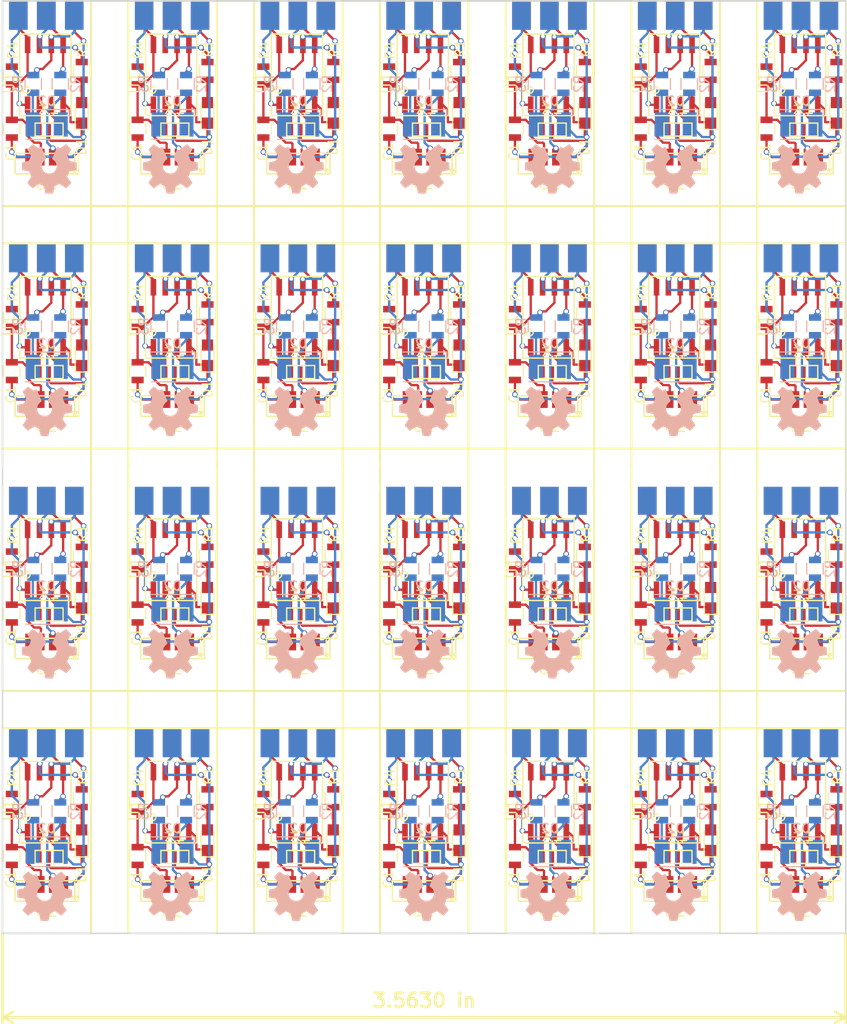
<source format=kicad_pcb>
(kicad_pcb (version 4) (host pcbnew 4.0.5)
  (layers (0 F.Cu signal) (31 B.Cu signal) (34 B.Paste user) (35 F.Paste user) (36 B.SilkS user) (37 F.SilkS user) (38 B.Mask user) (39 F.Mask user) (44 Edge.Cuts user))
  (net 0 "")
  (net 1 +5V)
  (net 2 GND)
  (net 3 "Net-(D1-Pad2)")
  (net 4 "Net-(D2-Pad2)")
  (net 5 "Net-(J2-Pad4)")
  (net 6 "Net-(J2-Pad5)")
  (net 7 "Net-(J2-Pad6)")
  (net 8 "Net-(J2-Pad2)")
  (net 9 "Net-(R2-Pad1)")
  (net 10 "Net-(U1-Pad3)")
  (net 11 "Net-(U1-Pad2)")
  (module marelab:CON3x2PCB (layer F.Cu) (at 114.9 95.6)
    (fp_text reference J2 hide)
    (fp_text value CONN_02X03_PCB_DIRECT hide)
    (pad 4 smd rect (at 3 0) (size 2 3) (layers B.Cu B.Paste B.Mask) (net 5 "Net-(J2-Pad4)"))
    (pad 5 smd rect (at 0 0) (size 2 3) (layers B.Cu B.Paste B.Mask) (net 6 "Net-(J2-Pad5)"))
    (pad 6 smd rect (at -3 0) (size 2 3) (layers B.Cu B.Paste B.Mask) (net 7 "Net-(J2-Pad6)"))
    (pad 1 smd rect (at -3 0) (size 2 3) (layers F.Cu F.Paste F.Mask) (net 1 +5V))
    (pad 2 smd rect (at 0 0) (size 2 3) (layers F.Cu F.Paste F.Mask) (net 8 "Net-(J2-Pad2)"))
    (pad 3 smd rect (at 3 0) (size 2 3) (layers F.Cu F.Paste F.Mask) (net 2 GND))
  )
  (module marelab:LOGO_OPENSOURCE (layer B.Cu) (at 155.2 60)
    (fp_text reference G*** hide)
    (fp_text value LOGO hide)
  )
  (module marelab:LOGO_OPENSOURCE (layer B.Cu) (at 141.7 60)
    (fp_text reference G*** hide)
    (fp_text value LOGO hide)
  )
  (module marelab:LOGO_OPENSOURCE (layer B.Cu) (at 128.2 60)
    (fp_text reference G*** hide)
    (fp_text value LOGO hide)
  )
  (module marelab:LOGO_OPENSOURCE (layer B.Cu) (at 115.2 60)
    (fp_text reference G*** hide)
    (fp_text value LOGO hide)
  )
  (module marelab:LOGO_OPENSOURCE (layer B.Cu) (at 114.7 86)
    (fp_text reference G*** hide)
    (fp_text value LOGO hide)
  )
  (module marelab:LOGO_OPENSOURCE (layer B.Cu) (at 128.2 86)
    (fp_text reference G*** hide)
    (fp_text value LOGO hide)
  )
  (module marelab:LOGO_OPENSOURCE (layer B.Cu) (at 141.7 86)
    (fp_text reference G*** hide)
    (fp_text value LOGO hide)
  )
  (module marelab:LOGO_OPENSOURCE (layer B.Cu) (at 155.7 86)
    (fp_text reference G*** hide)
    (fp_text value LOGO hide)
  )
  (module marelab:CON3x2PCB (layer F.Cu) (at 114.9 69.6)
    (fp_text reference J2 hide)
    (fp_text value CONN_02X03_PCB_DIRECT hide)
    (pad 4 smd rect (at 3 0) (size 2 3) (layers B.Cu B.Paste B.Mask) (net 5 "Net-(J2-Pad4)"))
    (pad 5 smd rect (at 0 0) (size 2 3) (layers B.Cu B.Paste B.Mask) (net 6 "Net-(J2-Pad5)"))
    (pad 6 smd rect (at -3 0) (size 2 3) (layers B.Cu B.Paste B.Mask) (net 7 "Net-(J2-Pad6)"))
    (pad 1 smd rect (at -3 0) (size 2 3) (layers F.Cu F.Paste F.Mask) (net 1 +5V))
    (pad 2 smd rect (at 0 0) (size 2 3) (layers F.Cu F.Paste F.Mask) (net 8 "Net-(J2-Pad2)"))
    (pad 3 smd rect (at 3 0) (size 2 3) (layers F.Cu F.Paste F.Mask) (net 2 GND))
  )
  (module marelab:RESONATOR (layer F.Cu) (at 115.2 81.8 180)
    (fp_text reference X1 (at 0 2.3 180) (layer F.SilkS) (effects (font (size 1.2 1.2))))
    (fp_text value 20MHz hide)
    (pad 1 smd rect (at -1 0 180) (size 0.4 1.2) (layers F.Cu F.Paste F.Mask) (net 10 "Net-(U1-Pad3)"))
    (pad 2 smd rect (at 0 0 180) (size 0.4 1.2) (layers F.Cu F.Paste F.Mask) (net 2 GND))
    (pad 3 smd rect (at 1 0 180) (size 0.4 1.2) (layers F.Cu F.Paste F.Mask) (net 11 "Net-(U1-Pad2)"))
  )
  (module marelab:SMD-IR (layer F.Cu) (at 114.95 84.75 180)
    (fp_text reference U2 (at 0.05 -2.85 180) (layer F.SilkS) (effects (font (size 1.2 1.2))))
    (fp_text value TSOP75436WTR hide)
    (pad 4 smd rect (at -1.905 0 180) (size 0.8 1.8) (layers F.Cu F.Paste F.Mask) (net 2 GND))
    (pad 3 smd rect (at -0.635 0 180) (size 0.8 1.8) (layers F.Cu F.Paste F.Mask) (net 9 "Net-(R2-Pad1)"))
    (pad 2 smd rect (at 0.635 0 180) (size 0.8 1.8) (layers F.Cu F.Paste F.Mask) (net 1 +5V))
    (pad 1 smd rect (at 1.905 0 180) (size 0.8 1.8) (layers F.Cu F.Paste F.Mask) (net 2 GND))
  )
  (module LEDs:LED_0805 (layer F.Cu) (at 118.7 80 90)
    (fp_text reference D1 (at -3.6 0 90) (layer F.SilkS))
    (fp_text value "LED PWR" hide)
    (pad 2 smd rect (at 1.1 0 270) (size 1.2 1.2) (layers F.Cu F.Paste F.Mask) (net 3 "Net-(D1-Pad2)"))
    (pad 1 smd rect (at -1.1 0 270) (size 1.2 1.2) (layers F.Cu F.Paste F.Mask) (net 2 GND))
  )
  (module Resistors_SMD:R_0805 (layer F.Cu) (at 111.2 76 270)
    (fp_text reference R4 (at -2.7 -0.1 270) (layer F.SilkS))
    (fp_text value 10K hide)
    (pad 1 smd rect (at -0.95 0 270) (size 0.7 1.3) (layers F.Cu F.Paste F.Mask) (net 7 "Net-(J2-Pad6)"))
    (pad 2 smd rect (at 0.95 0 270) (size 0.7 1.3) (layers F.Cu F.Paste F.Mask) (net 1 +5V))
  )
  (module Resistors_SMD:R_0805 (layer B.Cu) (at 113.5 76.9 270)
    (fp_text reference R3 (at 0 1.65 270) (layer B.SilkS) (effects (justify mirror)))
    (fp_text value 422R hide)
    (pad 1 smd rect (at -0.95 0 270) (size 0.7 1.3) (layers B.Cu B.Paste B.Mask) (net 5 "Net-(J2-Pad4)"))
    (pad 2 smd rect (at 0.95 0 270) (size 0.7 1.3) (layers B.Cu B.Paste B.Mask) (net 4 "Net-(D2-Pad2)"))
  )
  (module Resistors_SMD:R_0805 (layer B.Cu) (at 116.4 76.9 90)
    (fp_text reference R2 (at 0 1.65 90) (layer B.SilkS) (effects (justify mirror)))
    (fp_text value 4K7 hide)
    (pad 1 smd rect (at -0.95 0 90) (size 0.7 1.3) (layers B.Cu B.Paste B.Mask) (net 9 "Net-(R2-Pad1)"))
    (pad 2 smd rect (at 0.95 0 90) (size 0.7 1.3) (layers B.Cu B.Paste B.Mask) (net 8 "Net-(J2-Pad2)"))
  )
  (module Resistors_SMD:R_0805 (layer F.Cu) (at 118.7 75.5 270)
    (fp_text reference R1 (at -2.4 -0.1 270) (layer F.SilkS))
    (fp_text value 220R hide)
    (pad 1 smd rect (at -0.95 0 270) (size 0.7 1.3) (layers F.Cu F.Paste F.Mask) (net 6 "Net-(J2-Pad5)"))
    (pad 2 smd rect (at 0.95 0 270) (size 0.7 1.3) (layers F.Cu F.Paste F.Mask) (net 3 "Net-(D1-Pad2)"))
  )
  (module Resistors_SMD:R_0805 (layer F.Cu) (at 111.2 81.7 270)
    (fp_text reference C1 (at 2.5 0.1 270) (layer F.SilkS))
    (fp_text value 22nF hide)
    (pad 1 smd rect (at -0.95 0 270) (size 0.7 1.3) (layers F.Cu F.Paste F.Mask) (net 1 +5V))
    (pad 2 smd rect (at 0.95 0 270) (size 0.7 1.3) (layers F.Cu F.Paste F.Mask) (net 2 GND))
  )
  (module LEDs:LED_PLCC-2 (layer B.Cu) (at 114.95 81.25 180)
    (fp_text reference D2 (at 0 2.5 180) (layer B.SilkS) (effects (justify mirror)))
    (fp_text value "LED IR")
    (pad 1 smd rect (at -1.5 0 180) (size 1.5 2.6) (layers B.Cu B.Paste B.Mask) (net 2 GND))
    (pad 2 smd rect (at 1.5 0 180) (size 1.5 2.6) (layers B.Cu B.Paste B.Mask) (net 4 "Net-(D2-Pad2)"))
  )
  (module marelab:SOIC-8 (layer F.Cu) (at 114.8 75.8)
    (fp_text reference U1 (at -3.905 1 90) (layer F.SilkS) (effects (font (size 1.2 1.2))))
    (fp_text value ATTINY45-S hide)
    (pad 8 smd rect (at -1.905 -3.09) (size 0.6 1.78) (layers F.Cu F.Paste F.Mask) (net 1 +5V))
    (pad 1 smd rect (at -1.905 3.34) (size 0.6 1.78) (layers F.Cu F.Paste F.Mask) (net 7 "Net-(J2-Pad6)"))
    (pad 7 smd rect (at -0.635 -3.09) (size 0.6 1.78) (layers F.Cu F.Paste F.Mask) (net 6 "Net-(J2-Pad5)"))
    (pad 2 smd rect (at -0.635 3.34) (size 0.6 1.78) (layers F.Cu F.Paste F.Mask) (net 11 "Net-(U1-Pad2)"))
    (pad 6 smd rect (at 0.635 -3.09) (size 0.6 1.78) (layers F.Cu F.Paste F.Mask) (net 5 "Net-(J2-Pad4)"))
    (pad 3 smd rect (at 0.635 3.34) (size 0.6 1.78) (layers F.Cu F.Paste F.Mask) (net 10 "Net-(U1-Pad3)"))
    (pad 5 smd rect (at 1.905 -3.09) (size 0.6 1.78) (layers F.Cu F.Paste F.Mask) (net 8 "Net-(J2-Pad2)"))
    (pad 4 smd rect (at 1.905 3.34) (size 0.6 1.78) (layers F.Cu F.Paste F.Mask) (net 2 GND))
  )
  (module marelab:SOIC-8 (layer F.Cu) (at 114.8 49.8)
    (fp_text reference U1 (at -3.905 1 90) (layer F.SilkS) (effects (font (size 1.2 1.2))))
    (fp_text value ATTINY45-S hide)
    (pad 8 smd rect (at -1.905 -3.09) (size 0.6 1.78) (layers F.Cu F.Paste F.Mask) (net 1 +5V))
    (pad 1 smd rect (at -1.905 3.34) (size 0.6 1.78) (layers F.Cu F.Paste F.Mask) (net 7 "Net-(J2-Pad6)"))
    (pad 7 smd rect (at -0.635 -3.09) (size 0.6 1.78) (layers F.Cu F.Paste F.Mask) (net 6 "Net-(J2-Pad5)"))
    (pad 2 smd rect (at -0.635 3.34) (size 0.6 1.78) (layers F.Cu F.Paste F.Mask) (net 11 "Net-(U1-Pad2)"))
    (pad 6 smd rect (at 0.635 -3.09) (size 0.6 1.78) (layers F.Cu F.Paste F.Mask) (net 5 "Net-(J2-Pad4)"))
    (pad 3 smd rect (at 0.635 3.34) (size 0.6 1.78) (layers F.Cu F.Paste F.Mask) (net 10 "Net-(U1-Pad3)"))
    (pad 5 smd rect (at 1.905 -3.09) (size 0.6 1.78) (layers F.Cu F.Paste F.Mask) (net 8 "Net-(J2-Pad2)"))
    (pad 4 smd rect (at 1.905 3.34) (size 0.6 1.78) (layers F.Cu F.Paste F.Mask) (net 2 GND))
  )
  (module LEDs:LED_PLCC-2 (layer B.Cu) (at 114.95 55.25 180)
    (fp_text reference D2 (at 0 2.5 180) (layer B.SilkS) (effects (justify mirror)))
    (fp_text value "LED IR")
    (pad 1 smd rect (at -1.5 0 180) (size 1.5 2.6) (layers B.Cu B.Paste B.Mask) (net 2 GND))
    (pad 2 smd rect (at 1.5 0 180) (size 1.5 2.6) (layers B.Cu B.Paste B.Mask) (net 4 "Net-(D2-Pad2)"))
  )
  (module Resistors_SMD:R_0805 (layer F.Cu) (at 111.2 55.7 270)
    (fp_text reference C1 (at 2.5 0.1 270) (layer F.SilkS))
    (fp_text value 22nF hide)
    (pad 1 smd rect (at -0.95 0 270) (size 0.7 1.3) (layers F.Cu F.Paste F.Mask) (net 1 +5V))
    (pad 2 smd rect (at 0.95 0 270) (size 0.7 1.3) (layers F.Cu F.Paste F.Mask) (net 2 GND))
  )
  (module Resistors_SMD:R_0805 (layer F.Cu) (at 118.7 49.5 270)
    (fp_text reference R1 (at -2.4 -0.1 270) (layer F.SilkS))
    (fp_text value 220R hide)
    (pad 1 smd rect (at -0.95 0 270) (size 0.7 1.3) (layers F.Cu F.Paste F.Mask) (net 6 "Net-(J2-Pad5)"))
    (pad 2 smd rect (at 0.95 0 270) (size 0.7 1.3) (layers F.Cu F.Paste F.Mask) (net 3 "Net-(D1-Pad2)"))
  )
  (module Resistors_SMD:R_0805 (layer B.Cu) (at 116.4 50.9 90)
    (fp_text reference R2 (at 0 1.65 90) (layer B.SilkS) (effects (justify mirror)))
    (fp_text value 4K7 hide)
    (pad 1 smd rect (at -0.95 0 90) (size 0.7 1.3) (layers B.Cu B.Paste B.Mask) (net 9 "Net-(R2-Pad1)"))
    (pad 2 smd rect (at 0.95 0 90) (size 0.7 1.3) (layers B.Cu B.Paste B.Mask) (net 8 "Net-(J2-Pad2)"))
  )
  (module Resistors_SMD:R_0805 (layer B.Cu) (at 113.5 50.9 270)
    (fp_text reference R3 (at 0 1.65 270) (layer B.SilkS) (effects (justify mirror)))
    (fp_text value 422R hide)
    (pad 1 smd rect (at -0.95 0 270) (size 0.7 1.3) (layers B.Cu B.Paste B.Mask) (net 5 "Net-(J2-Pad4)"))
    (pad 2 smd rect (at 0.95 0 270) (size 0.7 1.3) (layers B.Cu B.Paste B.Mask) (net 4 "Net-(D2-Pad2)"))
  )
  (module Resistors_SMD:R_0805 (layer F.Cu) (at 111.2 50 270)
    (fp_text reference R4 (at -2.7 -0.1 270) (layer F.SilkS))
    (fp_text value 10K hide)
    (pad 1 smd rect (at -0.95 0 270) (size 0.7 1.3) (layers F.Cu F.Paste F.Mask) (net 7 "Net-(J2-Pad6)"))
    (pad 2 smd rect (at 0.95 0 270) (size 0.7 1.3) (layers F.Cu F.Paste F.Mask) (net 1 +5V))
  )
  (module LEDs:LED_0805 (layer F.Cu) (at 118.7 54 90)
    (fp_text reference D1 (at -3.6 0 90) (layer F.SilkS))
    (fp_text value "LED PWR" hide)
    (pad 2 smd rect (at 1.1 0 270) (size 1.2 1.2) (layers F.Cu F.Paste F.Mask) (net 3 "Net-(D1-Pad2)"))
    (pad 1 smd rect (at -1.1 0 270) (size 1.2 1.2) (layers F.Cu F.Paste F.Mask) (net 2 GND))
  )
  (module marelab:SMD-IR (layer F.Cu) (at 114.95 58.75 180)
    (fp_text reference U2 (at 0.05 -2.85 180) (layer F.SilkS) (effects (font (size 1.2 1.2))))
    (fp_text value TSOP75436WTR hide)
    (pad 4 smd rect (at -1.905 0 180) (size 0.8 1.8) (layers F.Cu F.Paste F.Mask) (net 2 GND))
    (pad 3 smd rect (at -0.635 0 180) (size 0.8 1.8) (layers F.Cu F.Paste F.Mask) (net 9 "Net-(R2-Pad1)"))
    (pad 2 smd rect (at 0.635 0 180) (size 0.8 1.8) (layers F.Cu F.Paste F.Mask) (net 1 +5V))
    (pad 1 smd rect (at 1.905 0 180) (size 0.8 1.8) (layers F.Cu F.Paste F.Mask) (net 2 GND))
  )
  (module marelab:RESONATOR (layer F.Cu) (at 115.2 55.8 180)
    (fp_text reference X1 (at 0 2.3 180) (layer F.SilkS) (effects (font (size 1.2 1.2))))
    (fp_text value 20MHz hide)
    (pad 1 smd rect (at -1 0 180) (size 0.4 1.2) (layers F.Cu F.Paste F.Mask) (net 10 "Net-(U1-Pad3)"))
    (pad 2 smd rect (at 0 0 180) (size 0.4 1.2) (layers F.Cu F.Paste F.Mask) (net 2 GND))
    (pad 3 smd rect (at 1 0 180) (size 0.4 1.2) (layers F.Cu F.Paste F.Mask) (net 11 "Net-(U1-Pad2)"))
  )
  (module marelab:CON3x2PCB (layer F.Cu) (at 114.9 43.6)
    (fp_text reference J2 hide)
    (fp_text value CONN_02X03_PCB_DIRECT hide)
    (pad 4 smd rect (at 3 0) (size 2 3) (layers B.Cu B.Paste B.Mask) (net 5 "Net-(J2-Pad4)"))
    (pad 5 smd rect (at 0 0) (size 2 3) (layers B.Cu B.Paste B.Mask) (net 6 "Net-(J2-Pad5)"))
    (pad 6 smd rect (at -3 0) (size 2 3) (layers B.Cu B.Paste B.Mask) (net 7 "Net-(J2-Pad6)"))
    (pad 1 smd rect (at -3 0) (size 2 3) (layers F.Cu F.Paste F.Mask) (net 1 +5V))
    (pad 2 smd rect (at 0 0) (size 2 3) (layers F.Cu F.Paste F.Mask) (net 8 "Net-(J2-Pad2)"))
    (pad 3 smd rect (at 3 0) (size 2 3) (layers F.Cu F.Paste F.Mask) (net 2 GND))
  )
  (module marelab:CON3x2PCB (layer F.Cu) (at 155.4 69.6)
    (fp_text reference J2 hide)
    (fp_text value CONN_02X03_PCB_DIRECT hide)
    (pad 4 smd rect (at 3 0) (size 2 3) (layers B.Cu B.Paste B.Mask) (net 5 "Net-(J2-Pad4)"))
    (pad 5 smd rect (at 0 0) (size 2 3) (layers B.Cu B.Paste B.Mask) (net 6 "Net-(J2-Pad5)"))
    (pad 6 smd rect (at -3 0) (size 2 3) (layers B.Cu B.Paste B.Mask) (net 7 "Net-(J2-Pad6)"))
    (pad 1 smd rect (at -3 0) (size 2 3) (layers F.Cu F.Paste F.Mask) (net 1 +5V))
    (pad 2 smd rect (at 0 0) (size 2 3) (layers F.Cu F.Paste F.Mask) (net 8 "Net-(J2-Pad2)"))
    (pad 3 smd rect (at 3 0) (size 2 3) (layers F.Cu F.Paste F.Mask) (net 2 GND))
  )
  (module marelab:RESONATOR (layer F.Cu) (at 155.7 81.8 180)
    (fp_text reference X1 (at 0 2.3 180) (layer F.SilkS) (effects (font (size 1.2 1.2))))
    (fp_text value 20MHz hide)
    (pad 1 smd rect (at -1 0 180) (size 0.4 1.2) (layers F.Cu F.Paste F.Mask) (net 10 "Net-(U1-Pad3)"))
    (pad 2 smd rect (at 0 0 180) (size 0.4 1.2) (layers F.Cu F.Paste F.Mask) (net 2 GND))
    (pad 3 smd rect (at 1 0 180) (size 0.4 1.2) (layers F.Cu F.Paste F.Mask) (net 11 "Net-(U1-Pad2)"))
  )
  (module marelab:SMD-IR (layer F.Cu) (at 155.45 84.75 180)
    (fp_text reference U2 (at 0.05 -2.85 180) (layer F.SilkS) (effects (font (size 1.2 1.2))))
    (fp_text value TSOP75436WTR hide)
    (pad 4 smd rect (at -1.905 0 180) (size 0.8 1.8) (layers F.Cu F.Paste F.Mask) (net 2 GND))
    (pad 3 smd rect (at -0.635 0 180) (size 0.8 1.8) (layers F.Cu F.Paste F.Mask) (net 9 "Net-(R2-Pad1)"))
    (pad 2 smd rect (at 0.635 0 180) (size 0.8 1.8) (layers F.Cu F.Paste F.Mask) (net 1 +5V))
    (pad 1 smd rect (at 1.905 0 180) (size 0.8 1.8) (layers F.Cu F.Paste F.Mask) (net 2 GND))
  )
  (module LEDs:LED_0805 (layer F.Cu) (at 159.2 80 90)
    (fp_text reference D1 (at -3.6 0 90) (layer F.SilkS))
    (fp_text value "LED PWR" hide)
    (pad 2 smd rect (at 1.1 0 270) (size 1.2 1.2) (layers F.Cu F.Paste F.Mask) (net 3 "Net-(D1-Pad2)"))
    (pad 1 smd rect (at -1.1 0 270) (size 1.2 1.2) (layers F.Cu F.Paste F.Mask) (net 2 GND))
  )
  (module Resistors_SMD:R_0805 (layer F.Cu) (at 151.7 76 270)
    (fp_text reference R4 (at -2.7 -0.1 270) (layer F.SilkS))
    (fp_text value 10K hide)
    (pad 1 smd rect (at -0.95 0 270) (size 0.7 1.3) (layers F.Cu F.Paste F.Mask) (net 7 "Net-(J2-Pad6)"))
    (pad 2 smd rect (at 0.95 0 270) (size 0.7 1.3) (layers F.Cu F.Paste F.Mask) (net 1 +5V))
  )
  (module Resistors_SMD:R_0805 (layer B.Cu) (at 154 76.9 270)
    (fp_text reference R3 (at 0 1.65 270) (layer B.SilkS) (effects (justify mirror)))
    (fp_text value 422R hide)
    (pad 1 smd rect (at -0.95 0 270) (size 0.7 1.3) (layers B.Cu B.Paste B.Mask) (net 5 "Net-(J2-Pad4)"))
    (pad 2 smd rect (at 0.95 0 270) (size 0.7 1.3) (layers B.Cu B.Paste B.Mask) (net 4 "Net-(D2-Pad2)"))
  )
  (module Resistors_SMD:R_0805 (layer B.Cu) (at 156.9 76.9 90)
    (fp_text reference R2 (at 0 1.65 90) (layer B.SilkS) (effects (justify mirror)))
    (fp_text value 4K7 hide)
    (pad 1 smd rect (at -0.95 0 90) (size 0.7 1.3) (layers B.Cu B.Paste B.Mask) (net 9 "Net-(R2-Pad1)"))
    (pad 2 smd rect (at 0.95 0 90) (size 0.7 1.3) (layers B.Cu B.Paste B.Mask) (net 8 "Net-(J2-Pad2)"))
  )
  (module Resistors_SMD:R_0805 (layer F.Cu) (at 159.2 75.5 270)
    (fp_text reference R1 (at -2.4 -0.1 270) (layer F.SilkS))
    (fp_text value 220R hide)
    (pad 1 smd rect (at -0.95 0 270) (size 0.7 1.3) (layers F.Cu F.Paste F.Mask) (net 6 "Net-(J2-Pad5)"))
    (pad 2 smd rect (at 0.95 0 270) (size 0.7 1.3) (layers F.Cu F.Paste F.Mask) (net 3 "Net-(D1-Pad2)"))
  )
  (module Resistors_SMD:R_0805 (layer F.Cu) (at 151.7 81.7 270)
    (fp_text reference C1 (at 2.5 0.1 270) (layer F.SilkS))
    (fp_text value 22nF hide)
    (pad 1 smd rect (at -0.95 0 270) (size 0.7 1.3) (layers F.Cu F.Paste F.Mask) (net 1 +5V))
    (pad 2 smd rect (at 0.95 0 270) (size 0.7 1.3) (layers F.Cu F.Paste F.Mask) (net 2 GND))
  )
  (module LEDs:LED_PLCC-2 (layer B.Cu) (at 155.45 81.25 180)
    (fp_text reference D2 (at 0 2.5 180) (layer B.SilkS) (effects (justify mirror)))
    (fp_text value "LED IR")
    (pad 1 smd rect (at -1.5 0 180) (size 1.5 2.6) (layers B.Cu B.Paste B.Mask) (net 2 GND))
    (pad 2 smd rect (at 1.5 0 180) (size 1.5 2.6) (layers B.Cu B.Paste B.Mask) (net 4 "Net-(D2-Pad2)"))
  )
  (module marelab:SOIC-8 (layer F.Cu) (at 155.3 75.8)
    (fp_text reference U1 (at -3.905 1 90) (layer F.SilkS) (effects (font (size 1.2 1.2))))
    (fp_text value ATTINY45-S hide)
    (pad 8 smd rect (at -1.905 -3.09) (size 0.6 1.78) (layers F.Cu F.Paste F.Mask) (net 1 +5V))
    (pad 1 smd rect (at -1.905 3.34) (size 0.6 1.78) (layers F.Cu F.Paste F.Mask) (net 7 "Net-(J2-Pad6)"))
    (pad 7 smd rect (at -0.635 -3.09) (size 0.6 1.78) (layers F.Cu F.Paste F.Mask) (net 6 "Net-(J2-Pad5)"))
    (pad 2 smd rect (at -0.635 3.34) (size 0.6 1.78) (layers F.Cu F.Paste F.Mask) (net 11 "Net-(U1-Pad2)"))
    (pad 6 smd rect (at 0.635 -3.09) (size 0.6 1.78) (layers F.Cu F.Paste F.Mask) (net 5 "Net-(J2-Pad4)"))
    (pad 3 smd rect (at 0.635 3.34) (size 0.6 1.78) (layers F.Cu F.Paste F.Mask) (net 10 "Net-(U1-Pad3)"))
    (pad 5 smd rect (at 1.905 -3.09) (size 0.6 1.78) (layers F.Cu F.Paste F.Mask) (net 8 "Net-(J2-Pad2)"))
    (pad 4 smd rect (at 1.905 3.34) (size 0.6 1.78) (layers F.Cu F.Paste F.Mask) (net 2 GND))
  )
  (module marelab:SOIC-8 (layer F.Cu) (at 155.3 49.8)
    (fp_text reference U1 (at -3.905 1 90) (layer F.SilkS) (effects (font (size 1.2 1.2))))
    (fp_text value ATTINY45-S hide)
    (pad 8 smd rect (at -1.905 -3.09) (size 0.6 1.78) (layers F.Cu F.Paste F.Mask) (net 1 +5V))
    (pad 1 smd rect (at -1.905 3.34) (size 0.6 1.78) (layers F.Cu F.Paste F.Mask) (net 7 "Net-(J2-Pad6)"))
    (pad 7 smd rect (at -0.635 -3.09) (size 0.6 1.78) (layers F.Cu F.Paste F.Mask) (net 6 "Net-(J2-Pad5)"))
    (pad 2 smd rect (at -0.635 3.34) (size 0.6 1.78) (layers F.Cu F.Paste F.Mask) (net 11 "Net-(U1-Pad2)"))
    (pad 6 smd rect (at 0.635 -3.09) (size 0.6 1.78) (layers F.Cu F.Paste F.Mask) (net 5 "Net-(J2-Pad4)"))
    (pad 3 smd rect (at 0.635 3.34) (size 0.6 1.78) (layers F.Cu F.Paste F.Mask) (net 10 "Net-(U1-Pad3)"))
    (pad 5 smd rect (at 1.905 -3.09) (size 0.6 1.78) (layers F.Cu F.Paste F.Mask) (net 8 "Net-(J2-Pad2)"))
    (pad 4 smd rect (at 1.905 3.34) (size 0.6 1.78) (layers F.Cu F.Paste F.Mask) (net 2 GND))
  )
  (module LEDs:LED_PLCC-2 (layer B.Cu) (at 155.45 55.25 180)
    (fp_text reference D2 (at 0 2.5 180) (layer B.SilkS) (effects (justify mirror)))
    (fp_text value "LED IR")
    (pad 1 smd rect (at -1.5 0 180) (size 1.5 2.6) (layers B.Cu B.Paste B.Mask) (net 2 GND))
    (pad 2 smd rect (at 1.5 0 180) (size 1.5 2.6) (layers B.Cu B.Paste B.Mask) (net 4 "Net-(D2-Pad2)"))
  )
  (module Resistors_SMD:R_0805 (layer F.Cu) (at 151.7 55.7 270)
    (fp_text reference C1 (at 2.5 0.1 270) (layer F.SilkS))
    (fp_text value 22nF hide)
    (pad 1 smd rect (at -0.95 0 270) (size 0.7 1.3) (layers F.Cu F.Paste F.Mask) (net 1 +5V))
    (pad 2 smd rect (at 0.95 0 270) (size 0.7 1.3) (layers F.Cu F.Paste F.Mask) (net 2 GND))
  )
  (module Resistors_SMD:R_0805 (layer F.Cu) (at 159.2 49.5 270)
    (fp_text reference R1 (at -2.4 -0.1 270) (layer F.SilkS))
    (fp_text value 220R hide)
    (pad 1 smd rect (at -0.95 0 270) (size 0.7 1.3) (layers F.Cu F.Paste F.Mask) (net 6 "Net-(J2-Pad5)"))
    (pad 2 smd rect (at 0.95 0 270) (size 0.7 1.3) (layers F.Cu F.Paste F.Mask) (net 3 "Net-(D1-Pad2)"))
  )
  (module Resistors_SMD:R_0805 (layer B.Cu) (at 156.9 50.9 90)
    (fp_text reference R2 (at 0 1.65 90) (layer B.SilkS) (effects (justify mirror)))
    (fp_text value 4K7 hide)
    (pad 1 smd rect (at -0.95 0 90) (size 0.7 1.3) (layers B.Cu B.Paste B.Mask) (net 9 "Net-(R2-Pad1)"))
    (pad 2 smd rect (at 0.95 0 90) (size 0.7 1.3) (layers B.Cu B.Paste B.Mask) (net 8 "Net-(J2-Pad2)"))
  )
  (module Resistors_SMD:R_0805 (layer B.Cu) (at 154 50.9 270)
    (fp_text reference R3 (at 0 1.65 270) (layer B.SilkS) (effects (justify mirror)))
    (fp_text value 422R hide)
    (pad 1 smd rect (at -0.95 0 270) (size 0.7 1.3) (layers B.Cu B.Paste B.Mask) (net 5 "Net-(J2-Pad4)"))
    (pad 2 smd rect (at 0.95 0 270) (size 0.7 1.3) (layers B.Cu B.Paste B.Mask) (net 4 "Net-(D2-Pad2)"))
  )
  (module Resistors_SMD:R_0805 (layer F.Cu) (at 151.7 50 270)
    (fp_text reference R4 (at -2.7 -0.1 270) (layer F.SilkS))
    (fp_text value 10K hide)
    (pad 1 smd rect (at -0.95 0 270) (size 0.7 1.3) (layers F.Cu F.Paste F.Mask) (net 7 "Net-(J2-Pad6)"))
    (pad 2 smd rect (at 0.95 0 270) (size 0.7 1.3) (layers F.Cu F.Paste F.Mask) (net 1 +5V))
  )
  (module LEDs:LED_0805 (layer F.Cu) (at 159.2 54 90)
    (fp_text reference D1 (at -3.6 0 90) (layer F.SilkS))
    (fp_text value "LED PWR" hide)
    (pad 2 smd rect (at 1.1 0 270) (size 1.2 1.2) (layers F.Cu F.Paste F.Mask) (net 3 "Net-(D1-Pad2)"))
    (pad 1 smd rect (at -1.1 0 270) (size 1.2 1.2) (layers F.Cu F.Paste F.Mask) (net 2 GND))
  )
  (module marelab:SMD-IR (layer F.Cu) (at 155.45 58.75 180)
    (fp_text reference U2 (at 0.05 -2.85 180) (layer F.SilkS) (effects (font (size 1.2 1.2))))
    (fp_text value TSOP75436WTR hide)
    (pad 4 smd rect (at -1.905 0 180) (size 0.8 1.8) (layers F.Cu F.Paste F.Mask) (net 2 GND))
    (pad 3 smd rect (at -0.635 0 180) (size 0.8 1.8) (layers F.Cu F.Paste F.Mask) (net 9 "Net-(R2-Pad1)"))
    (pad 2 smd rect (at 0.635 0 180) (size 0.8 1.8) (layers F.Cu F.Paste F.Mask) (net 1 +5V))
    (pad 1 smd rect (at 1.905 0 180) (size 0.8 1.8) (layers F.Cu F.Paste F.Mask) (net 2 GND))
  )
  (module marelab:RESONATOR (layer F.Cu) (at 155.7 55.8 180)
    (fp_text reference X1 (at 0 2.3 180) (layer F.SilkS) (effects (font (size 1.2 1.2))))
    (fp_text value 20MHz hide)
    (pad 1 smd rect (at -1 0 180) (size 0.4 1.2) (layers F.Cu F.Paste F.Mask) (net 10 "Net-(U1-Pad3)"))
    (pad 2 smd rect (at 0 0 180) (size 0.4 1.2) (layers F.Cu F.Paste F.Mask) (net 2 GND))
    (pad 3 smd rect (at 1 0 180) (size 0.4 1.2) (layers F.Cu F.Paste F.Mask) (net 11 "Net-(U1-Pad2)"))
  )
  (module marelab:CON3x2PCB (layer F.Cu) (at 155.4 43.6)
    (fp_text reference J2 hide)
    (fp_text value CONN_02X03_PCB_DIRECT hide)
    (pad 4 smd rect (at 3 0) (size 2 3) (layers B.Cu B.Paste B.Mask) (net 5 "Net-(J2-Pad4)"))
    (pad 5 smd rect (at 0 0) (size 2 3) (layers B.Cu B.Paste B.Mask) (net 6 "Net-(J2-Pad5)"))
    (pad 6 smd rect (at -3 0) (size 2 3) (layers B.Cu B.Paste B.Mask) (net 7 "Net-(J2-Pad6)"))
    (pad 1 smd rect (at -3 0) (size 2 3) (layers F.Cu F.Paste F.Mask) (net 1 +5V))
    (pad 2 smd rect (at 0 0) (size 2 3) (layers F.Cu F.Paste F.Mask) (net 8 "Net-(J2-Pad2)"))
    (pad 3 smd rect (at 3 0) (size 2 3) (layers F.Cu F.Paste F.Mask) (net 2 GND))
  )
  (module marelab:CON3x2PCB (layer F.Cu) (at 141.9 43.6)
    (fp_text reference J2 hide)
    (fp_text value CONN_02X03_PCB_DIRECT hide)
    (pad 4 smd rect (at 3 0) (size 2 3) (layers B.Cu B.Paste B.Mask) (net 5 "Net-(J2-Pad4)"))
    (pad 5 smd rect (at 0 0) (size 2 3) (layers B.Cu B.Paste B.Mask) (net 6 "Net-(J2-Pad5)"))
    (pad 6 smd rect (at -3 0) (size 2 3) (layers B.Cu B.Paste B.Mask) (net 7 "Net-(J2-Pad6)"))
    (pad 1 smd rect (at -3 0) (size 2 3) (layers F.Cu F.Paste F.Mask) (net 1 +5V))
    (pad 2 smd rect (at 0 0) (size 2 3) (layers F.Cu F.Paste F.Mask) (net 8 "Net-(J2-Pad2)"))
    (pad 3 smd rect (at 3 0) (size 2 3) (layers F.Cu F.Paste F.Mask) (net 2 GND))
  )
  (module marelab:RESONATOR (layer F.Cu) (at 142.2 55.8 180)
    (fp_text reference X1 (at 0 2.3 180) (layer F.SilkS) (effects (font (size 1.2 1.2))))
    (fp_text value 20MHz hide)
    (pad 1 smd rect (at -1 0 180) (size 0.4 1.2) (layers F.Cu F.Paste F.Mask) (net 10 "Net-(U1-Pad3)"))
    (pad 2 smd rect (at 0 0 180) (size 0.4 1.2) (layers F.Cu F.Paste F.Mask) (net 2 GND))
    (pad 3 smd rect (at 1 0 180) (size 0.4 1.2) (layers F.Cu F.Paste F.Mask) (net 11 "Net-(U1-Pad2)"))
  )
  (module marelab:SMD-IR (layer F.Cu) (at 141.95 58.75 180)
    (fp_text reference U2 (at 0.05 -2.85 180) (layer F.SilkS) (effects (font (size 1.2 1.2))))
    (fp_text value TSOP75436WTR hide)
    (pad 4 smd rect (at -1.905 0 180) (size 0.8 1.8) (layers F.Cu F.Paste F.Mask) (net 2 GND))
    (pad 3 smd rect (at -0.635 0 180) (size 0.8 1.8) (layers F.Cu F.Paste F.Mask) (net 9 "Net-(R2-Pad1)"))
    (pad 2 smd rect (at 0.635 0 180) (size 0.8 1.8) (layers F.Cu F.Paste F.Mask) (net 1 +5V))
    (pad 1 smd rect (at 1.905 0 180) (size 0.8 1.8) (layers F.Cu F.Paste F.Mask) (net 2 GND))
  )
  (module LEDs:LED_0805 (layer F.Cu) (at 145.7 54 90)
    (fp_text reference D1 (at -3.6 0 90) (layer F.SilkS))
    (fp_text value "LED PWR" hide)
    (pad 2 smd rect (at 1.1 0 270) (size 1.2 1.2) (layers F.Cu F.Paste F.Mask) (net 3 "Net-(D1-Pad2)"))
    (pad 1 smd rect (at -1.1 0 270) (size 1.2 1.2) (layers F.Cu F.Paste F.Mask) (net 2 GND))
  )
  (module Resistors_SMD:R_0805 (layer F.Cu) (at 138.2 50 270)
    (fp_text reference R4 (at -2.7 -0.1 270) (layer F.SilkS))
    (fp_text value 10K hide)
    (pad 1 smd rect (at -0.95 0 270) (size 0.7 1.3) (layers F.Cu F.Paste F.Mask) (net 7 "Net-(J2-Pad6)"))
    (pad 2 smd rect (at 0.95 0 270) (size 0.7 1.3) (layers F.Cu F.Paste F.Mask) (net 1 +5V))
  )
  (module Resistors_SMD:R_0805 (layer B.Cu) (at 140.5 50.9 270)
    (fp_text reference R3 (at 0 1.65 270) (layer B.SilkS) (effects (justify mirror)))
    (fp_text value 422R hide)
    (pad 1 smd rect (at -0.95 0 270) (size 0.7 1.3) (layers B.Cu B.Paste B.Mask) (net 5 "Net-(J2-Pad4)"))
    (pad 2 smd rect (at 0.95 0 270) (size 0.7 1.3) (layers B.Cu B.Paste B.Mask) (net 4 "Net-(D2-Pad2)"))
  )
  (module Resistors_SMD:R_0805 (layer B.Cu) (at 143.4 50.9 90)
    (fp_text reference R2 (at 0 1.65 90) (layer B.SilkS) (effects (justify mirror)))
    (fp_text value 4K7 hide)
    (pad 1 smd rect (at -0.95 0 90) (size 0.7 1.3) (layers B.Cu B.Paste B.Mask) (net 9 "Net-(R2-Pad1)"))
    (pad 2 smd rect (at 0.95 0 90) (size 0.7 1.3) (layers B.Cu B.Paste B.Mask) (net 8 "Net-(J2-Pad2)"))
  )
  (module Resistors_SMD:R_0805 (layer F.Cu) (at 145.7 49.5 270)
    (fp_text reference R1 (at -2.4 -0.1 270) (layer F.SilkS))
    (fp_text value 220R hide)
    (pad 1 smd rect (at -0.95 0 270) (size 0.7 1.3) (layers F.Cu F.Paste F.Mask) (net 6 "Net-(J2-Pad5)"))
    (pad 2 smd rect (at 0.95 0 270) (size 0.7 1.3) (layers F.Cu F.Paste F.Mask) (net 3 "Net-(D1-Pad2)"))
  )
  (module Resistors_SMD:R_0805 (layer F.Cu) (at 138.2 55.7 270)
    (fp_text reference C1 (at 2.5 0.1 270) (layer F.SilkS))
    (fp_text value 22nF hide)
    (pad 1 smd rect (at -0.95 0 270) (size 0.7 1.3) (layers F.Cu F.Paste F.Mask) (net 1 +5V))
    (pad 2 smd rect (at 0.95 0 270) (size 0.7 1.3) (layers F.Cu F.Paste F.Mask) (net 2 GND))
  )
  (module LEDs:LED_PLCC-2 (layer B.Cu) (at 141.95 55.25 180)
    (fp_text reference D2 (at 0 2.5 180) (layer B.SilkS) (effects (justify mirror)))
    (fp_text value "LED IR")
    (pad 1 smd rect (at -1.5 0 180) (size 1.5 2.6) (layers B.Cu B.Paste B.Mask) (net 2 GND))
    (pad 2 smd rect (at 1.5 0 180) (size 1.5 2.6) (layers B.Cu B.Paste B.Mask) (net 4 "Net-(D2-Pad2)"))
  )
  (module marelab:SOIC-8 (layer F.Cu) (at 141.8 49.8)
    (fp_text reference U1 (at -3.905 1 90) (layer F.SilkS) (effects (font (size 1.2 1.2))))
    (fp_text value ATTINY45-S hide)
    (pad 8 smd rect (at -1.905 -3.09) (size 0.6 1.78) (layers F.Cu F.Paste F.Mask) (net 1 +5V))
    (pad 1 smd rect (at -1.905 3.34) (size 0.6 1.78) (layers F.Cu F.Paste F.Mask) (net 7 "Net-(J2-Pad6)"))
    (pad 7 smd rect (at -0.635 -3.09) (size 0.6 1.78) (layers F.Cu F.Paste F.Mask) (net 6 "Net-(J2-Pad5)"))
    (pad 2 smd rect (at -0.635 3.34) (size 0.6 1.78) (layers F.Cu F.Paste F.Mask) (net 11 "Net-(U1-Pad2)"))
    (pad 6 smd rect (at 0.635 -3.09) (size 0.6 1.78) (layers F.Cu F.Paste F.Mask) (net 5 "Net-(J2-Pad4)"))
    (pad 3 smd rect (at 0.635 3.34) (size 0.6 1.78) (layers F.Cu F.Paste F.Mask) (net 10 "Net-(U1-Pad3)"))
    (pad 5 smd rect (at 1.905 -3.09) (size 0.6 1.78) (layers F.Cu F.Paste F.Mask) (net 8 "Net-(J2-Pad2)"))
    (pad 4 smd rect (at 1.905 3.34) (size 0.6 1.78) (layers F.Cu F.Paste F.Mask) (net 2 GND))
  )
  (module marelab:SOIC-8 (layer F.Cu) (at 141.8 75.8)
    (fp_text reference U1 (at -3.905 1 90) (layer F.SilkS) (effects (font (size 1.2 1.2))))
    (fp_text value ATTINY45-S hide)
    (pad 8 smd rect (at -1.905 -3.09) (size 0.6 1.78) (layers F.Cu F.Paste F.Mask) (net 1 +5V))
    (pad 1 smd rect (at -1.905 3.34) (size 0.6 1.78) (layers F.Cu F.Paste F.Mask) (net 7 "Net-(J2-Pad6)"))
    (pad 7 smd rect (at -0.635 -3.09) (size 0.6 1.78) (layers F.Cu F.Paste F.Mask) (net 6 "Net-(J2-Pad5)"))
    (pad 2 smd rect (at -0.635 3.34) (size 0.6 1.78) (layers F.Cu F.Paste F.Mask) (net 11 "Net-(U1-Pad2)"))
    (pad 6 smd rect (at 0.635 -3.09) (size 0.6 1.78) (layers F.Cu F.Paste F.Mask) (net 5 "Net-(J2-Pad4)"))
    (pad 3 smd rect (at 0.635 3.34) (size 0.6 1.78) (layers F.Cu F.Paste F.Mask) (net 10 "Net-(U1-Pad3)"))
    (pad 5 smd rect (at 1.905 -3.09) (size 0.6 1.78) (layers F.Cu F.Paste F.Mask) (net 8 "Net-(J2-Pad2)"))
    (pad 4 smd rect (at 1.905 3.34) (size 0.6 1.78) (layers F.Cu F.Paste F.Mask) (net 2 GND))
  )
  (module LEDs:LED_PLCC-2 (layer B.Cu) (at 141.95 81.25 180)
    (fp_text reference D2 (at 0 2.5 180) (layer B.SilkS) (effects (justify mirror)))
    (fp_text value "LED IR")
    (pad 1 smd rect (at -1.5 0 180) (size 1.5 2.6) (layers B.Cu B.Paste B.Mask) (net 2 GND))
    (pad 2 smd rect (at 1.5 0 180) (size 1.5 2.6) (layers B.Cu B.Paste B.Mask) (net 4 "Net-(D2-Pad2)"))
  )
  (module Resistors_SMD:R_0805 (layer F.Cu) (at 138.2 81.7 270)
    (fp_text reference C1 (at 2.5 0.1 270) (layer F.SilkS))
    (fp_text value 22nF hide)
    (pad 1 smd rect (at -0.95 0 270) (size 0.7 1.3) (layers F.Cu F.Paste F.Mask) (net 1 +5V))
    (pad 2 smd rect (at 0.95 0 270) (size 0.7 1.3) (layers F.Cu F.Paste F.Mask) (net 2 GND))
  )
  (module Resistors_SMD:R_0805 (layer F.Cu) (at 145.7 75.5 270)
    (fp_text reference R1 (at -2.4 -0.1 270) (layer F.SilkS))
    (fp_text value 220R hide)
    (pad 1 smd rect (at -0.95 0 270) (size 0.7 1.3) (layers F.Cu F.Paste F.Mask) (net 6 "Net-(J2-Pad5)"))
    (pad 2 smd rect (at 0.95 0 270) (size 0.7 1.3) (layers F.Cu F.Paste F.Mask) (net 3 "Net-(D1-Pad2)"))
  )
  (module Resistors_SMD:R_0805 (layer B.Cu) (at 143.4 76.9 90)
    (fp_text reference R2 (at 0 1.65 90) (layer B.SilkS) (effects (justify mirror)))
    (fp_text value 4K7 hide)
    (pad 1 smd rect (at -0.95 0 90) (size 0.7 1.3) (layers B.Cu B.Paste B.Mask) (net 9 "Net-(R2-Pad1)"))
    (pad 2 smd rect (at 0.95 0 90) (size 0.7 1.3) (layers B.Cu B.Paste B.Mask) (net 8 "Net-(J2-Pad2)"))
  )
  (module Resistors_SMD:R_0805 (layer B.Cu) (at 140.5 76.9 270)
    (fp_text reference R3 (at 0 1.65 270) (layer B.SilkS) (effects (justify mirror)))
    (fp_text value 422R hide)
    (pad 1 smd rect (at -0.95 0 270) (size 0.7 1.3) (layers B.Cu B.Paste B.Mask) (net 5 "Net-(J2-Pad4)"))
    (pad 2 smd rect (at 0.95 0 270) (size 0.7 1.3) (layers B.Cu B.Paste B.Mask) (net 4 "Net-(D2-Pad2)"))
  )
  (module Resistors_SMD:R_0805 (layer F.Cu) (at 138.2 76 270)
    (fp_text reference R4 (at -2.7 -0.1 270) (layer F.SilkS))
    (fp_text value 10K hide)
    (pad 1 smd rect (at -0.95 0 270) (size 0.7 1.3) (layers F.Cu F.Paste F.Mask) (net 7 "Net-(J2-Pad6)"))
    (pad 2 smd rect (at 0.95 0 270) (size 0.7 1.3) (layers F.Cu F.Paste F.Mask) (net 1 +5V))
  )
  (module LEDs:LED_0805 (layer F.Cu) (at 145.7 80 90)
    (fp_text reference D1 (at -3.6 0 90) (layer F.SilkS))
    (fp_text value "LED PWR" hide)
    (pad 2 smd rect (at 1.1 0 270) (size 1.2 1.2) (layers F.Cu F.Paste F.Mask) (net 3 "Net-(D1-Pad2)"))
    (pad 1 smd rect (at -1.1 0 270) (size 1.2 1.2) (layers F.Cu F.Paste F.Mask) (net 2 GND))
  )
  (module marelab:SMD-IR (layer F.Cu) (at 141.95 84.75 180)
    (fp_text reference U2 (at 0.05 -2.85 180) (layer F.SilkS) (effects (font (size 1.2 1.2))))
    (fp_text value TSOP75436WTR hide)
    (pad 4 smd rect (at -1.905 0 180) (size 0.8 1.8) (layers F.Cu F.Paste F.Mask) (net 2 GND))
    (pad 3 smd rect (at -0.635 0 180) (size 0.8 1.8) (layers F.Cu F.Paste F.Mask) (net 9 "Net-(R2-Pad1)"))
    (pad 2 smd rect (at 0.635 0 180) (size 0.8 1.8) (layers F.Cu F.Paste F.Mask) (net 1 +5V))
    (pad 1 smd rect (at 1.905 0 180) (size 0.8 1.8) (layers F.Cu F.Paste F.Mask) (net 2 GND))
  )
  (module marelab:RESONATOR (layer F.Cu) (at 142.2 81.8 180)
    (fp_text reference X1 (at 0 2.3 180) (layer F.SilkS) (effects (font (size 1.2 1.2))))
    (fp_text value 20MHz hide)
    (pad 1 smd rect (at -1 0 180) (size 0.4 1.2) (layers F.Cu F.Paste F.Mask) (net 10 "Net-(U1-Pad3)"))
    (pad 2 smd rect (at 0 0 180) (size 0.4 1.2) (layers F.Cu F.Paste F.Mask) (net 2 GND))
    (pad 3 smd rect (at 1 0 180) (size 0.4 1.2) (layers F.Cu F.Paste F.Mask) (net 11 "Net-(U1-Pad2)"))
  )
  (module marelab:CON3x2PCB (layer F.Cu) (at 141.9 69.6)
    (fp_text reference J2 hide)
    (fp_text value CONN_02X03_PCB_DIRECT hide)
    (pad 4 smd rect (at 3 0) (size 2 3) (layers B.Cu B.Paste B.Mask) (net 5 "Net-(J2-Pad4)"))
    (pad 5 smd rect (at 0 0) (size 2 3) (layers B.Cu B.Paste B.Mask) (net 6 "Net-(J2-Pad5)"))
    (pad 6 smd rect (at -3 0) (size 2 3) (layers B.Cu B.Paste B.Mask) (net 7 "Net-(J2-Pad6)"))
    (pad 1 smd rect (at -3 0) (size 2 3) (layers F.Cu F.Paste F.Mask) (net 1 +5V))
    (pad 2 smd rect (at 0 0) (size 2 3) (layers F.Cu F.Paste F.Mask) (net 8 "Net-(J2-Pad2)"))
    (pad 3 smd rect (at 3 0) (size 2 3) (layers F.Cu F.Paste F.Mask) (net 2 GND))
  )
  (module marelab:CON3x2PCB (layer F.Cu) (at 128.4 69.6)
    (fp_text reference J2 hide)
    (fp_text value CONN_02X03_PCB_DIRECT hide)
    (pad 4 smd rect (at 3 0) (size 2 3) (layers B.Cu B.Paste B.Mask) (net 5 "Net-(J2-Pad4)"))
    (pad 5 smd rect (at 0 0) (size 2 3) (layers B.Cu B.Paste B.Mask) (net 6 "Net-(J2-Pad5)"))
    (pad 6 smd rect (at -3 0) (size 2 3) (layers B.Cu B.Paste B.Mask) (net 7 "Net-(J2-Pad6)"))
    (pad 1 smd rect (at -3 0) (size 2 3) (layers F.Cu F.Paste F.Mask) (net 1 +5V))
    (pad 2 smd rect (at 0 0) (size 2 3) (layers F.Cu F.Paste F.Mask) (net 8 "Net-(J2-Pad2)"))
    (pad 3 smd rect (at 3 0) (size 2 3) (layers F.Cu F.Paste F.Mask) (net 2 GND))
  )
  (module marelab:RESONATOR (layer F.Cu) (at 128.7 81.8 180)
    (fp_text reference X1 (at 0 2.3 180) (layer F.SilkS) (effects (font (size 1.2 1.2))))
    (fp_text value 20MHz hide)
    (pad 1 smd rect (at -1 0 180) (size 0.4 1.2) (layers F.Cu F.Paste F.Mask) (net 10 "Net-(U1-Pad3)"))
    (pad 2 smd rect (at 0 0 180) (size 0.4 1.2) (layers F.Cu F.Paste F.Mask) (net 2 GND))
    (pad 3 smd rect (at 1 0 180) (size 0.4 1.2) (layers F.Cu F.Paste F.Mask) (net 11 "Net-(U1-Pad2)"))
  )
  (module marelab:SMD-IR (layer F.Cu) (at 128.45 84.75 180)
    (fp_text reference U2 (at 0.05 -2.85 180) (layer F.SilkS) (effects (font (size 1.2 1.2))))
    (fp_text value TSOP75436WTR hide)
    (pad 4 smd rect (at -1.905 0 180) (size 0.8 1.8) (layers F.Cu F.Paste F.Mask) (net 2 GND))
    (pad 3 smd rect (at -0.635 0 180) (size 0.8 1.8) (layers F.Cu F.Paste F.Mask) (net 9 "Net-(R2-Pad1)"))
    (pad 2 smd rect (at 0.635 0 180) (size 0.8 1.8) (layers F.Cu F.Paste F.Mask) (net 1 +5V))
    (pad 1 smd rect (at 1.905 0 180) (size 0.8 1.8) (layers F.Cu F.Paste F.Mask) (net 2 GND))
  )
  (module LEDs:LED_0805 (layer F.Cu) (at 132.2 80 90)
    (fp_text reference D1 (at -3.6 0 90) (layer F.SilkS))
    (fp_text value "LED PWR" hide)
    (pad 2 smd rect (at 1.1 0 270) (size 1.2 1.2) (layers F.Cu F.Paste F.Mask) (net 3 "Net-(D1-Pad2)"))
    (pad 1 smd rect (at -1.1 0 270) (size 1.2 1.2) (layers F.Cu F.Paste F.Mask) (net 2 GND))
  )
  (module Resistors_SMD:R_0805 (layer F.Cu) (at 124.7 76 270)
    (fp_text reference R4 (at -2.7 -0.1 270) (layer F.SilkS))
    (fp_text value 10K hide)
    (pad 1 smd rect (at -0.95 0 270) (size 0.7 1.3) (layers F.Cu F.Paste F.Mask) (net 7 "Net-(J2-Pad6)"))
    (pad 2 smd rect (at 0.95 0 270) (size 0.7 1.3) (layers F.Cu F.Paste F.Mask) (net 1 +5V))
  )
  (module Resistors_SMD:R_0805 (layer B.Cu) (at 127 76.9 270)
    (fp_text reference R3 (at 0 1.65 270) (layer B.SilkS) (effects (justify mirror)))
    (fp_text value 422R hide)
    (pad 1 smd rect (at -0.95 0 270) (size 0.7 1.3) (layers B.Cu B.Paste B.Mask) (net 5 "Net-(J2-Pad4)"))
    (pad 2 smd rect (at 0.95 0 270) (size 0.7 1.3) (layers B.Cu B.Paste B.Mask) (net 4 "Net-(D2-Pad2)"))
  )
  (module Resistors_SMD:R_0805 (layer B.Cu) (at 129.9 76.9 90)
    (fp_text reference R2 (at 0 1.65 90) (layer B.SilkS) (effects (justify mirror)))
    (fp_text value 4K7 hide)
    (pad 1 smd rect (at -0.95 0 90) (size 0.7 1.3) (layers B.Cu B.Paste B.Mask) (net 9 "Net-(R2-Pad1)"))
    (pad 2 smd rect (at 0.95 0 90) (size 0.7 1.3) (layers B.Cu B.Paste B.Mask) (net 8 "Net-(J2-Pad2)"))
  )
  (module Resistors_SMD:R_0805 (layer F.Cu) (at 132.2 75.5 270)
    (fp_text reference R1 (at -2.4 -0.1 270) (layer F.SilkS))
    (fp_text value 220R hide)
    (pad 1 smd rect (at -0.95 0 270) (size 0.7 1.3) (layers F.Cu F.Paste F.Mask) (net 6 "Net-(J2-Pad5)"))
    (pad 2 smd rect (at 0.95 0 270) (size 0.7 1.3) (layers F.Cu F.Paste F.Mask) (net 3 "Net-(D1-Pad2)"))
  )
  (module Resistors_SMD:R_0805 (layer F.Cu) (at 124.7 81.7 270)
    (fp_text reference C1 (at 2.5 0.1 270) (layer F.SilkS))
    (fp_text value 22nF hide)
    (pad 1 smd rect (at -0.95 0 270) (size 0.7 1.3) (layers F.Cu F.Paste F.Mask) (net 1 +5V))
    (pad 2 smd rect (at 0.95 0 270) (size 0.7 1.3) (layers F.Cu F.Paste F.Mask) (net 2 GND))
  )
  (module LEDs:LED_PLCC-2 (layer B.Cu) (at 128.45 81.25 180)
    (fp_text reference D2 (at 0 2.5 180) (layer B.SilkS) (effects (justify mirror)))
    (fp_text value "LED IR")
    (pad 1 smd rect (at -1.5 0 180) (size 1.5 2.6) (layers B.Cu B.Paste B.Mask) (net 2 GND))
    (pad 2 smd rect (at 1.5 0 180) (size 1.5 2.6) (layers B.Cu B.Paste B.Mask) (net 4 "Net-(D2-Pad2)"))
  )
  (module marelab:SOIC-8 (layer F.Cu) (at 128.3 75.8)
    (fp_text reference U1 (at -3.905 1 90) (layer F.SilkS) (effects (font (size 1.2 1.2))))
    (fp_text value ATTINY45-S hide)
    (pad 8 smd rect (at -1.905 -3.09) (size 0.6 1.78) (layers F.Cu F.Paste F.Mask) (net 1 +5V))
    (pad 1 smd rect (at -1.905 3.34) (size 0.6 1.78) (layers F.Cu F.Paste F.Mask) (net 7 "Net-(J2-Pad6)"))
    (pad 7 smd rect (at -0.635 -3.09) (size 0.6 1.78) (layers F.Cu F.Paste F.Mask) (net 6 "Net-(J2-Pad5)"))
    (pad 2 smd rect (at -0.635 3.34) (size 0.6 1.78) (layers F.Cu F.Paste F.Mask) (net 11 "Net-(U1-Pad2)"))
    (pad 6 smd rect (at 0.635 -3.09) (size 0.6 1.78) (layers F.Cu F.Paste F.Mask) (net 5 "Net-(J2-Pad4)"))
    (pad 3 smd rect (at 0.635 3.34) (size 0.6 1.78) (layers F.Cu F.Paste F.Mask) (net 10 "Net-(U1-Pad3)"))
    (pad 5 smd rect (at 1.905 -3.09) (size 0.6 1.78) (layers F.Cu F.Paste F.Mask) (net 8 "Net-(J2-Pad2)"))
    (pad 4 smd rect (at 1.905 3.34) (size 0.6 1.78) (layers F.Cu F.Paste F.Mask) (net 2 GND))
  )
  (module marelab:SOIC-8 (layer F.Cu) (at 128.3 49.8)
    (fp_text reference U1 (at -3.905 1 90) (layer F.SilkS) (effects (font (size 1.2 1.2))))
    (fp_text value ATTINY45-S hide)
    (pad 8 smd rect (at -1.905 -3.09) (size 0.6 1.78) (layers F.Cu F.Paste F.Mask) (net 1 +5V))
    (pad 1 smd rect (at -1.905 3.34) (size 0.6 1.78) (layers F.Cu F.Paste F.Mask) (net 7 "Net-(J2-Pad6)"))
    (pad 7 smd rect (at -0.635 -3.09) (size 0.6 1.78) (layers F.Cu F.Paste F.Mask) (net 6 "Net-(J2-Pad5)"))
    (pad 2 smd rect (at -0.635 3.34) (size 0.6 1.78) (layers F.Cu F.Paste F.Mask) (net 11 "Net-(U1-Pad2)"))
    (pad 6 smd rect (at 0.635 -3.09) (size 0.6 1.78) (layers F.Cu F.Paste F.Mask) (net 5 "Net-(J2-Pad4)"))
    (pad 3 smd rect (at 0.635 3.34) (size 0.6 1.78) (layers F.Cu F.Paste F.Mask) (net 10 "Net-(U1-Pad3)"))
    (pad 5 smd rect (at 1.905 -3.09) (size 0.6 1.78) (layers F.Cu F.Paste F.Mask) (net 8 "Net-(J2-Pad2)"))
    (pad 4 smd rect (at 1.905 3.34) (size 0.6 1.78) (layers F.Cu F.Paste F.Mask) (net 2 GND))
  )
  (module LEDs:LED_PLCC-2 (layer B.Cu) (at 128.45 55.25 180)
    (fp_text reference D2 (at 0 2.5 180) (layer B.SilkS) (effects (justify mirror)))
    (fp_text value "LED IR")
    (pad 1 smd rect (at -1.5 0 180) (size 1.5 2.6) (layers B.Cu B.Paste B.Mask) (net 2 GND))
    (pad 2 smd rect (at 1.5 0 180) (size 1.5 2.6) (layers B.Cu B.Paste B.Mask) (net 4 "Net-(D2-Pad2)"))
  )
  (module Resistors_SMD:R_0805 (layer F.Cu) (at 124.7 55.7 270)
    (fp_text reference C1 (at 2.5 0.1 270) (layer F.SilkS))
    (fp_text value 22nF hide)
    (pad 1 smd rect (at -0.95 0 270) (size 0.7 1.3) (layers F.Cu F.Paste F.Mask) (net 1 +5V))
    (pad 2 smd rect (at 0.95 0 270) (size 0.7 1.3) (layers F.Cu F.Paste F.Mask) (net 2 GND))
  )
  (module Resistors_SMD:R_0805 (layer F.Cu) (at 132.2 49.5 270)
    (fp_text reference R1 (at -2.4 -0.1 270) (layer F.SilkS))
    (fp_text value 220R hide)
    (pad 1 smd rect (at -0.95 0 270) (size 0.7 1.3) (layers F.Cu F.Paste F.Mask) (net 6 "Net-(J2-Pad5)"))
    (pad 2 smd rect (at 0.95 0 270) (size 0.7 1.3) (layers F.Cu F.Paste F.Mask) (net 3 "Net-(D1-Pad2)"))
  )
  (module Resistors_SMD:R_0805 (layer B.Cu) (at 129.9 50.9 90)
    (fp_text reference R2 (at 0 1.65 90) (layer B.SilkS) (effects (justify mirror)))
    (fp_text value 4K7 hide)
    (pad 1 smd rect (at -0.95 0 90) (size 0.7 1.3) (layers B.Cu B.Paste B.Mask) (net 9 "Net-(R2-Pad1)"))
    (pad 2 smd rect (at 0.95 0 90) (size 0.7 1.3) (layers B.Cu B.Paste B.Mask) (net 8 "Net-(J2-Pad2)"))
  )
  (module Resistors_SMD:R_0805 (layer B.Cu) (at 127 50.9 270)
    (fp_text reference R3 (at 0 1.65 270) (layer B.SilkS) (effects (justify mirror)))
    (fp_text value 422R hide)
    (pad 1 smd rect (at -0.95 0 270) (size 0.7 1.3) (layers B.Cu B.Paste B.Mask) (net 5 "Net-(J2-Pad4)"))
    (pad 2 smd rect (at 0.95 0 270) (size 0.7 1.3) (layers B.Cu B.Paste B.Mask) (net 4 "Net-(D2-Pad2)"))
  )
  (module Resistors_SMD:R_0805 (layer F.Cu) (at 124.7 50 270)
    (fp_text reference R4 (at -2.7 -0.1 270) (layer F.SilkS))
    (fp_text value 10K hide)
    (pad 1 smd rect (at -0.95 0 270) (size 0.7 1.3) (layers F.Cu F.Paste F.Mask) (net 7 "Net-(J2-Pad6)"))
    (pad 2 smd rect (at 0.95 0 270) (size 0.7 1.3) (layers F.Cu F.Paste F.Mask) (net 1 +5V))
  )
  (module LEDs:LED_0805 (layer F.Cu) (at 132.2 54 90)
    (fp_text reference D1 (at -3.6 0 90) (layer F.SilkS))
    (fp_text value "LED PWR" hide)
    (pad 2 smd rect (at 1.1 0 270) (size 1.2 1.2) (layers F.Cu F.Paste F.Mask) (net 3 "Net-(D1-Pad2)"))
    (pad 1 smd rect (at -1.1 0 270) (size 1.2 1.2) (layers F.Cu F.Paste F.Mask) (net 2 GND))
  )
  (module marelab:SMD-IR (layer F.Cu) (at 128.45 58.75 180)
    (fp_text reference U2 (at 0.05 -2.85 180) (layer F.SilkS) (effects (font (size 1.2 1.2))))
    (fp_text value TSOP75436WTR hide)
    (pad 4 smd rect (at -1.905 0 180) (size 0.8 1.8) (layers F.Cu F.Paste F.Mask) (net 2 GND))
    (pad 3 smd rect (at -0.635 0 180) (size 0.8 1.8) (layers F.Cu F.Paste F.Mask) (net 9 "Net-(R2-Pad1)"))
    (pad 2 smd rect (at 0.635 0 180) (size 0.8 1.8) (layers F.Cu F.Paste F.Mask) (net 1 +5V))
    (pad 1 smd rect (at 1.905 0 180) (size 0.8 1.8) (layers F.Cu F.Paste F.Mask) (net 2 GND))
  )
  (module marelab:RESONATOR (layer F.Cu) (at 128.7 55.8 180)
    (fp_text reference X1 (at 0 2.3 180) (layer F.SilkS) (effects (font (size 1.2 1.2))))
    (fp_text value 20MHz hide)
    (pad 1 smd rect (at -1 0 180) (size 0.4 1.2) (layers F.Cu F.Paste F.Mask) (net 10 "Net-(U1-Pad3)"))
    (pad 2 smd rect (at 0 0 180) (size 0.4 1.2) (layers F.Cu F.Paste F.Mask) (net 2 GND))
    (pad 3 smd rect (at 1 0 180) (size 0.4 1.2) (layers F.Cu F.Paste F.Mask) (net 11 "Net-(U1-Pad2)"))
  )
  (module marelab:CON3x2PCB (layer F.Cu) (at 128.4 43.6)
    (fp_text reference J2 hide)
    (fp_text value CONN_02X03_PCB_DIRECT hide)
    (pad 4 smd rect (at 3 0) (size 2 3) (layers B.Cu B.Paste B.Mask) (net 5 "Net-(J2-Pad4)"))
    (pad 5 smd rect (at 0 0) (size 2 3) (layers B.Cu B.Paste B.Mask) (net 6 "Net-(J2-Pad5)"))
    (pad 6 smd rect (at -3 0) (size 2 3) (layers B.Cu B.Paste B.Mask) (net 7 "Net-(J2-Pad6)"))
    (pad 1 smd rect (at -3 0) (size 2 3) (layers F.Cu F.Paste F.Mask) (net 1 +5V))
    (pad 2 smd rect (at 0 0) (size 2 3) (layers F.Cu F.Paste F.Mask) (net 8 "Net-(J2-Pad2)"))
    (pad 3 smd rect (at 3 0) (size 2 3) (layers F.Cu F.Paste F.Mask) (net 2 GND))
  )
  (module marelab:CON3x2PCB (layer F.Cu) (at 182.4 43.6)
    (fp_text reference J2 hide)
    (fp_text value CONN_02X03_PCB_DIRECT hide)
    (pad 4 smd rect (at 3 0) (size 2 3) (layers B.Cu B.Paste B.Mask) (net 5 "Net-(J2-Pad4)"))
    (pad 5 smd rect (at 0 0) (size 2 3) (layers B.Cu B.Paste B.Mask) (net 6 "Net-(J2-Pad5)"))
    (pad 6 smd rect (at -3 0) (size 2 3) (layers B.Cu B.Paste B.Mask) (net 7 "Net-(J2-Pad6)"))
    (pad 1 smd rect (at -3 0) (size 2 3) (layers F.Cu F.Paste F.Mask) (net 1 +5V))
    (pad 2 smd rect (at 0 0) (size 2 3) (layers F.Cu F.Paste F.Mask) (net 8 "Net-(J2-Pad2)"))
    (pad 3 smd rect (at 3 0) (size 2 3) (layers F.Cu F.Paste F.Mask) (net 2 GND))
  )
  (module marelab:RESONATOR (layer F.Cu) (at 182.7 55.8 180)
    (fp_text reference X1 (at 0 2.3 180) (layer F.SilkS) (effects (font (size 1.2 1.2))))
    (fp_text value 20MHz hide)
    (pad 1 smd rect (at -1 0 180) (size 0.4 1.2) (layers F.Cu F.Paste F.Mask) (net 10 "Net-(U1-Pad3)"))
    (pad 2 smd rect (at 0 0 180) (size 0.4 1.2) (layers F.Cu F.Paste F.Mask) (net 2 GND))
    (pad 3 smd rect (at 1 0 180) (size 0.4 1.2) (layers F.Cu F.Paste F.Mask) (net 11 "Net-(U1-Pad2)"))
  )
  (module marelab:SMD-IR (layer F.Cu) (at 182.45 58.75 180)
    (fp_text reference U2 (at 0.05 -2.85 180) (layer F.SilkS) (effects (font (size 1.2 1.2))))
    (fp_text value TSOP75436WTR hide)
    (pad 4 smd rect (at -1.905 0 180) (size 0.8 1.8) (layers F.Cu F.Paste F.Mask) (net 2 GND))
    (pad 3 smd rect (at -0.635 0 180) (size 0.8 1.8) (layers F.Cu F.Paste F.Mask) (net 9 "Net-(R2-Pad1)"))
    (pad 2 smd rect (at 0.635 0 180) (size 0.8 1.8) (layers F.Cu F.Paste F.Mask) (net 1 +5V))
    (pad 1 smd rect (at 1.905 0 180) (size 0.8 1.8) (layers F.Cu F.Paste F.Mask) (net 2 GND))
  )
  (module LEDs:LED_0805 (layer F.Cu) (at 186.2 54 90)
    (fp_text reference D1 (at -3.6 0 90) (layer F.SilkS))
    (fp_text value "LED PWR" hide)
    (pad 2 smd rect (at 1.1 0 270) (size 1.2 1.2) (layers F.Cu F.Paste F.Mask) (net 3 "Net-(D1-Pad2)"))
    (pad 1 smd rect (at -1.1 0 270) (size 1.2 1.2) (layers F.Cu F.Paste F.Mask) (net 2 GND))
  )
  (module Resistors_SMD:R_0805 (layer F.Cu) (at 178.7 50 270)
    (fp_text reference R4 (at -2.7 -0.1 270) (layer F.SilkS))
    (fp_text value 10K hide)
    (pad 1 smd rect (at -0.95 0 270) (size 0.7 1.3) (layers F.Cu F.Paste F.Mask) (net 7 "Net-(J2-Pad6)"))
    (pad 2 smd rect (at 0.95 0 270) (size 0.7 1.3) (layers F.Cu F.Paste F.Mask) (net 1 +5V))
  )
  (module Resistors_SMD:R_0805 (layer B.Cu) (at 181 50.9 270)
    (fp_text reference R3 (at 0 1.65 270) (layer B.SilkS) (effects (justify mirror)))
    (fp_text value 422R hide)
    (pad 1 smd rect (at -0.95 0 270) (size 0.7 1.3) (layers B.Cu B.Paste B.Mask) (net 5 "Net-(J2-Pad4)"))
    (pad 2 smd rect (at 0.95 0 270) (size 0.7 1.3) (layers B.Cu B.Paste B.Mask) (net 4 "Net-(D2-Pad2)"))
  )
  (module Resistors_SMD:R_0805 (layer B.Cu) (at 183.9 50.9 90)
    (fp_text reference R2 (at 0 1.65 90) (layer B.SilkS) (effects (justify mirror)))
    (fp_text value 4K7 hide)
    (pad 1 smd rect (at -0.95 0 90) (size 0.7 1.3) (layers B.Cu B.Paste B.Mask) (net 9 "Net-(R2-Pad1)"))
    (pad 2 smd rect (at 0.95 0 90) (size 0.7 1.3) (layers B.Cu B.Paste B.Mask) (net 8 "Net-(J2-Pad2)"))
  )
  (module Resistors_SMD:R_0805 (layer F.Cu) (at 186.2 49.5 270)
    (fp_text reference R1 (at -2.4 -0.1 270) (layer F.SilkS))
    (fp_text value 220R hide)
    (pad 1 smd rect (at -0.95 0 270) (size 0.7 1.3) (layers F.Cu F.Paste F.Mask) (net 6 "Net-(J2-Pad5)"))
    (pad 2 smd rect (at 0.95 0 270) (size 0.7 1.3) (layers F.Cu F.Paste F.Mask) (net 3 "Net-(D1-Pad2)"))
  )
  (module Resistors_SMD:R_0805 (layer F.Cu) (at 178.7 55.7 270)
    (fp_text reference C1 (at 2.5 0.1 270) (layer F.SilkS))
    (fp_text value 22nF hide)
    (pad 1 smd rect (at -0.95 0 270) (size 0.7 1.3) (layers F.Cu F.Paste F.Mask) (net 1 +5V))
    (pad 2 smd rect (at 0.95 0 270) (size 0.7 1.3) (layers F.Cu F.Paste F.Mask) (net 2 GND))
  )
  (module LEDs:LED_PLCC-2 (layer B.Cu) (at 182.45 55.25 180)
    (fp_text reference D2 (at 0 2.5 180) (layer B.SilkS) (effects (justify mirror)))
    (fp_text value "LED IR")
    (pad 1 smd rect (at -1.5 0 180) (size 1.5 2.6) (layers B.Cu B.Paste B.Mask) (net 2 GND))
    (pad 2 smd rect (at 1.5 0 180) (size 1.5 2.6) (layers B.Cu B.Paste B.Mask) (net 4 "Net-(D2-Pad2)"))
  )
  (module marelab:SOIC-8 (layer F.Cu) (at 182.3 49.8)
    (fp_text reference U1 (at -3.905 1 90) (layer F.SilkS) (effects (font (size 1.2 1.2))))
    (fp_text value ATTINY45-S hide)
    (pad 8 smd rect (at -1.905 -3.09) (size 0.6 1.78) (layers F.Cu F.Paste F.Mask) (net 1 +5V))
    (pad 1 smd rect (at -1.905 3.34) (size 0.6 1.78) (layers F.Cu F.Paste F.Mask) (net 7 "Net-(J2-Pad6)"))
    (pad 7 smd rect (at -0.635 -3.09) (size 0.6 1.78) (layers F.Cu F.Paste F.Mask) (net 6 "Net-(J2-Pad5)"))
    (pad 2 smd rect (at -0.635 3.34) (size 0.6 1.78) (layers F.Cu F.Paste F.Mask) (net 11 "Net-(U1-Pad2)"))
    (pad 6 smd rect (at 0.635 -3.09) (size 0.6 1.78) (layers F.Cu F.Paste F.Mask) (net 5 "Net-(J2-Pad4)"))
    (pad 3 smd rect (at 0.635 3.34) (size 0.6 1.78) (layers F.Cu F.Paste F.Mask) (net 10 "Net-(U1-Pad3)"))
    (pad 5 smd rect (at 1.905 -3.09) (size 0.6 1.78) (layers F.Cu F.Paste F.Mask) (net 8 "Net-(J2-Pad2)"))
    (pad 4 smd rect (at 1.905 3.34) (size 0.6 1.78) (layers F.Cu F.Paste F.Mask) (net 2 GND))
  )
  (module marelab:SOIC-8 (layer F.Cu) (at 182.3 75.8)
    (fp_text reference U1 (at -3.905 1 90) (layer F.SilkS) (effects (font (size 1.2 1.2))))
    (fp_text value ATTINY45-S hide)
    (pad 8 smd rect (at -1.905 -3.09) (size 0.6 1.78) (layers F.Cu F.Paste F.Mask) (net 1 +5V))
    (pad 1 smd rect (at -1.905 3.34) (size 0.6 1.78) (layers F.Cu F.Paste F.Mask) (net 7 "Net-(J2-Pad6)"))
    (pad 7 smd rect (at -0.635 -3.09) (size 0.6 1.78) (layers F.Cu F.Paste F.Mask) (net 6 "Net-(J2-Pad5)"))
    (pad 2 smd rect (at -0.635 3.34) (size 0.6 1.78) (layers F.Cu F.Paste F.Mask) (net 11 "Net-(U1-Pad2)"))
    (pad 6 smd rect (at 0.635 -3.09) (size 0.6 1.78) (layers F.Cu F.Paste F.Mask) (net 5 "Net-(J2-Pad4)"))
    (pad 3 smd rect (at 0.635 3.34) (size 0.6 1.78) (layers F.Cu F.Paste F.Mask) (net 10 "Net-(U1-Pad3)"))
    (pad 5 smd rect (at 1.905 -3.09) (size 0.6 1.78) (layers F.Cu F.Paste F.Mask) (net 8 "Net-(J2-Pad2)"))
    (pad 4 smd rect (at 1.905 3.34) (size 0.6 1.78) (layers F.Cu F.Paste F.Mask) (net 2 GND))
  )
  (module LEDs:LED_PLCC-2 (layer B.Cu) (at 182.45 81.25 180)
    (fp_text reference D2 (at 0 2.5 180) (layer B.SilkS) (effects (justify mirror)))
    (fp_text value "LED IR")
    (pad 1 smd rect (at -1.5 0 180) (size 1.5 2.6) (layers B.Cu B.Paste B.Mask) (net 2 GND))
    (pad 2 smd rect (at 1.5 0 180) (size 1.5 2.6) (layers B.Cu B.Paste B.Mask) (net 4 "Net-(D2-Pad2)"))
  )
  (module Resistors_SMD:R_0805 (layer F.Cu) (at 178.7 81.7 270)
    (fp_text reference C1 (at 2.5 0.1 270) (layer F.SilkS))
    (fp_text value 22nF hide)
    (pad 1 smd rect (at -0.95 0 270) (size 0.7 1.3) (layers F.Cu F.Paste F.Mask) (net 1 +5V))
    (pad 2 smd rect (at 0.95 0 270) (size 0.7 1.3) (layers F.Cu F.Paste F.Mask) (net 2 GND))
  )
  (module Resistors_SMD:R_0805 (layer F.Cu) (at 186.2 75.5 270)
    (fp_text reference R1 (at -2.4 -0.1 270) (layer F.SilkS))
    (fp_text value 220R hide)
    (pad 1 smd rect (at -0.95 0 270) (size 0.7 1.3) (layers F.Cu F.Paste F.Mask) (net 6 "Net-(J2-Pad5)"))
    (pad 2 smd rect (at 0.95 0 270) (size 0.7 1.3) (layers F.Cu F.Paste F.Mask) (net 3 "Net-(D1-Pad2)"))
  )
  (module Resistors_SMD:R_0805 (layer B.Cu) (at 183.9 76.9 90)
    (fp_text reference R2 (at 0 1.65 90) (layer B.SilkS) (effects (justify mirror)))
    (fp_text value 4K7 hide)
    (pad 1 smd rect (at -0.95 0 90) (size 0.7 1.3) (layers B.Cu B.Paste B.Mask) (net 9 "Net-(R2-Pad1)"))
    (pad 2 smd rect (at 0.95 0 90) (size 0.7 1.3) (layers B.Cu B.Paste B.Mask) (net 8 "Net-(J2-Pad2)"))
  )
  (module Resistors_SMD:R_0805 (layer B.Cu) (at 181 76.9 270)
    (fp_text reference R3 (at 0 1.65 270) (layer B.SilkS) (effects (justify mirror)))
    (fp_text value 422R hide)
    (pad 1 smd rect (at -0.95 0 270) (size 0.7 1.3) (layers B.Cu B.Paste B.Mask) (net 5 "Net-(J2-Pad4)"))
    (pad 2 smd rect (at 0.95 0 270) (size 0.7 1.3) (layers B.Cu B.Paste B.Mask) (net 4 "Net-(D2-Pad2)"))
  )
  (module Resistors_SMD:R_0805 (layer F.Cu) (at 178.7 76 270)
    (fp_text reference R4 (at -2.7 -0.1 270) (layer F.SilkS))
    (fp_text value 10K hide)
    (pad 1 smd rect (at -0.95 0 270) (size 0.7 1.3) (layers F.Cu F.Paste F.Mask) (net 7 "Net-(J2-Pad6)"))
    (pad 2 smd rect (at 0.95 0 270) (size 0.7 1.3) (layers F.Cu F.Paste F.Mask) (net 1 +5V))
  )
  (module LEDs:LED_0805 (layer F.Cu) (at 186.2 80 90)
    (fp_text reference D1 (at -3.6 0 90) (layer F.SilkS))
    (fp_text value "LED PWR" hide)
    (pad 2 smd rect (at 1.1 0 270) (size 1.2 1.2) (layers F.Cu F.Paste F.Mask) (net 3 "Net-(D1-Pad2)"))
    (pad 1 smd rect (at -1.1 0 270) (size 1.2 1.2) (layers F.Cu F.Paste F.Mask) (net 2 GND))
  )
  (module marelab:SMD-IR (layer F.Cu) (at 182.45 84.75 180)
    (fp_text reference U2 (at 0.05 -2.85 180) (layer F.SilkS) (effects (font (size 1.2 1.2))))
    (fp_text value TSOP75436WTR hide)
    (pad 4 smd rect (at -1.905 0 180) (size 0.8 1.8) (layers F.Cu F.Paste F.Mask) (net 2 GND))
    (pad 3 smd rect (at -0.635 0 180) (size 0.8 1.8) (layers F.Cu F.Paste F.Mask) (net 9 "Net-(R2-Pad1)"))
    (pad 2 smd rect (at 0.635 0 180) (size 0.8 1.8) (layers F.Cu F.Paste F.Mask) (net 1 +5V))
    (pad 1 smd rect (at 1.905 0 180) (size 0.8 1.8) (layers F.Cu F.Paste F.Mask) (net 2 GND))
  )
  (module marelab:RESONATOR (layer F.Cu) (at 182.7 81.8 180)
    (fp_text reference X1 (at 0 2.3 180) (layer F.SilkS) (effects (font (size 1.2 1.2))))
    (fp_text value 20MHz hide)
    (pad 1 smd rect (at -1 0 180) (size 0.4 1.2) (layers F.Cu F.Paste F.Mask) (net 10 "Net-(U1-Pad3)"))
    (pad 2 smd rect (at 0 0 180) (size 0.4 1.2) (layers F.Cu F.Paste F.Mask) (net 2 GND))
    (pad 3 smd rect (at 1 0 180) (size 0.4 1.2) (layers F.Cu F.Paste F.Mask) (net 11 "Net-(U1-Pad2)"))
  )
  (module marelab:CON3x2PCB (layer F.Cu) (at 182.4 69.6)
    (fp_text reference J2 hide)
    (fp_text value CONN_02X03_PCB_DIRECT hide)
    (pad 4 smd rect (at 3 0) (size 2 3) (layers B.Cu B.Paste B.Mask) (net 5 "Net-(J2-Pad4)"))
    (pad 5 smd rect (at 0 0) (size 2 3) (layers B.Cu B.Paste B.Mask) (net 6 "Net-(J2-Pad5)"))
    (pad 6 smd rect (at -3 0) (size 2 3) (layers B.Cu B.Paste B.Mask) (net 7 "Net-(J2-Pad6)"))
    (pad 1 smd rect (at -3 0) (size 2 3) (layers F.Cu F.Paste F.Mask) (net 1 +5V))
    (pad 2 smd rect (at 0 0) (size 2 3) (layers F.Cu F.Paste F.Mask) (net 8 "Net-(J2-Pad2)"))
    (pad 3 smd rect (at 3 0) (size 2 3) (layers F.Cu F.Paste F.Mask) (net 2 GND))
  )
  (module marelab:CON3x2PCB (layer F.Cu) (at 195.9 69.6)
    (fp_text reference J2 hide)
    (fp_text value CONN_02X03_PCB_DIRECT hide)
    (pad 4 smd rect (at 3 0) (size 2 3) (layers B.Cu B.Paste B.Mask) (net 5 "Net-(J2-Pad4)"))
    (pad 5 smd rect (at 0 0) (size 2 3) (layers B.Cu B.Paste B.Mask) (net 6 "Net-(J2-Pad5)"))
    (pad 6 smd rect (at -3 0) (size 2 3) (layers B.Cu B.Paste B.Mask) (net 7 "Net-(J2-Pad6)"))
    (pad 1 smd rect (at -3 0) (size 2 3) (layers F.Cu F.Paste F.Mask) (net 1 +5V))
    (pad 2 smd rect (at 0 0) (size 2 3) (layers F.Cu F.Paste F.Mask) (net 8 "Net-(J2-Pad2)"))
    (pad 3 smd rect (at 3 0) (size 2 3) (layers F.Cu F.Paste F.Mask) (net 2 GND))
  )
  (module marelab:RESONATOR (layer F.Cu) (at 196.2 81.8 180)
    (fp_text reference X1 (at 0 2.3 180) (layer F.SilkS) (effects (font (size 1.2 1.2))))
    (fp_text value 20MHz hide)
    (pad 1 smd rect (at -1 0 180) (size 0.4 1.2) (layers F.Cu F.Paste F.Mask) (net 10 "Net-(U1-Pad3)"))
    (pad 2 smd rect (at 0 0 180) (size 0.4 1.2) (layers F.Cu F.Paste F.Mask) (net 2 GND))
    (pad 3 smd rect (at 1 0 180) (size 0.4 1.2) (layers F.Cu F.Paste F.Mask) (net 11 "Net-(U1-Pad2)"))
  )
  (module marelab:SMD-IR (layer F.Cu) (at 195.95 84.75 180)
    (fp_text reference U2 (at 0.05 -2.85 180) (layer F.SilkS) (effects (font (size 1.2 1.2))))
    (fp_text value TSOP75436WTR hide)
    (pad 4 smd rect (at -1.905 0 180) (size 0.8 1.8) (layers F.Cu F.Paste F.Mask) (net 2 GND))
    (pad 3 smd rect (at -0.635 0 180) (size 0.8 1.8) (layers F.Cu F.Paste F.Mask) (net 9 "Net-(R2-Pad1)"))
    (pad 2 smd rect (at 0.635 0 180) (size 0.8 1.8) (layers F.Cu F.Paste F.Mask) (net 1 +5V))
    (pad 1 smd rect (at 1.905 0 180) (size 0.8 1.8) (layers F.Cu F.Paste F.Mask) (net 2 GND))
  )
  (module LEDs:LED_0805 (layer F.Cu) (at 199.7 80 90)
    (fp_text reference D1 (at -3.6 0 90) (layer F.SilkS))
    (fp_text value "LED PWR" hide)
    (pad 2 smd rect (at 1.1 0 270) (size 1.2 1.2) (layers F.Cu F.Paste F.Mask) (net 3 "Net-(D1-Pad2)"))
    (pad 1 smd rect (at -1.1 0 270) (size 1.2 1.2) (layers F.Cu F.Paste F.Mask) (net 2 GND))
  )
  (module Resistors_SMD:R_0805 (layer F.Cu) (at 192.2 76 270)
    (fp_text reference R4 (at -2.7 -0.1 270) (layer F.SilkS))
    (fp_text value 10K hide)
    (pad 1 smd rect (at -0.95 0 270) (size 0.7 1.3) (layers F.Cu F.Paste F.Mask) (net 7 "Net-(J2-Pad6)"))
    (pad 2 smd rect (at 0.95 0 270) (size 0.7 1.3) (layers F.Cu F.Paste F.Mask) (net 1 +5V))
  )
  (module Resistors_SMD:R_0805 (layer B.Cu) (at 194.5 76.9 270)
    (fp_text reference R3 (at 0 1.65 270) (layer B.SilkS) (effects (justify mirror)))
    (fp_text value 422R hide)
    (pad 1 smd rect (at -0.95 0 270) (size 0.7 1.3) (layers B.Cu B.Paste B.Mask) (net 5 "Net-(J2-Pad4)"))
    (pad 2 smd rect (at 0.95 0 270) (size 0.7 1.3) (layers B.Cu B.Paste B.Mask) (net 4 "Net-(D2-Pad2)"))
  )
  (module Resistors_SMD:R_0805 (layer B.Cu) (at 197.4 76.9 90)
    (fp_text reference R2 (at 0 1.65 90) (layer B.SilkS) (effects (justify mirror)))
    (fp_text value 4K7 hide)
    (pad 1 smd rect (at -0.95 0 90) (size 0.7 1.3) (layers B.Cu B.Paste B.Mask) (net 9 "Net-(R2-Pad1)"))
    (pad 2 smd rect (at 0.95 0 90) (size 0.7 1.3) (layers B.Cu B.Paste B.Mask) (net 8 "Net-(J2-Pad2)"))
  )
  (module Resistors_SMD:R_0805 (layer F.Cu) (at 199.7 75.5 270)
    (fp_text reference R1 (at -2.4 -0.1 270) (layer F.SilkS))
    (fp_text value 220R hide)
    (pad 1 smd rect (at -0.95 0 270) (size 0.7 1.3) (layers F.Cu F.Paste F.Mask) (net 6 "Net-(J2-Pad5)"))
    (pad 2 smd rect (at 0.95 0 270) (size 0.7 1.3) (layers F.Cu F.Paste F.Mask) (net 3 "Net-(D1-Pad2)"))
  )
  (module Resistors_SMD:R_0805 (layer F.Cu) (at 192.2 81.7 270)
    (fp_text reference C1 (at 2.5 0.1 270) (layer F.SilkS))
    (fp_text value 22nF hide)
    (pad 1 smd rect (at -0.95 0 270) (size 0.7 1.3) (layers F.Cu F.Paste F.Mask) (net 1 +5V))
    (pad 2 smd rect (at 0.95 0 270) (size 0.7 1.3) (layers F.Cu F.Paste F.Mask) (net 2 GND))
  )
  (module LEDs:LED_PLCC-2 (layer B.Cu) (at 195.95 81.25 180)
    (fp_text reference D2 (at 0 2.5 180) (layer B.SilkS) (effects (justify mirror)))
    (fp_text value "LED IR")
    (pad 1 smd rect (at -1.5 0 180) (size 1.5 2.6) (layers B.Cu B.Paste B.Mask) (net 2 GND))
    (pad 2 smd rect (at 1.5 0 180) (size 1.5 2.6) (layers B.Cu B.Paste B.Mask) (net 4 "Net-(D2-Pad2)"))
  )
  (module marelab:SOIC-8 (layer F.Cu) (at 195.8 75.8)
    (fp_text reference U1 (at -3.905 1 90) (layer F.SilkS) (effects (font (size 1.2 1.2))))
    (fp_text value ATTINY45-S hide)
    (pad 8 smd rect (at -1.905 -3.09) (size 0.6 1.78) (layers F.Cu F.Paste F.Mask) (net 1 +5V))
    (pad 1 smd rect (at -1.905 3.34) (size 0.6 1.78) (layers F.Cu F.Paste F.Mask) (net 7 "Net-(J2-Pad6)"))
    (pad 7 smd rect (at -0.635 -3.09) (size 0.6 1.78) (layers F.Cu F.Paste F.Mask) (net 6 "Net-(J2-Pad5)"))
    (pad 2 smd rect (at -0.635 3.34) (size 0.6 1.78) (layers F.Cu F.Paste F.Mask) (net 11 "Net-(U1-Pad2)"))
    (pad 6 smd rect (at 0.635 -3.09) (size 0.6 1.78) (layers F.Cu F.Paste F.Mask) (net 5 "Net-(J2-Pad4)"))
    (pad 3 smd rect (at 0.635 3.34) (size 0.6 1.78) (layers F.Cu F.Paste F.Mask) (net 10 "Net-(U1-Pad3)"))
    (pad 5 smd rect (at 1.905 -3.09) (size 0.6 1.78) (layers F.Cu F.Paste F.Mask) (net 8 "Net-(J2-Pad2)"))
    (pad 4 smd rect (at 1.905 3.34) (size 0.6 1.78) (layers F.Cu F.Paste F.Mask) (net 2 GND))
  )
  (module marelab:SOIC-8 (layer F.Cu) (at 195.8 49.8)
    (fp_text reference U1 (at -3.905 1 90) (layer F.SilkS) (effects (font (size 1.2 1.2))))
    (fp_text value ATTINY45-S hide)
    (pad 8 smd rect (at -1.905 -3.09) (size 0.6 1.78) (layers F.Cu F.Paste F.Mask) (net 1 +5V))
    (pad 1 smd rect (at -1.905 3.34) (size 0.6 1.78) (layers F.Cu F.Paste F.Mask) (net 7 "Net-(J2-Pad6)"))
    (pad 7 smd rect (at -0.635 -3.09) (size 0.6 1.78) (layers F.Cu F.Paste F.Mask) (net 6 "Net-(J2-Pad5)"))
    (pad 2 smd rect (at -0.635 3.34) (size 0.6 1.78) (layers F.Cu F.Paste F.Mask) (net 11 "Net-(U1-Pad2)"))
    (pad 6 smd rect (at 0.635 -3.09) (size 0.6 1.78) (layers F.Cu F.Paste F.Mask) (net 5 "Net-(J2-Pad4)"))
    (pad 3 smd rect (at 0.635 3.34) (size 0.6 1.78) (layers F.Cu F.Paste F.Mask) (net 10 "Net-(U1-Pad3)"))
    (pad 5 smd rect (at 1.905 -3.09) (size 0.6 1.78) (layers F.Cu F.Paste F.Mask) (net 8 "Net-(J2-Pad2)"))
    (pad 4 smd rect (at 1.905 3.34) (size 0.6 1.78) (layers F.Cu F.Paste F.Mask) (net 2 GND))
  )
  (module LEDs:LED_PLCC-2 (layer B.Cu) (at 195.95 55.25 180)
    (fp_text reference D2 (at 0 2.5 180) (layer B.SilkS) (effects (justify mirror)))
    (fp_text value "LED IR")
    (pad 1 smd rect (at -1.5 0 180) (size 1.5 2.6) (layers B.Cu B.Paste B.Mask) (net 2 GND))
    (pad 2 smd rect (at 1.5 0 180) (size 1.5 2.6) (layers B.Cu B.Paste B.Mask) (net 4 "Net-(D2-Pad2)"))
  )
  (module Resistors_SMD:R_0805 (layer F.Cu) (at 192.2 55.7 270)
    (fp_text reference C1 (at 2.5 0.1 270) (layer F.SilkS))
    (fp_text value 22nF hide)
    (pad 1 smd rect (at -0.95 0 270) (size 0.7 1.3) (layers F.Cu F.Paste F.Mask) (net 1 +5V))
    (pad 2 smd rect (at 0.95 0 270) (size 0.7 1.3) (layers F.Cu F.Paste F.Mask) (net 2 GND))
  )
  (module Resistors_SMD:R_0805 (layer F.Cu) (at 199.7 49.5 270)
    (fp_text reference R1 (at -2.4 -0.1 270) (layer F.SilkS))
    (fp_text value 220R hide)
    (pad 1 smd rect (at -0.95 0 270) (size 0.7 1.3) (layers F.Cu F.Paste F.Mask) (net 6 "Net-(J2-Pad5)"))
    (pad 2 smd rect (at 0.95 0 270) (size 0.7 1.3) (layers F.Cu F.Paste F.Mask) (net 3 "Net-(D1-Pad2)"))
  )
  (module Resistors_SMD:R_0805 (layer B.Cu) (at 197.4 50.9 90)
    (fp_text reference R2 (at 0 1.65 90) (layer B.SilkS) (effects (justify mirror)))
    (fp_text value 4K7 hide)
    (pad 1 smd rect (at -0.95 0 90) (size 0.7 1.3) (layers B.Cu B.Paste B.Mask) (net 9 "Net-(R2-Pad1)"))
    (pad 2 smd rect (at 0.95 0 90) (size 0.7 1.3) (layers B.Cu B.Paste B.Mask) (net 8 "Net-(J2-Pad2)"))
  )
  (module Resistors_SMD:R_0805 (layer B.Cu) (at 194.5 50.9 270)
    (fp_text reference R3 (at 0 1.65 270) (layer B.SilkS) (effects (justify mirror)))
    (fp_text value 422R hide)
    (pad 1 smd rect (at -0.95 0 270) (size 0.7 1.3) (layers B.Cu B.Paste B.Mask) (net 5 "Net-(J2-Pad4)"))
    (pad 2 smd rect (at 0.95 0 270) (size 0.7 1.3) (layers B.Cu B.Paste B.Mask) (net 4 "Net-(D2-Pad2)"))
  )
  (module Resistors_SMD:R_0805 (layer F.Cu) (at 192.2 50 270)
    (fp_text reference R4 (at -2.7 -0.1 270) (layer F.SilkS))
    (fp_text value 10K hide)
    (pad 1 smd rect (at -0.95 0 270) (size 0.7 1.3) (layers F.Cu F.Paste F.Mask) (net 7 "Net-(J2-Pad6)"))
    (pad 2 smd rect (at 0.95 0 270) (size 0.7 1.3) (layers F.Cu F.Paste F.Mask) (net 1 +5V))
  )
  (module LEDs:LED_0805 (layer F.Cu) (at 199.7 54 90)
    (fp_text reference D1 (at -3.6 0 90) (layer F.SilkS))
    (fp_text value "LED PWR" hide)
    (pad 2 smd rect (at 1.1 0 270) (size 1.2 1.2) (layers F.Cu F.Paste F.Mask) (net 3 "Net-(D1-Pad2)"))
    (pad 1 smd rect (at -1.1 0 270) (size 1.2 1.2) (layers F.Cu F.Paste F.Mask) (net 2 GND))
  )
  (module marelab:SMD-IR (layer F.Cu) (at 195.95 58.75 180)
    (fp_text reference U2 (at 0.05 -2.85 180) (layer F.SilkS) (effects (font (size 1.2 1.2))))
    (fp_text value TSOP75436WTR hide)
    (pad 4 smd rect (at -1.905 0 180) (size 0.8 1.8) (layers F.Cu F.Paste F.Mask) (net 2 GND))
    (pad 3 smd rect (at -0.635 0 180) (size 0.8 1.8) (layers F.Cu F.Paste F.Mask) (net 9 "Net-(R2-Pad1)"))
    (pad 2 smd rect (at 0.635 0 180) (size 0.8 1.8) (layers F.Cu F.Paste F.Mask) (net 1 +5V))
    (pad 1 smd rect (at 1.905 0 180) (size 0.8 1.8) (layers F.Cu F.Paste F.Mask) (net 2 GND))
  )
  (module marelab:RESONATOR (layer F.Cu) (at 196.2 55.8 180)
    (fp_text reference X1 (at 0 2.3 180) (layer F.SilkS) (effects (font (size 1.2 1.2))))
    (fp_text value 20MHz hide)
    (pad 1 smd rect (at -1 0 180) (size 0.4 1.2) (layers F.Cu F.Paste F.Mask) (net 10 "Net-(U1-Pad3)"))
    (pad 2 smd rect (at 0 0 180) (size 0.4 1.2) (layers F.Cu F.Paste F.Mask) (net 2 GND))
    (pad 3 smd rect (at 1 0 180) (size 0.4 1.2) (layers F.Cu F.Paste F.Mask) (net 11 "Net-(U1-Pad2)"))
  )
  (module marelab:CON3x2PCB (layer F.Cu) (at 195.9 43.6)
    (fp_text reference J2 hide)
    (fp_text value CONN_02X03_PCB_DIRECT hide)
    (pad 4 smd rect (at 3 0) (size 2 3) (layers B.Cu B.Paste B.Mask) (net 5 "Net-(J2-Pad4)"))
    (pad 5 smd rect (at 0 0) (size 2 3) (layers B.Cu B.Paste B.Mask) (net 6 "Net-(J2-Pad5)"))
    (pad 6 smd rect (at -3 0) (size 2 3) (layers B.Cu B.Paste B.Mask) (net 7 "Net-(J2-Pad6)"))
    (pad 1 smd rect (at -3 0) (size 2 3) (layers F.Cu F.Paste F.Mask) (net 1 +5V))
    (pad 2 smd rect (at 0 0) (size 2 3) (layers F.Cu F.Paste F.Mask) (net 8 "Net-(J2-Pad2)"))
    (pad 3 smd rect (at 3 0) (size 2 3) (layers F.Cu F.Paste F.Mask) (net 2 GND))
  )
  (module marelab:CON3x2PCB (layer F.Cu) (at 168.9 43.6)
    (fp_text reference J2 hide)
    (fp_text value CONN_02X03_PCB_DIRECT hide)
    (pad 4 smd rect (at 3 0) (size 2 3) (layers B.Cu B.Paste B.Mask) (net 5 "Net-(J2-Pad4)"))
    (pad 5 smd rect (at 0 0) (size 2 3) (layers B.Cu B.Paste B.Mask) (net 6 "Net-(J2-Pad5)"))
    (pad 6 smd rect (at -3 0) (size 2 3) (layers B.Cu B.Paste B.Mask) (net 7 "Net-(J2-Pad6)"))
    (pad 1 smd rect (at -3 0) (size 2 3) (layers F.Cu F.Paste F.Mask) (net 1 +5V))
    (pad 2 smd rect (at 0 0) (size 2 3) (layers F.Cu F.Paste F.Mask) (net 8 "Net-(J2-Pad2)"))
    (pad 3 smd rect (at 3 0) (size 2 3) (layers F.Cu F.Paste F.Mask) (net 2 GND))
  )
  (module marelab:RESONATOR (layer F.Cu) (at 169.2 55.8 180)
    (fp_text reference X1 (at 0 2.3 180) (layer F.SilkS) (effects (font (size 1.2 1.2))))
    (fp_text value 20MHz hide)
    (pad 1 smd rect (at -1 0 180) (size 0.4 1.2) (layers F.Cu F.Paste F.Mask) (net 10 "Net-(U1-Pad3)"))
    (pad 2 smd rect (at 0 0 180) (size 0.4 1.2) (layers F.Cu F.Paste F.Mask) (net 2 GND))
    (pad 3 smd rect (at 1 0 180) (size 0.4 1.2) (layers F.Cu F.Paste F.Mask) (net 11 "Net-(U1-Pad2)"))
  )
  (module marelab:SMD-IR (layer F.Cu) (at 168.95 58.75 180)
    (fp_text reference U2 (at 0.05 -2.85 180) (layer F.SilkS) (effects (font (size 1.2 1.2))))
    (fp_text value TSOP75436WTR hide)
    (pad 4 smd rect (at -1.905 0 180) (size 0.8 1.8) (layers F.Cu F.Paste F.Mask) (net 2 GND))
    (pad 3 smd rect (at -0.635 0 180) (size 0.8 1.8) (layers F.Cu F.Paste F.Mask) (net 9 "Net-(R2-Pad1)"))
    (pad 2 smd rect (at 0.635 0 180) (size 0.8 1.8) (layers F.Cu F.Paste F.Mask) (net 1 +5V))
    (pad 1 smd rect (at 1.905 0 180) (size 0.8 1.8) (layers F.Cu F.Paste F.Mask) (net 2 GND))
  )
  (module LEDs:LED_0805 (layer F.Cu) (at 172.7 54 90)
    (fp_text reference D1 (at -3.6 0 90) (layer F.SilkS))
    (fp_text value "LED PWR" hide)
    (pad 2 smd rect (at 1.1 0 270) (size 1.2 1.2) (layers F.Cu F.Paste F.Mask) (net 3 "Net-(D1-Pad2)"))
    (pad 1 smd rect (at -1.1 0 270) (size 1.2 1.2) (layers F.Cu F.Paste F.Mask) (net 2 GND))
  )
  (module Resistors_SMD:R_0805 (layer F.Cu) (at 165.2 50 270)
    (fp_text reference R4 (at -2.7 -0.1 270) (layer F.SilkS))
    (fp_text value 10K hide)
    (pad 1 smd rect (at -0.95 0 270) (size 0.7 1.3) (layers F.Cu F.Paste F.Mask) (net 7 "Net-(J2-Pad6)"))
    (pad 2 smd rect (at 0.95 0 270) (size 0.7 1.3) (layers F.Cu F.Paste F.Mask) (net 1 +5V))
  )
  (module Resistors_SMD:R_0805 (layer B.Cu) (at 167.5 50.9 270)
    (fp_text reference R3 (at 0 1.65 270) (layer B.SilkS) (effects (justify mirror)))
    (fp_text value 422R hide)
    (pad 1 smd rect (at -0.95 0 270) (size 0.7 1.3) (layers B.Cu B.Paste B.Mask) (net 5 "Net-(J2-Pad4)"))
    (pad 2 smd rect (at 0.95 0 270) (size 0.7 1.3) (layers B.Cu B.Paste B.Mask) (net 4 "Net-(D2-Pad2)"))
  )
  (module Resistors_SMD:R_0805 (layer B.Cu) (at 170.4 50.9 90)
    (fp_text reference R2 (at 0 1.65 90) (layer B.SilkS) (effects (justify mirror)))
    (fp_text value 4K7 hide)
    (pad 1 smd rect (at -0.95 0 90) (size 0.7 1.3) (layers B.Cu B.Paste B.Mask) (net 9 "Net-(R2-Pad1)"))
    (pad 2 smd rect (at 0.95 0 90) (size 0.7 1.3) (layers B.Cu B.Paste B.Mask) (net 8 "Net-(J2-Pad2)"))
  )
  (module Resistors_SMD:R_0805 (layer F.Cu) (at 172.7 49.5 270)
    (fp_text reference R1 (at -2.4 -0.1 270) (layer F.SilkS))
    (fp_text value 220R hide)
    (pad 1 smd rect (at -0.95 0 270) (size 0.7 1.3) (layers F.Cu F.Paste F.Mask) (net 6 "Net-(J2-Pad5)"))
    (pad 2 smd rect (at 0.95 0 270) (size 0.7 1.3) (layers F.Cu F.Paste F.Mask) (net 3 "Net-(D1-Pad2)"))
  )
  (module Resistors_SMD:R_0805 (layer F.Cu) (at 165.2 55.7 270)
    (fp_text reference C1 (at 2.5 0.1 270) (layer F.SilkS))
    (fp_text value 22nF hide)
    (pad 1 smd rect (at -0.95 0 270) (size 0.7 1.3) (layers F.Cu F.Paste F.Mask) (net 1 +5V))
    (pad 2 smd rect (at 0.95 0 270) (size 0.7 1.3) (layers F.Cu F.Paste F.Mask) (net 2 GND))
  )
  (module LEDs:LED_PLCC-2 (layer B.Cu) (at 168.95 55.25 180)
    (fp_text reference D2 (at 0 2.5 180) (layer B.SilkS) (effects (justify mirror)))
    (fp_text value "LED IR")
    (pad 1 smd rect (at -1.5 0 180) (size 1.5 2.6) (layers B.Cu B.Paste B.Mask) (net 2 GND))
    (pad 2 smd rect (at 1.5 0 180) (size 1.5 2.6) (layers B.Cu B.Paste B.Mask) (net 4 "Net-(D2-Pad2)"))
  )
  (module marelab:SOIC-8 (layer F.Cu) (at 168.8 49.8)
    (fp_text reference U1 (at -3.905 1 90) (layer F.SilkS) (effects (font (size 1.2 1.2))))
    (fp_text value ATTINY45-S hide)
    (pad 8 smd rect (at -1.905 -3.09) (size 0.6 1.78) (layers F.Cu F.Paste F.Mask) (net 1 +5V))
    (pad 1 smd rect (at -1.905 3.34) (size 0.6 1.78) (layers F.Cu F.Paste F.Mask) (net 7 "Net-(J2-Pad6)"))
    (pad 7 smd rect (at -0.635 -3.09) (size 0.6 1.78) (layers F.Cu F.Paste F.Mask) (net 6 "Net-(J2-Pad5)"))
    (pad 2 smd rect (at -0.635 3.34) (size 0.6 1.78) (layers F.Cu F.Paste F.Mask) (net 11 "Net-(U1-Pad2)"))
    (pad 6 smd rect (at 0.635 -3.09) (size 0.6 1.78) (layers F.Cu F.Paste F.Mask) (net 5 "Net-(J2-Pad4)"))
    (pad 3 smd rect (at 0.635 3.34) (size 0.6 1.78) (layers F.Cu F.Paste F.Mask) (net 10 "Net-(U1-Pad3)"))
    (pad 5 smd rect (at 1.905 -3.09) (size 0.6 1.78) (layers F.Cu F.Paste F.Mask) (net 8 "Net-(J2-Pad2)"))
    (pad 4 smd rect (at 1.905 3.34) (size 0.6 1.78) (layers F.Cu F.Paste F.Mask) (net 2 GND))
  )
  (module marelab:SOIC-8 (layer F.Cu) (at 168.8 75.8)
    (fp_text reference U1 (at -3.905 1 90) (layer F.SilkS) (effects (font (size 1.2 1.2))))
    (fp_text value ATTINY45-S hide)
    (pad 8 smd rect (at -1.905 -3.09) (size 0.6 1.78) (layers F.Cu F.Paste F.Mask) (net 1 +5V))
    (pad 1 smd rect (at -1.905 3.34) (size 0.6 1.78) (layers F.Cu F.Paste F.Mask) (net 7 "Net-(J2-Pad6)"))
    (pad 7 smd rect (at -0.635 -3.09) (size 0.6 1.78) (layers F.Cu F.Paste F.Mask) (net 6 "Net-(J2-Pad5)"))
    (pad 2 smd rect (at -0.635 3.34) (size 0.6 1.78) (layers F.Cu F.Paste F.Mask) (net 11 "Net-(U1-Pad2)"))
    (pad 6 smd rect (at 0.635 -3.09) (size 0.6 1.78) (layers F.Cu F.Paste F.Mask) (net 5 "Net-(J2-Pad4)"))
    (pad 3 smd rect (at 0.635 3.34) (size 0.6 1.78) (layers F.Cu F.Paste F.Mask) (net 10 "Net-(U1-Pad3)"))
    (pad 5 smd rect (at 1.905 -3.09) (size 0.6 1.78) (layers F.Cu F.Paste F.Mask) (net 8 "Net-(J2-Pad2)"))
    (pad 4 smd rect (at 1.905 3.34) (size 0.6 1.78) (layers F.Cu F.Paste F.Mask) (net 2 GND))
  )
  (module LEDs:LED_PLCC-2 (layer B.Cu) (at 168.95 81.25 180)
    (fp_text reference D2 (at 0 2.5 180) (layer B.SilkS) (effects (justify mirror)))
    (fp_text value "LED IR")
    (pad 1 smd rect (at -1.5 0 180) (size 1.5 2.6) (layers B.Cu B.Paste B.Mask) (net 2 GND))
    (pad 2 smd rect (at 1.5 0 180) (size 1.5 2.6) (layers B.Cu B.Paste B.Mask) (net 4 "Net-(D2-Pad2)"))
  )
  (module Resistors_SMD:R_0805 (layer F.Cu) (at 165.2 81.7 270)
    (fp_text reference C1 (at 2.5 0.1 270) (layer F.SilkS))
    (fp_text value 22nF hide)
    (pad 1 smd rect (at -0.95 0 270) (size 0.7 1.3) (layers F.Cu F.Paste F.Mask) (net 1 +5V))
    (pad 2 smd rect (at 0.95 0 270) (size 0.7 1.3) (layers F.Cu F.Paste F.Mask) (net 2 GND))
  )
  (module Resistors_SMD:R_0805 (layer F.Cu) (at 172.7 75.5 270)
    (fp_text reference R1 (at -2.4 -0.1 270) (layer F.SilkS))
    (fp_text value 220R hide)
    (pad 1 smd rect (at -0.95 0 270) (size 0.7 1.3) (layers F.Cu F.Paste F.Mask) (net 6 "Net-(J2-Pad5)"))
    (pad 2 smd rect (at 0.95 0 270) (size 0.7 1.3) (layers F.Cu F.Paste F.Mask) (net 3 "Net-(D1-Pad2)"))
  )
  (module Resistors_SMD:R_0805 (layer B.Cu) (at 170.4 76.9 90)
    (fp_text reference R2 (at 0 1.65 90) (layer B.SilkS) (effects (justify mirror)))
    (fp_text value 4K7 hide)
    (pad 1 smd rect (at -0.95 0 90) (size 0.7 1.3) (layers B.Cu B.Paste B.Mask) (net 9 "Net-(R2-Pad1)"))
    (pad 2 smd rect (at 0.95 0 90) (size 0.7 1.3) (layers B.Cu B.Paste B.Mask) (net 8 "Net-(J2-Pad2)"))
  )
  (module Resistors_SMD:R_0805 (layer B.Cu) (at 167.5 76.9 270)
    (fp_text reference R3 (at 0 1.65 270) (layer B.SilkS) (effects (justify mirror)))
    (fp_text value 422R hide)
    (pad 1 smd rect (at -0.95 0 270) (size 0.7 1.3) (layers B.Cu B.Paste B.Mask) (net 5 "Net-(J2-Pad4)"))
    (pad 2 smd rect (at 0.95 0 270) (size 0.7 1.3) (layers B.Cu B.Paste B.Mask) (net 4 "Net-(D2-Pad2)"))
  )
  (module Resistors_SMD:R_0805 (layer F.Cu) (at 165.2 76 270)
    (fp_text reference R4 (at -2.7 -0.1 270) (layer F.SilkS))
    (fp_text value 10K hide)
    (pad 1 smd rect (at -0.95 0 270) (size 0.7 1.3) (layers F.Cu F.Paste F.Mask) (net 7 "Net-(J2-Pad6)"))
    (pad 2 smd rect (at 0.95 0 270) (size 0.7 1.3) (layers F.Cu F.Paste F.Mask) (net 1 +5V))
  )
  (module LEDs:LED_0805 (layer F.Cu) (at 172.7 80 90)
    (fp_text reference D1 (at -3.6 0 90) (layer F.SilkS))
    (fp_text value "LED PWR" hide)
    (pad 2 smd rect (at 1.1 0 270) (size 1.2 1.2) (layers F.Cu F.Paste F.Mask) (net 3 "Net-(D1-Pad2)"))
    (pad 1 smd rect (at -1.1 0 270) (size 1.2 1.2) (layers F.Cu F.Paste F.Mask) (net 2 GND))
  )
  (module marelab:SMD-IR (layer F.Cu) (at 168.95 84.75 180)
    (fp_text reference U2 (at 0.05 -2.85 180) (layer F.SilkS) (effects (font (size 1.2 1.2))))
    (fp_text value TSOP75436WTR hide)
    (pad 4 smd rect (at -1.905 0 180) (size 0.8 1.8) (layers F.Cu F.Paste F.Mask) (net 2 GND))
    (pad 3 smd rect (at -0.635 0 180) (size 0.8 1.8) (layers F.Cu F.Paste F.Mask) (net 9 "Net-(R2-Pad1)"))
    (pad 2 smd rect (at 0.635 0 180) (size 0.8 1.8) (layers F.Cu F.Paste F.Mask) (net 1 +5V))
    (pad 1 smd rect (at 1.905 0 180) (size 0.8 1.8) (layers F.Cu F.Paste F.Mask) (net 2 GND))
  )
  (module marelab:RESONATOR (layer F.Cu) (at 169.2 81.8 180)
    (fp_text reference X1 (at 0 2.3 180) (layer F.SilkS) (effects (font (size 1.2 1.2))))
    (fp_text value 20MHz hide)
    (pad 1 smd rect (at -1 0 180) (size 0.4 1.2) (layers F.Cu F.Paste F.Mask) (net 10 "Net-(U1-Pad3)"))
    (pad 2 smd rect (at 0 0 180) (size 0.4 1.2) (layers F.Cu F.Paste F.Mask) (net 2 GND))
    (pad 3 smd rect (at 1 0 180) (size 0.4 1.2) (layers F.Cu F.Paste F.Mask) (net 11 "Net-(U1-Pad2)"))
  )
  (module marelab:CON3x2PCB (layer F.Cu) (at 168.9 69.6)
    (fp_text reference J2 hide)
    (fp_text value CONN_02X03_PCB_DIRECT hide)
    (pad 4 smd rect (at 3 0) (size 2 3) (layers B.Cu B.Paste B.Mask) (net 5 "Net-(J2-Pad4)"))
    (pad 5 smd rect (at 0 0) (size 2 3) (layers B.Cu B.Paste B.Mask) (net 6 "Net-(J2-Pad5)"))
    (pad 6 smd rect (at -3 0) (size 2 3) (layers B.Cu B.Paste B.Mask) (net 7 "Net-(J2-Pad6)"))
    (pad 1 smd rect (at -3 0) (size 2 3) (layers F.Cu F.Paste F.Mask) (net 1 +5V))
    (pad 2 smd rect (at 0 0) (size 2 3) (layers F.Cu F.Paste F.Mask) (net 8 "Net-(J2-Pad2)"))
    (pad 3 smd rect (at 3 0) (size 2 3) (layers F.Cu F.Paste F.Mask) (net 2 GND))
  )
  (module marelab:LOGO_OPENSOURCE (layer B.Cu) (at 195.7 86)
    (fp_text reference G*** hide)
    (fp_text value LOGO hide)
  )
  (module marelab:LOGO_OPENSOURCE (layer B.Cu) (at 182.2 86)
    (fp_text reference G*** hide)
    (fp_text value LOGO hide)
  )
  (module marelab:LOGO_OPENSOURCE (layer B.Cu) (at 168.7 86)
    (fp_text reference G*** hide)
    (fp_text value LOGO hide)
  )
  (module marelab:LOGO_OPENSOURCE (layer B.Cu) (at 169.2 60)
    (fp_text reference G*** hide)
    (fp_text value LOGO hide)
  )
  (module marelab:LOGO_OPENSOURCE (layer B.Cu) (at 182.2 60)
    (fp_text reference G*** hide)
    (fp_text value LOGO hide)
  )
  (module marelab:LOGO_OPENSOURCE (layer B.Cu) (at 195.7 60)
    (fp_text reference G*** hide)
    (fp_text value LOGO hide)
  )
  (module marelab:LOGO_OPENSOURCE (layer B.Cu) (at 195.7 112)
    (fp_text reference G*** hide)
    (fp_text value LOGO hide)
  )
  (module marelab:LOGO_OPENSOURCE (layer B.Cu) (at 182.2 112)
    (fp_text reference G*** hide)
    (fp_text value LOGO hide)
  )
  (module marelab:LOGO_OPENSOURCE (layer B.Cu) (at 169.2 112)
    (fp_text reference G*** hide)
    (fp_text value LOGO hide)
  )
  (module marelab:LOGO_OPENSOURCE (layer B.Cu) (at 168.7 138)
    (fp_text reference G*** hide)
    (fp_text value LOGO hide)
  )
  (module marelab:LOGO_OPENSOURCE (layer B.Cu) (at 182.2 138)
    (fp_text reference G*** hide)
    (fp_text value LOGO hide)
  )
  (module marelab:LOGO_OPENSOURCE (layer B.Cu) (at 195.7 138)
    (fp_text reference G*** hide)
    (fp_text value LOGO hide)
  )
  (module marelab:CON3x2PCB (layer F.Cu) (at 168.9 121.6)
    (fp_text reference J2 hide)
    (fp_text value CONN_02X03_PCB_DIRECT hide)
    (pad 4 smd rect (at 3 0) (size 2 3) (layers B.Cu B.Paste B.Mask) (net 5 "Net-(J2-Pad4)"))
    (pad 5 smd rect (at 0 0) (size 2 3) (layers B.Cu B.Paste B.Mask) (net 6 "Net-(J2-Pad5)"))
    (pad 6 smd rect (at -3 0) (size 2 3) (layers B.Cu B.Paste B.Mask) (net 7 "Net-(J2-Pad6)"))
    (pad 1 smd rect (at -3 0) (size 2 3) (layers F.Cu F.Paste F.Mask) (net 1 +5V))
    (pad 2 smd rect (at 0 0) (size 2 3) (layers F.Cu F.Paste F.Mask) (net 8 "Net-(J2-Pad2)"))
    (pad 3 smd rect (at 3 0) (size 2 3) (layers F.Cu F.Paste F.Mask) (net 2 GND))
  )
  (module marelab:RESONATOR (layer F.Cu) (at 169.2 133.8 180)
    (fp_text reference X1 (at 0 2.3 180) (layer F.SilkS) (effects (font (size 1.2 1.2))))
    (fp_text value 20MHz hide)
    (pad 1 smd rect (at -1 0 180) (size 0.4 1.2) (layers F.Cu F.Paste F.Mask) (net 10 "Net-(U1-Pad3)"))
    (pad 2 smd rect (at 0 0 180) (size 0.4 1.2) (layers F.Cu F.Paste F.Mask) (net 2 GND))
    (pad 3 smd rect (at 1 0 180) (size 0.4 1.2) (layers F.Cu F.Paste F.Mask) (net 11 "Net-(U1-Pad2)"))
  )
  (module marelab:SMD-IR (layer F.Cu) (at 168.95 136.75 180)
    (fp_text reference U2 (at 0.05 -2.85 180) (layer F.SilkS) (effects (font (size 1.2 1.2))))
    (fp_text value TSOP75436WTR hide)
    (pad 4 smd rect (at -1.905 0 180) (size 0.8 1.8) (layers F.Cu F.Paste F.Mask) (net 2 GND))
    (pad 3 smd rect (at -0.635 0 180) (size 0.8 1.8) (layers F.Cu F.Paste F.Mask) (net 9 "Net-(R2-Pad1)"))
    (pad 2 smd rect (at 0.635 0 180) (size 0.8 1.8) (layers F.Cu F.Paste F.Mask) (net 1 +5V))
    (pad 1 smd rect (at 1.905 0 180) (size 0.8 1.8) (layers F.Cu F.Paste F.Mask) (net 2 GND))
  )
  (module LEDs:LED_0805 (layer F.Cu) (at 172.7 132 90)
    (fp_text reference D1 (at -3.6 0 90) (layer F.SilkS))
    (fp_text value "LED PWR" hide)
    (pad 2 smd rect (at 1.1 0 270) (size 1.2 1.2) (layers F.Cu F.Paste F.Mask) (net 3 "Net-(D1-Pad2)"))
    (pad 1 smd rect (at -1.1 0 270) (size 1.2 1.2) (layers F.Cu F.Paste F.Mask) (net 2 GND))
  )
  (module Resistors_SMD:R_0805 (layer F.Cu) (at 165.2 128 270)
    (fp_text reference R4 (at -2.7 -0.1 270) (layer F.SilkS))
    (fp_text value 10K hide)
    (pad 1 smd rect (at -0.95 0 270) (size 0.7 1.3) (layers F.Cu F.Paste F.Mask) (net 7 "Net-(J2-Pad6)"))
    (pad 2 smd rect (at 0.95 0 270) (size 0.7 1.3) (layers F.Cu F.Paste F.Mask) (net 1 +5V))
  )
  (module Resistors_SMD:R_0805 (layer B.Cu) (at 167.5 128.9 270)
    (fp_text reference R3 (at 0 1.65 270) (layer B.SilkS) (effects (justify mirror)))
    (fp_text value 422R hide)
    (pad 1 smd rect (at -0.95 0 270) (size 0.7 1.3) (layers B.Cu B.Paste B.Mask) (net 5 "Net-(J2-Pad4)"))
    (pad 2 smd rect (at 0.95 0 270) (size 0.7 1.3) (layers B.Cu B.Paste B.Mask) (net 4 "Net-(D2-Pad2)"))
  )
  (module Resistors_SMD:R_0805 (layer B.Cu) (at 170.4 128.9 90)
    (fp_text reference R2 (at 0 1.65 90) (layer B.SilkS) (effects (justify mirror)))
    (fp_text value 4K7 hide)
    (pad 1 smd rect (at -0.95 0 90) (size 0.7 1.3) (layers B.Cu B.Paste B.Mask) (net 9 "Net-(R2-Pad1)"))
    (pad 2 smd rect (at 0.95 0 90) (size 0.7 1.3) (layers B.Cu B.Paste B.Mask) (net 8 "Net-(J2-Pad2)"))
  )
  (module Resistors_SMD:R_0805 (layer F.Cu) (at 172.7 127.5 270)
    (fp_text reference R1 (at -2.4 -0.1 270) (layer F.SilkS))
    (fp_text value 220R hide)
    (pad 1 smd rect (at -0.95 0 270) (size 0.7 1.3) (layers F.Cu F.Paste F.Mask) (net 6 "Net-(J2-Pad5)"))
    (pad 2 smd rect (at 0.95 0 270) (size 0.7 1.3) (layers F.Cu F.Paste F.Mask) (net 3 "Net-(D1-Pad2)"))
  )
  (module Resistors_SMD:R_0805 (layer F.Cu) (at 165.2 133.7 270)
    (fp_text reference C1 (at 2.5 0.1 270) (layer F.SilkS))
    (fp_text value 22nF hide)
    (pad 1 smd rect (at -0.95 0 270) (size 0.7 1.3) (layers F.Cu F.Paste F.Mask) (net 1 +5V))
    (pad 2 smd rect (at 0.95 0 270) (size 0.7 1.3) (layers F.Cu F.Paste F.Mask) (net 2 GND))
  )
  (module LEDs:LED_PLCC-2 (layer B.Cu) (at 168.95 133.25 180)
    (fp_text reference D2 (at 0 2.5 180) (layer B.SilkS) (effects (justify mirror)))
    (fp_text value "LED IR")
    (pad 1 smd rect (at -1.5 0 180) (size 1.5 2.6) (layers B.Cu B.Paste B.Mask) (net 2 GND))
    (pad 2 smd rect (at 1.5 0 180) (size 1.5 2.6) (layers B.Cu B.Paste B.Mask) (net 4 "Net-(D2-Pad2)"))
  )
  (module marelab:SOIC-8 (layer F.Cu) (at 168.8 127.8)
    (fp_text reference U1 (at -3.905 1 90) (layer F.SilkS) (effects (font (size 1.2 1.2))))
    (fp_text value ATTINY45-S hide)
    (pad 8 smd rect (at -1.905 -3.09) (size 0.6 1.78) (layers F.Cu F.Paste F.Mask) (net 1 +5V))
    (pad 1 smd rect (at -1.905 3.34) (size 0.6 1.78) (layers F.Cu F.Paste F.Mask) (net 7 "Net-(J2-Pad6)"))
    (pad 7 smd rect (at -0.635 -3.09) (size 0.6 1.78) (layers F.Cu F.Paste F.Mask) (net 6 "Net-(J2-Pad5)"))
    (pad 2 smd rect (at -0.635 3.34) (size 0.6 1.78) (layers F.Cu F.Paste F.Mask) (net 11 "Net-(U1-Pad2)"))
    (pad 6 smd rect (at 0.635 -3.09) (size 0.6 1.78) (layers F.Cu F.Paste F.Mask) (net 5 "Net-(J2-Pad4)"))
    (pad 3 smd rect (at 0.635 3.34) (size 0.6 1.78) (layers F.Cu F.Paste F.Mask) (net 10 "Net-(U1-Pad3)"))
    (pad 5 smd rect (at 1.905 -3.09) (size 0.6 1.78) (layers F.Cu F.Paste F.Mask) (net 8 "Net-(J2-Pad2)"))
    (pad 4 smd rect (at 1.905 3.34) (size 0.6 1.78) (layers F.Cu F.Paste F.Mask) (net 2 GND))
  )
  (module marelab:SOIC-8 (layer F.Cu) (at 168.8 101.8)
    (fp_text reference U1 (at -3.905 1 90) (layer F.SilkS) (effects (font (size 1.2 1.2))))
    (fp_text value ATTINY45-S hide)
    (pad 8 smd rect (at -1.905 -3.09) (size 0.6 1.78) (layers F.Cu F.Paste F.Mask) (net 1 +5V))
    (pad 1 smd rect (at -1.905 3.34) (size 0.6 1.78) (layers F.Cu F.Paste F.Mask) (net 7 "Net-(J2-Pad6)"))
    (pad 7 smd rect (at -0.635 -3.09) (size 0.6 1.78) (layers F.Cu F.Paste F.Mask) (net 6 "Net-(J2-Pad5)"))
    (pad 2 smd rect (at -0.635 3.34) (size 0.6 1.78) (layers F.Cu F.Paste F.Mask) (net 11 "Net-(U1-Pad2)"))
    (pad 6 smd rect (at 0.635 -3.09) (size 0.6 1.78) (layers F.Cu F.Paste F.Mask) (net 5 "Net-(J2-Pad4)"))
    (pad 3 smd rect (at 0.635 3.34) (size 0.6 1.78) (layers F.Cu F.Paste F.Mask) (net 10 "Net-(U1-Pad3)"))
    (pad 5 smd rect (at 1.905 -3.09) (size 0.6 1.78) (layers F.Cu F.Paste F.Mask) (net 8 "Net-(J2-Pad2)"))
    (pad 4 smd rect (at 1.905 3.34) (size 0.6 1.78) (layers F.Cu F.Paste F.Mask) (net 2 GND))
  )
  (module LEDs:LED_PLCC-2 (layer B.Cu) (at 168.95 107.25 180)
    (fp_text reference D2 (at 0 2.5 180) (layer B.SilkS) (effects (justify mirror)))
    (fp_text value "LED IR")
    (pad 1 smd rect (at -1.5 0 180) (size 1.5 2.6) (layers B.Cu B.Paste B.Mask) (net 2 GND))
    (pad 2 smd rect (at 1.5 0 180) (size 1.5 2.6) (layers B.Cu B.Paste B.Mask) (net 4 "Net-(D2-Pad2)"))
  )
  (module Resistors_SMD:R_0805 (layer F.Cu) (at 165.2 107.7 270)
    (fp_text reference C1 (at 2.5 0.1 270) (layer F.SilkS))
    (fp_text value 22nF hide)
    (pad 1 smd rect (at -0.95 0 270) (size 0.7 1.3) (layers F.Cu F.Paste F.Mask) (net 1 +5V))
    (pad 2 smd rect (at 0.95 0 270) (size 0.7 1.3) (layers F.Cu F.Paste F.Mask) (net 2 GND))
  )
  (module Resistors_SMD:R_0805 (layer F.Cu) (at 172.7 101.5 270)
    (fp_text reference R1 (at -2.4 -0.1 270) (layer F.SilkS))
    (fp_text value 220R hide)
    (pad 1 smd rect (at -0.95 0 270) (size 0.7 1.3) (layers F.Cu F.Paste F.Mask) (net 6 "Net-(J2-Pad5)"))
    (pad 2 smd rect (at 0.95 0 270) (size 0.7 1.3) (layers F.Cu F.Paste F.Mask) (net 3 "Net-(D1-Pad2)"))
  )
  (module Resistors_SMD:R_0805 (layer B.Cu) (at 170.4 102.9 90)
    (fp_text reference R2 (at 0 1.65 90) (layer B.SilkS) (effects (justify mirror)))
    (fp_text value 4K7 hide)
    (pad 1 smd rect (at -0.95 0 90) (size 0.7 1.3) (layers B.Cu B.Paste B.Mask) (net 9 "Net-(R2-Pad1)"))
    (pad 2 smd rect (at 0.95 0 90) (size 0.7 1.3) (layers B.Cu B.Paste B.Mask) (net 8 "Net-(J2-Pad2)"))
  )
  (module Resistors_SMD:R_0805 (layer B.Cu) (at 167.5 102.9 270)
    (fp_text reference R3 (at 0 1.65 270) (layer B.SilkS) (effects (justify mirror)))
    (fp_text value 422R hide)
    (pad 1 smd rect (at -0.95 0 270) (size 0.7 1.3) (layers B.Cu B.Paste B.Mask) (net 5 "Net-(J2-Pad4)"))
    (pad 2 smd rect (at 0.95 0 270) (size 0.7 1.3) (layers B.Cu B.Paste B.Mask) (net 4 "Net-(D2-Pad2)"))
  )
  (module Resistors_SMD:R_0805 (layer F.Cu) (at 165.2 102 270)
    (fp_text reference R4 (at -2.7 -0.1 270) (layer F.SilkS))
    (fp_text value 10K hide)
    (pad 1 smd rect (at -0.95 0 270) (size 0.7 1.3) (layers F.Cu F.Paste F.Mask) (net 7 "Net-(J2-Pad6)"))
    (pad 2 smd rect (at 0.95 0 270) (size 0.7 1.3) (layers F.Cu F.Paste F.Mask) (net 1 +5V))
  )
  (module LEDs:LED_0805 (layer F.Cu) (at 172.7 106 90)
    (fp_text reference D1 (at -3.6 0 90) (layer F.SilkS))
    (fp_text value "LED PWR" hide)
    (pad 2 smd rect (at 1.1 0 270) (size 1.2 1.2) (layers F.Cu F.Paste F.Mask) (net 3 "Net-(D1-Pad2)"))
    (pad 1 smd rect (at -1.1 0 270) (size 1.2 1.2) (layers F.Cu F.Paste F.Mask) (net 2 GND))
  )
  (module marelab:SMD-IR (layer F.Cu) (at 168.95 110.75 180)
    (fp_text reference U2 (at 0.05 -2.85 180) (layer F.SilkS) (effects (font (size 1.2 1.2))))
    (fp_text value TSOP75436WTR hide)
    (pad 4 smd rect (at -1.905 0 180) (size 0.8 1.8) (layers F.Cu F.Paste F.Mask) (net 2 GND))
    (pad 3 smd rect (at -0.635 0 180) (size 0.8 1.8) (layers F.Cu F.Paste F.Mask) (net 9 "Net-(R2-Pad1)"))
    (pad 2 smd rect (at 0.635 0 180) (size 0.8 1.8) (layers F.Cu F.Paste F.Mask) (net 1 +5V))
    (pad 1 smd rect (at 1.905 0 180) (size 0.8 1.8) (layers F.Cu F.Paste F.Mask) (net 2 GND))
  )
  (module marelab:RESONATOR (layer F.Cu) (at 169.2 107.8 180)
    (fp_text reference X1 (at 0 2.3 180) (layer F.SilkS) (effects (font (size 1.2 1.2))))
    (fp_text value 20MHz hide)
    (pad 1 smd rect (at -1 0 180) (size 0.4 1.2) (layers F.Cu F.Paste F.Mask) (net 10 "Net-(U1-Pad3)"))
    (pad 2 smd rect (at 0 0 180) (size 0.4 1.2) (layers F.Cu F.Paste F.Mask) (net 2 GND))
    (pad 3 smd rect (at 1 0 180) (size 0.4 1.2) (layers F.Cu F.Paste F.Mask) (net 11 "Net-(U1-Pad2)"))
  )
  (module marelab:CON3x2PCB (layer F.Cu) (at 168.9 95.6)
    (fp_text reference J2 hide)
    (fp_text value CONN_02X03_PCB_DIRECT hide)
    (pad 4 smd rect (at 3 0) (size 2 3) (layers B.Cu B.Paste B.Mask) (net 5 "Net-(J2-Pad4)"))
    (pad 5 smd rect (at 0 0) (size 2 3) (layers B.Cu B.Paste B.Mask) (net 6 "Net-(J2-Pad5)"))
    (pad 6 smd rect (at -3 0) (size 2 3) (layers B.Cu B.Paste B.Mask) (net 7 "Net-(J2-Pad6)"))
    (pad 1 smd rect (at -3 0) (size 2 3) (layers F.Cu F.Paste F.Mask) (net 1 +5V))
    (pad 2 smd rect (at 0 0) (size 2 3) (layers F.Cu F.Paste F.Mask) (net 8 "Net-(J2-Pad2)"))
    (pad 3 smd rect (at 3 0) (size 2 3) (layers F.Cu F.Paste F.Mask) (net 2 GND))
  )
  (module marelab:CON3x2PCB (layer F.Cu) (at 195.9 95.6)
    (fp_text reference J2 hide)
    (fp_text value CONN_02X03_PCB_DIRECT hide)
    (pad 4 smd rect (at 3 0) (size 2 3) (layers B.Cu B.Paste B.Mask) (net 5 "Net-(J2-Pad4)"))
    (pad 5 smd rect (at 0 0) (size 2 3) (layers B.Cu B.Paste B.Mask) (net 6 "Net-(J2-Pad5)"))
    (pad 6 smd rect (at -3 0) (size 2 3) (layers B.Cu B.Paste B.Mask) (net 7 "Net-(J2-Pad6)"))
    (pad 1 smd rect (at -3 0) (size 2 3) (layers F.Cu F.Paste F.Mask) (net 1 +5V))
    (pad 2 smd rect (at 0 0) (size 2 3) (layers F.Cu F.Paste F.Mask) (net 8 "Net-(J2-Pad2)"))
    (pad 3 smd rect (at 3 0) (size 2 3) (layers F.Cu F.Paste F.Mask) (net 2 GND))
  )
  (module marelab:RESONATOR (layer F.Cu) (at 196.2 107.8 180)
    (fp_text reference X1 (at 0 2.3 180) (layer F.SilkS) (effects (font (size 1.2 1.2))))
    (fp_text value 20MHz hide)
    (pad 1 smd rect (at -1 0 180) (size 0.4 1.2) (layers F.Cu F.Paste F.Mask) (net 10 "Net-(U1-Pad3)"))
    (pad 2 smd rect (at 0 0 180) (size 0.4 1.2) (layers F.Cu F.Paste F.Mask) (net 2 GND))
    (pad 3 smd rect (at 1 0 180) (size 0.4 1.2) (layers F.Cu F.Paste F.Mask) (net 11 "Net-(U1-Pad2)"))
  )
  (module marelab:SMD-IR (layer F.Cu) (at 195.95 110.75 180)
    (fp_text reference U2 (at 0.05 -2.85 180) (layer F.SilkS) (effects (font (size 1.2 1.2))))
    (fp_text value TSOP75436WTR hide)
    (pad 4 smd rect (at -1.905 0 180) (size 0.8 1.8) (layers F.Cu F.Paste F.Mask) (net 2 GND))
    (pad 3 smd rect (at -0.635 0 180) (size 0.8 1.8) (layers F.Cu F.Paste F.Mask) (net 9 "Net-(R2-Pad1)"))
    (pad 2 smd rect (at 0.635 0 180) (size 0.8 1.8) (layers F.Cu F.Paste F.Mask) (net 1 +5V))
    (pad 1 smd rect (at 1.905 0 180) (size 0.8 1.8) (layers F.Cu F.Paste F.Mask) (net 2 GND))
  )
  (module LEDs:LED_0805 (layer F.Cu) (at 199.7 106 90)
    (fp_text reference D1 (at -3.6 0 90) (layer F.SilkS))
    (fp_text value "LED PWR" hide)
    (pad 2 smd rect (at 1.1 0 270) (size 1.2 1.2) (layers F.Cu F.Paste F.Mask) (net 3 "Net-(D1-Pad2)"))
    (pad 1 smd rect (at -1.1 0 270) (size 1.2 1.2) (layers F.Cu F.Paste F.Mask) (net 2 GND))
  )
  (module Resistors_SMD:R_0805 (layer F.Cu) (at 192.2 102 270)
    (fp_text reference R4 (at -2.7 -0.1 270) (layer F.SilkS))
    (fp_text value 10K hide)
    (pad 1 smd rect (at -0.95 0 270) (size 0.7 1.3) (layers F.Cu F.Paste F.Mask) (net 7 "Net-(J2-Pad6)"))
    (pad 2 smd rect (at 0.95 0 270) (size 0.7 1.3) (layers F.Cu F.Paste F.Mask) (net 1 +5V))
  )
  (module Resistors_SMD:R_0805 (layer B.Cu) (at 194.5 102.9 270)
    (fp_text reference R3 (at 0 1.65 270) (layer B.SilkS) (effects (justify mirror)))
    (fp_text value 422R hide)
    (pad 1 smd rect (at -0.95 0 270) (size 0.7 1.3) (layers B.Cu B.Paste B.Mask) (net 5 "Net-(J2-Pad4)"))
    (pad 2 smd rect (at 0.95 0 270) (size 0.7 1.3) (layers B.Cu B.Paste B.Mask) (net 4 "Net-(D2-Pad2)"))
  )
  (module Resistors_SMD:R_0805 (layer B.Cu) (at 197.4 102.9 90)
    (fp_text reference R2 (at 0 1.65 90) (layer B.SilkS) (effects (justify mirror)))
    (fp_text value 4K7 hide)
    (pad 1 smd rect (at -0.95 0 90) (size 0.7 1.3) (layers B.Cu B.Paste B.Mask) (net 9 "Net-(R2-Pad1)"))
    (pad 2 smd rect (at 0.95 0 90) (size 0.7 1.3) (layers B.Cu B.Paste B.Mask) (net 8 "Net-(J2-Pad2)"))
  )
  (module Resistors_SMD:R_0805 (layer F.Cu) (at 199.7 101.5 270)
    (fp_text reference R1 (at -2.4 -0.1 270) (layer F.SilkS))
    (fp_text value 220R hide)
    (pad 1 smd rect (at -0.95 0 270) (size 0.7 1.3) (layers F.Cu F.Paste F.Mask) (net 6 "Net-(J2-Pad5)"))
    (pad 2 smd rect (at 0.95 0 270) (size 0.7 1.3) (layers F.Cu F.Paste F.Mask) (net 3 "Net-(D1-Pad2)"))
  )
  (module Resistors_SMD:R_0805 (layer F.Cu) (at 192.2 107.7 270)
    (fp_text reference C1 (at 2.5 0.1 270) (layer F.SilkS))
    (fp_text value 22nF hide)
    (pad 1 smd rect (at -0.95 0 270) (size 0.7 1.3) (layers F.Cu F.Paste F.Mask) (net 1 +5V))
    (pad 2 smd rect (at 0.95 0 270) (size 0.7 1.3) (layers F.Cu F.Paste F.Mask) (net 2 GND))
  )
  (module LEDs:LED_PLCC-2 (layer B.Cu) (at 195.95 107.25 180)
    (fp_text reference D2 (at 0 2.5 180) (layer B.SilkS) (effects (justify mirror)))
    (fp_text value "LED IR")
    (pad 1 smd rect (at -1.5 0 180) (size 1.5 2.6) (layers B.Cu B.Paste B.Mask) (net 2 GND))
    (pad 2 smd rect (at 1.5 0 180) (size 1.5 2.6) (layers B.Cu B.Paste B.Mask) (net 4 "Net-(D2-Pad2)"))
  )
  (module marelab:SOIC-8 (layer F.Cu) (at 195.8 101.8)
    (fp_text reference U1 (at -3.905 1 90) (layer F.SilkS) (effects (font (size 1.2 1.2))))
    (fp_text value ATTINY45-S hide)
    (pad 8 smd rect (at -1.905 -3.09) (size 0.6 1.78) (layers F.Cu F.Paste F.Mask) (net 1 +5V))
    (pad 1 smd rect (at -1.905 3.34) (size 0.6 1.78) (layers F.Cu F.Paste F.Mask) (net 7 "Net-(J2-Pad6)"))
    (pad 7 smd rect (at -0.635 -3.09) (size 0.6 1.78) (layers F.Cu F.Paste F.Mask) (net 6 "Net-(J2-Pad5)"))
    (pad 2 smd rect (at -0.635 3.34) (size 0.6 1.78) (layers F.Cu F.Paste F.Mask) (net 11 "Net-(U1-Pad2)"))
    (pad 6 smd rect (at 0.635 -3.09) (size 0.6 1.78) (layers F.Cu F.Paste F.Mask) (net 5 "Net-(J2-Pad4)"))
    (pad 3 smd rect (at 0.635 3.34) (size 0.6 1.78) (layers F.Cu F.Paste F.Mask) (net 10 "Net-(U1-Pad3)"))
    (pad 5 smd rect (at 1.905 -3.09) (size 0.6 1.78) (layers F.Cu F.Paste F.Mask) (net 8 "Net-(J2-Pad2)"))
    (pad 4 smd rect (at 1.905 3.34) (size 0.6 1.78) (layers F.Cu F.Paste F.Mask) (net 2 GND))
  )
  (module marelab:SOIC-8 (layer F.Cu) (at 195.8 127.8)
    (fp_text reference U1 (at -3.905 1 90) (layer F.SilkS) (effects (font (size 1.2 1.2))))
    (fp_text value ATTINY45-S hide)
    (pad 8 smd rect (at -1.905 -3.09) (size 0.6 1.78) (layers F.Cu F.Paste F.Mask) (net 1 +5V))
    (pad 1 smd rect (at -1.905 3.34) (size 0.6 1.78) (layers F.Cu F.Paste F.Mask) (net 7 "Net-(J2-Pad6)"))
    (pad 7 smd rect (at -0.635 -3.09) (size 0.6 1.78) (layers F.Cu F.Paste F.Mask) (net 6 "Net-(J2-Pad5)"))
    (pad 2 smd rect (at -0.635 3.34) (size 0.6 1.78) (layers F.Cu F.Paste F.Mask) (net 11 "Net-(U1-Pad2)"))
    (pad 6 smd rect (at 0.635 -3.09) (size 0.6 1.78) (layers F.Cu F.Paste F.Mask) (net 5 "Net-(J2-Pad4)"))
    (pad 3 smd rect (at 0.635 3.34) (size 0.6 1.78) (layers F.Cu F.Paste F.Mask) (net 10 "Net-(U1-Pad3)"))
    (pad 5 smd rect (at 1.905 -3.09) (size 0.6 1.78) (layers F.Cu F.Paste F.Mask) (net 8 "Net-(J2-Pad2)"))
    (pad 4 smd rect (at 1.905 3.34) (size 0.6 1.78) (layers F.Cu F.Paste F.Mask) (net 2 GND))
  )
  (module LEDs:LED_PLCC-2 (layer B.Cu) (at 195.95 133.25 180)
    (fp_text reference D2 (at 0 2.5 180) (layer B.SilkS) (effects (justify mirror)))
    (fp_text value "LED IR")
    (pad 1 smd rect (at -1.5 0 180) (size 1.5 2.6) (layers B.Cu B.Paste B.Mask) (net 2 GND))
    (pad 2 smd rect (at 1.5 0 180) (size 1.5 2.6) (layers B.Cu B.Paste B.Mask) (net 4 "Net-(D2-Pad2)"))
  )
  (module Resistors_SMD:R_0805 (layer F.Cu) (at 192.2 133.7 270)
    (fp_text reference C1 (at 2.5 0.1 270) (layer F.SilkS))
    (fp_text value 22nF hide)
    (pad 1 smd rect (at -0.95 0 270) (size 0.7 1.3) (layers F.Cu F.Paste F.Mask) (net 1 +5V))
    (pad 2 smd rect (at 0.95 0 270) (size 0.7 1.3) (layers F.Cu F.Paste F.Mask) (net 2 GND))
  )
  (module Resistors_SMD:R_0805 (layer F.Cu) (at 199.7 127.5 270)
    (fp_text reference R1 (at -2.4 -0.1 270) (layer F.SilkS))
    (fp_text value 220R hide)
    (pad 1 smd rect (at -0.95 0 270) (size 0.7 1.3) (layers F.Cu F.Paste F.Mask) (net 6 "Net-(J2-Pad5)"))
    (pad 2 smd rect (at 0.95 0 270) (size 0.7 1.3) (layers F.Cu F.Paste F.Mask) (net 3 "Net-(D1-Pad2)"))
  )
  (module Resistors_SMD:R_0805 (layer B.Cu) (at 197.4 128.9 90)
    (fp_text reference R2 (at 0 1.65 90) (layer B.SilkS) (effects (justify mirror)))
    (fp_text value 4K7 hide)
    (pad 1 smd rect (at -0.95 0 90) (size 0.7 1.3) (layers B.Cu B.Paste B.Mask) (net 9 "Net-(R2-Pad1)"))
    (pad 2 smd rect (at 0.95 0 90) (size 0.7 1.3) (layers B.Cu B.Paste B.Mask) (net 8 "Net-(J2-Pad2)"))
  )
  (module Resistors_SMD:R_0805 (layer B.Cu) (at 194.5 128.9 270)
    (fp_text reference R3 (at 0 1.65 270) (layer B.SilkS) (effects (justify mirror)))
    (fp_text value 422R hide)
    (pad 1 smd rect (at -0.95 0 270) (size 0.7 1.3) (layers B.Cu B.Paste B.Mask) (net 5 "Net-(J2-Pad4)"))
    (pad 2 smd rect (at 0.95 0 270) (size 0.7 1.3) (layers B.Cu B.Paste B.Mask) (net 4 "Net-(D2-Pad2)"))
  )
  (module Resistors_SMD:R_0805 (layer F.Cu) (at 192.2 128 270)
    (fp_text reference R4 (at -2.7 -0.1 270) (layer F.SilkS))
    (fp_text value 10K hide)
    (pad 1 smd rect (at -0.95 0 270) (size 0.7 1.3) (layers F.Cu F.Paste F.Mask) (net 7 "Net-(J2-Pad6)"))
    (pad 2 smd rect (at 0.95 0 270) (size 0.7 1.3) (layers F.Cu F.Paste F.Mask) (net 1 +5V))
  )
  (module LEDs:LED_0805 (layer F.Cu) (at 199.7 132 90)
    (fp_text reference D1 (at -3.6 0 90) (layer F.SilkS))
    (fp_text value "LED PWR" hide)
    (pad 2 smd rect (at 1.1 0 270) (size 1.2 1.2) (layers F.Cu F.Paste F.Mask) (net 3 "Net-(D1-Pad2)"))
    (pad 1 smd rect (at -1.1 0 270) (size 1.2 1.2) (layers F.Cu F.Paste F.Mask) (net 2 GND))
  )
  (module marelab:SMD-IR (layer F.Cu) (at 195.95 136.75 180)
    (fp_text reference U2 (at 0.05 -2.85 180) (layer F.SilkS) (effects (font (size 1.2 1.2))))
    (fp_text value TSOP75436WTR hide)
    (pad 4 smd rect (at -1.905 0 180) (size 0.8 1.8) (layers F.Cu F.Paste F.Mask) (net 2 GND))
    (pad 3 smd rect (at -0.635 0 180) (size 0.8 1.8) (layers F.Cu F.Paste F.Mask) (net 9 "Net-(R2-Pad1)"))
    (pad 2 smd rect (at 0.635 0 180) (size 0.8 1.8) (layers F.Cu F.Paste F.Mask) (net 1 +5V))
    (pad 1 smd rect (at 1.905 0 180) (size 0.8 1.8) (layers F.Cu F.Paste F.Mask) (net 2 GND))
  )
  (module marelab:RESONATOR (layer F.Cu) (at 196.2 133.8 180)
    (fp_text reference X1 (at 0 2.3 180) (layer F.SilkS) (effects (font (size 1.2 1.2))))
    (fp_text value 20MHz hide)
    (pad 1 smd rect (at -1 0 180) (size 0.4 1.2) (layers F.Cu F.Paste F.Mask) (net 10 "Net-(U1-Pad3)"))
    (pad 2 smd rect (at 0 0 180) (size 0.4 1.2) (layers F.Cu F.Paste F.Mask) (net 2 GND))
    (pad 3 smd rect (at 1 0 180) (size 0.4 1.2) (layers F.Cu F.Paste F.Mask) (net 11 "Net-(U1-Pad2)"))
  )
  (module marelab:CON3x2PCB (layer F.Cu) (at 195.9 121.6)
    (fp_text reference J2 hide)
    (fp_text value CONN_02X03_PCB_DIRECT hide)
    (pad 4 smd rect (at 3 0) (size 2 3) (layers B.Cu B.Paste B.Mask) (net 5 "Net-(J2-Pad4)"))
    (pad 5 smd rect (at 0 0) (size 2 3) (layers B.Cu B.Paste B.Mask) (net 6 "Net-(J2-Pad5)"))
    (pad 6 smd rect (at -3 0) (size 2 3) (layers B.Cu B.Paste B.Mask) (net 7 "Net-(J2-Pad6)"))
    (pad 1 smd rect (at -3 0) (size 2 3) (layers F.Cu F.Paste F.Mask) (net 1 +5V))
    (pad 2 smd rect (at 0 0) (size 2 3) (layers F.Cu F.Paste F.Mask) (net 8 "Net-(J2-Pad2)"))
    (pad 3 smd rect (at 3 0) (size 2 3) (layers F.Cu F.Paste F.Mask) (net 2 GND))
  )
  (module marelab:CON3x2PCB (layer F.Cu) (at 182.4 121.6)
    (fp_text reference J2 hide)
    (fp_text value CONN_02X03_PCB_DIRECT hide)
    (pad 4 smd rect (at 3 0) (size 2 3) (layers B.Cu B.Paste B.Mask) (net 5 "Net-(J2-Pad4)"))
    (pad 5 smd rect (at 0 0) (size 2 3) (layers B.Cu B.Paste B.Mask) (net 6 "Net-(J2-Pad5)"))
    (pad 6 smd rect (at -3 0) (size 2 3) (layers B.Cu B.Paste B.Mask) (net 7 "Net-(J2-Pad6)"))
    (pad 1 smd rect (at -3 0) (size 2 3) (layers F.Cu F.Paste F.Mask) (net 1 +5V))
    (pad 2 smd rect (at 0 0) (size 2 3) (layers F.Cu F.Paste F.Mask) (net 8 "Net-(J2-Pad2)"))
    (pad 3 smd rect (at 3 0) (size 2 3) (layers F.Cu F.Paste F.Mask) (net 2 GND))
  )
  (module marelab:RESONATOR (layer F.Cu) (at 182.7 133.8 180)
    (fp_text reference X1 (at 0 2.3 180) (layer F.SilkS) (effects (font (size 1.2 1.2))))
    (fp_text value 20MHz hide)
    (pad 1 smd rect (at -1 0 180) (size 0.4 1.2) (layers F.Cu F.Paste F.Mask) (net 10 "Net-(U1-Pad3)"))
    (pad 2 smd rect (at 0 0 180) (size 0.4 1.2) (layers F.Cu F.Paste F.Mask) (net 2 GND))
    (pad 3 smd rect (at 1 0 180) (size 0.4 1.2) (layers F.Cu F.Paste F.Mask) (net 11 "Net-(U1-Pad2)"))
  )
  (module marelab:SMD-IR (layer F.Cu) (at 182.45 136.75 180)
    (fp_text reference U2 (at 0.05 -2.85 180) (layer F.SilkS) (effects (font (size 1.2 1.2))))
    (fp_text value TSOP75436WTR hide)
    (pad 4 smd rect (at -1.905 0 180) (size 0.8 1.8) (layers F.Cu F.Paste F.Mask) (net 2 GND))
    (pad 3 smd rect (at -0.635 0 180) (size 0.8 1.8) (layers F.Cu F.Paste F.Mask) (net 9 "Net-(R2-Pad1)"))
    (pad 2 smd rect (at 0.635 0 180) (size 0.8 1.8) (layers F.Cu F.Paste F.Mask) (net 1 +5V))
    (pad 1 smd rect (at 1.905 0 180) (size 0.8 1.8) (layers F.Cu F.Paste F.Mask) (net 2 GND))
  )
  (module LEDs:LED_0805 (layer F.Cu) (at 186.2 132 90)
    (fp_text reference D1 (at -3.6 0 90) (layer F.SilkS))
    (fp_text value "LED PWR" hide)
    (pad 2 smd rect (at 1.1 0 270) (size 1.2 1.2) (layers F.Cu F.Paste F.Mask) (net 3 "Net-(D1-Pad2)"))
    (pad 1 smd rect (at -1.1 0 270) (size 1.2 1.2) (layers F.Cu F.Paste F.Mask) (net 2 GND))
  )
  (module Resistors_SMD:R_0805 (layer F.Cu) (at 178.7 128 270)
    (fp_text reference R4 (at -2.7 -0.1 270) (layer F.SilkS))
    (fp_text value 10K hide)
    (pad 1 smd rect (at -0.95 0 270) (size 0.7 1.3) (layers F.Cu F.Paste F.Mask) (net 7 "Net-(J2-Pad6)"))
    (pad 2 smd rect (at 0.95 0 270) (size 0.7 1.3) (layers F.Cu F.Paste F.Mask) (net 1 +5V))
  )
  (module Resistors_SMD:R_0805 (layer B.Cu) (at 181 128.9 270)
    (fp_text reference R3 (at 0 1.65 270) (layer B.SilkS) (effects (justify mirror)))
    (fp_text value 422R hide)
    (pad 1 smd rect (at -0.95 0 270) (size 0.7 1.3) (layers B.Cu B.Paste B.Mask) (net 5 "Net-(J2-Pad4)"))
    (pad 2 smd rect (at 0.95 0 270) (size 0.7 1.3) (layers B.Cu B.Paste B.Mask) (net 4 "Net-(D2-Pad2)"))
  )
  (module Resistors_SMD:R_0805 (layer B.Cu) (at 183.9 128.9 90)
    (fp_text reference R2 (at 0 1.65 90) (layer B.SilkS) (effects (justify mirror)))
    (fp_text value 4K7 hide)
    (pad 1 smd rect (at -0.95 0 90) (size 0.7 1.3) (layers B.Cu B.Paste B.Mask) (net 9 "Net-(R2-Pad1)"))
    (pad 2 smd rect (at 0.95 0 90) (size 0.7 1.3) (layers B.Cu B.Paste B.Mask) (net 8 "Net-(J2-Pad2)"))
  )
  (module Resistors_SMD:R_0805 (layer F.Cu) (at 186.2 127.5 270)
    (fp_text reference R1 (at -2.4 -0.1 270) (layer F.SilkS))
    (fp_text value 220R hide)
    (pad 1 smd rect (at -0.95 0 270) (size 0.7 1.3) (layers F.Cu F.Paste F.Mask) (net 6 "Net-(J2-Pad5)"))
    (pad 2 smd rect (at 0.95 0 270) (size 0.7 1.3) (layers F.Cu F.Paste F.Mask) (net 3 "Net-(D1-Pad2)"))
  )
  (module Resistors_SMD:R_0805 (layer F.Cu) (at 178.7 133.7 270)
    (fp_text reference C1 (at 2.5 0.1 270) (layer F.SilkS))
    (fp_text value 22nF hide)
    (pad 1 smd rect (at -0.95 0 270) (size 0.7 1.3) (layers F.Cu F.Paste F.Mask) (net 1 +5V))
    (pad 2 smd rect (at 0.95 0 270) (size 0.7 1.3) (layers F.Cu F.Paste F.Mask) (net 2 GND))
  )
  (module LEDs:LED_PLCC-2 (layer B.Cu) (at 182.45 133.25 180)
    (fp_text reference D2 (at 0 2.5 180) (layer B.SilkS) (effects (justify mirror)))
    (fp_text value "LED IR")
    (pad 1 smd rect (at -1.5 0 180) (size 1.5 2.6) (layers B.Cu B.Paste B.Mask) (net 2 GND))
    (pad 2 smd rect (at 1.5 0 180) (size 1.5 2.6) (layers B.Cu B.Paste B.Mask) (net 4 "Net-(D2-Pad2)"))
  )
  (module marelab:SOIC-8 (layer F.Cu) (at 182.3 127.8)
    (fp_text reference U1 (at -3.905 1 90) (layer F.SilkS) (effects (font (size 1.2 1.2))))
    (fp_text value ATTINY45-S hide)
    (pad 8 smd rect (at -1.905 -3.09) (size 0.6 1.78) (layers F.Cu F.Paste F.Mask) (net 1 +5V))
    (pad 1 smd rect (at -1.905 3.34) (size 0.6 1.78) (layers F.Cu F.Paste F.Mask) (net 7 "Net-(J2-Pad6)"))
    (pad 7 smd rect (at -0.635 -3.09) (size 0.6 1.78) (layers F.Cu F.Paste F.Mask) (net 6 "Net-(J2-Pad5)"))
    (pad 2 smd rect (at -0.635 3.34) (size 0.6 1.78) (layers F.Cu F.Paste F.Mask) (net 11 "Net-(U1-Pad2)"))
    (pad 6 smd rect (at 0.635 -3.09) (size 0.6 1.78) (layers F.Cu F.Paste F.Mask) (net 5 "Net-(J2-Pad4)"))
    (pad 3 smd rect (at 0.635 3.34) (size 0.6 1.78) (layers F.Cu F.Paste F.Mask) (net 10 "Net-(U1-Pad3)"))
    (pad 5 smd rect (at 1.905 -3.09) (size 0.6 1.78) (layers F.Cu F.Paste F.Mask) (net 8 "Net-(J2-Pad2)"))
    (pad 4 smd rect (at 1.905 3.34) (size 0.6 1.78) (layers F.Cu F.Paste F.Mask) (net 2 GND))
  )
  (module marelab:SOIC-8 (layer F.Cu) (at 182.3 101.8)
    (fp_text reference U1 (at -3.905 1 90) (layer F.SilkS) (effects (font (size 1.2 1.2))))
    (fp_text value ATTINY45-S hide)
    (pad 8 smd rect (at -1.905 -3.09) (size 0.6 1.78) (layers F.Cu F.Paste F.Mask) (net 1 +5V))
    (pad 1 smd rect (at -1.905 3.34) (size 0.6 1.78) (layers F.Cu F.Paste F.Mask) (net 7 "Net-(J2-Pad6)"))
    (pad 7 smd rect (at -0.635 -3.09) (size 0.6 1.78) (layers F.Cu F.Paste F.Mask) (net 6 "Net-(J2-Pad5)"))
    (pad 2 smd rect (at -0.635 3.34) (size 0.6 1.78) (layers F.Cu F.Paste F.Mask) (net 11 "Net-(U1-Pad2)"))
    (pad 6 smd rect (at 0.635 -3.09) (size 0.6 1.78) (layers F.Cu F.Paste F.Mask) (net 5 "Net-(J2-Pad4)"))
    (pad 3 smd rect (at 0.635 3.34) (size 0.6 1.78) (layers F.Cu F.Paste F.Mask) (net 10 "Net-(U1-Pad3)"))
    (pad 5 smd rect (at 1.905 -3.09) (size 0.6 1.78) (layers F.Cu F.Paste F.Mask) (net 8 "Net-(J2-Pad2)"))
    (pad 4 smd rect (at 1.905 3.34) (size 0.6 1.78) (layers F.Cu F.Paste F.Mask) (net 2 GND))
  )
  (module LEDs:LED_PLCC-2 (layer B.Cu) (at 182.45 107.25 180)
    (fp_text reference D2 (at 0 2.5 180) (layer B.SilkS) (effects (justify mirror)))
    (fp_text value "LED IR")
    (pad 1 smd rect (at -1.5 0 180) (size 1.5 2.6) (layers B.Cu B.Paste B.Mask) (net 2 GND))
    (pad 2 smd rect (at 1.5 0 180) (size 1.5 2.6) (layers B.Cu B.Paste B.Mask) (net 4 "Net-(D2-Pad2)"))
  )
  (module Resistors_SMD:R_0805 (layer F.Cu) (at 178.7 107.7 270)
    (fp_text reference C1 (at 2.5 0.1 270) (layer F.SilkS))
    (fp_text value 22nF hide)
    (pad 1 smd rect (at -0.95 0 270) (size 0.7 1.3) (layers F.Cu F.Paste F.Mask) (net 1 +5V))
    (pad 2 smd rect (at 0.95 0 270) (size 0.7 1.3) (layers F.Cu F.Paste F.Mask) (net 2 GND))
  )
  (module Resistors_SMD:R_0805 (layer F.Cu) (at 186.2 101.5 270)
    (fp_text reference R1 (at -2.4 -0.1 270) (layer F.SilkS))
    (fp_text value 220R hide)
    (pad 1 smd rect (at -0.95 0 270) (size 0.7 1.3) (layers F.Cu F.Paste F.Mask) (net 6 "Net-(J2-Pad5)"))
    (pad 2 smd rect (at 0.95 0 270) (size 0.7 1.3) (layers F.Cu F.Paste F.Mask) (net 3 "Net-(D1-Pad2)"))
  )
  (module Resistors_SMD:R_0805 (layer B.Cu) (at 183.9 102.9 90)
    (fp_text reference R2 (at 0 1.65 90) (layer B.SilkS) (effects (justify mirror)))
    (fp_text value 4K7 hide)
    (pad 1 smd rect (at -0.95 0 90) (size 0.7 1.3) (layers B.Cu B.Paste B.Mask) (net 9 "Net-(R2-Pad1)"))
    (pad 2 smd rect (at 0.95 0 90) (size 0.7 1.3) (layers B.Cu B.Paste B.Mask) (net 8 "Net-(J2-Pad2)"))
  )
  (module Resistors_SMD:R_0805 (layer B.Cu) (at 181 102.9 270)
    (fp_text reference R3 (at 0 1.65 270) (layer B.SilkS) (effects (justify mirror)))
    (fp_text value 422R hide)
    (pad 1 smd rect (at -0.95 0 270) (size 0.7 1.3) (layers B.Cu B.Paste B.Mask) (net 5 "Net-(J2-Pad4)"))
    (pad 2 smd rect (at 0.95 0 270) (size 0.7 1.3) (layers B.Cu B.Paste B.Mask) (net 4 "Net-(D2-Pad2)"))
  )
  (module Resistors_SMD:R_0805 (layer F.Cu) (at 178.7 102 270)
    (fp_text reference R4 (at -2.7 -0.1 270) (layer F.SilkS))
    (fp_text value 10K hide)
    (pad 1 smd rect (at -0.95 0 270) (size 0.7 1.3) (layers F.Cu F.Paste F.Mask) (net 7 "Net-(J2-Pad6)"))
    (pad 2 smd rect (at 0.95 0 270) (size 0.7 1.3) (layers F.Cu F.Paste F.Mask) (net 1 +5V))
  )
  (module LEDs:LED_0805 (layer F.Cu) (at 186.2 106 90)
    (fp_text reference D1 (at -3.6 0 90) (layer F.SilkS))
    (fp_text value "LED PWR" hide)
    (pad 2 smd rect (at 1.1 0 270) (size 1.2 1.2) (layers F.Cu F.Paste F.Mask) (net 3 "Net-(D1-Pad2)"))
    (pad 1 smd rect (at -1.1 0 270) (size 1.2 1.2) (layers F.Cu F.Paste F.Mask) (net 2 GND))
  )
  (module marelab:SMD-IR (layer F.Cu) (at 182.45 110.75 180)
    (fp_text reference U2 (at 0.05 -2.85 180) (layer F.SilkS) (effects (font (size 1.2 1.2))))
    (fp_text value TSOP75436WTR hide)
    (pad 4 smd rect (at -1.905 0 180) (size 0.8 1.8) (layers F.Cu F.Paste F.Mask) (net 2 GND))
    (pad 3 smd rect (at -0.635 0 180) (size 0.8 1.8) (layers F.Cu F.Paste F.Mask) (net 9 "Net-(R2-Pad1)"))
    (pad 2 smd rect (at 0.635 0 180) (size 0.8 1.8) (layers F.Cu F.Paste F.Mask) (net 1 +5V))
    (pad 1 smd rect (at 1.905 0 180) (size 0.8 1.8) (layers F.Cu F.Paste F.Mask) (net 2 GND))
  )
  (module marelab:RESONATOR (layer F.Cu) (at 182.7 107.8 180)
    (fp_text reference X1 (at 0 2.3 180) (layer F.SilkS) (effects (font (size 1.2 1.2))))
    (fp_text value 20MHz hide)
    (pad 1 smd rect (at -1 0 180) (size 0.4 1.2) (layers F.Cu F.Paste F.Mask) (net 10 "Net-(U1-Pad3)"))
    (pad 2 smd rect (at 0 0 180) (size 0.4 1.2) (layers F.Cu F.Paste F.Mask) (net 2 GND))
    (pad 3 smd rect (at 1 0 180) (size 0.4 1.2) (layers F.Cu F.Paste F.Mask) (net 11 "Net-(U1-Pad2)"))
  )
  (module marelab:CON3x2PCB (layer F.Cu) (at 182.4 95.6)
    (fp_text reference J2 hide)
    (fp_text value CONN_02X03_PCB_DIRECT hide)
    (pad 4 smd rect (at 3 0) (size 2 3) (layers B.Cu B.Paste B.Mask) (net 5 "Net-(J2-Pad4)"))
    (pad 5 smd rect (at 0 0) (size 2 3) (layers B.Cu B.Paste B.Mask) (net 6 "Net-(J2-Pad5)"))
    (pad 6 smd rect (at -3 0) (size 2 3) (layers B.Cu B.Paste B.Mask) (net 7 "Net-(J2-Pad6)"))
    (pad 1 smd rect (at -3 0) (size 2 3) (layers F.Cu F.Paste F.Mask) (net 1 +5V))
    (pad 2 smd rect (at 0 0) (size 2 3) (layers F.Cu F.Paste F.Mask) (net 8 "Net-(J2-Pad2)"))
    (pad 3 smd rect (at 3 0) (size 2 3) (layers F.Cu F.Paste F.Mask) (net 2 GND))
  )
  (module marelab:CON3x2PCB (layer F.Cu) (at 128.4 95.6)
    (fp_text reference J2 hide)
    (fp_text value CONN_02X03_PCB_DIRECT hide)
    (pad 4 smd rect (at 3 0) (size 2 3) (layers B.Cu B.Paste B.Mask) (net 5 "Net-(J2-Pad4)"))
    (pad 5 smd rect (at 0 0) (size 2 3) (layers B.Cu B.Paste B.Mask) (net 6 "Net-(J2-Pad5)"))
    (pad 6 smd rect (at -3 0) (size 2 3) (layers B.Cu B.Paste B.Mask) (net 7 "Net-(J2-Pad6)"))
    (pad 1 smd rect (at -3 0) (size 2 3) (layers F.Cu F.Paste F.Mask) (net 1 +5V))
    (pad 2 smd rect (at 0 0) (size 2 3) (layers F.Cu F.Paste F.Mask) (net 8 "Net-(J2-Pad2)"))
    (pad 3 smd rect (at 3 0) (size 2 3) (layers F.Cu F.Paste F.Mask) (net 2 GND))
  )
  (module marelab:RESONATOR (layer F.Cu) (at 128.7 107.8 180)
    (fp_text reference X1 (at 0 2.3 180) (layer F.SilkS) (effects (font (size 1.2 1.2))))
    (fp_text value 20MHz hide)
    (pad 1 smd rect (at -1 0 180) (size 0.4 1.2) (layers F.Cu F.Paste F.Mask) (net 10 "Net-(U1-Pad3)"))
    (pad 2 smd rect (at 0 0 180) (size 0.4 1.2) (layers F.Cu F.Paste F.Mask) (net 2 GND))
    (pad 3 smd rect (at 1 0 180) (size 0.4 1.2) (layers F.Cu F.Paste F.Mask) (net 11 "Net-(U1-Pad2)"))
  )
  (module marelab:SMD-IR (layer F.Cu) (at 128.45 110.75 180)
    (fp_text reference U2 (at 0.05 -2.85 180) (layer F.SilkS) (effects (font (size 1.2 1.2))))
    (fp_text value TSOP75436WTR hide)
    (pad 4 smd rect (at -1.905 0 180) (size 0.8 1.8) (layers F.Cu F.Paste F.Mask) (net 2 GND))
    (pad 3 smd rect (at -0.635 0 180) (size 0.8 1.8) (layers F.Cu F.Paste F.Mask) (net 9 "Net-(R2-Pad1)"))
    (pad 2 smd rect (at 0.635 0 180) (size 0.8 1.8) (layers F.Cu F.Paste F.Mask) (net 1 +5V))
    (pad 1 smd rect (at 1.905 0 180) (size 0.8 1.8) (layers F.Cu F.Paste F.Mask) (net 2 GND))
  )
  (module LEDs:LED_0805 (layer F.Cu) (at 132.2 106 90)
    (fp_text reference D1 (at -3.6 0 90) (layer F.SilkS))
    (fp_text value "LED PWR" hide)
    (pad 2 smd rect (at 1.1 0 270) (size 1.2 1.2) (layers F.Cu F.Paste F.Mask) (net 3 "Net-(D1-Pad2)"))
    (pad 1 smd rect (at -1.1 0 270) (size 1.2 1.2) (layers F.Cu F.Paste F.Mask) (net 2 GND))
  )
  (module Resistors_SMD:R_0805 (layer F.Cu) (at 124.7 102 270)
    (fp_text reference R4 (at -2.7 -0.1 270) (layer F.SilkS))
    (fp_text value 10K hide)
    (pad 1 smd rect (at -0.95 0 270) (size 0.7 1.3) (layers F.Cu F.Paste F.Mask) (net 7 "Net-(J2-Pad6)"))
    (pad 2 smd rect (at 0.95 0 270) (size 0.7 1.3) (layers F.Cu F.Paste F.Mask) (net 1 +5V))
  )
  (module Resistors_SMD:R_0805 (layer B.Cu) (at 127 102.9 270)
    (fp_text reference R3 (at 0 1.65 270) (layer B.SilkS) (effects (justify mirror)))
    (fp_text value 422R hide)
    (pad 1 smd rect (at -0.95 0 270) (size 0.7 1.3) (layers B.Cu B.Paste B.Mask) (net 5 "Net-(J2-Pad4)"))
    (pad 2 smd rect (at 0.95 0 270) (size 0.7 1.3) (layers B.Cu B.Paste B.Mask) (net 4 "Net-(D2-Pad2)"))
  )
  (module Resistors_SMD:R_0805 (layer B.Cu) (at 129.9 102.9 90)
    (fp_text reference R2 (at 0 1.65 90) (layer B.SilkS) (effects (justify mirror)))
    (fp_text value 4K7 hide)
    (pad 1 smd rect (at -0.95 0 90) (size 0.7 1.3) (layers B.Cu B.Paste B.Mask) (net 9 "Net-(R2-Pad1)"))
    (pad 2 smd rect (at 0.95 0 90) (size 0.7 1.3) (layers B.Cu B.Paste B.Mask) (net 8 "Net-(J2-Pad2)"))
  )
  (module Resistors_SMD:R_0805 (layer F.Cu) (at 132.2 101.5 270)
    (fp_text reference R1 (at -2.4 -0.1 270) (layer F.SilkS))
    (fp_text value 220R hide)
    (pad 1 smd rect (at -0.95 0 270) (size 0.7 1.3) (layers F.Cu F.Paste F.Mask) (net 6 "Net-(J2-Pad5)"))
    (pad 2 smd rect (at 0.95 0 270) (size 0.7 1.3) (layers F.Cu F.Paste F.Mask) (net 3 "Net-(D1-Pad2)"))
  )
  (module Resistors_SMD:R_0805 (layer F.Cu) (at 124.7 107.7 270)
    (fp_text reference C1 (at 2.5 0.1 270) (layer F.SilkS))
    (fp_text value 22nF hide)
    (pad 1 smd rect (at -0.95 0 270) (size 0.7 1.3) (layers F.Cu F.Paste F.Mask) (net 1 +5V))
    (pad 2 smd rect (at 0.95 0 270) (size 0.7 1.3) (layers F.Cu F.Paste F.Mask) (net 2 GND))
  )
  (module LEDs:LED_PLCC-2 (layer B.Cu) (at 128.45 107.25 180)
    (fp_text reference D2 (at 0 2.5 180) (layer B.SilkS) (effects (justify mirror)))
    (fp_text value "LED IR")
    (pad 1 smd rect (at -1.5 0 180) (size 1.5 2.6) (layers B.Cu B.Paste B.Mask) (net 2 GND))
    (pad 2 smd rect (at 1.5 0 180) (size 1.5 2.6) (layers B.Cu B.Paste B.Mask) (net 4 "Net-(D2-Pad2)"))
  )
  (module marelab:SOIC-8 (layer F.Cu) (at 128.3 101.8)
    (fp_text reference U1 (at -3.905 1 90) (layer F.SilkS) (effects (font (size 1.2 1.2))))
    (fp_text value ATTINY45-S hide)
    (pad 8 smd rect (at -1.905 -3.09) (size 0.6 1.78) (layers F.Cu F.Paste F.Mask) (net 1 +5V))
    (pad 1 smd rect (at -1.905 3.34) (size 0.6 1.78) (layers F.Cu F.Paste F.Mask) (net 7 "Net-(J2-Pad6)"))
    (pad 7 smd rect (at -0.635 -3.09) (size 0.6 1.78) (layers F.Cu F.Paste F.Mask) (net 6 "Net-(J2-Pad5)"))
    (pad 2 smd rect (at -0.635 3.34) (size 0.6 1.78) (layers F.Cu F.Paste F.Mask) (net 11 "Net-(U1-Pad2)"))
    (pad 6 smd rect (at 0.635 -3.09) (size 0.6 1.78) (layers F.Cu F.Paste F.Mask) (net 5 "Net-(J2-Pad4)"))
    (pad 3 smd rect (at 0.635 3.34) (size 0.6 1.78) (layers F.Cu F.Paste F.Mask) (net 10 "Net-(U1-Pad3)"))
    (pad 5 smd rect (at 1.905 -3.09) (size 0.6 1.78) (layers F.Cu F.Paste F.Mask) (net 8 "Net-(J2-Pad2)"))
    (pad 4 smd rect (at 1.905 3.34) (size 0.6 1.78) (layers F.Cu F.Paste F.Mask) (net 2 GND))
  )
  (module marelab:SOIC-8 (layer F.Cu) (at 128.3 127.8)
    (fp_text reference U1 (at -3.905 1 90) (layer F.SilkS) (effects (font (size 1.2 1.2))))
    (fp_text value ATTINY45-S hide)
    (pad 8 smd rect (at -1.905 -3.09) (size 0.6 1.78) (layers F.Cu F.Paste F.Mask) (net 1 +5V))
    (pad 1 smd rect (at -1.905 3.34) (size 0.6 1.78) (layers F.Cu F.Paste F.Mask) (net 7 "Net-(J2-Pad6)"))
    (pad 7 smd rect (at -0.635 -3.09) (size 0.6 1.78) (layers F.Cu F.Paste F.Mask) (net 6 "Net-(J2-Pad5)"))
    (pad 2 smd rect (at -0.635 3.34) (size 0.6 1.78) (layers F.Cu F.Paste F.Mask) (net 11 "Net-(U1-Pad2)"))
    (pad 6 smd rect (at 0.635 -3.09) (size 0.6 1.78) (layers F.Cu F.Paste F.Mask) (net 5 "Net-(J2-Pad4)"))
    (pad 3 smd rect (at 0.635 3.34) (size 0.6 1.78) (layers F.Cu F.Paste F.Mask) (net 10 "Net-(U1-Pad3)"))
    (pad 5 smd rect (at 1.905 -3.09) (size 0.6 1.78) (layers F.Cu F.Paste F.Mask) (net 8 "Net-(J2-Pad2)"))
    (pad 4 smd rect (at 1.905 3.34) (size 0.6 1.78) (layers F.Cu F.Paste F.Mask) (net 2 GND))
  )
  (module LEDs:LED_PLCC-2 (layer B.Cu) (at 128.45 133.25 180)
    (fp_text reference D2 (at 0 2.5 180) (layer B.SilkS) (effects (justify mirror)))
    (fp_text value "LED IR")
    (pad 1 smd rect (at -1.5 0 180) (size 1.5 2.6) (layers B.Cu B.Paste B.Mask) (net 2 GND))
    (pad 2 smd rect (at 1.5 0 180) (size 1.5 2.6) (layers B.Cu B.Paste B.Mask) (net 4 "Net-(D2-Pad2)"))
  )
  (module Resistors_SMD:R_0805 (layer F.Cu) (at 124.7 133.7 270)
    (fp_text reference C1 (at 2.5 0.1 270) (layer F.SilkS))
    (fp_text value 22nF hide)
    (pad 1 smd rect (at -0.95 0 270) (size 0.7 1.3) (layers F.Cu F.Paste F.Mask) (net 1 +5V))
    (pad 2 smd rect (at 0.95 0 270) (size 0.7 1.3) (layers F.Cu F.Paste F.Mask) (net 2 GND))
  )
  (module Resistors_SMD:R_0805 (layer F.Cu) (at 132.2 127.5 270)
    (fp_text reference R1 (at -2.4 -0.1 270) (layer F.SilkS))
    (fp_text value 220R hide)
    (pad 1 smd rect (at -0.95 0 270) (size 0.7 1.3) (layers F.Cu F.Paste F.Mask) (net 6 "Net-(J2-Pad5)"))
    (pad 2 smd rect (at 0.95 0 270) (size 0.7 1.3) (layers F.Cu F.Paste F.Mask) (net 3 "Net-(D1-Pad2)"))
  )
  (module Resistors_SMD:R_0805 (layer B.Cu) (at 129.9 128.9 90)
    (fp_text reference R2 (at 0 1.65 90) (layer B.SilkS) (effects (justify mirror)))
    (fp_text value 4K7 hide)
    (pad 1 smd rect (at -0.95 0 90) (size 0.7 1.3) (layers B.Cu B.Paste B.Mask) (net 9 "Net-(R2-Pad1)"))
    (pad 2 smd rect (at 0.95 0 90) (size 0.7 1.3) (layers B.Cu B.Paste B.Mask) (net 8 "Net-(J2-Pad2)"))
  )
  (module Resistors_SMD:R_0805 (layer B.Cu) (at 127 128.9 270)
    (fp_text reference R3 (at 0 1.65 270) (layer B.SilkS) (effects (justify mirror)))
    (fp_text value 422R hide)
    (pad 1 smd rect (at -0.95 0 270) (size 0.7 1.3) (layers B.Cu B.Paste B.Mask) (net 5 "Net-(J2-Pad4)"))
    (pad 2 smd rect (at 0.95 0 270) (size 0.7 1.3) (layers B.Cu B.Paste B.Mask) (net 4 "Net-(D2-Pad2)"))
  )
  (module Resistors_SMD:R_0805 (layer F.Cu) (at 124.7 128 270)
    (fp_text reference R4 (at -2.7 -0.1 270) (layer F.SilkS))
    (fp_text value 10K hide)
    (pad 1 smd rect (at -0.95 0 270) (size 0.7 1.3) (layers F.Cu F.Paste F.Mask) (net 7 "Net-(J2-Pad6)"))
    (pad 2 smd rect (at 0.95 0 270) (size 0.7 1.3) (layers F.Cu F.Paste F.Mask) (net 1 +5V))
  )
  (module LEDs:LED_0805 (layer F.Cu) (at 132.2 132 90)
    (fp_text reference D1 (at -3.6 0 90) (layer F.SilkS))
    (fp_text value "LED PWR" hide)
    (pad 2 smd rect (at 1.1 0 270) (size 1.2 1.2) (layers F.Cu F.Paste F.Mask) (net 3 "Net-(D1-Pad2)"))
    (pad 1 smd rect (at -1.1 0 270) (size 1.2 1.2) (layers F.Cu F.Paste F.Mask) (net 2 GND))
  )
  (module marelab:SMD-IR (layer F.Cu) (at 128.45 136.75 180)
    (fp_text reference U2 (at 0.05 -2.85 180) (layer F.SilkS) (effects (font (size 1.2 1.2))))
    (fp_text value TSOP75436WTR hide)
    (pad 4 smd rect (at -1.905 0 180) (size 0.8 1.8) (layers F.Cu F.Paste F.Mask) (net 2 GND))
    (pad 3 smd rect (at -0.635 0 180) (size 0.8 1.8) (layers F.Cu F.Paste F.Mask) (net 9 "Net-(R2-Pad1)"))
    (pad 2 smd rect (at 0.635 0 180) (size 0.8 1.8) (layers F.Cu F.Paste F.Mask) (net 1 +5V))
    (pad 1 smd rect (at 1.905 0 180) (size 0.8 1.8) (layers F.Cu F.Paste F.Mask) (net 2 GND))
  )
  (module marelab:RESONATOR (layer F.Cu) (at 128.7 133.8 180)
    (fp_text reference X1 (at 0 2.3 180) (layer F.SilkS) (effects (font (size 1.2 1.2))))
    (fp_text value 20MHz hide)
    (pad 1 smd rect (at -1 0 180) (size 0.4 1.2) (layers F.Cu F.Paste F.Mask) (net 10 "Net-(U1-Pad3)"))
    (pad 2 smd rect (at 0 0 180) (size 0.4 1.2) (layers F.Cu F.Paste F.Mask) (net 2 GND))
    (pad 3 smd rect (at 1 0 180) (size 0.4 1.2) (layers F.Cu F.Paste F.Mask) (net 11 "Net-(U1-Pad2)"))
  )
  (module marelab:CON3x2PCB (layer F.Cu) (at 128.4 121.6)
    (fp_text reference J2 hide)
    (fp_text value CONN_02X03_PCB_DIRECT hide)
    (pad 4 smd rect (at 3 0) (size 2 3) (layers B.Cu B.Paste B.Mask) (net 5 "Net-(J2-Pad4)"))
    (pad 5 smd rect (at 0 0) (size 2 3) (layers B.Cu B.Paste B.Mask) (net 6 "Net-(J2-Pad5)"))
    (pad 6 smd rect (at -3 0) (size 2 3) (layers B.Cu B.Paste B.Mask) (net 7 "Net-(J2-Pad6)"))
    (pad 1 smd rect (at -3 0) (size 2 3) (layers F.Cu F.Paste F.Mask) (net 1 +5V))
    (pad 2 smd rect (at 0 0) (size 2 3) (layers F.Cu F.Paste F.Mask) (net 8 "Net-(J2-Pad2)"))
    (pad 3 smd rect (at 3 0) (size 2 3) (layers F.Cu F.Paste F.Mask) (net 2 GND))
  )
  (module marelab:CON3x2PCB (layer F.Cu) (at 141.9 121.6)
    (fp_text reference J2 hide)
    (fp_text value CONN_02X03_PCB_DIRECT hide)
    (pad 4 smd rect (at 3 0) (size 2 3) (layers B.Cu B.Paste B.Mask) (net 5 "Net-(J2-Pad4)"))
    (pad 5 smd rect (at 0 0) (size 2 3) (layers B.Cu B.Paste B.Mask) (net 6 "Net-(J2-Pad5)"))
    (pad 6 smd rect (at -3 0) (size 2 3) (layers B.Cu B.Paste B.Mask) (net 7 "Net-(J2-Pad6)"))
    (pad 1 smd rect (at -3 0) (size 2 3) (layers F.Cu F.Paste F.Mask) (net 1 +5V))
    (pad 2 smd rect (at 0 0) (size 2 3) (layers F.Cu F.Paste F.Mask) (net 8 "Net-(J2-Pad2)"))
    (pad 3 smd rect (at 3 0) (size 2 3) (layers F.Cu F.Paste F.Mask) (net 2 GND))
  )
  (module marelab:RESONATOR (layer F.Cu) (at 142.2 133.8 180)
    (fp_text reference X1 (at 0 2.3 180) (layer F.SilkS) (effects (font (size 1.2 1.2))))
    (fp_text value 20MHz hide)
    (pad 1 smd rect (at -1 0 180) (size 0.4 1.2) (layers F.Cu F.Paste F.Mask) (net 10 "Net-(U1-Pad3)"))
    (pad 2 smd rect (at 0 0 180) (size 0.4 1.2) (layers F.Cu F.Paste F.Mask) (net 2 GND))
    (pad 3 smd rect (at 1 0 180) (size 0.4 1.2) (layers F.Cu F.Paste F.Mask) (net 11 "Net-(U1-Pad2)"))
  )
  (module marelab:SMD-IR (layer F.Cu) (at 141.95 136.75 180)
    (fp_text reference U2 (at 0.05 -2.85 180) (layer F.SilkS) (effects (font (size 1.2 1.2))))
    (fp_text value TSOP75436WTR hide)
    (pad 4 smd rect (at -1.905 0 180) (size 0.8 1.8) (layers F.Cu F.Paste F.Mask) (net 2 GND))
    (pad 3 smd rect (at -0.635 0 180) (size 0.8 1.8) (layers F.Cu F.Paste F.Mask) (net 9 "Net-(R2-Pad1)"))
    (pad 2 smd rect (at 0.635 0 180) (size 0.8 1.8) (layers F.Cu F.Paste F.Mask) (net 1 +5V))
    (pad 1 smd rect (at 1.905 0 180) (size 0.8 1.8) (layers F.Cu F.Paste F.Mask) (net 2 GND))
  )
  (module LEDs:LED_0805 (layer F.Cu) (at 145.7 132 90)
    (fp_text reference D1 (at -3.6 0 90) (layer F.SilkS))
    (fp_text value "LED PWR" hide)
    (pad 2 smd rect (at 1.1 0 270) (size 1.2 1.2) (layers F.Cu F.Paste F.Mask) (net 3 "Net-(D1-Pad2)"))
    (pad 1 smd rect (at -1.1 0 270) (size 1.2 1.2) (layers F.Cu F.Paste F.Mask) (net 2 GND))
  )
  (module Resistors_SMD:R_0805 (layer F.Cu) (at 138.2 128 270)
    (fp_text reference R4 (at -2.7 -0.1 270) (layer F.SilkS))
    (fp_text value 10K hide)
    (pad 1 smd rect (at -0.95 0 270) (size 0.7 1.3) (layers F.Cu F.Paste F.Mask) (net 7 "Net-(J2-Pad6)"))
    (pad 2 smd rect (at 0.95 0 270) (size 0.7 1.3) (layers F.Cu F.Paste F.Mask) (net 1 +5V))
  )
  (module Resistors_SMD:R_0805 (layer B.Cu) (at 140.5 128.9 270)
    (fp_text reference R3 (at 0 1.65 270) (layer B.SilkS) (effects (justify mirror)))
    (fp_text value 422R hide)
    (pad 1 smd rect (at -0.95 0 270) (size 0.7 1.3) (layers B.Cu B.Paste B.Mask) (net 5 "Net-(J2-Pad4)"))
    (pad 2 smd rect (at 0.95 0 270) (size 0.7 1.3) (layers B.Cu B.Paste B.Mask) (net 4 "Net-(D2-Pad2)"))
  )
  (module Resistors_SMD:R_0805 (layer B.Cu) (at 143.4 128.9 90)
    (fp_text reference R2 (at 0 1.65 90) (layer B.SilkS) (effects (justify mirror)))
    (fp_text value 4K7 hide)
    (pad 1 smd rect (at -0.95 0 90) (size 0.7 1.3) (layers B.Cu B.Paste B.Mask) (net 9 "Net-(R2-Pad1)"))
    (pad 2 smd rect (at 0.95 0 90) (size 0.7 1.3) (layers B.Cu B.Paste B.Mask) (net 8 "Net-(J2-Pad2)"))
  )
  (module Resistors_SMD:R_0805 (layer F.Cu) (at 145.7 127.5 270)
    (fp_text reference R1 (at -2.4 -0.1 270) (layer F.SilkS))
    (fp_text value 220R hide)
    (pad 1 smd rect (at -0.95 0 270) (size 0.7 1.3) (layers F.Cu F.Paste F.Mask) (net 6 "Net-(J2-Pad5)"))
    (pad 2 smd rect (at 0.95 0 270) (size 0.7 1.3) (layers F.Cu F.Paste F.Mask) (net 3 "Net-(D1-Pad2)"))
  )
  (module Resistors_SMD:R_0805 (layer F.Cu) (at 138.2 133.7 270)
    (fp_text reference C1 (at 2.5 0.1 270) (layer F.SilkS))
    (fp_text value 22nF hide)
    (pad 1 smd rect (at -0.95 0 270) (size 0.7 1.3) (layers F.Cu F.Paste F.Mask) (net 1 +5V))
    (pad 2 smd rect (at 0.95 0 270) (size 0.7 1.3) (layers F.Cu F.Paste F.Mask) (net 2 GND))
  )
  (module LEDs:LED_PLCC-2 (layer B.Cu) (at 141.95 133.25 180)
    (fp_text reference D2 (at 0 2.5 180) (layer B.SilkS) (effects (justify mirror)))
    (fp_text value "LED IR")
    (pad 1 smd rect (at -1.5 0 180) (size 1.5 2.6) (layers B.Cu B.Paste B.Mask) (net 2 GND))
    (pad 2 smd rect (at 1.5 0 180) (size 1.5 2.6) (layers B.Cu B.Paste B.Mask) (net 4 "Net-(D2-Pad2)"))
  )
  (module marelab:SOIC-8 (layer F.Cu) (at 141.8 127.8)
    (fp_text reference U1 (at -3.905 1 90) (layer F.SilkS) (effects (font (size 1.2 1.2))))
    (fp_text value ATTINY45-S hide)
    (pad 8 smd rect (at -1.905 -3.09) (size 0.6 1.78) (layers F.Cu F.Paste F.Mask) (net 1 +5V))
    (pad 1 smd rect (at -1.905 3.34) (size 0.6 1.78) (layers F.Cu F.Paste F.Mask) (net 7 "Net-(J2-Pad6)"))
    (pad 7 smd rect (at -0.635 -3.09) (size 0.6 1.78) (layers F.Cu F.Paste F.Mask) (net 6 "Net-(J2-Pad5)"))
    (pad 2 smd rect (at -0.635 3.34) (size 0.6 1.78) (layers F.Cu F.Paste F.Mask) (net 11 "Net-(U1-Pad2)"))
    (pad 6 smd rect (at 0.635 -3.09) (size 0.6 1.78) (layers F.Cu F.Paste F.Mask) (net 5 "Net-(J2-Pad4)"))
    (pad 3 smd rect (at 0.635 3.34) (size 0.6 1.78) (layers F.Cu F.Paste F.Mask) (net 10 "Net-(U1-Pad3)"))
    (pad 5 smd rect (at 1.905 -3.09) (size 0.6 1.78) (layers F.Cu F.Paste F.Mask) (net 8 "Net-(J2-Pad2)"))
    (pad 4 smd rect (at 1.905 3.34) (size 0.6 1.78) (layers F.Cu F.Paste F.Mask) (net 2 GND))
  )
  (module marelab:SOIC-8 (layer F.Cu) (at 141.8 101.8)
    (fp_text reference U1 (at -3.905 1 90) (layer F.SilkS) (effects (font (size 1.2 1.2))))
    (fp_text value ATTINY45-S hide)
    (pad 8 smd rect (at -1.905 -3.09) (size 0.6 1.78) (layers F.Cu F.Paste F.Mask) (net 1 +5V))
    (pad 1 smd rect (at -1.905 3.34) (size 0.6 1.78) (layers F.Cu F.Paste F.Mask) (net 7 "Net-(J2-Pad6)"))
    (pad 7 smd rect (at -0.635 -3.09) (size 0.6 1.78) (layers F.Cu F.Paste F.Mask) (net 6 "Net-(J2-Pad5)"))
    (pad 2 smd rect (at -0.635 3.34) (size 0.6 1.78) (layers F.Cu F.Paste F.Mask) (net 11 "Net-(U1-Pad2)"))
    (pad 6 smd rect (at 0.635 -3.09) (size 0.6 1.78) (layers F.Cu F.Paste F.Mask) (net 5 "Net-(J2-Pad4)"))
    (pad 3 smd rect (at 0.635 3.34) (size 0.6 1.78) (layers F.Cu F.Paste F.Mask) (net 10 "Net-(U1-Pad3)"))
    (pad 5 smd rect (at 1.905 -3.09) (size 0.6 1.78) (layers F.Cu F.Paste F.Mask) (net 8 "Net-(J2-Pad2)"))
    (pad 4 smd rect (at 1.905 3.34) (size 0.6 1.78) (layers F.Cu F.Paste F.Mask) (net 2 GND))
  )
  (module LEDs:LED_PLCC-2 (layer B.Cu) (at 141.95 107.25 180)
    (fp_text reference D2 (at 0 2.5 180) (layer B.SilkS) (effects (justify mirror)))
    (fp_text value "LED IR")
    (pad 1 smd rect (at -1.5 0 180) (size 1.5 2.6) (layers B.Cu B.Paste B.Mask) (net 2 GND))
    (pad 2 smd rect (at 1.5 0 180) (size 1.5 2.6) (layers B.Cu B.Paste B.Mask) (net 4 "Net-(D2-Pad2)"))
  )
  (module Resistors_SMD:R_0805 (layer F.Cu) (at 138.2 107.7 270)
    (fp_text reference C1 (at 2.5 0.1 270) (layer F.SilkS))
    (fp_text value 22nF hide)
    (pad 1 smd rect (at -0.95 0 270) (size 0.7 1.3) (layers F.Cu F.Paste F.Mask) (net 1 +5V))
    (pad 2 smd rect (at 0.95 0 270) (size 0.7 1.3) (layers F.Cu F.Paste F.Mask) (net 2 GND))
  )
  (module Resistors_SMD:R_0805 (layer F.Cu) (at 145.7 101.5 270)
    (fp_text reference R1 (at -2.4 -0.1 270) (layer F.SilkS))
    (fp_text value 220R hide)
    (pad 1 smd rect (at -0.95 0 270) (size 0.7 1.3) (layers F.Cu F.Paste F.Mask) (net 6 "Net-(J2-Pad5)"))
    (pad 2 smd rect (at 0.95 0 270) (size 0.7 1.3) (layers F.Cu F.Paste F.Mask) (net 3 "Net-(D1-Pad2)"))
  )
  (module Resistors_SMD:R_0805 (layer B.Cu) (at 143.4 102.9 90)
    (fp_text reference R2 (at 0 1.65 90) (layer B.SilkS) (effects (justify mirror)))
    (fp_text value 4K7 hide)
    (pad 1 smd rect (at -0.95 0 90) (size 0.7 1.3) (layers B.Cu B.Paste B.Mask) (net 9 "Net-(R2-Pad1)"))
    (pad 2 smd rect (at 0.95 0 90) (size 0.7 1.3) (layers B.Cu B.Paste B.Mask) (net 8 "Net-(J2-Pad2)"))
  )
  (module Resistors_SMD:R_0805 (layer B.Cu) (at 140.5 102.9 270)
    (fp_text reference R3 (at 0 1.65 270) (layer B.SilkS) (effects (justify mirror)))
    (fp_text value 422R hide)
    (pad 1 smd rect (at -0.95 0 270) (size 0.7 1.3) (layers B.Cu B.Paste B.Mask) (net 5 "Net-(J2-Pad4)"))
    (pad 2 smd rect (at 0.95 0 270) (size 0.7 1.3) (layers B.Cu B.Paste B.Mask) (net 4 "Net-(D2-Pad2)"))
  )
  (module Resistors_SMD:R_0805 (layer F.Cu) (at 138.2 102 270)
    (fp_text reference R4 (at -2.7 -0.1 270) (layer F.SilkS))
    (fp_text value 10K hide)
    (pad 1 smd rect (at -0.95 0 270) (size 0.7 1.3) (layers F.Cu F.Paste F.Mask) (net 7 "Net-(J2-Pad6)"))
    (pad 2 smd rect (at 0.95 0 270) (size 0.7 1.3) (layers F.Cu F.Paste F.Mask) (net 1 +5V))
  )
  (module LEDs:LED_0805 (layer F.Cu) (at 145.7 106 90)
    (fp_text reference D1 (at -3.6 0 90) (layer F.SilkS))
    (fp_text value "LED PWR" hide)
    (pad 2 smd rect (at 1.1 0 270) (size 1.2 1.2) (layers F.Cu F.Paste F.Mask) (net 3 "Net-(D1-Pad2)"))
    (pad 1 smd rect (at -1.1 0 270) (size 1.2 1.2) (layers F.Cu F.Paste F.Mask) (net 2 GND))
  )
  (module marelab:SMD-IR (layer F.Cu) (at 141.95 110.75 180)
    (fp_text reference U2 (at 0.05 -2.85 180) (layer F.SilkS) (effects (font (size 1.2 1.2))))
    (fp_text value TSOP75436WTR hide)
    (pad 4 smd rect (at -1.905 0 180) (size 0.8 1.8) (layers F.Cu F.Paste F.Mask) (net 2 GND))
    (pad 3 smd rect (at -0.635 0 180) (size 0.8 1.8) (layers F.Cu F.Paste F.Mask) (net 9 "Net-(R2-Pad1)"))
    (pad 2 smd rect (at 0.635 0 180) (size 0.8 1.8) (layers F.Cu F.Paste F.Mask) (net 1 +5V))
    (pad 1 smd rect (at 1.905 0 180) (size 0.8 1.8) (layers F.Cu F.Paste F.Mask) (net 2 GND))
  )
  (module marelab:RESONATOR (layer F.Cu) (at 142.2 107.8 180)
    (fp_text reference X1 (at 0 2.3 180) (layer F.SilkS) (effects (font (size 1.2 1.2))))
    (fp_text value 20MHz hide)
    (pad 1 smd rect (at -1 0 180) (size 0.4 1.2) (layers F.Cu F.Paste F.Mask) (net 10 "Net-(U1-Pad3)"))
    (pad 2 smd rect (at 0 0 180) (size 0.4 1.2) (layers F.Cu F.Paste F.Mask) (net 2 GND))
    (pad 3 smd rect (at 1 0 180) (size 0.4 1.2) (layers F.Cu F.Paste F.Mask) (net 11 "Net-(U1-Pad2)"))
  )
  (module marelab:CON3x2PCB (layer F.Cu) (at 141.9 95.6)
    (fp_text reference J2 hide)
    (fp_text value CONN_02X03_PCB_DIRECT hide)
    (pad 4 smd rect (at 3 0) (size 2 3) (layers B.Cu B.Paste B.Mask) (net 5 "Net-(J2-Pad4)"))
    (pad 5 smd rect (at 0 0) (size 2 3) (layers B.Cu B.Paste B.Mask) (net 6 "Net-(J2-Pad5)"))
    (pad 6 smd rect (at -3 0) (size 2 3) (layers B.Cu B.Paste B.Mask) (net 7 "Net-(J2-Pad6)"))
    (pad 1 smd rect (at -3 0) (size 2 3) (layers F.Cu F.Paste F.Mask) (net 1 +5V))
    (pad 2 smd rect (at 0 0) (size 2 3) (layers F.Cu F.Paste F.Mask) (net 8 "Net-(J2-Pad2)"))
    (pad 3 smd rect (at 3 0) (size 2 3) (layers F.Cu F.Paste F.Mask) (net 2 GND))
  )
  (module marelab:CON3x2PCB (layer F.Cu) (at 155.4 95.6)
    (fp_text reference J2 hide)
    (fp_text value CONN_02X03_PCB_DIRECT hide)
    (pad 4 smd rect (at 3 0) (size 2 3) (layers B.Cu B.Paste B.Mask) (net 5 "Net-(J2-Pad4)"))
    (pad 5 smd rect (at 0 0) (size 2 3) (layers B.Cu B.Paste B.Mask) (net 6 "Net-(J2-Pad5)"))
    (pad 6 smd rect (at -3 0) (size 2 3) (layers B.Cu B.Paste B.Mask) (net 7 "Net-(J2-Pad6)"))
    (pad 1 smd rect (at -3 0) (size 2 3) (layers F.Cu F.Paste F.Mask) (net 1 +5V))
    (pad 2 smd rect (at 0 0) (size 2 3) (layers F.Cu F.Paste F.Mask) (net 8 "Net-(J2-Pad2)"))
    (pad 3 smd rect (at 3 0) (size 2 3) (layers F.Cu F.Paste F.Mask) (net 2 GND))
  )
  (module marelab:RESONATOR (layer F.Cu) (at 155.7 107.8 180)
    (fp_text reference X1 (at 0 2.3 180) (layer F.SilkS) (effects (font (size 1.2 1.2))))
    (fp_text value 20MHz hide)
    (pad 1 smd rect (at -1 0 180) (size 0.4 1.2) (layers F.Cu F.Paste F.Mask) (net 10 "Net-(U1-Pad3)"))
    (pad 2 smd rect (at 0 0 180) (size 0.4 1.2) (layers F.Cu F.Paste F.Mask) (net 2 GND))
    (pad 3 smd rect (at 1 0 180) (size 0.4 1.2) (layers F.Cu F.Paste F.Mask) (net 11 "Net-(U1-Pad2)"))
  )
  (module marelab:SMD-IR (layer F.Cu) (at 155.45 110.75 180)
    (fp_text reference U2 (at 0.05 -2.85 180) (layer F.SilkS) (effects (font (size 1.2 1.2))))
    (fp_text value TSOP75436WTR hide)
    (pad 4 smd rect (at -1.905 0 180) (size 0.8 1.8) (layers F.Cu F.Paste F.Mask) (net 2 GND))
    (pad 3 smd rect (at -0.635 0 180) (size 0.8 1.8) (layers F.Cu F.Paste F.Mask) (net 9 "Net-(R2-Pad1)"))
    (pad 2 smd rect (at 0.635 0 180) (size 0.8 1.8) (layers F.Cu F.Paste F.Mask) (net 1 +5V))
    (pad 1 smd rect (at 1.905 0 180) (size 0.8 1.8) (layers F.Cu F.Paste F.Mask) (net 2 GND))
  )
  (module LEDs:LED_0805 (layer F.Cu) (at 159.2 106 90)
    (fp_text reference D1 (at -3.6 0 90) (layer F.SilkS))
    (fp_text value "LED PWR" hide)
    (pad 2 smd rect (at 1.1 0 270) (size 1.2 1.2) (layers F.Cu F.Paste F.Mask) (net 3 "Net-(D1-Pad2)"))
    (pad 1 smd rect (at -1.1 0 270) (size 1.2 1.2) (layers F.Cu F.Paste F.Mask) (net 2 GND))
  )
  (module Resistors_SMD:R_0805 (layer F.Cu) (at 151.7 102 270)
    (fp_text reference R4 (at -2.7 -0.1 270) (layer F.SilkS))
    (fp_text value 10K hide)
    (pad 1 smd rect (at -0.95 0 270) (size 0.7 1.3) (layers F.Cu F.Paste F.Mask) (net 7 "Net-(J2-Pad6)"))
    (pad 2 smd rect (at 0.95 0 270) (size 0.7 1.3) (layers F.Cu F.Paste F.Mask) (net 1 +5V))
  )
  (module Resistors_SMD:R_0805 (layer B.Cu) (at 154 102.9 270)
    (fp_text reference R3 (at 0 1.65 270) (layer B.SilkS) (effects (justify mirror)))
    (fp_text value 422R hide)
    (pad 1 smd rect (at -0.95 0 270) (size 0.7 1.3) (layers B.Cu B.Paste B.Mask) (net 5 "Net-(J2-Pad4)"))
    (pad 2 smd rect (at 0.95 0 270) (size 0.7 1.3) (layers B.Cu B.Paste B.Mask) (net 4 "Net-(D2-Pad2)"))
  )
  (module Resistors_SMD:R_0805 (layer B.Cu) (at 156.9 102.9 90)
    (fp_text reference R2 (at 0 1.65 90) (layer B.SilkS) (effects (justify mirror)))
    (fp_text value 4K7 hide)
    (pad 1 smd rect (at -0.95 0 90) (size 0.7 1.3) (layers B.Cu B.Paste B.Mask) (net 9 "Net-(R2-Pad1)"))
    (pad 2 smd rect (at 0.95 0 90) (size 0.7 1.3) (layers B.Cu B.Paste B.Mask) (net 8 "Net-(J2-Pad2)"))
  )
  (module Resistors_SMD:R_0805 (layer F.Cu) (at 159.2 101.5 270)
    (fp_text reference R1 (at -2.4 -0.1 270) (layer F.SilkS))
    (fp_text value 220R hide)
    (pad 1 smd rect (at -0.95 0 270) (size 0.7 1.3) (layers F.Cu F.Paste F.Mask) (net 6 "Net-(J2-Pad5)"))
    (pad 2 smd rect (at 0.95 0 270) (size 0.7 1.3) (layers F.Cu F.Paste F.Mask) (net 3 "Net-(D1-Pad2)"))
  )
  (module Resistors_SMD:R_0805 (layer F.Cu) (at 151.7 107.7 270)
    (fp_text reference C1 (at 2.5 0.1 270) (layer F.SilkS))
    (fp_text value 22nF hide)
    (pad 1 smd rect (at -0.95 0 270) (size 0.7 1.3) (layers F.Cu F.Paste F.Mask) (net 1 +5V))
    (pad 2 smd rect (at 0.95 0 270) (size 0.7 1.3) (layers F.Cu F.Paste F.Mask) (net 2 GND))
  )
  (module LEDs:LED_PLCC-2 (layer B.Cu) (at 155.45 107.25 180)
    (fp_text reference D2 (at 0 2.5 180) (layer B.SilkS) (effects (justify mirror)))
    (fp_text value "LED IR")
    (pad 1 smd rect (at -1.5 0 180) (size 1.5 2.6) (layers B.Cu B.Paste B.Mask) (net 2 GND))
    (pad 2 smd rect (at 1.5 0 180) (size 1.5 2.6) (layers B.Cu B.Paste B.Mask) (net 4 "Net-(D2-Pad2)"))
  )
  (module marelab:SOIC-8 (layer F.Cu) (at 155.3 101.8)
    (fp_text reference U1 (at -3.905 1 90) (layer F.SilkS) (effects (font (size 1.2 1.2))))
    (fp_text value ATTINY45-S hide)
    (pad 8 smd rect (at -1.905 -3.09) (size 0.6 1.78) (layers F.Cu F.Paste F.Mask) (net 1 +5V))
    (pad 1 smd rect (at -1.905 3.34) (size 0.6 1.78) (layers F.Cu F.Paste F.Mask) (net 7 "Net-(J2-Pad6)"))
    (pad 7 smd rect (at -0.635 -3.09) (size 0.6 1.78) (layers F.Cu F.Paste F.Mask) (net 6 "Net-(J2-Pad5)"))
    (pad 2 smd rect (at -0.635 3.34) (size 0.6 1.78) (layers F.Cu F.Paste F.Mask) (net 11 "Net-(U1-Pad2)"))
    (pad 6 smd rect (at 0.635 -3.09) (size 0.6 1.78) (layers F.Cu F.Paste F.Mask) (net 5 "Net-(J2-Pad4)"))
    (pad 3 smd rect (at 0.635 3.34) (size 0.6 1.78) (layers F.Cu F.Paste F.Mask) (net 10 "Net-(U1-Pad3)"))
    (pad 5 smd rect (at 1.905 -3.09) (size 0.6 1.78) (layers F.Cu F.Paste F.Mask) (net 8 "Net-(J2-Pad2)"))
    (pad 4 smd rect (at 1.905 3.34) (size 0.6 1.78) (layers F.Cu F.Paste F.Mask) (net 2 GND))
  )
  (module marelab:SOIC-8 (layer F.Cu) (at 155.3 127.8)
    (fp_text reference U1 (at -3.905 1 90) (layer F.SilkS) (effects (font (size 1.2 1.2))))
    (fp_text value ATTINY45-S hide)
    (pad 8 smd rect (at -1.905 -3.09) (size 0.6 1.78) (layers F.Cu F.Paste F.Mask) (net 1 +5V))
    (pad 1 smd rect (at -1.905 3.34) (size 0.6 1.78) (layers F.Cu F.Paste F.Mask) (net 7 "Net-(J2-Pad6)"))
    (pad 7 smd rect (at -0.635 -3.09) (size 0.6 1.78) (layers F.Cu F.Paste F.Mask) (net 6 "Net-(J2-Pad5)"))
    (pad 2 smd rect (at -0.635 3.34) (size 0.6 1.78) (layers F.Cu F.Paste F.Mask) (net 11 "Net-(U1-Pad2)"))
    (pad 6 smd rect (at 0.635 -3.09) (size 0.6 1.78) (layers F.Cu F.Paste F.Mask) (net 5 "Net-(J2-Pad4)"))
    (pad 3 smd rect (at 0.635 3.34) (size 0.6 1.78) (layers F.Cu F.Paste F.Mask) (net 10 "Net-(U1-Pad3)"))
    (pad 5 smd rect (at 1.905 -3.09) (size 0.6 1.78) (layers F.Cu F.Paste F.Mask) (net 8 "Net-(J2-Pad2)"))
    (pad 4 smd rect (at 1.905 3.34) (size 0.6 1.78) (layers F.Cu F.Paste F.Mask) (net 2 GND))
  )
  (module LEDs:LED_PLCC-2 (layer B.Cu) (at 155.45 133.25 180)
    (fp_text reference D2 (at 0 2.5 180) (layer B.SilkS) (effects (justify mirror)))
    (fp_text value "LED IR")
    (pad 1 smd rect (at -1.5 0 180) (size 1.5 2.6) (layers B.Cu B.Paste B.Mask) (net 2 GND))
    (pad 2 smd rect (at 1.5 0 180) (size 1.5 2.6) (layers B.Cu B.Paste B.Mask) (net 4 "Net-(D2-Pad2)"))
  )
  (module Resistors_SMD:R_0805 (layer F.Cu) (at 151.7 133.7 270)
    (fp_text reference C1 (at 2.5 0.1 270) (layer F.SilkS))
    (fp_text value 22nF hide)
    (pad 1 smd rect (at -0.95 0 270) (size 0.7 1.3) (layers F.Cu F.Paste F.Mask) (net 1 +5V))
    (pad 2 smd rect (at 0.95 0 270) (size 0.7 1.3) (layers F.Cu F.Paste F.Mask) (net 2 GND))
  )
  (module Resistors_SMD:R_0805 (layer F.Cu) (at 159.2 127.5 270)
    (fp_text reference R1 (at -2.4 -0.1 270) (layer F.SilkS))
    (fp_text value 220R hide)
    (pad 1 smd rect (at -0.95 0 270) (size 0.7 1.3) (layers F.Cu F.Paste F.Mask) (net 6 "Net-(J2-Pad5)"))
    (pad 2 smd rect (at 0.95 0 270) (size 0.7 1.3) (layers F.Cu F.Paste F.Mask) (net 3 "Net-(D1-Pad2)"))
  )
  (module Resistors_SMD:R_0805 (layer B.Cu) (at 156.9 128.9 90)
    (fp_text reference R2 (at 0 1.65 90) (layer B.SilkS) (effects (justify mirror)))
    (fp_text value 4K7 hide)
    (pad 1 smd rect (at -0.95 0 90) (size 0.7 1.3) (layers B.Cu B.Paste B.Mask) (net 9 "Net-(R2-Pad1)"))
    (pad 2 smd rect (at 0.95 0 90) (size 0.7 1.3) (layers B.Cu B.Paste B.Mask) (net 8 "Net-(J2-Pad2)"))
  )
  (module Resistors_SMD:R_0805 (layer B.Cu) (at 154 128.9 270)
    (fp_text reference R3 (at 0 1.65 270) (layer B.SilkS) (effects (justify mirror)))
    (fp_text value 422R hide)
    (pad 1 smd rect (at -0.95 0 270) (size 0.7 1.3) (layers B.Cu B.Paste B.Mask) (net 5 "Net-(J2-Pad4)"))
    (pad 2 smd rect (at 0.95 0 270) (size 0.7 1.3) (layers B.Cu B.Paste B.Mask) (net 4 "Net-(D2-Pad2)"))
  )
  (module Resistors_SMD:R_0805 (layer F.Cu) (at 151.7 128 270)
    (fp_text reference R4 (at -2.7 -0.1 270) (layer F.SilkS))
    (fp_text value 10K hide)
    (pad 1 smd rect (at -0.95 0 270) (size 0.7 1.3) (layers F.Cu F.Paste F.Mask) (net 7 "Net-(J2-Pad6)"))
    (pad 2 smd rect (at 0.95 0 270) (size 0.7 1.3) (layers F.Cu F.Paste F.Mask) (net 1 +5V))
  )
  (module LEDs:LED_0805 (layer F.Cu) (at 159.2 132 90)
    (fp_text reference D1 (at -3.6 0 90) (layer F.SilkS))
    (fp_text value "LED PWR" hide)
    (pad 2 smd rect (at 1.1 0 270) (size 1.2 1.2) (layers F.Cu F.Paste F.Mask) (net 3 "Net-(D1-Pad2)"))
    (pad 1 smd rect (at -1.1 0 270) (size 1.2 1.2) (layers F.Cu F.Paste F.Mask) (net 2 GND))
  )
  (module marelab:SMD-IR (layer F.Cu) (at 155.45 136.75 180)
    (fp_text reference U2 (at 0.05 -2.85 180) (layer F.SilkS) (effects (font (size 1.2 1.2))))
    (fp_text value TSOP75436WTR hide)
    (pad 4 smd rect (at -1.905 0 180) (size 0.8 1.8) (layers F.Cu F.Paste F.Mask) (net 2 GND))
    (pad 3 smd rect (at -0.635 0 180) (size 0.8 1.8) (layers F.Cu F.Paste F.Mask) (net 9 "Net-(R2-Pad1)"))
    (pad 2 smd rect (at 0.635 0 180) (size 0.8 1.8) (layers F.Cu F.Paste F.Mask) (net 1 +5V))
    (pad 1 smd rect (at 1.905 0 180) (size 0.8 1.8) (layers F.Cu F.Paste F.Mask) (net 2 GND))
  )
  (module marelab:RESONATOR (layer F.Cu) (at 155.7 133.8 180)
    (fp_text reference X1 (at 0 2.3 180) (layer F.SilkS) (effects (font (size 1.2 1.2))))
    (fp_text value 20MHz hide)
    (pad 1 smd rect (at -1 0 180) (size 0.4 1.2) (layers F.Cu F.Paste F.Mask) (net 10 "Net-(U1-Pad3)"))
    (pad 2 smd rect (at 0 0 180) (size 0.4 1.2) (layers F.Cu F.Paste F.Mask) (net 2 GND))
    (pad 3 smd rect (at 1 0 180) (size 0.4 1.2) (layers F.Cu F.Paste F.Mask) (net 11 "Net-(U1-Pad2)"))
  )
  (module marelab:CON3x2PCB (layer F.Cu) (at 155.4 121.6)
    (fp_text reference J2 hide)
    (fp_text value CONN_02X03_PCB_DIRECT hide)
    (pad 4 smd rect (at 3 0) (size 2 3) (layers B.Cu B.Paste B.Mask) (net 5 "Net-(J2-Pad4)"))
    (pad 5 smd rect (at 0 0) (size 2 3) (layers B.Cu B.Paste B.Mask) (net 6 "Net-(J2-Pad5)"))
    (pad 6 smd rect (at -3 0) (size 2 3) (layers B.Cu B.Paste B.Mask) (net 7 "Net-(J2-Pad6)"))
    (pad 1 smd rect (at -3 0) (size 2 3) (layers F.Cu F.Paste F.Mask) (net 1 +5V))
    (pad 2 smd rect (at 0 0) (size 2 3) (layers F.Cu F.Paste F.Mask) (net 8 "Net-(J2-Pad2)"))
    (pad 3 smd rect (at 3 0) (size 2 3) (layers F.Cu F.Paste F.Mask) (net 2 GND))
  )
  (module marelab:RESONATOR (layer F.Cu) (at 115.2 107.8 180)
    (fp_text reference X1 (at 0 2.3 180) (layer F.SilkS) (effects (font (size 1.2 1.2))))
    (fp_text value 20MHz hide)
    (pad 1 smd rect (at -1 0 180) (size 0.4 1.2) (layers F.Cu F.Paste F.Mask) (net 10 "Net-(U1-Pad3)"))
    (pad 2 smd rect (at 0 0 180) (size 0.4 1.2) (layers F.Cu F.Paste F.Mask) (net 2 GND))
    (pad 3 smd rect (at 1 0 180) (size 0.4 1.2) (layers F.Cu F.Paste F.Mask) (net 11 "Net-(U1-Pad2)"))
  )
  (module marelab:SMD-IR (layer F.Cu) (at 114.95 110.75 180)
    (fp_text reference U2 (at 0.05 -2.85 180) (layer F.SilkS) (effects (font (size 1.2 1.2))))
    (fp_text value TSOP75436WTR hide)
    (pad 4 smd rect (at -1.905 0 180) (size 0.8 1.8) (layers F.Cu F.Paste F.Mask) (net 2 GND))
    (pad 3 smd rect (at -0.635 0 180) (size 0.8 1.8) (layers F.Cu F.Paste F.Mask) (net 9 "Net-(R2-Pad1)"))
    (pad 2 smd rect (at 0.635 0 180) (size 0.8 1.8) (layers F.Cu F.Paste F.Mask) (net 1 +5V))
    (pad 1 smd rect (at 1.905 0 180) (size 0.8 1.8) (layers F.Cu F.Paste F.Mask) (net 2 GND))
  )
  (module LEDs:LED_0805 (layer F.Cu) (at 118.7 106 90)
    (fp_text reference D1 (at -3.6 0 90) (layer F.SilkS))
    (fp_text value "LED PWR" hide)
    (pad 2 smd rect (at 1.1 0 270) (size 1.2 1.2) (layers F.Cu F.Paste F.Mask) (net 3 "Net-(D1-Pad2)"))
    (pad 1 smd rect (at -1.1 0 270) (size 1.2 1.2) (layers F.Cu F.Paste F.Mask) (net 2 GND))
  )
  (module Resistors_SMD:R_0805 (layer F.Cu) (at 111.2 102 270)
    (fp_text reference R4 (at -2.7 -0.1 270) (layer F.SilkS))
    (fp_text value 10K hide)
    (pad 1 smd rect (at -0.95 0 270) (size 0.7 1.3) (layers F.Cu F.Paste F.Mask) (net 7 "Net-(J2-Pad6)"))
    (pad 2 smd rect (at 0.95 0 270) (size 0.7 1.3) (layers F.Cu F.Paste F.Mask) (net 1 +5V))
  )
  (module Resistors_SMD:R_0805 (layer B.Cu) (at 113.5 102.9 270)
    (fp_text reference R3 (at 0 1.65 270) (layer B.SilkS) (effects (justify mirror)))
    (fp_text value 422R hide)
    (pad 1 smd rect (at -0.95 0 270) (size 0.7 1.3) (layers B.Cu B.Paste B.Mask) (net 5 "Net-(J2-Pad4)"))
    (pad 2 smd rect (at 0.95 0 270) (size 0.7 1.3) (layers B.Cu B.Paste B.Mask) (net 4 "Net-(D2-Pad2)"))
  )
  (module Resistors_SMD:R_0805 (layer B.Cu) (at 116.4 102.9 90)
    (fp_text reference R2 (at 0 1.65 90) (layer B.SilkS) (effects (justify mirror)))
    (fp_text value 4K7 hide)
    (pad 1 smd rect (at -0.95 0 90) (size 0.7 1.3) (layers B.Cu B.Paste B.Mask) (net 9 "Net-(R2-Pad1)"))
    (pad 2 smd rect (at 0.95 0 90) (size 0.7 1.3) (layers B.Cu B.Paste B.Mask) (net 8 "Net-(J2-Pad2)"))
  )
  (module Resistors_SMD:R_0805 (layer F.Cu) (at 118.7 101.5 270)
    (fp_text reference R1 (at -2.4 -0.1 270) (layer F.SilkS))
    (fp_text value 220R hide)
    (pad 1 smd rect (at -0.95 0 270) (size 0.7 1.3) (layers F.Cu F.Paste F.Mask) (net 6 "Net-(J2-Pad5)"))
    (pad 2 smd rect (at 0.95 0 270) (size 0.7 1.3) (layers F.Cu F.Paste F.Mask) (net 3 "Net-(D1-Pad2)"))
  )
  (module Resistors_SMD:R_0805 (layer F.Cu) (at 111.2 107.7 270)
    (fp_text reference C1 (at 2.5 0.1 270) (layer F.SilkS))
    (fp_text value 22nF hide)
    (pad 1 smd rect (at -0.95 0 270) (size 0.7 1.3) (layers F.Cu F.Paste F.Mask) (net 1 +5V))
    (pad 2 smd rect (at 0.95 0 270) (size 0.7 1.3) (layers F.Cu F.Paste F.Mask) (net 2 GND))
  )
  (module LEDs:LED_PLCC-2 (layer B.Cu) (at 114.95 107.25 180)
    (fp_text reference D2 (at 0 2.5 180) (layer B.SilkS) (effects (justify mirror)))
    (fp_text value "LED IR")
    (pad 1 smd rect (at -1.5 0 180) (size 1.5 2.6) (layers B.Cu B.Paste B.Mask) (net 2 GND))
    (pad 2 smd rect (at 1.5 0 180) (size 1.5 2.6) (layers B.Cu B.Paste B.Mask) (net 4 "Net-(D2-Pad2)"))
  )
  (module marelab:SOIC-8 (layer F.Cu) (at 114.8 101.8)
    (fp_text reference U1 (at -3.905 1 90) (layer F.SilkS) (effects (font (size 1.2 1.2))))
    (fp_text value ATTINY45-S hide)
    (pad 8 smd rect (at -1.905 -3.09) (size 0.6 1.78) (layers F.Cu F.Paste F.Mask) (net 1 +5V))
    (pad 1 smd rect (at -1.905 3.34) (size 0.6 1.78) (layers F.Cu F.Paste F.Mask) (net 7 "Net-(J2-Pad6)"))
    (pad 7 smd rect (at -0.635 -3.09) (size 0.6 1.78) (layers F.Cu F.Paste F.Mask) (net 6 "Net-(J2-Pad5)"))
    (pad 2 smd rect (at -0.635 3.34) (size 0.6 1.78) (layers F.Cu F.Paste F.Mask) (net 11 "Net-(U1-Pad2)"))
    (pad 6 smd rect (at 0.635 -3.09) (size 0.6 1.78) (layers F.Cu F.Paste F.Mask) (net 5 "Net-(J2-Pad4)"))
    (pad 3 smd rect (at 0.635 3.34) (size 0.6 1.78) (layers F.Cu F.Paste F.Mask) (net 10 "Net-(U1-Pad3)"))
    (pad 5 smd rect (at 1.905 -3.09) (size 0.6 1.78) (layers F.Cu F.Paste F.Mask) (net 8 "Net-(J2-Pad2)"))
    (pad 4 smd rect (at 1.905 3.34) (size 0.6 1.78) (layers F.Cu F.Paste F.Mask) (net 2 GND))
  )
  (module marelab:SOIC-8 (layer F.Cu) (at 114.8 127.8)
    (fp_text reference U1 (at -3.905 1 90) (layer F.SilkS) (effects (font (size 1.2 1.2))))
    (fp_text value ATTINY45-S hide)
    (pad 8 smd rect (at -1.905 -3.09) (size 0.6 1.78) (layers F.Cu F.Paste F.Mask) (net 1 +5V))
    (pad 1 smd rect (at -1.905 3.34) (size 0.6 1.78) (layers F.Cu F.Paste F.Mask) (net 7 "Net-(J2-Pad6)"))
    (pad 7 smd rect (at -0.635 -3.09) (size 0.6 1.78) (layers F.Cu F.Paste F.Mask) (net 6 "Net-(J2-Pad5)"))
    (pad 2 smd rect (at -0.635 3.34) (size 0.6 1.78) (layers F.Cu F.Paste F.Mask) (net 11 "Net-(U1-Pad2)"))
    (pad 6 smd rect (at 0.635 -3.09) (size 0.6 1.78) (layers F.Cu F.Paste F.Mask) (net 5 "Net-(J2-Pad4)"))
    (pad 3 smd rect (at 0.635 3.34) (size 0.6 1.78) (layers F.Cu F.Paste F.Mask) (net 10 "Net-(U1-Pad3)"))
    (pad 5 smd rect (at 1.905 -3.09) (size 0.6 1.78) (layers F.Cu F.Paste F.Mask) (net 8 "Net-(J2-Pad2)"))
    (pad 4 smd rect (at 1.905 3.34) (size 0.6 1.78) (layers F.Cu F.Paste F.Mask) (net 2 GND))
  )
  (module LEDs:LED_PLCC-2 (layer B.Cu) (at 114.95 133.25 180)
    (fp_text reference D2 (at 0 2.5 180) (layer B.SilkS) (effects (justify mirror)))
    (fp_text value "LED IR")
    (pad 1 smd rect (at -1.5 0 180) (size 1.5 2.6) (layers B.Cu B.Paste B.Mask) (net 2 GND))
    (pad 2 smd rect (at 1.5 0 180) (size 1.5 2.6) (layers B.Cu B.Paste B.Mask) (net 4 "Net-(D2-Pad2)"))
  )
  (module Resistors_SMD:R_0805 (layer F.Cu) (at 111.2 133.7 270)
    (fp_text reference C1 (at 2.5 0.1 270) (layer F.SilkS))
    (fp_text value 22nF hide)
    (pad 1 smd rect (at -0.95 0 270) (size 0.7 1.3) (layers F.Cu F.Paste F.Mask) (net 1 +5V))
    (pad 2 smd rect (at 0.95 0 270) (size 0.7 1.3) (layers F.Cu F.Paste F.Mask) (net 2 GND))
  )
  (module Resistors_SMD:R_0805 (layer F.Cu) (at 118.7 127.5 270)
    (fp_text reference R1 (at -2.4 -0.1 270) (layer F.SilkS))
    (fp_text value 220R hide)
    (pad 1 smd rect (at -0.95 0 270) (size 0.7 1.3) (layers F.Cu F.Paste F.Mask) (net 6 "Net-(J2-Pad5)"))
    (pad 2 smd rect (at 0.95 0 270) (size 0.7 1.3) (layers F.Cu F.Paste F.Mask) (net 3 "Net-(D1-Pad2)"))
  )
  (module Resistors_SMD:R_0805 (layer B.Cu) (at 116.4 128.9 90)
    (fp_text reference R2 (at 0 1.65 90) (layer B.SilkS) (effects (justify mirror)))
    (fp_text value 4K7 hide)
    (pad 1 smd rect (at -0.95 0 90) (size 0.7 1.3) (layers B.Cu B.Paste B.Mask) (net 9 "Net-(R2-Pad1)"))
    (pad 2 smd rect (at 0.95 0 90) (size 0.7 1.3) (layers B.Cu B.Paste B.Mask) (net 8 "Net-(J2-Pad2)"))
  )
  (module Resistors_SMD:R_0805 (layer B.Cu) (at 113.5 128.9 270)
    (fp_text reference R3 (at 0 1.65 270) (layer B.SilkS) (effects (justify mirror)))
    (fp_text value 422R hide)
    (pad 1 smd rect (at -0.95 0 270) (size 0.7 1.3) (layers B.Cu B.Paste B.Mask) (net 5 "Net-(J2-Pad4)"))
    (pad 2 smd rect (at 0.95 0 270) (size 0.7 1.3) (layers B.Cu B.Paste B.Mask) (net 4 "Net-(D2-Pad2)"))
  )
  (module Resistors_SMD:R_0805 (layer F.Cu) (at 111.2 128 270)
    (fp_text reference R4 (at -2.7 -0.1 270) (layer F.SilkS))
    (fp_text value 10K hide)
    (pad 1 smd rect (at -0.95 0 270) (size 0.7 1.3) (layers F.Cu F.Paste F.Mask) (net 7 "Net-(J2-Pad6)"))
    (pad 2 smd rect (at 0.95 0 270) (size 0.7 1.3) (layers F.Cu F.Paste F.Mask) (net 1 +5V))
  )
  (module LEDs:LED_0805 (layer F.Cu) (at 118.7 132 90)
    (fp_text reference D1 (at -3.6 0 90) (layer F.SilkS))
    (fp_text value "LED PWR" hide)
    (pad 2 smd rect (at 1.1 0 270) (size 1.2 1.2) (layers F.Cu F.Paste F.Mask) (net 3 "Net-(D1-Pad2)"))
    (pad 1 smd rect (at -1.1 0 270) (size 1.2 1.2) (layers F.Cu F.Paste F.Mask) (net 2 GND))
  )
  (module marelab:SMD-IR (layer F.Cu) (at 114.95 136.75 180)
    (fp_text reference U2 (at 0.05 -2.85 180) (layer F.SilkS) (effects (font (size 1.2 1.2))))
    (fp_text value TSOP75436WTR hide)
    (pad 4 smd rect (at -1.905 0 180) (size 0.8 1.8) (layers F.Cu F.Paste F.Mask) (net 2 GND))
    (pad 3 smd rect (at -0.635 0 180) (size 0.8 1.8) (layers F.Cu F.Paste F.Mask) (net 9 "Net-(R2-Pad1)"))
    (pad 2 smd rect (at 0.635 0 180) (size 0.8 1.8) (layers F.Cu F.Paste F.Mask) (net 1 +5V))
    (pad 1 smd rect (at 1.905 0 180) (size 0.8 1.8) (layers F.Cu F.Paste F.Mask) (net 2 GND))
  )
  (module marelab:RESONATOR (layer F.Cu) (at 115.2 133.8 180)
    (fp_text reference X1 (at 0 2.3 180) (layer F.SilkS) (effects (font (size 1.2 1.2))))
    (fp_text value 20MHz hide)
    (pad 1 smd rect (at -1 0 180) (size 0.4 1.2) (layers F.Cu F.Paste F.Mask) (net 10 "Net-(U1-Pad3)"))
    (pad 2 smd rect (at 0 0 180) (size 0.4 1.2) (layers F.Cu F.Paste F.Mask) (net 2 GND))
    (pad 3 smd rect (at 1 0 180) (size 0.4 1.2) (layers F.Cu F.Paste F.Mask) (net 11 "Net-(U1-Pad2)"))
  )
  (module marelab:CON3x2PCB (layer F.Cu) (at 114.9 121.6)
    (fp_text reference J2 hide)
    (fp_text value CONN_02X03_PCB_DIRECT hide)
    (pad 4 smd rect (at 3 0) (size 2 3) (layers B.Cu B.Paste B.Mask) (net 5 "Net-(J2-Pad4)"))
    (pad 5 smd rect (at 0 0) (size 2 3) (layers B.Cu B.Paste B.Mask) (net 6 "Net-(J2-Pad5)"))
    (pad 6 smd rect (at -3 0) (size 2 3) (layers B.Cu B.Paste B.Mask) (net 7 "Net-(J2-Pad6)"))
    (pad 1 smd rect (at -3 0) (size 2 3) (layers F.Cu F.Paste F.Mask) (net 1 +5V))
    (pad 2 smd rect (at 0 0) (size 2 3) (layers F.Cu F.Paste F.Mask) (net 8 "Net-(J2-Pad2)"))
    (pad 3 smd rect (at 3 0) (size 2 3) (layers F.Cu F.Paste F.Mask) (net 2 GND))
  )
  (module marelab:LOGO_OPENSOURCE (layer B.Cu) (at 155.7 138)
    (fp_text reference G*** hide)
    (fp_text value LOGO hide)
  )
  (module marelab:LOGO_OPENSOURCE (layer B.Cu) (at 141.7 138)
    (fp_text reference G*** hide)
    (fp_text value LOGO hide)
  )
  (module marelab:LOGO_OPENSOURCE (layer B.Cu) (at 128.2 138)
    (fp_text reference G*** hide)
    (fp_text value LOGO hide)
  )
  (module marelab:LOGO_OPENSOURCE (layer B.Cu) (at 114.7 138)
    (fp_text reference G*** hide)
    (fp_text value LOGO hide)
  )
  (module marelab:LOGO_OPENSOURCE (layer B.Cu) (at 115.2 112)
    (fp_text reference G*** hide)
    (fp_text value LOGO hide)
  )
  (module marelab:LOGO_OPENSOURCE (layer B.Cu) (at 128.2 112)
    (fp_text reference G*** hide)
    (fp_text value LOGO hide)
  )
  (module marelab:LOGO_OPENSOURCE (layer B.Cu) (at 141.7 112)
    (fp_text reference G*** hide)
    (fp_text value LOGO hide)
  )
  (module marelab:LOGO_OPENSOURCE (layer B.Cu) (at 155.2 112)
    (fp_text reference G*** hide)
    (fp_text value LOGO hide)
  )
  (dimension 90.5 (width 0.3) (layer F.SilkS) (gr_text "90,500 mm" (at 155.45 152.35) (layer F.SilkS) (effects (font (size 1.5 1.5) (thickness 0.3)))) (feature1 (pts (xy 200.7 142) (xy 200.7 153.7))) (feature2 (pts (xy 110.2 142) (xy 110.2 153.7))) (crossbar (pts (xy 110.2 151) (xy 200.7 151))) (arrow1a (pts (xy 200.7 151) (xy 199.573496 151.586421))) (arrow1b (pts (xy 200.7 151) (xy 199.573496 150.413579))) (arrow2a (pts (xy 110.2 151) (xy 111.326504 151.586421))) (arrow2b (pts (xy 110.2 151) (xy 111.326504 150.413579))))
  (gr_line (start 191.2 94.5) (end 191.2 142) (angle 90) (layer F.SilkS) (width 0.2))
  (gr_line (start 187.2 94.5) (end 187.2 142) (angle 90) (layer F.SilkS) (width 0.2))
  (gr_line (start 177.7 94) (end 177.7 142) (angle 90) (layer F.SilkS) (width 0.2))
  (gr_line (start 173.7 142) (end 174.2 142) (angle 90) (layer F.SilkS) (width 0.2))
  (gr_line (start 173.7 94) (end 173.7 142) (angle 90) (layer F.SilkS) (width 0.2))
  (gr_line (start 150.7 94) (end 150.7 142) (angle 90) (layer F.SilkS) (width 0.2))
  (gr_line (start 146.7 94.5) (end 146.7 142) (angle 90) (layer F.SilkS) (width 0.2))
  (gr_line (start 137.2 95) (end 137.2 142) (angle 90) (layer F.SilkS) (width 0.2))
  (gr_line (start 133.2 94.5) (end 133.2 142) (angle 90) (layer F.SilkS) (width 0.2))
  (gr_line (start 123.7 141.5) (end 123.7 142) (angle 90) (layer F.SilkS) (width 0.2))
  (gr_line (start 123.7 94) (end 123.7 141.5) (angle 90) (layer F.SilkS) (width 0.2))
  (gr_line (start 119.7 94) (end 119.7 142) (angle 90) (layer F.SilkS) (width 0.2))
  (gr_line (start 164.2 42) (end 164.2 142) (angle 90) (layer F.SilkS) (width 0.2))
  (gr_line (start 160.2 42) (end 160.2 142) (angle 90) (layer F.SilkS) (width 0.2))
  (gr_line (start 110.2 90) (end 200.7 90) (angle 90) (layer F.SilkS) (width 0.2))
  (gr_line (start 200.7 68) (end 110.2 68) (angle 90) (layer F.SilkS) (width 0.2))
  (gr_line (start 110.2 64) (end 200.7 64) (angle 90) (layer F.SilkS) (width 0.2))
  (gr_line (start 160.2 116) (end 200.7 116) (angle 90) (layer F.SilkS) (width 0.2))
  (gr_line (start 160.2 120) (end 200.7 120) (angle 90) (layer F.SilkS) (width 0.2))
  (gr_line (start 200.7 42) (end 110.2 42) (angle 90) (layer Edge.Cuts) (width 0.15))
  (gr_line (start 200.7 142) (end 200.7 42) (angle 90) (layer Edge.Cuts) (width 0.15))
  (gr_line (start 110.2 142) (end 200.7 142) (angle 90) (layer Edge.Cuts) (width 0.15))
  (gr_line (start 200.7 91.5) (end 200.7 94.5) (angle 90) (layer F.SilkS) (width 0.2))
  (gr_line (start 191.2 91) (end 191.2 95) (angle 90) (layer F.SilkS) (width 0.2))
  (gr_line (start 187.2 91) (end 187.2 95) (angle 90) (layer F.SilkS) (width 0.2))
  (gr_line (start 177.7 91.5) (end 177.7 94.5) (angle 90) (layer F.SilkS) (width 0.2))
  (gr_line (start 173.7 91.5) (end 173.7 94.5) (angle 90) (layer F.SilkS) (width 0.2))
  (gr_line (start 150.7 91.5) (end 150.7 94.5) (angle 90) (layer F.SilkS) (width 0.2))
  (gr_line (start 146.7 91.5) (end 146.7 94.5) (angle 90) (layer F.SilkS) (width 0.2))
  (gr_line (start 137.2 91.5) (end 137.2 95) (angle 90) (layer F.SilkS) (width 0.2))
  (gr_line (start 133.2 91.5) (end 133.2 94.5) (angle 90) (layer F.SilkS) (width 0.2))
  (gr_line (start 123.7 91.5) (end 123.7 94) (angle 90) (layer F.SilkS) (width 0.2))
  (gr_line (start 119.7 91.5) (end 119.7 94) (angle 90) (layer F.SilkS) (width 0.2))
  (gr_line (start 110.2 116) (end 160.2 116) (angle 90) (layer F.SilkS) (width 0.2))
  (gr_line (start 110.2 70) (end 110.2 92) (angle 90) (layer Edge.Cuts) (width 0.15))
  (gr_line (start 110.2 92) (end 110.2 70) (angle 90) (layer Edge.Cuts) (width 0.15))
  (gr_line (start 110.2 64) (end 110.2 42) (angle 90) (layer Edge.Cuts) (width 0.15))
  (gr_line (start 110.2 42) (end 119.7 42) (angle 90) (layer Edge.Cuts) (width 0.15))
  (gr_line (start 110.2 42) (end 110.2 64) (angle 90) (layer Edge.Cuts) (width 0.15))
  (gr_line (start 119.7 42) (end 110.2 42) (angle 90) (layer Edge.Cuts) (width 0.15))
  (gr_line (start 150.7 42) (end 160.2 42) (angle 90) (layer Edge.Cuts) (width 0.15))
  (gr_line (start 160.2 42) (end 150.7 42) (angle 90) (layer Edge.Cuts) (width 0.15))
  (gr_line (start 110.2 92) (end 110.2 42) (angle 90) (layer Edge.Cuts) (width 0.15))
  (gr_line (start 110.2 42) (end 160.2 42) (angle 90) (layer Edge.Cuts) (width 0.15))
  (gr_line (start 146.7 42) (end 137.2 42) (angle 90) (layer Edge.Cuts) (width 0.15))
  (gr_line (start 137.2 42) (end 146.7 42) (angle 90) (layer Edge.Cuts) (width 0.15))
  (gr_line (start 123.7 42) (end 133.2 42) (angle 90) (layer Edge.Cuts) (width 0.15))
  (gr_line (start 133.2 42) (end 123.7 42) (angle 90) (layer Edge.Cuts) (width 0.15))
  (gr_line (start 110.2 68) (end 160.2 68) (angle 90) (layer F.SilkS) (width 0.2))
  (gr_line (start 146.7 42) (end 146.7 92) (angle 90) (layer F.SilkS) (width 0.2))
  (gr_line (start 137.2 92) (end 137.2 42) (angle 90) (layer F.SilkS) (width 0.2))
  (gr_line (start 150.7 92) (end 150.7 42) (angle 90) (layer F.SilkS) (width 0.2))
  (gr_line (start 110.2 64) (end 160.2 64) (angle 90) (layer F.SilkS) (width 0.2))
  (gr_line (start 119.7 42) (end 119.7 92) (angle 90) (layer F.SilkS) (width 0.2))
  (gr_line (start 123.7 92) (end 123.7 42) (angle 90) (layer F.SilkS) (width 0.2))
  (gr_line (start 133.2 42) (end 133.2 92) (angle 90) (layer F.SilkS) (width 0.2))
  (gr_line (start 187.2 42) (end 187.2 92) (angle 90) (layer F.SilkS) (width 0.2))
  (gr_line (start 177.7 92) (end 177.7 42) (angle 90) (layer F.SilkS) (width 0.2))
  (gr_line (start 173.7 42) (end 173.7 92) (angle 90) (layer F.SilkS) (width 0.2))
  (gr_line (start 191.2 92) (end 191.2 42) (angle 90) (layer F.SilkS) (width 0.2))
  (gr_line (start 200.7 42) (end 200.7 92) (angle 90) (layer F.SilkS) (width 0.2))
  (gr_line (start 187.2 42) (end 177.7 42) (angle 90) (layer Edge.Cuts) (width 0.15))
  (gr_line (start 177.7 42) (end 187.2 42) (angle 90) (layer Edge.Cuts) (width 0.15))
  (gr_line (start 191.2 42) (end 200.7 42) (angle 90) (layer Edge.Cuts) (width 0.15))
  (gr_line (start 200.7 42) (end 191.2 42) (angle 90) (layer Edge.Cuts) (width 0.15))
  (gr_line (start 173.7 42) (end 164.2 42) (angle 90) (layer Edge.Cuts) (width 0.15))
  (gr_line (start 164.2 42) (end 173.7 42) (angle 90) (layer Edge.Cuts) (width 0.15))
  (gr_line (start 110.2 42) (end 181.2 42) (angle 90) (layer Edge.Cuts) (width 0.15))
  (gr_line (start 110.2 142) (end 110.2 42) (angle 90) (layer Edge.Cuts) (width 0.15))
  (gr_line (start 164.2 142) (end 172.2 142) (angle 90) (layer Edge.Cuts) (width 0.15))
  (gr_line (start 164.2 142) (end 173.2 142) (angle 90) (layer Edge.Cuts) (width 0.15))
  (gr_line (start 164.2 142) (end 173.7 142) (angle 90) (layer Edge.Cuts) (width 0.15))
  (gr_line (start 173.7 142) (end 164.2 142) (angle 90) (layer Edge.Cuts) (width 0.15))
  (gr_line (start 200.7 142) (end 191.2 142) (angle 90) (layer Edge.Cuts) (width 0.15))
  (gr_line (start 191.2 142) (end 200.7 142) (angle 90) (layer Edge.Cuts) (width 0.15))
  (gr_line (start 191.2 142) (end 200.2 142) (angle 90) (layer Edge.Cuts) (width 0.15))
  (gr_line (start 191.2 142) (end 199.2 142) (angle 90) (layer Edge.Cuts) (width 0.15))
  (gr_line (start 177.7 142) (end 185.7 142) (angle 90) (layer Edge.Cuts) (width 0.15))
  (gr_line (start 177.7 142) (end 186.7 142) (angle 90) (layer Edge.Cuts) (width 0.15))
  (gr_line (start 177.7 142) (end 187.2 142) (angle 90) (layer Edge.Cuts) (width 0.15))
  (gr_line (start 187.2 142) (end 177.7 142) (angle 90) (layer Edge.Cuts) (width 0.15))
  (gr_line (start 110.2 120) (end 160.2 120) (angle 90) (layer F.SilkS) (width 0.2))
  (gr_line (start 133.2 142) (end 123.7 142) (angle 90) (layer Edge.Cuts) (width 0.15))
  (gr_line (start 123.7 142) (end 133.2 142) (angle 90) (layer Edge.Cuts) (width 0.15))
  (gr_line (start 123.7 142) (end 132.7 142) (angle 90) (layer Edge.Cuts) (width 0.15))
  (gr_line (start 123.7 142) (end 131.7 142) (angle 90) (layer Edge.Cuts) (width 0.15))
  (gr_line (start 137.2 142) (end 145.2 142) (angle 90) (layer Edge.Cuts) (width 0.15))
  (gr_line (start 137.2 142) (end 146.2 142) (angle 90) (layer Edge.Cuts) (width 0.15))
  (gr_line (start 137.2 142) (end 146.7 142) (angle 90) (layer Edge.Cuts) (width 0.15))
  (gr_line (start 146.7 142) (end 137.2 142) (angle 90) (layer Edge.Cuts) (width 0.15))
  (gr_line (start 160.2 142) (end 150.7 142) (angle 90) (layer Edge.Cuts) (width 0.15))
  (gr_line (start 150.7 142) (end 160.2 142) (angle 90) (layer Edge.Cuts) (width 0.15))
  (gr_line (start 150.7 142) (end 159.7 142) (angle 90) (layer Edge.Cuts) (width 0.15))
  (gr_line (start 110.2 94) (end 110.2 116) (angle 90) (layer Edge.Cuts) (width 0.15))
  (gr_line (start 110.2 116) (end 110.2 94) (angle 90) (layer Edge.Cuts) (width 0.15))
  (gr_line (start 110.2 142) (end 110.2 120) (angle 90) (layer Edge.Cuts) (width 0.15))
  (gr_line (start 119.7 142) (end 110.2 142) (angle 90) (layer Edge.Cuts) (width 0.15))
  (gr_line (start 110.2 120) (end 110.2 142) (angle 90) (layer Edge.Cuts) (width 0.15))
  (gr_line (start 110.2 142) (end 119.7 142) (angle 90) (layer Edge.Cuts) (width 0.15))
  (gr_line (start 110.2 142) (end 119.2 142) (angle 90) (layer Edge.Cuts) (width 0.15))
  (gr_line (start 110.2 142) (end 118.2 142) (angle 90) (layer Edge.Cuts) (width 0.15))
  (segment (start 112.895 71.895) (end 112.895 73.46) (width 0.25) (layer F.Cu) (net 1))
  (segment (start 111.95 70.95) (end 112.895 71.895) (width 0.25) (layer F.Cu) (net 1))
  (segment (start 111.95 69.5) (end 111.95 70.95) (width 0.25) (layer F.Cu) (net 1))
  (segment (start 111.85 76.95) (end 111.2 76.95) (width 0.25) (layer F.Cu) (net 1))
  (segment (start 112.895 75.905) (end 111.85 76.95) (width 0.25) (layer F.Cu) (net 1))
  (segment (start 112.895 73.46) (end 112.895 75.905) (width 0.25) (layer F.Cu) (net 1))
  (segment (start 111.2 76.95) (end 111.2 80.75) (width 0.25) (layer F.Cu) (net 1))
  (segment (start 112.35 80.75) (end 112.8 81.2) (width 0.25) (layer F.Cu) (net 1))
  (segment (start 112.8 81.2) (end 112.8 82.4) (width 0.25) (layer F.Cu) (net 1))
  (segment (start 112.8 82.4) (end 113.6 83.2) (width 0.25) (layer F.Cu) (net 1))
  (segment (start 113.6 83.2) (end 114.2 83.2) (width 0.25) (layer F.Cu) (net 1))
  (segment (start 114.2 83.2) (end 114.315 83.315) (width 0.25) (layer F.Cu) (net 1))
  (segment (start 114.315 83.315) (end 114.315 84.75) (width 0.25) (layer F.Cu) (net 1))
  (segment (start 111.2 80.75) (end 112.35 80.75) (width 0.25) (layer F.Cu) (net 1))
  (segment (start 111.2 54.75) (end 112.35 54.75) (width 0.25) (layer F.Cu) (net 1))
  (segment (start 114.315 57.315) (end 114.315 58.75) (width 0.25) (layer F.Cu) (net 1))
  (segment (start 114.2 57.2) (end 114.315 57.315) (width 0.25) (layer F.Cu) (net 1))
  (segment (start 113.6 57.2) (end 114.2 57.2) (width 0.25) (layer F.Cu) (net 1))
  (segment (start 112.8 56.4) (end 113.6 57.2) (width 0.25) (layer F.Cu) (net 1))
  (segment (start 112.8 55.2) (end 112.8 56.4) (width 0.25) (layer F.Cu) (net 1))
  (segment (start 112.35 54.75) (end 112.8 55.2) (width 0.25) (layer F.Cu) (net 1))
  (segment (start 111.2 50.95) (end 111.2 54.75) (width 0.25) (layer F.Cu) (net 1))
  (segment (start 112.895 47.46) (end 112.895 49.905) (width 0.25) (layer F.Cu) (net 1))
  (segment (start 112.895 49.905) (end 111.85 50.95) (width 0.25) (layer F.Cu) (net 1))
  (segment (start 111.85 50.95) (end 111.2 50.95) (width 0.25) (layer F.Cu) (net 1))
  (segment (start 111.95 43.5) (end 111.95 44.95) (width 0.25) (layer F.Cu) (net 1))
  (segment (start 111.95 44.95) (end 112.895 45.895) (width 0.25) (layer F.Cu) (net 1))
  (segment (start 112.895 45.895) (end 112.895 47.46) (width 0.25) (layer F.Cu) (net 1))
  (segment (start 153.395 71.895) (end 153.395 73.46) (width 0.25) (layer F.Cu) (net 1))
  (segment (start 152.45 70.95) (end 153.395 71.895) (width 0.25) (layer F.Cu) (net 1))
  (segment (start 152.45 69.5) (end 152.45 70.95) (width 0.25) (layer F.Cu) (net 1))
  (segment (start 152.35 76.95) (end 151.7 76.95) (width 0.25) (layer F.Cu) (net 1))
  (segment (start 153.395 75.905) (end 152.35 76.95) (width 0.25) (layer F.Cu) (net 1))
  (segment (start 153.395 73.46) (end 153.395 75.905) (width 0.25) (layer F.Cu) (net 1))
  (segment (start 151.7 76.95) (end 151.7 80.75) (width 0.25) (layer F.Cu) (net 1))
  (segment (start 152.85 80.75) (end 153.3 81.2) (width 0.25) (layer F.Cu) (net 1))
  (segment (start 153.3 81.2) (end 153.3 82.4) (width 0.25) (layer F.Cu) (net 1))
  (segment (start 153.3 82.4) (end 154.1 83.2) (width 0.25) (layer F.Cu) (net 1))
  (segment (start 154.1 83.2) (end 154.7 83.2) (width 0.25) (layer F.Cu) (net 1))
  (segment (start 154.7 83.2) (end 154.815 83.315) (width 0.25) (layer F.Cu) (net 1))
  (segment (start 154.815 83.315) (end 154.815 84.75) (width 0.25) (layer F.Cu) (net 1))
  (segment (start 151.7 80.75) (end 152.85 80.75) (width 0.25) (layer F.Cu) (net 1))
  (segment (start 151.7 54.75) (end 152.85 54.75) (width 0.25) (layer F.Cu) (net 1))
  (segment (start 154.815 57.315) (end 154.815 58.75) (width 0.25) (layer F.Cu) (net 1))
  (segment (start 154.7 57.2) (end 154.815 57.315) (width 0.25) (layer F.Cu) (net 1))
  (segment (start 154.1 57.2) (end 154.7 57.2) (width 0.25) (layer F.Cu) (net 1))
  (segment (start 153.3 56.4) (end 154.1 57.2) (width 0.25) (layer F.Cu) (net 1))
  (segment (start 153.3 55.2) (end 153.3 56.4) (width 0.25) (layer F.Cu) (net 1))
  (segment (start 152.85 54.75) (end 153.3 55.2) (width 0.25) (layer F.Cu) (net 1))
  (segment (start 151.7 50.95) (end 151.7 54.75) (width 0.25) (layer F.Cu) (net 1))
  (segment (start 153.395 47.46) (end 153.395 49.905) (width 0.25) (layer F.Cu) (net 1))
  (segment (start 153.395 49.905) (end 152.35 50.95) (width 0.25) (layer F.Cu) (net 1))
  (segment (start 152.35 50.95) (end 151.7 50.95) (width 0.25) (layer F.Cu) (net 1))
  (segment (start 152.45 43.5) (end 152.45 44.95) (width 0.25) (layer F.Cu) (net 1))
  (segment (start 152.45 44.95) (end 153.395 45.895) (width 0.25) (layer F.Cu) (net 1))
  (segment (start 153.395 45.895) (end 153.395 47.46) (width 0.25) (layer F.Cu) (net 1))
  (segment (start 139.895 45.895) (end 139.895 47.46) (width 0.25) (layer F.Cu) (net 1))
  (segment (start 138.95 44.95) (end 139.895 45.895) (width 0.25) (layer F.Cu) (net 1))
  (segment (start 138.95 43.5) (end 138.95 44.95) (width 0.25) (layer F.Cu) (net 1))
  (segment (start 138.85 50.95) (end 138.2 50.95) (width 0.25) (layer F.Cu) (net 1))
  (segment (start 139.895 49.905) (end 138.85 50.95) (width 0.25) (layer F.Cu) (net 1))
  (segment (start 139.895 47.46) (end 139.895 49.905) (width 0.25) (layer F.Cu) (net 1))
  (segment (start 138.2 50.95) (end 138.2 54.75) (width 0.25) (layer F.Cu) (net 1))
  (segment (start 139.35 54.75) (end 139.8 55.2) (width 0.25) (layer F.Cu) (net 1))
  (segment (start 139.8 55.2) (end 139.8 56.4) (width 0.25) (layer F.Cu) (net 1))
  (segment (start 139.8 56.4) (end 140.6 57.2) (width 0.25) (layer F.Cu) (net 1))
  (segment (start 140.6 57.2) (end 141.2 57.2) (width 0.25) (layer F.Cu) (net 1))
  (segment (start 141.2 57.2) (end 141.315 57.315) (width 0.25) (layer F.Cu) (net 1))
  (segment (start 141.315 57.315) (end 141.315 58.75) (width 0.25) (layer F.Cu) (net 1))
  (segment (start 138.2 54.75) (end 139.35 54.75) (width 0.25) (layer F.Cu) (net 1))
  (segment (start 138.2 80.75) (end 139.35 80.75) (width 0.25) (layer F.Cu) (net 1))
  (segment (start 141.315 83.315) (end 141.315 84.75) (width 0.25) (layer F.Cu) (net 1))
  (segment (start 141.2 83.2) (end 141.315 83.315) (width 0.25) (layer F.Cu) (net 1))
  (segment (start 140.6 83.2) (end 141.2 83.2) (width 0.25) (layer F.Cu) (net 1))
  (segment (start 139.8 82.4) (end 140.6 83.2) (width 0.25) (layer F.Cu) (net 1))
  (segment (start 139.8 81.2) (end 139.8 82.4) (width 0.25) (layer F.Cu) (net 1))
  (segment (start 139.35 80.75) (end 139.8 81.2) (width 0.25) (layer F.Cu) (net 1))
  (segment (start 138.2 76.95) (end 138.2 80.75) (width 0.25) (layer F.Cu) (net 1))
  (segment (start 139.895 73.46) (end 139.895 75.905) (width 0.25) (layer F.Cu) (net 1))
  (segment (start 139.895 75.905) (end 138.85 76.95) (width 0.25) (layer F.Cu) (net 1))
  (segment (start 138.85 76.95) (end 138.2 76.95) (width 0.25) (layer F.Cu) (net 1))
  (segment (start 138.95 69.5) (end 138.95 70.95) (width 0.25) (layer F.Cu) (net 1))
  (segment (start 138.95 70.95) (end 139.895 71.895) (width 0.25) (layer F.Cu) (net 1))
  (segment (start 139.895 71.895) (end 139.895 73.46) (width 0.25) (layer F.Cu) (net 1))
  (segment (start 126.395 71.895) (end 126.395 73.46) (width 0.25) (layer F.Cu) (net 1))
  (segment (start 125.45 70.95) (end 126.395 71.895) (width 0.25) (layer F.Cu) (net 1))
  (segment (start 125.45 69.5) (end 125.45 70.95) (width 0.25) (layer F.Cu) (net 1))
  (segment (start 125.35 76.95) (end 124.7 76.95) (width 0.25) (layer F.Cu) (net 1))
  (segment (start 126.395 75.905) (end 125.35 76.95) (width 0.25) (layer F.Cu) (net 1))
  (segment (start 126.395 73.46) (end 126.395 75.905) (width 0.25) (layer F.Cu) (net 1))
  (segment (start 124.7 76.95) (end 124.7 80.75) (width 0.25) (layer F.Cu) (net 1))
  (segment (start 125.85 80.75) (end 126.3 81.2) (width 0.25) (layer F.Cu) (net 1))
  (segment (start 126.3 81.2) (end 126.3 82.4) (width 0.25) (layer F.Cu) (net 1))
  (segment (start 126.3 82.4) (end 127.1 83.2) (width 0.25) (layer F.Cu) (net 1))
  (segment (start 127.1 83.2) (end 127.7 83.2) (width 0.25) (layer F.Cu) (net 1))
  (segment (start 127.7 83.2) (end 127.815 83.315) (width 0.25) (layer F.Cu) (net 1))
  (segment (start 127.815 83.315) (end 127.815 84.75) (width 0.25) (layer F.Cu) (net 1))
  (segment (start 124.7 80.75) (end 125.85 80.75) (width 0.25) (layer F.Cu) (net 1))
  (segment (start 124.7 54.75) (end 125.85 54.75) (width 0.25) (layer F.Cu) (net 1))
  (segment (start 127.815 57.315) (end 127.815 58.75) (width 0.25) (layer F.Cu) (net 1))
  (segment (start 127.7 57.2) (end 127.815 57.315) (width 0.25) (layer F.Cu) (net 1))
  (segment (start 127.1 57.2) (end 127.7 57.2) (width 0.25) (layer F.Cu) (net 1))
  (segment (start 126.3 56.4) (end 127.1 57.2) (width 0.25) (layer F.Cu) (net 1))
  (segment (start 126.3 55.2) (end 126.3 56.4) (width 0.25) (layer F.Cu) (net 1))
  (segment (start 125.85 54.75) (end 126.3 55.2) (width 0.25) (layer F.Cu) (net 1))
  (segment (start 124.7 50.95) (end 124.7 54.75) (width 0.25) (layer F.Cu) (net 1))
  (segment (start 126.395 47.46) (end 126.395 49.905) (width 0.25) (layer F.Cu) (net 1))
  (segment (start 126.395 49.905) (end 125.35 50.95) (width 0.25) (layer F.Cu) (net 1))
  (segment (start 125.35 50.95) (end 124.7 50.95) (width 0.25) (layer F.Cu) (net 1))
  (segment (start 125.45 43.5) (end 125.45 44.95) (width 0.25) (layer F.Cu) (net 1))
  (segment (start 125.45 44.95) (end 126.395 45.895) (width 0.25) (layer F.Cu) (net 1))
  (segment (start 126.395 45.895) (end 126.395 47.46) (width 0.25) (layer F.Cu) (net 1))
  (segment (start 180.395 45.895) (end 180.395 47.46) (width 0.25) (layer F.Cu) (net 1))
  (segment (start 179.45 44.95) (end 180.395 45.895) (width 0.25) (layer F.Cu) (net 1))
  (segment (start 179.45 43.5) (end 179.45 44.95) (width 0.25) (layer F.Cu) (net 1))
  (segment (start 179.35 50.95) (end 178.7 50.95) (width 0.25) (layer F.Cu) (net 1))
  (segment (start 180.395 49.905) (end 179.35 50.95) (width 0.25) (layer F.Cu) (net 1))
  (segment (start 180.395 47.46) (end 180.395 49.905) (width 0.25) (layer F.Cu) (net 1))
  (segment (start 178.7 50.95) (end 178.7 54.75) (width 0.25) (layer F.Cu) (net 1))
  (segment (start 179.85 54.75) (end 180.3 55.2) (width 0.25) (layer F.Cu) (net 1))
  (segment (start 180.3 55.2) (end 180.3 56.4) (width 0.25) (layer F.Cu) (net 1))
  (segment (start 180.3 56.4) (end 181.1 57.2) (width 0.25) (layer F.Cu) (net 1))
  (segment (start 181.1 57.2) (end 181.7 57.2) (width 0.25) (layer F.Cu) (net 1))
  (segment (start 181.7 57.2) (end 181.815 57.315) (width 0.25) (layer F.Cu) (net 1))
  (segment (start 181.815 57.315) (end 181.815 58.75) (width 0.25) (layer F.Cu) (net 1))
  (segment (start 178.7 54.75) (end 179.85 54.75) (width 0.25) (layer F.Cu) (net 1))
  (segment (start 178.7 80.75) (end 179.85 80.75) (width 0.25) (layer F.Cu) (net 1))
  (segment (start 181.815 83.315) (end 181.815 84.75) (width 0.25) (layer F.Cu) (net 1))
  (segment (start 181.7 83.2) (end 181.815 83.315) (width 0.25) (layer F.Cu) (net 1))
  (segment (start 181.1 83.2) (end 181.7 83.2) (width 0.25) (layer F.Cu) (net 1))
  (segment (start 180.3 82.4) (end 181.1 83.2) (width 0.25) (layer F.Cu) (net 1))
  (segment (start 180.3 81.2) (end 180.3 82.4) (width 0.25) (layer F.Cu) (net 1))
  (segment (start 179.85 80.75) (end 180.3 81.2) (width 0.25) (layer F.Cu) (net 1))
  (segment (start 178.7 76.95) (end 178.7 80.75) (width 0.25) (layer F.Cu) (net 1))
  (segment (start 180.395 73.46) (end 180.395 75.905) (width 0.25) (layer F.Cu) (net 1))
  (segment (start 180.395 75.905) (end 179.35 76.95) (width 0.25) (layer F.Cu) (net 1))
  (segment (start 179.35 76.95) (end 178.7 76.95) (width 0.25) (layer F.Cu) (net 1))
  (segment (start 179.45 69.5) (end 179.45 70.95) (width 0.25) (layer F.Cu) (net 1))
  (segment (start 179.45 70.95) (end 180.395 71.895) (width 0.25) (layer F.Cu) (net 1))
  (segment (start 180.395 71.895) (end 180.395 73.46) (width 0.25) (layer F.Cu) (net 1))
  (segment (start 193.895 71.895) (end 193.895 73.46) (width 0.25) (layer F.Cu) (net 1))
  (segment (start 192.95 70.95) (end 193.895 71.895) (width 0.25) (layer F.Cu) (net 1))
  (segment (start 192.95 69.5) (end 192.95 70.95) (width 0.25) (layer F.Cu) (net 1))
  (segment (start 192.85 76.95) (end 192.2 76.95) (width 0.25) (layer F.Cu) (net 1))
  (segment (start 193.895 75.905) (end 192.85 76.95) (width 0.25) (layer F.Cu) (net 1))
  (segment (start 193.895 73.46) (end 193.895 75.905) (width 0.25) (layer F.Cu) (net 1))
  (segment (start 192.2 76.95) (end 192.2 80.75) (width 0.25) (layer F.Cu) (net 1))
  (segment (start 193.35 80.75) (end 193.8 81.2) (width 0.25) (layer F.Cu) (net 1))
  (segment (start 193.8 81.2) (end 193.8 82.4) (width 0.25) (layer F.Cu) (net 1))
  (segment (start 193.8 82.4) (end 194.6 83.2) (width 0.25) (layer F.Cu) (net 1))
  (segment (start 194.6 83.2) (end 195.2 83.2) (width 0.25) (layer F.Cu) (net 1))
  (segment (start 195.2 83.2) (end 195.315 83.315) (width 0.25) (layer F.Cu) (net 1))
  (segment (start 195.315 83.315) (end 195.315 84.75) (width 0.25) (layer F.Cu) (net 1))
  (segment (start 192.2 80.75) (end 193.35 80.75) (width 0.25) (layer F.Cu) (net 1))
  (segment (start 192.2 54.75) (end 193.35 54.75) (width 0.25) (layer F.Cu) (net 1))
  (segment (start 195.315 57.315) (end 195.315 58.75) (width 0.25) (layer F.Cu) (net 1))
  (segment (start 195.2 57.2) (end 195.315 57.315) (width 0.25) (layer F.Cu) (net 1))
  (segment (start 194.6 57.2) (end 195.2 57.2) (width 0.25) (layer F.Cu) (net 1))
  (segment (start 193.8 56.4) (end 194.6 57.2) (width 0.25) (layer F.Cu) (net 1))
  (segment (start 193.8 55.2) (end 193.8 56.4) (width 0.25) (layer F.Cu) (net 1))
  (segment (start 193.35 54.75) (end 193.8 55.2) (width 0.25) (layer F.Cu) (net 1))
  (segment (start 192.2 50.95) (end 192.2 54.75) (width 0.25) (layer F.Cu) (net 1))
  (segment (start 193.895 47.46) (end 193.895 49.905) (width 0.25) (layer F.Cu) (net 1))
  (segment (start 193.895 49.905) (end 192.85 50.95) (width 0.25) (layer F.Cu) (net 1))
  (segment (start 192.85 50.95) (end 192.2 50.95) (width 0.25) (layer F.Cu) (net 1))
  (segment (start 192.95 43.5) (end 192.95 44.95) (width 0.25) (layer F.Cu) (net 1))
  (segment (start 192.95 44.95) (end 193.895 45.895) (width 0.25) (layer F.Cu) (net 1))
  (segment (start 193.895 45.895) (end 193.895 47.46) (width 0.25) (layer F.Cu) (net 1))
  (segment (start 166.895 45.895) (end 166.895 47.46) (width 0.25) (layer F.Cu) (net 1))
  (segment (start 165.95 44.95) (end 166.895 45.895) (width 0.25) (layer F.Cu) (net 1))
  (segment (start 165.95 43.5) (end 165.95 44.95) (width 0.25) (layer F.Cu) (net 1))
  (segment (start 165.85 50.95) (end 165.2 50.95) (width 0.25) (layer F.Cu) (net 1))
  (segment (start 166.895 49.905) (end 165.85 50.95) (width 0.25) (layer F.Cu) (net 1))
  (segment (start 166.895 47.46) (end 166.895 49.905) (width 0.25) (layer F.Cu) (net 1))
  (segment (start 165.2 50.95) (end 165.2 54.75) (width 0.25) (layer F.Cu) (net 1))
  (segment (start 166.35 54.75) (end 166.8 55.2) (width 0.25) (layer F.Cu) (net 1))
  (segment (start 166.8 55.2) (end 166.8 56.4) (width 0.25) (layer F.Cu) (net 1))
  (segment (start 166.8 56.4) (end 167.6 57.2) (width 0.25) (layer F.Cu) (net 1))
  (segment (start 167.6 57.2) (end 168.2 57.2) (width 0.25) (layer F.Cu) (net 1))
  (segment (start 168.2 57.2) (end 168.315 57.315) (width 0.25) (layer F.Cu) (net 1))
  (segment (start 168.315 57.315) (end 168.315 58.75) (width 0.25) (layer F.Cu) (net 1))
  (segment (start 165.2 54.75) (end 166.35 54.75) (width 0.25) (layer F.Cu) (net 1))
  (segment (start 165.2 80.75) (end 166.35 80.75) (width 0.25) (layer F.Cu) (net 1))
  (segment (start 168.315 83.315) (end 168.315 84.75) (width 0.25) (layer F.Cu) (net 1))
  (segment (start 168.2 83.2) (end 168.315 83.315) (width 0.25) (layer F.Cu) (net 1))
  (segment (start 167.6 83.2) (end 168.2 83.2) (width 0.25) (layer F.Cu) (net 1))
  (segment (start 166.8 82.4) (end 167.6 83.2) (width 0.25) (layer F.Cu) (net 1))
  (segment (start 166.8 81.2) (end 166.8 82.4) (width 0.25) (layer F.Cu) (net 1))
  (segment (start 166.35 80.75) (end 166.8 81.2) (width 0.25) (layer F.Cu) (net 1))
  (segment (start 165.2 76.95) (end 165.2 80.75) (width 0.25) (layer F.Cu) (net 1))
  (segment (start 166.895 73.46) (end 166.895 75.905) (width 0.25) (layer F.Cu) (net 1))
  (segment (start 166.895 75.905) (end 165.85 76.95) (width 0.25) (layer F.Cu) (net 1))
  (segment (start 165.85 76.95) (end 165.2 76.95) (width 0.25) (layer F.Cu) (net 1))
  (segment (start 165.95 69.5) (end 165.95 70.95) (width 0.25) (layer F.Cu) (net 1))
  (segment (start 165.95 70.95) (end 166.895 71.895) (width 0.25) (layer F.Cu) (net 1))
  (segment (start 166.895 71.895) (end 166.895 73.46) (width 0.25) (layer F.Cu) (net 1))
  (segment (start 166.895 123.895) (end 166.895 125.46) (width 0.25) (layer F.Cu) (net 1))
  (segment (start 165.95 122.95) (end 166.895 123.895) (width 0.25) (layer F.Cu) (net 1))
  (segment (start 165.95 121.5) (end 165.95 122.95) (width 0.25) (layer F.Cu) (net 1))
  (segment (start 165.85 128.95) (end 165.2 128.95) (width 0.25) (layer F.Cu) (net 1))
  (segment (start 166.895 127.905) (end 165.85 128.95) (width 0.25) (layer F.Cu) (net 1))
  (segment (start 166.895 125.46) (end 166.895 127.905) (width 0.25) (layer F.Cu) (net 1))
  (segment (start 165.2 128.95) (end 165.2 132.75) (width 0.25) (layer F.Cu) (net 1))
  (segment (start 166.35 132.75) (end 166.8 133.2) (width 0.25) (layer F.Cu) (net 1))
  (segment (start 166.8 133.2) (end 166.8 134.4) (width 0.25) (layer F.Cu) (net 1))
  (segment (start 166.8 134.4) (end 167.6 135.2) (width 0.25) (layer F.Cu) (net 1))
  (segment (start 167.6 135.2) (end 168.2 135.2) (width 0.25) (layer F.Cu) (net 1))
  (segment (start 168.2 135.2) (end 168.315 135.315) (width 0.25) (layer F.Cu) (net 1))
  (segment (start 168.315 135.315) (end 168.315 136.75) (width 0.25) (layer F.Cu) (net 1))
  (segment (start 165.2 132.75) (end 166.35 132.75) (width 0.25) (layer F.Cu) (net 1))
  (segment (start 165.2 106.75) (end 166.35 106.75) (width 0.25) (layer F.Cu) (net 1))
  (segment (start 168.315 109.315) (end 168.315 110.75) (width 0.25) (layer F.Cu) (net 1))
  (segment (start 168.2 109.2) (end 168.315 109.315) (width 0.25) (layer F.Cu) (net 1))
  (segment (start 167.6 109.2) (end 168.2 109.2) (width 0.25) (layer F.Cu) (net 1))
  (segment (start 166.8 108.4) (end 167.6 109.2) (width 0.25) (layer F.Cu) (net 1))
  (segment (start 166.8 107.2) (end 166.8 108.4) (width 0.25) (layer F.Cu) (net 1))
  (segment (start 166.35 106.75) (end 166.8 107.2) (width 0.25) (layer F.Cu) (net 1))
  (segment (start 165.2 102.95) (end 165.2 106.75) (width 0.25) (layer F.Cu) (net 1))
  (segment (start 166.895 99.46) (end 166.895 101.905) (width 0.25) (layer F.Cu) (net 1))
  (segment (start 166.895 101.905) (end 165.85 102.95) (width 0.25) (layer F.Cu) (net 1))
  (segment (start 165.85 102.95) (end 165.2 102.95) (width 0.25) (layer F.Cu) (net 1))
  (segment (start 165.95 95.5) (end 165.95 96.95) (width 0.25) (layer F.Cu) (net 1))
  (segment (start 165.95 96.95) (end 166.895 97.895) (width 0.25) (layer F.Cu) (net 1))
  (segment (start 166.895 97.895) (end 166.895 99.46) (width 0.25) (layer F.Cu) (net 1))
  (segment (start 193.895 97.895) (end 193.895 99.46) (width 0.25) (layer F.Cu) (net 1))
  (segment (start 192.95 96.95) (end 193.895 97.895) (width 0.25) (layer F.Cu) (net 1))
  (segment (start 192.95 95.5) (end 192.95 96.95) (width 0.25) (layer F.Cu) (net 1))
  (segment (start 192.85 102.95) (end 192.2 102.95) (width 0.25) (layer F.Cu) (net 1))
  (segment (start 193.895 101.905) (end 192.85 102.95) (width 0.25) (layer F.Cu) (net 1))
  (segment (start 193.895 99.46) (end 193.895 101.905) (width 0.25) (layer F.Cu) (net 1))
  (segment (start 192.2 102.95) (end 192.2 106.75) (width 0.25) (layer F.Cu) (net 1))
  (segment (start 193.35 106.75) (end 193.8 107.2) (width 0.25) (layer F.Cu) (net 1))
  (segment (start 193.8 107.2) (end 193.8 108.4) (width 0.25) (layer F.Cu) (net 1))
  (segment (start 193.8 108.4) (end 194.6 109.2) (width 0.25) (layer F.Cu) (net 1))
  (segment (start 194.6 109.2) (end 195.2 109.2) (width 0.25) (layer F.Cu) (net 1))
  (segment (start 195.2 109.2) (end 195.315 109.315) (width 0.25) (layer F.Cu) (net 1))
  (segment (start 195.315 109.315) (end 195.315 110.75) (width 0.25) (layer F.Cu) (net 1))
  (segment (start 192.2 106.75) (end 193.35 106.75) (width 0.25) (layer F.Cu) (net 1))
  (segment (start 192.2 132.75) (end 193.35 132.75) (width 0.25) (layer F.Cu) (net 1))
  (segment (start 195.315 135.315) (end 195.315 136.75) (width 0.25) (layer F.Cu) (net 1))
  (segment (start 195.2 135.2) (end 195.315 135.315) (width 0.25) (layer F.Cu) (net 1))
  (segment (start 194.6 135.2) (end 195.2 135.2) (width 0.25) (layer F.Cu) (net 1))
  (segment (start 193.8 134.4) (end 194.6 135.2) (width 0.25) (layer F.Cu) (net 1))
  (segment (start 193.8 133.2) (end 193.8 134.4) (width 0.25) (layer F.Cu) (net 1))
  (segment (start 193.35 132.75) (end 193.8 133.2) (width 0.25) (layer F.Cu) (net 1))
  (segment (start 192.2 128.95) (end 192.2 132.75) (width 0.25) (layer F.Cu) (net 1))
  (segment (start 193.895 125.46) (end 193.895 127.905) (width 0.25) (layer F.Cu) (net 1))
  (segment (start 193.895 127.905) (end 192.85 128.95) (width 0.25) (layer F.Cu) (net 1))
  (segment (start 192.85 128.95) (end 192.2 128.95) (width 0.25) (layer F.Cu) (net 1))
  (segment (start 192.95 121.5) (end 192.95 122.95) (width 0.25) (layer F.Cu) (net 1))
  (segment (start 192.95 122.95) (end 193.895 123.895) (width 0.25) (layer F.Cu) (net 1))
  (segment (start 193.895 123.895) (end 193.895 125.46) (width 0.25) (layer F.Cu) (net 1))
  (segment (start 180.395 123.895) (end 180.395 125.46) (width 0.25) (layer F.Cu) (net 1))
  (segment (start 179.45 122.95) (end 180.395 123.895) (width 0.25) (layer F.Cu) (net 1))
  (segment (start 179.45 121.5) (end 179.45 122.95) (width 0.25) (layer F.Cu) (net 1))
  (segment (start 179.35 128.95) (end 178.7 128.95) (width 0.25) (layer F.Cu) (net 1))
  (segment (start 180.395 127.905) (end 179.35 128.95) (width 0.25) (layer F.Cu) (net 1))
  (segment (start 180.395 125.46) (end 180.395 127.905) (width 0.25) (layer F.Cu) (net 1))
  (segment (start 178.7 128.95) (end 178.7 132.75) (width 0.25) (layer F.Cu) (net 1))
  (segment (start 179.85 132.75) (end 180.3 133.2) (width 0.25) (layer F.Cu) (net 1))
  (segment (start 180.3 133.2) (end 180.3 134.4) (width 0.25) (layer F.Cu) (net 1))
  (segment (start 180.3 134.4) (end 181.1 135.2) (width 0.25) (layer F.Cu) (net 1))
  (segment (start 181.1 135.2) (end 181.7 135.2) (width 0.25) (layer F.Cu) (net 1))
  (segment (start 181.7 135.2) (end 181.815 135.315) (width 0.25) (layer F.Cu) (net 1))
  (segment (start 181.815 135.315) (end 181.815 136.75) (width 0.25) (layer F.Cu) (net 1))
  (segment (start 178.7 132.75) (end 179.85 132.75) (width 0.25) (layer F.Cu) (net 1))
  (segment (start 178.7 106.75) (end 179.85 106.75) (width 0.25) (layer F.Cu) (net 1))
  (segment (start 181.815 109.315) (end 181.815 110.75) (width 0.25) (layer F.Cu) (net 1))
  (segment (start 181.7 109.2) (end 181.815 109.315) (width 0.25) (layer F.Cu) (net 1))
  (segment (start 181.1 109.2) (end 181.7 109.2) (width 0.25) (layer F.Cu) (net 1))
  (segment (start 180.3 108.4) (end 181.1 109.2) (width 0.25) (layer F.Cu) (net 1))
  (segment (start 180.3 107.2) (end 180.3 108.4) (width 0.25) (layer F.Cu) (net 1))
  (segment (start 179.85 106.75) (end 180.3 107.2) (width 0.25) (layer F.Cu) (net 1))
  (segment (start 178.7 102.95) (end 178.7 106.75) (width 0.25) (layer F.Cu) (net 1))
  (segment (start 180.395 99.46) (end 180.395 101.905) (width 0.25) (layer F.Cu) (net 1))
  (segment (start 180.395 101.905) (end 179.35 102.95) (width 0.25) (layer F.Cu) (net 1))
  (segment (start 179.35 102.95) (end 178.7 102.95) (width 0.25) (layer F.Cu) (net 1))
  (segment (start 179.45 95.5) (end 179.45 96.95) (width 0.25) (layer F.Cu) (net 1))
  (segment (start 179.45 96.95) (end 180.395 97.895) (width 0.25) (layer F.Cu) (net 1))
  (segment (start 180.395 97.895) (end 180.395 99.46) (width 0.25) (layer F.Cu) (net 1))
  (segment (start 126.395 97.895) (end 126.395 99.46) (width 0.25) (layer F.Cu) (net 1))
  (segment (start 125.45 96.95) (end 126.395 97.895) (width 0.25) (layer F.Cu) (net 1))
  (segment (start 125.45 95.5) (end 125.45 96.95) (width 0.25) (layer F.Cu) (net 1))
  (segment (start 125.35 102.95) (end 124.7 102.95) (width 0.25) (layer F.Cu) (net 1))
  (segment (start 126.395 101.905) (end 125.35 102.95) (width 0.25) (layer F.Cu) (net 1))
  (segment (start 126.395 99.46) (end 126.395 101.905) (width 0.25) (layer F.Cu) (net 1))
  (segment (start 124.7 102.95) (end 124.7 106.75) (width 0.25) (layer F.Cu) (net 1))
  (segment (start 125.85 106.75) (end 126.3 107.2) (width 0.25) (layer F.Cu) (net 1))
  (segment (start 126.3 107.2) (end 126.3 108.4) (width 0.25) (layer F.Cu) (net 1))
  (segment (start 126.3 108.4) (end 127.1 109.2) (width 0.25) (layer F.Cu) (net 1))
  (segment (start 127.1 109.2) (end 127.7 109.2) (width 0.25) (layer F.Cu) (net 1))
  (segment (start 127.7 109.2) (end 127.815 109.315) (width 0.25) (layer F.Cu) (net 1))
  (segment (start 127.815 109.315) (end 127.815 110.75) (width 0.25) (layer F.Cu) (net 1))
  (segment (start 124.7 106.75) (end 125.85 106.75) (width 0.25) (layer F.Cu) (net 1))
  (segment (start 124.7 132.75) (end 125.85 132.75) (width 0.25) (layer F.Cu) (net 1))
  (segment (start 127.815 135.315) (end 127.815 136.75) (width 0.25) (layer F.Cu) (net 1))
  (segment (start 127.7 135.2) (end 127.815 135.315) (width 0.25) (layer F.Cu) (net 1))
  (segment (start 127.1 135.2) (end 127.7 135.2) (width 0.25) (layer F.Cu) (net 1))
  (segment (start 126.3 134.4) (end 127.1 135.2) (width 0.25) (layer F.Cu) (net 1))
  (segment (start 126.3 133.2) (end 126.3 134.4) (width 0.25) (layer F.Cu) (net 1))
  (segment (start 125.85 132.75) (end 126.3 133.2) (width 0.25) (layer F.Cu) (net 1))
  (segment (start 124.7 128.95) (end 124.7 132.75) (width 0.25) (layer F.Cu) (net 1))
  (segment (start 126.395 125.46) (end 126.395 127.905) (width 0.25) (layer F.Cu) (net 1))
  (segment (start 126.395 127.905) (end 125.35 128.95) (width 0.25) (layer F.Cu) (net 1))
  (segment (start 125.35 128.95) (end 124.7 128.95) (width 0.25) (layer F.Cu) (net 1))
  (segment (start 125.45 121.5) (end 125.45 122.95) (width 0.25) (layer F.Cu) (net 1))
  (segment (start 125.45 122.95) (end 126.395 123.895) (width 0.25) (layer F.Cu) (net 1))
  (segment (start 126.395 123.895) (end 126.395 125.46) (width 0.25) (layer F.Cu) (net 1))
  (segment (start 139.895 123.895) (end 139.895 125.46) (width 0.25) (layer F.Cu) (net 1))
  (segment (start 138.95 122.95) (end 139.895 123.895) (width 0.25) (layer F.Cu) (net 1))
  (segment (start 138.95 121.5) (end 138.95 122.95) (width 0.25) (layer F.Cu) (net 1))
  (segment (start 138.85 128.95) (end 138.2 128.95) (width 0.25) (layer F.Cu) (net 1))
  (segment (start 139.895 127.905) (end 138.85 128.95) (width 0.25) (layer F.Cu) (net 1))
  (segment (start 139.895 125.46) (end 139.895 127.905) (width 0.25) (layer F.Cu) (net 1))
  (segment (start 138.2 128.95) (end 138.2 132.75) (width 0.25) (layer F.Cu) (net 1))
  (segment (start 139.35 132.75) (end 139.8 133.2) (width 0.25) (layer F.Cu) (net 1))
  (segment (start 139.8 133.2) (end 139.8 134.4) (width 0.25) (layer F.Cu) (net 1))
  (segment (start 139.8 134.4) (end 140.6 135.2) (width 0.25) (layer F.Cu) (net 1))
  (segment (start 140.6 135.2) (end 141.2 135.2) (width 0.25) (layer F.Cu) (net 1))
  (segment (start 141.2 135.2) (end 141.315 135.315) (width 0.25) (layer F.Cu) (net 1))
  (segment (start 141.315 135.315) (end 141.315 136.75) (width 0.25) (layer F.Cu) (net 1))
  (segment (start 138.2 132.75) (end 139.35 132.75) (width 0.25) (layer F.Cu) (net 1))
  (segment (start 138.2 106.75) (end 139.35 106.75) (width 0.25) (layer F.Cu) (net 1))
  (segment (start 141.315 109.315) (end 141.315 110.75) (width 0.25) (layer F.Cu) (net 1))
  (segment (start 141.2 109.2) (end 141.315 109.315) (width 0.25) (layer F.Cu) (net 1))
  (segment (start 140.6 109.2) (end 141.2 109.2) (width 0.25) (layer F.Cu) (net 1))
  (segment (start 139.8 108.4) (end 140.6 109.2) (width 0.25) (layer F.Cu) (net 1))
  (segment (start 139.8 107.2) (end 139.8 108.4) (width 0.25) (layer F.Cu) (net 1))
  (segment (start 139.35 106.75) (end 139.8 107.2) (width 0.25) (layer F.Cu) (net 1))
  (segment (start 138.2 102.95) (end 138.2 106.75) (width 0.25) (layer F.Cu) (net 1))
  (segment (start 139.895 99.46) (end 139.895 101.905) (width 0.25) (layer F.Cu) (net 1))
  (segment (start 139.895 101.905) (end 138.85 102.95) (width 0.25) (layer F.Cu) (net 1))
  (segment (start 138.85 102.95) (end 138.2 102.95) (width 0.25) (layer F.Cu) (net 1))
  (segment (start 138.95 95.5) (end 138.95 96.95) (width 0.25) (layer F.Cu) (net 1))
  (segment (start 138.95 96.95) (end 139.895 97.895) (width 0.25) (layer F.Cu) (net 1))
  (segment (start 139.895 97.895) (end 139.895 99.46) (width 0.25) (layer F.Cu) (net 1))
  (segment (start 153.395 97.895) (end 153.395 99.46) (width 0.25) (layer F.Cu) (net 1))
  (segment (start 152.45 96.95) (end 153.395 97.895) (width 0.25) (layer F.Cu) (net 1))
  (segment (start 152.45 95.5) (end 152.45 96.95) (width 0.25) (layer F.Cu) (net 1))
  (segment (start 152.35 102.95) (end 151.7 102.95) (width 0.25) (layer F.Cu) (net 1))
  (segment (start 153.395 101.905) (end 152.35 102.95) (width 0.25) (layer F.Cu) (net 1))
  (segment (start 153.395 99.46) (end 153.395 101.905) (width 0.25) (layer F.Cu) (net 1))
  (segment (start 151.7 102.95) (end 151.7 106.75) (width 0.25) (layer F.Cu) (net 1))
  (segment (start 152.85 106.75) (end 153.3 107.2) (width 0.25) (layer F.Cu) (net 1))
  (segment (start 153.3 107.2) (end 153.3 108.4) (width 0.25) (layer F.Cu) (net 1))
  (segment (start 153.3 108.4) (end 154.1 109.2) (width 0.25) (layer F.Cu) (net 1))
  (segment (start 154.1 109.2) (end 154.7 109.2) (width 0.25) (layer F.Cu) (net 1))
  (segment (start 154.7 109.2) (end 154.815 109.315) (width 0.25) (layer F.Cu) (net 1))
  (segment (start 154.815 109.315) (end 154.815 110.75) (width 0.25) (layer F.Cu) (net 1))
  (segment (start 151.7 106.75) (end 152.85 106.75) (width 0.25) (layer F.Cu) (net 1))
  (segment (start 151.7 132.75) (end 152.85 132.75) (width 0.25) (layer F.Cu) (net 1))
  (segment (start 154.815 135.315) (end 154.815 136.75) (width 0.25) (layer F.Cu) (net 1))
  (segment (start 154.7 135.2) (end 154.815 135.315) (width 0.25) (layer F.Cu) (net 1))
  (segment (start 154.1 135.2) (end 154.7 135.2) (width 0.25) (layer F.Cu) (net 1))
  (segment (start 153.3 134.4) (end 154.1 135.2) (width 0.25) (layer F.Cu) (net 1))
  (segment (start 153.3 133.2) (end 153.3 134.4) (width 0.25) (layer F.Cu) (net 1))
  (segment (start 152.85 132.75) (end 153.3 133.2) (width 0.25) (layer F.Cu) (net 1))
  (segment (start 151.7 128.95) (end 151.7 132.75) (width 0.25) (layer F.Cu) (net 1))
  (segment (start 153.395 125.46) (end 153.395 127.905) (width 0.25) (layer F.Cu) (net 1))
  (segment (start 153.395 127.905) (end 152.35 128.95) (width 0.25) (layer F.Cu) (net 1))
  (segment (start 152.35 128.95) (end 151.7 128.95) (width 0.25) (layer F.Cu) (net 1))
  (segment (start 152.45 121.5) (end 152.45 122.95) (width 0.25) (layer F.Cu) (net 1))
  (segment (start 152.45 122.95) (end 153.395 123.895) (width 0.25) (layer F.Cu) (net 1))
  (segment (start 153.395 123.895) (end 153.395 125.46) (width 0.25) (layer F.Cu) (net 1))
  (segment (start 112.895 97.895) (end 112.895 99.46) (width 0.25) (layer F.Cu) (net 1))
  (segment (start 111.95 96.95) (end 112.895 97.895) (width 0.25) (layer F.Cu) (net 1))
  (segment (start 111.95 95.5) (end 111.95 96.95) (width 0.25) (layer F.Cu) (net 1))
  (segment (start 111.85 102.95) (end 111.2 102.95) (width 0.25) (layer F.Cu) (net 1))
  (segment (start 112.895 101.905) (end 111.85 102.95) (width 0.25) (layer F.Cu) (net 1))
  (segment (start 112.895 99.46) (end 112.895 101.905) (width 0.25) (layer F.Cu) (net 1))
  (segment (start 111.2 102.95) (end 111.2 106.75) (width 0.25) (layer F.Cu) (net 1))
  (segment (start 112.35 106.75) (end 112.8 107.2) (width 0.25) (layer F.Cu) (net 1))
  (segment (start 112.8 107.2) (end 112.8 108.4) (width 0.25) (layer F.Cu) (net 1))
  (segment (start 112.8 108.4) (end 113.6 109.2) (width 0.25) (layer F.Cu) (net 1))
  (segment (start 113.6 109.2) (end 114.2 109.2) (width 0.25) (layer F.Cu) (net 1))
  (segment (start 114.2 109.2) (end 114.315 109.315) (width 0.25) (layer F.Cu) (net 1))
  (segment (start 114.315 109.315) (end 114.315 110.75) (width 0.25) (layer F.Cu) (net 1))
  (segment (start 111.2 106.75) (end 112.35 106.75) (width 0.25) (layer F.Cu) (net 1))
  (segment (start 111.2 132.75) (end 112.35 132.75) (width 0.25) (layer F.Cu) (net 1))
  (segment (start 114.315 135.315) (end 114.315 136.75) (width 0.25) (layer F.Cu) (net 1))
  (segment (start 114.2 135.2) (end 114.315 135.315) (width 0.25) (layer F.Cu) (net 1))
  (segment (start 113.6 135.2) (end 114.2 135.2) (width 0.25) (layer F.Cu) (net 1))
  (segment (start 112.8 134.4) (end 113.6 135.2) (width 0.25) (layer F.Cu) (net 1))
  (segment (start 112.8 133.2) (end 112.8 134.4) (width 0.25) (layer F.Cu) (net 1))
  (segment (start 112.35 132.75) (end 112.8 133.2) (width 0.25) (layer F.Cu) (net 1))
  (segment (start 111.2 128.95) (end 111.2 132.75) (width 0.25) (layer F.Cu) (net 1))
  (segment (start 112.895 125.46) (end 112.895 127.905) (width 0.25) (layer F.Cu) (net 1))
  (segment (start 112.895 127.905) (end 111.85 128.95) (width 0.25) (layer F.Cu) (net 1))
  (segment (start 111.85 128.95) (end 111.2 128.95) (width 0.25) (layer F.Cu) (net 1))
  (segment (start 111.95 121.5) (end 111.95 122.95) (width 0.25) (layer F.Cu) (net 1))
  (segment (start 111.95 122.95) (end 112.895 123.895) (width 0.25) (layer F.Cu) (net 1))
  (segment (start 112.895 123.895) (end 112.895 125.46) (width 0.25) (layer F.Cu) (net 1))
  (segment (start 111.2 84.2) (end 111.75 84.75) (width 0.25) (layer F.Cu) (net 2))
  (segment (start 111.75 84.75) (end 113.045 84.75) (width 0.25) (layer F.Cu) (net 2))
  (segment (start 111.2 82.65) (end 111.2 84.2) (width 0.25) (layer F.Cu) (net 2))
  (segment (start 117.95 71.35) (end 118.9 72.3) (width 0.25) (layer F.Cu) (net 2))
  (via (at 118.9 72.3) (size 0.6) (drill 0.4) (layers F.Cu B.Cu) (net 2))
  (segment (start 118.9 72.3) (end 118.9 82.6) (width 0.25) (layer B.Cu) (net 2))
  (via (at 118.9 82.6) (size 0.6) (drill 0.4) (layers F.Cu B.Cu) (net 2))
  (segment (start 118.9 82.6) (end 118.7 82.4) (width 0.25) (layer F.Cu) (net 2))
  (segment (start 118.7 82.4) (end 118.7 81.1) (width 0.25) (layer F.Cu) (net 2))
  (segment (start 117.95 69.5) (end 117.95 71.35) (width 0.25) (layer F.Cu) (net 2))
  (segment (start 118.9 83.6) (end 117.75 84.75) (width 0.25) (layer F.Cu) (net 2))
  (segment (start 117.75 84.75) (end 116.855 84.75) (width 0.25) (layer F.Cu) (net 2))
  (segment (start 118.9 83) (end 118.9 83.6) (width 0.25) (layer F.Cu) (net 2))
  (segment (start 118.9 82.6) (end 118.9 83) (width 0.25) (layer F.Cu) (net 2))
  (segment (start 111.7 84.7) (end 111.2 84.2) (width 0.25) (layer B.Cu) (net 2))
  (segment (start 111.7 84.7) (end 117.7 84.7) (width 0.25) (layer B.Cu) (net 2))
  (segment (start 117.7 84.7) (end 118.9 83.5) (width 0.25) (layer B.Cu) (net 2))
  (segment (start 118.9 82.6) (end 118.9 83.5) (width 0.25) (layer B.Cu) (net 2))
  (via (at 111.2 84.2) (size 0.6) (drill 0.4) (layers F.Cu B.Cu) (net 2))
  (segment (start 116.705 78.14) (end 116.705 78.905) (width 0.25) (layer F.Cu) (net 2))
  (segment (start 118.6 81) (end 118.7 81.1) (width 0.25) (layer F.Cu) (net 2))
  (segment (start 117.5 79.7) (end 116.705 78.905) (width 0.25) (layer F.Cu) (net 2))
  (segment (start 117.5 79.7) (end 117.5 81) (width 0.25) (layer F.Cu) (net 2))
  (segment (start 118.6 81) (end 117.5 81) (width 0.25) (layer F.Cu) (net 2))
  (segment (start 118.8 83) (end 118.9 83) (width 0.25) (layer F.Cu) (net 2))
  (segment (start 118.9 83) (end 118.8 83) (width 0.25) (layer F.Cu) (net 2))
  (segment (start 115.2 82.8) (end 115.4 83) (width 0.25) (layer F.Cu) (net 2))
  (segment (start 115.4 83) (end 118.9 83) (width 0.25) (layer F.Cu) (net 2))
  (segment (start 115.2 81.8) (end 115.2 82.8) (width 0.25) (layer F.Cu) (net 2))
  (segment (start 117.8 82.6) (end 118.9 82.6) (width 0.25) (layer B.Cu) (net 2))
  (segment (start 116.45 81.25) (end 117.8 82.6) (width 0.25) (layer B.Cu) (net 2))
  (segment (start 116.45 55.25) (end 117.8 56.6) (width 0.25) (layer B.Cu) (net 2))
  (segment (start 117.8 56.6) (end 118.9 56.6) (width 0.25) (layer B.Cu) (net 2))
  (segment (start 115.2 55.8) (end 115.2 56.8) (width 0.25) (layer F.Cu) (net 2))
  (segment (start 115.4 57) (end 118.9 57) (width 0.25) (layer F.Cu) (net 2))
  (segment (start 115.2 56.8) (end 115.4 57) (width 0.25) (layer F.Cu) (net 2))
  (segment (start 118.9 57) (end 118.8 57) (width 0.25) (layer F.Cu) (net 2))
  (segment (start 118.8 57) (end 118.9 57) (width 0.25) (layer F.Cu) (net 2))
  (segment (start 118.6 55) (end 117.5 55) (width 0.25) (layer F.Cu) (net 2))
  (segment (start 117.5 53.7) (end 117.5 55) (width 0.25) (layer F.Cu) (net 2))
  (segment (start 117.5 53.7) (end 116.705 52.905) (width 0.25) (layer F.Cu) (net 2))
  (segment (start 118.6 55) (end 118.7 55.1) (width 0.25) (layer F.Cu) (net 2))
  (segment (start 116.705 52.14) (end 116.705 52.905) (width 0.25) (layer F.Cu) (net 2))
  (via (at 111.2 58.2) (size 0.6) (drill 0.4) (layers F.Cu B.Cu) (net 2))
  (segment (start 118.9 56.6) (end 118.9 57.5) (width 0.25) (layer B.Cu) (net 2))
  (segment (start 117.7 58.7) (end 118.9 57.5) (width 0.25) (layer B.Cu) (net 2))
  (segment (start 111.7 58.7) (end 117.7 58.7) (width 0.25) (layer B.Cu) (net 2))
  (segment (start 111.7 58.7) (end 111.2 58.2) (width 0.25) (layer B.Cu) (net 2))
  (segment (start 118.9 56.6) (end 118.9 57) (width 0.25) (layer F.Cu) (net 2))
  (segment (start 118.9 57) (end 118.9 57.6) (width 0.25) (layer F.Cu) (net 2))
  (segment (start 117.75 58.75) (end 116.855 58.75) (width 0.25) (layer F.Cu) (net 2))
  (segment (start 118.9 57.6) (end 117.75 58.75) (width 0.25) (layer F.Cu) (net 2))
  (segment (start 117.95 43.5) (end 117.95 45.35) (width 0.25) (layer F.Cu) (net 2))
  (segment (start 118.7 56.4) (end 118.7 55.1) (width 0.25) (layer F.Cu) (net 2))
  (segment (start 118.9 56.6) (end 118.7 56.4) (width 0.25) (layer F.Cu) (net 2))
  (via (at 118.9 56.6) (size 0.6) (drill 0.4) (layers F.Cu B.Cu) (net 2))
  (segment (start 118.9 46.3) (end 118.9 56.6) (width 0.25) (layer B.Cu) (net 2))
  (via (at 118.9 46.3) (size 0.6) (drill 0.4) (layers F.Cu B.Cu) (net 2))
  (segment (start 117.95 45.35) (end 118.9 46.3) (width 0.25) (layer F.Cu) (net 2))
  (segment (start 111.2 56.65) (end 111.2 58.2) (width 0.25) (layer F.Cu) (net 2))
  (segment (start 111.75 58.75) (end 113.045 58.75) (width 0.25) (layer F.Cu) (net 2))
  (segment (start 111.2 58.2) (end 111.75 58.75) (width 0.25) (layer F.Cu) (net 2))
  (segment (start 151.7 84.2) (end 152.25 84.75) (width 0.25) (layer F.Cu) (net 2))
  (segment (start 152.25 84.75) (end 153.545 84.75) (width 0.25) (layer F.Cu) (net 2))
  (segment (start 151.7 82.65) (end 151.7 84.2) (width 0.25) (layer F.Cu) (net 2))
  (segment (start 158.45 71.35) (end 159.4 72.3) (width 0.25) (layer F.Cu) (net 2))
  (via (at 159.4 72.3) (size 0.6) (drill 0.4) (layers F.Cu B.Cu) (net 2))
  (segment (start 159.4 72.3) (end 159.4 82.6) (width 0.25) (layer B.Cu) (net 2))
  (via (at 159.4 82.6) (size 0.6) (drill 0.4) (layers F.Cu B.Cu) (net 2))
  (segment (start 159.4 82.6) (end 159.2 82.4) (width 0.25) (layer F.Cu) (net 2))
  (segment (start 159.2 82.4) (end 159.2 81.1) (width 0.25) (layer F.Cu) (net 2))
  (segment (start 158.45 69.5) (end 158.45 71.35) (width 0.25) (layer F.Cu) (net 2))
  (segment (start 159.4 83.6) (end 158.25 84.75) (width 0.25) (layer F.Cu) (net 2))
  (segment (start 158.25 84.75) (end 157.355 84.75) (width 0.25) (layer F.Cu) (net 2))
  (segment (start 159.4 83) (end 159.4 83.6) (width 0.25) (layer F.Cu) (net 2))
  (segment (start 159.4 82.6) (end 159.4 83) (width 0.25) (layer F.Cu) (net 2))
  (segment (start 152.2 84.7) (end 151.7 84.2) (width 0.25) (layer B.Cu) (net 2))
  (segment (start 152.2 84.7) (end 158.2 84.7) (width 0.25) (layer B.Cu) (net 2))
  (segment (start 158.2 84.7) (end 159.4 83.5) (width 0.25) (layer B.Cu) (net 2))
  (segment (start 159.4 82.6) (end 159.4 83.5) (width 0.25) (layer B.Cu) (net 2))
  (via (at 151.7 84.2) (size 0.6) (drill 0.4) (layers F.Cu B.Cu) (net 2))
  (segment (start 157.205 78.14) (end 157.205 78.905) (width 0.25) (layer F.Cu) (net 2))
  (segment (start 159.1 81) (end 159.2 81.1) (width 0.25) (layer F.Cu) (net 2))
  (segment (start 158 79.7) (end 157.205 78.905) (width 0.25) (layer F.Cu) (net 2))
  (segment (start 158 79.7) (end 158 81) (width 0.25) (layer F.Cu) (net 2))
  (segment (start 159.1 81) (end 158 81) (width 0.25) (layer F.Cu) (net 2))
  (segment (start 159.3 83) (end 159.4 83) (width 0.25) (layer F.Cu) (net 2))
  (segment (start 159.4 83) (end 159.3 83) (width 0.25) (layer F.Cu) (net 2))
  (segment (start 155.7 82.8) (end 155.9 83) (width 0.25) (layer F.Cu) (net 2))
  (segment (start 155.9 83) (end 159.4 83) (width 0.25) (layer F.Cu) (net 2))
  (segment (start 155.7 81.8) (end 155.7 82.8) (width 0.25) (layer F.Cu) (net 2))
  (segment (start 158.3 82.6) (end 159.4 82.6) (width 0.25) (layer B.Cu) (net 2))
  (segment (start 156.95 81.25) (end 158.3 82.6) (width 0.25) (layer B.Cu) (net 2))
  (segment (start 156.95 55.25) (end 158.3 56.6) (width 0.25) (layer B.Cu) (net 2))
  (segment (start 158.3 56.6) (end 159.4 56.6) (width 0.25) (layer B.Cu) (net 2))
  (segment (start 155.7 55.8) (end 155.7 56.8) (width 0.25) (layer F.Cu) (net 2))
  (segment (start 155.9 57) (end 159.4 57) (width 0.25) (layer F.Cu) (net 2))
  (segment (start 155.7 56.8) (end 155.9 57) (width 0.25) (layer F.Cu) (net 2))
  (segment (start 159.4 57) (end 159.3 57) (width 0.25) (layer F.Cu) (net 2))
  (segment (start 159.3 57) (end 159.4 57) (width 0.25) (layer F.Cu) (net 2))
  (segment (start 159.1 55) (end 158 55) (width 0.25) (layer F.Cu) (net 2))
  (segment (start 158 53.7) (end 158 55) (width 0.25) (layer F.Cu) (net 2))
  (segment (start 158 53.7) (end 157.205 52.905) (width 0.25) (layer F.Cu) (net 2))
  (segment (start 159.1 55) (end 159.2 55.1) (width 0.25) (layer F.Cu) (net 2))
  (segment (start 157.205 52.14) (end 157.205 52.905) (width 0.25) (layer F.Cu) (net 2))
  (via (at 151.7 58.2) (size 0.6) (drill 0.4) (layers F.Cu B.Cu) (net 2))
  (segment (start 159.4 56.6) (end 159.4 57.5) (width 0.25) (layer B.Cu) (net 2))
  (segment (start 158.2 58.7) (end 159.4 57.5) (width 0.25) (layer B.Cu) (net 2))
  (segment (start 152.2 58.7) (end 158.2 58.7) (width 0.25) (layer B.Cu) (net 2))
  (segment (start 152.2 58.7) (end 151.7 58.2) (width 0.25) (layer B.Cu) (net 2))
  (segment (start 159.4 56.6) (end 159.4 57) (width 0.25) (layer F.Cu) (net 2))
  (segment (start 159.4 57) (end 159.4 57.6) (width 0.25) (layer F.Cu) (net 2))
  (segment (start 158.25 58.75) (end 157.355 58.75) (width 0.25) (layer F.Cu) (net 2))
  (segment (start 159.4 57.6) (end 158.25 58.75) (width 0.25) (layer F.Cu) (net 2))
  (segment (start 158.45 43.5) (end 158.45 45.35) (width 0.25) (layer F.Cu) (net 2))
  (segment (start 159.2 56.4) (end 159.2 55.1) (width 0.25) (layer F.Cu) (net 2))
  (segment (start 159.4 56.6) (end 159.2 56.4) (width 0.25) (layer F.Cu) (net 2))
  (via (at 159.4 56.6) (size 0.6) (drill 0.4) (layers F.Cu B.Cu) (net 2))
  (segment (start 159.4 46.3) (end 159.4 56.6) (width 0.25) (layer B.Cu) (net 2))
  (via (at 159.4 46.3) (size 0.6) (drill 0.4) (layers F.Cu B.Cu) (net 2))
  (segment (start 158.45 45.35) (end 159.4 46.3) (width 0.25) (layer F.Cu) (net 2))
  (segment (start 151.7 56.65) (end 151.7 58.2) (width 0.25) (layer F.Cu) (net 2))
  (segment (start 152.25 58.75) (end 153.545 58.75) (width 0.25) (layer F.Cu) (net 2))
  (segment (start 151.7 58.2) (end 152.25 58.75) (width 0.25) (layer F.Cu) (net 2))
  (segment (start 138.2 58.2) (end 138.75 58.75) (width 0.25) (layer F.Cu) (net 2))
  (segment (start 138.75 58.75) (end 140.045 58.75) (width 0.25) (layer F.Cu) (net 2))
  (segment (start 138.2 56.65) (end 138.2 58.2) (width 0.25) (layer F.Cu) (net 2))
  (segment (start 144.95 45.35) (end 145.9 46.3) (width 0.25) (layer F.Cu) (net 2))
  (via (at 145.9 46.3) (size 0.6) (drill 0.4) (layers F.Cu B.Cu) (net 2))
  (segment (start 145.9 46.3) (end 145.9 56.6) (width 0.25) (layer B.Cu) (net 2))
  (via (at 145.9 56.6) (size 0.6) (drill 0.4) (layers F.Cu B.Cu) (net 2))
  (segment (start 145.9 56.6) (end 145.7 56.4) (width 0.25) (layer F.Cu) (net 2))
  (segment (start 145.7 56.4) (end 145.7 55.1) (width 0.25) (layer F.Cu) (net 2))
  (segment (start 144.95 43.5) (end 144.95 45.35) (width 0.25) (layer F.Cu) (net 2))
  (segment (start 145.9 57.6) (end 144.75 58.75) (width 0.25) (layer F.Cu) (net 2))
  (segment (start 144.75 58.75) (end 143.855 58.75) (width 0.25) (layer F.Cu) (net 2))
  (segment (start 145.9 57) (end 145.9 57.6) (width 0.25) (layer F.Cu) (net 2))
  (segment (start 145.9 56.6) (end 145.9 57) (width 0.25) (layer F.Cu) (net 2))
  (segment (start 138.7 58.7) (end 138.2 58.2) (width 0.25) (layer B.Cu) (net 2))
  (segment (start 138.7 58.7) (end 144.7 58.7) (width 0.25) (layer B.Cu) (net 2))
  (segment (start 144.7 58.7) (end 145.9 57.5) (width 0.25) (layer B.Cu) (net 2))
  (segment (start 145.9 56.6) (end 145.9 57.5) (width 0.25) (layer B.Cu) (net 2))
  (via (at 138.2 58.2) (size 0.6) (drill 0.4) (layers F.Cu B.Cu) (net 2))
  (segment (start 143.705 52.14) (end 143.705 52.905) (width 0.25) (layer F.Cu) (net 2))
  (segment (start 145.6 55) (end 145.7 55.1) (width 0.25) (layer F.Cu) (net 2))
  (segment (start 144.5 53.7) (end 143.705 52.905) (width 0.25) (layer F.Cu) (net 2))
  (segment (start 144.5 53.7) (end 144.5 55) (width 0.25) (layer F.Cu) (net 2))
  (segment (start 145.6 55) (end 144.5 55) (width 0.25) (layer F.Cu) (net 2))
  (segment (start 145.8 57) (end 145.9 57) (width 0.25) (layer F.Cu) (net 2))
  (segment (start 145.9 57) (end 145.8 57) (width 0.25) (layer F.Cu) (net 2))
  (segment (start 142.2 56.8) (end 142.4 57) (width 0.25) (layer F.Cu) (net 2))
  (segment (start 142.4 57) (end 145.9 57) (width 0.25) (layer F.Cu) (net 2))
  (segment (start 142.2 55.8) (end 142.2 56.8) (width 0.25) (layer F.Cu) (net 2))
  (segment (start 144.8 56.6) (end 145.9 56.6) (width 0.25) (layer B.Cu) (net 2))
  (segment (start 143.45 55.25) (end 144.8 56.6) (width 0.25) (layer B.Cu) (net 2))
  (segment (start 143.45 81.25) (end 144.8 82.6) (width 0.25) (layer B.Cu) (net 2))
  (segment (start 144.8 82.6) (end 145.9 82.6) (width 0.25) (layer B.Cu) (net 2))
  (segment (start 142.2 81.8) (end 142.2 82.8) (width 0.25) (layer F.Cu) (net 2))
  (segment (start 142.4 83) (end 145.9 83) (width 0.25) (layer F.Cu) (net 2))
  (segment (start 142.2 82.8) (end 142.4 83) (width 0.25) (layer F.Cu) (net 2))
  (segment (start 145.9 83) (end 145.8 83) (width 0.25) (layer F.Cu) (net 2))
  (segment (start 145.8 83) (end 145.9 83) (width 0.25) (layer F.Cu) (net 2))
  (segment (start 145.6 81) (end 144.5 81) (width 0.25) (layer F.Cu) (net 2))
  (segment (start 144.5 79.7) (end 144.5 81) (width 0.25) (layer F.Cu) (net 2))
  (segment (start 144.5 79.7) (end 143.705 78.905) (width 0.25) (layer F.Cu) (net 2))
  (segment (start 145.6 81) (end 145.7 81.1) (width 0.25) (layer F.Cu) (net 2))
  (segment (start 143.705 78.14) (end 143.705 78.905) (width 0.25) (layer F.Cu) (net 2))
  (via (at 138.2 84.2) (size 0.6) (drill 0.4) (layers F.Cu B.Cu) (net 2))
  (segment (start 145.9 82.6) (end 145.9 83.5) (width 0.25) (layer B.Cu) (net 2))
  (segment (start 144.7 84.7) (end 145.9 83.5) (width 0.25) (layer B.Cu) (net 2))
  (segment (start 138.7 84.7) (end 144.7 84.7) (width 0.25) (layer B.Cu) (net 2))
  (segment (start 138.7 84.7) (end 138.2 84.2) (width 0.25) (layer B.Cu) (net 2))
  (segment (start 145.9 82.6) (end 145.9 83) (width 0.25) (layer F.Cu) (net 2))
  (segment (start 145.9 83) (end 145.9 83.6) (width 0.25) (layer F.Cu) (net 2))
  (segment (start 144.75 84.75) (end 143.855 84.75) (width 0.25) (layer F.Cu) (net 2))
  (segment (start 145.9 83.6) (end 144.75 84.75) (width 0.25) (layer F.Cu) (net 2))
  (segment (start 144.95 69.5) (end 144.95 71.35) (width 0.25) (layer F.Cu) (net 2))
  (segment (start 145.7 82.4) (end 145.7 81.1) (width 0.25) (layer F.Cu) (net 2))
  (segment (start 145.9 82.6) (end 145.7 82.4) (width 0.25) (layer F.Cu) (net 2))
  (via (at 145.9 82.6) (size 0.6) (drill 0.4) (layers F.Cu B.Cu) (net 2))
  (segment (start 145.9 72.3) (end 145.9 82.6) (width 0.25) (layer B.Cu) (net 2))
  (via (at 145.9 72.3) (size 0.6) (drill 0.4) (layers F.Cu B.Cu) (net 2))
  (segment (start 144.95 71.35) (end 145.9 72.3) (width 0.25) (layer F.Cu) (net 2))
  (segment (start 138.2 82.65) (end 138.2 84.2) (width 0.25) (layer F.Cu) (net 2))
  (segment (start 138.75 84.75) (end 140.045 84.75) (width 0.25) (layer F.Cu) (net 2))
  (segment (start 138.2 84.2) (end 138.75 84.75) (width 0.25) (layer F.Cu) (net 2))
  (segment (start 124.7 84.2) (end 125.25 84.75) (width 0.25) (layer F.Cu) (net 2))
  (segment (start 125.25 84.75) (end 126.545 84.75) (width 0.25) (layer F.Cu) (net 2))
  (segment (start 124.7 82.65) (end 124.7 84.2) (width 0.25) (layer F.Cu) (net 2))
  (segment (start 131.45 71.35) (end 132.4 72.3) (width 0.25) (layer F.Cu) (net 2))
  (via (at 132.4 72.3) (size 0.6) (drill 0.4) (layers F.Cu B.Cu) (net 2))
  (segment (start 132.4 72.3) (end 132.4 82.6) (width 0.25) (layer B.Cu) (net 2))
  (via (at 132.4 82.6) (size 0.6) (drill 0.4) (layers F.Cu B.Cu) (net 2))
  (segment (start 132.4 82.6) (end 132.2 82.4) (width 0.25) (layer F.Cu) (net 2))
  (segment (start 132.2 82.4) (end 132.2 81.1) (width 0.25) (layer F.Cu) (net 2))
  (segment (start 131.45 69.5) (end 131.45 71.35) (width 0.25) (layer F.Cu) (net 2))
  (segment (start 132.4 83.6) (end 131.25 84.75) (width 0.25) (layer F.Cu) (net 2))
  (segment (start 131.25 84.75) (end 130.355 84.75) (width 0.25) (layer F.Cu) (net 2))
  (segment (start 132.4 83) (end 132.4 83.6) (width 0.25) (layer F.Cu) (net 2))
  (segment (start 132.4 82.6) (end 132.4 83) (width 0.25) (layer F.Cu) (net 2))
  (segment (start 125.2 84.7) (end 124.7 84.2) (width 0.25) (layer B.Cu) (net 2))
  (segment (start 125.2 84.7) (end 131.2 84.7) (width 0.25) (layer B.Cu) (net 2))
  (segment (start 131.2 84.7) (end 132.4 83.5) (width 0.25) (layer B.Cu) (net 2))
  (segment (start 132.4 82.6) (end 132.4 83.5) (width 0.25) (layer B.Cu) (net 2))
  (via (at 124.7 84.2) (size 0.6) (drill 0.4) (layers F.Cu B.Cu) (net 2))
  (segment (start 130.205 78.14) (end 130.205 78.905) (width 0.25) (layer F.Cu) (net 2))
  (segment (start 132.1 81) (end 132.2 81.1) (width 0.25) (layer F.Cu) (net 2))
  (segment (start 131 79.7) (end 130.205 78.905) (width 0.25) (layer F.Cu) (net 2))
  (segment (start 131 79.7) (end 131 81) (width 0.25) (layer F.Cu) (net 2))
  (segment (start 132.1 81) (end 131 81) (width 0.25) (layer F.Cu) (net 2))
  (segment (start 132.3 83) (end 132.4 83) (width 0.25) (layer F.Cu) (net 2))
  (segment (start 132.4 83) (end 132.3 83) (width 0.25) (layer F.Cu) (net 2))
  (segment (start 128.7 82.8) (end 128.9 83) (width 0.25) (layer F.Cu) (net 2))
  (segment (start 128.9 83) (end 132.4 83) (width 0.25) (layer F.Cu) (net 2))
  (segment (start 128.7 81.8) (end 128.7 82.8) (width 0.25) (layer F.Cu) (net 2))
  (segment (start 131.3 82.6) (end 132.4 82.6) (width 0.25) (layer B.Cu) (net 2))
  (segment (start 129.95 81.25) (end 131.3 82.6) (width 0.25) (layer B.Cu) (net 2))
  (segment (start 129.95 55.25) (end 131.3 56.6) (width 0.25) (layer B.Cu) (net 2))
  (segment (start 131.3 56.6) (end 132.4 56.6) (width 0.25) (layer B.Cu) (net 2))
  (segment (start 128.7 55.8) (end 128.7 56.8) (width 0.25) (layer F.Cu) (net 2))
  (segment (start 128.9 57) (end 132.4 57) (width 0.25) (layer F.Cu) (net 2))
  (segment (start 128.7 56.8) (end 128.9 57) (width 0.25) (layer F.Cu) (net 2))
  (segment (start 132.4 57) (end 132.3 57) (width 0.25) (layer F.Cu) (net 2))
  (segment (start 132.3 57) (end 132.4 57) (width 0.25) (layer F.Cu) (net 2))
  (segment (start 132.1 55) (end 131 55) (width 0.25) (layer F.Cu) (net 2))
  (segment (start 131 53.7) (end 131 55) (width 0.25) (layer F.Cu) (net 2))
  (segment (start 131 53.7) (end 130.205 52.905) (width 0.25) (layer F.Cu) (net 2))
  (segment (start 132.1 55) (end 132.2 55.1) (width 0.25) (layer F.Cu) (net 2))
  (segment (start 130.205 52.14) (end 130.205 52.905) (width 0.25) (layer F.Cu) (net 2))
  (via (at 124.7 58.2) (size 0.6) (drill 0.4) (layers F.Cu B.Cu) (net 2))
  (segment (start 132.4 56.6) (end 132.4 57.5) (width 0.25) (layer B.Cu) (net 2))
  (segment (start 131.2 58.7) (end 132.4 57.5) (width 0.25) (layer B.Cu) (net 2))
  (segment (start 125.2 58.7) (end 131.2 58.7) (width 0.25) (layer B.Cu) (net 2))
  (segment (start 125.2 58.7) (end 124.7 58.2) (width 0.25) (layer B.Cu) (net 2))
  (segment (start 132.4 56.6) (end 132.4 57) (width 0.25) (layer F.Cu) (net 2))
  (segment (start 132.4 57) (end 132.4 57.6) (width 0.25) (layer F.Cu) (net 2))
  (segment (start 131.25 58.75) (end 130.355 58.75) (width 0.25) (layer F.Cu) (net 2))
  (segment (start 132.4 57.6) (end 131.25 58.75) (width 0.25) (layer F.Cu) (net 2))
  (segment (start 131.45 43.5) (end 131.45 45.35) (width 0.25) (layer F.Cu) (net 2))
  (segment (start 132.2 56.4) (end 132.2 55.1) (width 0.25) (layer F.Cu) (net 2))
  (segment (start 132.4 56.6) (end 132.2 56.4) (width 0.25) (layer F.Cu) (net 2))
  (via (at 132.4 56.6) (size 0.6) (drill 0.4) (layers F.Cu B.Cu) (net 2))
  (segment (start 132.4 46.3) (end 132.4 56.6) (width 0.25) (layer B.Cu) (net 2))
  (via (at 132.4 46.3) (size 0.6) (drill 0.4) (layers F.Cu B.Cu) (net 2))
  (segment (start 131.45 45.35) (end 132.4 46.3) (width 0.25) (layer F.Cu) (net 2))
  (segment (start 124.7 56.65) (end 124.7 58.2) (width 0.25) (layer F.Cu) (net 2))
  (segment (start 125.25 58.75) (end 126.545 58.75) (width 0.25) (layer F.Cu) (net 2))
  (segment (start 124.7 58.2) (end 125.25 58.75) (width 0.25) (layer F.Cu) (net 2))
  (segment (start 178.7 58.2) (end 179.25 58.75) (width 0.25) (layer F.Cu) (net 2))
  (segment (start 179.25 58.75) (end 180.545 58.75) (width 0.25) (layer F.Cu) (net 2))
  (segment (start 178.7 56.65) (end 178.7 58.2) (width 0.25) (layer F.Cu) (net 2))
  (segment (start 185.45 45.35) (end 186.4 46.3) (width 0.25) (layer F.Cu) (net 2))
  (via (at 186.4 46.3) (size 0.6) (drill 0.4) (layers F.Cu B.Cu) (net 2))
  (segment (start 186.4 46.3) (end 186.4 56.6) (width 0.25) (layer B.Cu) (net 2))
  (via (at 186.4 56.6) (size 0.6) (drill 0.4) (layers F.Cu B.Cu) (net 2))
  (segment (start 186.4 56.6) (end 186.2 56.4) (width 0.25) (layer F.Cu) (net 2))
  (segment (start 186.2 56.4) (end 186.2 55.1) (width 0.25) (layer F.Cu) (net 2))
  (segment (start 185.45 43.5) (end 185.45 45.35) (width 0.25) (layer F.Cu) (net 2))
  (segment (start 186.4 57.6) (end 185.25 58.75) (width 0.25) (layer F.Cu) (net 2))
  (segment (start 185.25 58.75) (end 184.355 58.75) (width 0.25) (layer F.Cu) (net 2))
  (segment (start 186.4 57) (end 186.4 57.6) (width 0.25) (layer F.Cu) (net 2))
  (segment (start 186.4 56.6) (end 186.4 57) (width 0.25) (layer F.Cu) (net 2))
  (segment (start 179.2 58.7) (end 178.7 58.2) (width 0.25) (layer B.Cu) (net 2))
  (segment (start 179.2 58.7) (end 185.2 58.7) (width 0.25) (layer B.Cu) (net 2))
  (segment (start 185.2 58.7) (end 186.4 57.5) (width 0.25) (layer B.Cu) (net 2))
  (segment (start 186.4 56.6) (end 186.4 57.5) (width 0.25) (layer B.Cu) (net 2))
  (via (at 178.7 58.2) (size 0.6) (drill 0.4) (layers F.Cu B.Cu) (net 2))
  (segment (start 184.205 52.14) (end 184.205 52.905) (width 0.25) (layer F.Cu) (net 2))
  (segment (start 186.1 55) (end 186.2 55.1) (width 0.25) (layer F.Cu) (net 2))
  (segment (start 185 53.7) (end 184.205 52.905) (width 0.25) (layer F.Cu) (net 2))
  (segment (start 185 53.7) (end 185 55) (width 0.25) (layer F.Cu) (net 2))
  (segment (start 186.1 55) (end 185 55) (width 0.25) (layer F.Cu) (net 2))
  (segment (start 186.3 57) (end 186.4 57) (width 0.25) (layer F.Cu) (net 2))
  (segment (start 186.4 57) (end 186.3 57) (width 0.25) (layer F.Cu) (net 2))
  (segment (start 182.7 56.8) (end 182.9 57) (width 0.25) (layer F.Cu) (net 2))
  (segment (start 182.9 57) (end 186.4 57) (width 0.25) (layer F.Cu) (net 2))
  (segment (start 182.7 55.8) (end 182.7 56.8) (width 0.25) (layer F.Cu) (net 2))
  (segment (start 185.3 56.6) (end 186.4 56.6) (width 0.25) (layer B.Cu) (net 2))
  (segment (start 183.95 55.25) (end 185.3 56.6) (width 0.25) (layer B.Cu) (net 2))
  (segment (start 183.95 81.25) (end 185.3 82.6) (width 0.25) (layer B.Cu) (net 2))
  (segment (start 185.3 82.6) (end 186.4 82.6) (width 0.25) (layer B.Cu) (net 2))
  (segment (start 182.7 81.8) (end 182.7 82.8) (width 0.25) (layer F.Cu) (net 2))
  (segment (start 182.9 83) (end 186.4 83) (width 0.25) (layer F.Cu) (net 2))
  (segment (start 182.7 82.8) (end 182.9 83) (width 0.25) (layer F.Cu) (net 2))
  (segment (start 186.4 83) (end 186.3 83) (width 0.25) (layer F.Cu) (net 2))
  (segment (start 186.3 83) (end 186.4 83) (width 0.25) (layer F.Cu) (net 2))
  (segment (start 186.1 81) (end 185 81) (width 0.25) (layer F.Cu) (net 2))
  (segment (start 185 79.7) (end 185 81) (width 0.25) (layer F.Cu) (net 2))
  (segment (start 185 79.7) (end 184.205 78.905) (width 0.25) (layer F.Cu) (net 2))
  (segment (start 186.1 81) (end 186.2 81.1) (width 0.25) (layer F.Cu) (net 2))
  (segment (start 184.205 78.14) (end 184.205 78.905) (width 0.25) (layer F.Cu) (net 2))
  (via (at 178.7 84.2) (size 0.6) (drill 0.4) (layers F.Cu B.Cu) (net 2))
  (segment (start 186.4 82.6) (end 186.4 83.5) (width 0.25) (layer B.Cu) (net 2))
  (segment (start 185.2 84.7) (end 186.4 83.5) (width 0.25) (layer B.Cu) (net 2))
  (segment (start 179.2 84.7) (end 185.2 84.7) (width 0.25) (layer B.Cu) (net 2))
  (segment (start 179.2 84.7) (end 178.7 84.2) (width 0.25) (layer B.Cu) (net 2))
  (segment (start 186.4 82.6) (end 186.4 83) (width 0.25) (layer F.Cu) (net 2))
  (segment (start 186.4 83) (end 186.4 83.6) (width 0.25) (layer F.Cu) (net 2))
  (segment (start 185.25 84.75) (end 184.355 84.75) (width 0.25) (layer F.Cu) (net 2))
  (segment (start 186.4 83.6) (end 185.25 84.75) (width 0.25) (layer F.Cu) (net 2))
  (segment (start 185.45 69.5) (end 185.45 71.35) (width 0.25) (layer F.Cu) (net 2))
  (segment (start 186.2 82.4) (end 186.2 81.1) (width 0.25) (layer F.Cu) (net 2))
  (segment (start 186.4 82.6) (end 186.2 82.4) (width 0.25) (layer F.Cu) (net 2))
  (via (at 186.4 82.6) (size 0.6) (drill 0.4) (layers F.Cu B.Cu) (net 2))
  (segment (start 186.4 72.3) (end 186.4 82.6) (width 0.25) (layer B.Cu) (net 2))
  (via (at 186.4 72.3) (size 0.6) (drill 0.4) (layers F.Cu B.Cu) (net 2))
  (segment (start 185.45 71.35) (end 186.4 72.3) (width 0.25) (layer F.Cu) (net 2))
  (segment (start 178.7 82.65) (end 178.7 84.2) (width 0.25) (layer F.Cu) (net 2))
  (segment (start 179.25 84.75) (end 180.545 84.75) (width 0.25) (layer F.Cu) (net 2))
  (segment (start 178.7 84.2) (end 179.25 84.75) (width 0.25) (layer F.Cu) (net 2))
  (segment (start 192.2 84.2) (end 192.75 84.75) (width 0.25) (layer F.Cu) (net 2))
  (segment (start 192.75 84.75) (end 194.045 84.75) (width 0.25) (layer F.Cu) (net 2))
  (segment (start 192.2 82.65) (end 192.2 84.2) (width 0.25) (layer F.Cu) (net 2))
  (segment (start 198.95 71.35) (end 199.9 72.3) (width 0.25) (layer F.Cu) (net 2))
  (via (at 199.9 72.3) (size 0.6) (drill 0.4) (layers F.Cu B.Cu) (net 2))
  (segment (start 199.9 72.3) (end 199.9 82.6) (width 0.25) (layer B.Cu) (net 2))
  (via (at 199.9 82.6) (size 0.6) (drill 0.4) (layers F.Cu B.Cu) (net 2))
  (segment (start 199.9 82.6) (end 199.7 82.4) (width 0.25) (layer F.Cu) (net 2))
  (segment (start 199.7 82.4) (end 199.7 81.1) (width 0.25) (layer F.Cu) (net 2))
  (segment (start 198.95 69.5) (end 198.95 71.35) (width 0.25) (layer F.Cu) (net 2))
  (segment (start 199.9 83.6) (end 198.75 84.75) (width 0.25) (layer F.Cu) (net 2))
  (segment (start 198.75 84.75) (end 197.855 84.75) (width 0.25) (layer F.Cu) (net 2))
  (segment (start 199.9 83) (end 199.9 83.6) (width 0.25) (layer F.Cu) (net 2))
  (segment (start 199.9 82.6) (end 199.9 83) (width 0.25) (layer F.Cu) (net 2))
  (segment (start 192.7 84.7) (end 192.2 84.2) (width 0.25) (layer B.Cu) (net 2))
  (segment (start 192.7 84.7) (end 198.7 84.7) (width 0.25) (layer B.Cu) (net 2))
  (segment (start 198.7 84.7) (end 199.9 83.5) (width 0.25) (layer B.Cu) (net 2))
  (segment (start 199.9 82.6) (end 199.9 83.5) (width 0.25) (layer B.Cu) (net 2))
  (via (at 192.2 84.2) (size 0.6) (drill 0.4) (layers F.Cu B.Cu) (net 2))
  (segment (start 197.705 78.14) (end 197.705 78.905) (width 0.25) (layer F.Cu) (net 2))
  (segment (start 199.6 81) (end 199.7 81.1) (width 0.25) (layer F.Cu) (net 2))
  (segment (start 198.5 79.7) (end 197.705 78.905) (width 0.25) (layer F.Cu) (net 2))
  (segment (start 198.5 79.7) (end 198.5 81) (width 0.25) (layer F.Cu) (net 2))
  (segment (start 199.6 81) (end 198.5 81) (width 0.25) (layer F.Cu) (net 2))
  (segment (start 199.8 83) (end 199.9 83) (width 0.25) (layer F.Cu) (net 2))
  (segment (start 199.9 83) (end 199.8 83) (width 0.25) (layer F.Cu) (net 2))
  (segment (start 196.2 82.8) (end 196.4 83) (width 0.25) (layer F.Cu) (net 2))
  (segment (start 196.4 83) (end 199.9 83) (width 0.25) (layer F.Cu) (net 2))
  (segment (start 196.2 81.8) (end 196.2 82.8) (width 0.25) (layer F.Cu) (net 2))
  (segment (start 198.8 82.6) (end 199.9 82.6) (width 0.25) (layer B.Cu) (net 2))
  (segment (start 197.45 81.25) (end 198.8 82.6) (width 0.25) (layer B.Cu) (net 2))
  (segment (start 197.45 55.25) (end 198.8 56.6) (width 0.25) (layer B.Cu) (net 2))
  (segment (start 198.8 56.6) (end 199.9 56.6) (width 0.25) (layer B.Cu) (net 2))
  (segment (start 196.2 55.8) (end 196.2 56.8) (width 0.25) (layer F.Cu) (net 2))
  (segment (start 196.4 57) (end 199.9 57) (width 0.25) (layer F.Cu) (net 2))
  (segment (start 196.2 56.8) (end 196.4 57) (width 0.25) (layer F.Cu) (net 2))
  (segment (start 199.9 57) (end 199.8 57) (width 0.25) (layer F.Cu) (net 2))
  (segment (start 199.8 57) (end 199.9 57) (width 0.25) (layer F.Cu) (net 2))
  (segment (start 199.6 55) (end 198.5 55) (width 0.25) (layer F.Cu) (net 2))
  (segment (start 198.5 53.7) (end 198.5 55) (width 0.25) (layer F.Cu) (net 2))
  (segment (start 198.5 53.7) (end 197.705 52.905) (width 0.25) (layer F.Cu) (net 2))
  (segment (start 199.6 55) (end 199.7 55.1) (width 0.25) (layer F.Cu) (net 2))
  (segment (start 197.705 52.14) (end 197.705 52.905) (width 0.25) (layer F.Cu) (net 2))
  (via (at 192.2 58.2) (size 0.6) (drill 0.4) (layers F.Cu B.Cu) (net 2))
  (segment (start 199.9 56.6) (end 199.9 57.5) (width 0.25) (layer B.Cu) (net 2))
  (segment (start 198.7 58.7) (end 199.9 57.5) (width 0.25) (layer B.Cu) (net 2))
  (segment (start 192.7 58.7) (end 198.7 58.7) (width 0.25) (layer B.Cu) (net 2))
  (segment (start 192.7 58.7) (end 192.2 58.2) (width 0.25) (layer B.Cu) (net 2))
  (segment (start 199.9 56.6) (end 199.9 57) (width 0.25) (layer F.Cu) (net 2))
  (segment (start 199.9 57) (end 199.9 57.6) (width 0.25) (layer F.Cu) (net 2))
  (segment (start 198.75 58.75) (end 197.855 58.75) (width 0.25) (layer F.Cu) (net 2))
  (segment (start 199.9 57.6) (end 198.75 58.75) (width 0.25) (layer F.Cu) (net 2))
  (segment (start 198.95 43.5) (end 198.95 45.35) (width 0.25) (layer F.Cu) (net 2))
  (segment (start 199.7 56.4) (end 199.7 55.1) (width 0.25) (layer F.Cu) (net 2))
  (segment (start 199.9 56.6) (end 199.7 56.4) (width 0.25) (layer F.Cu) (net 2))
  (via (at 199.9 56.6) (size 0.6) (drill 0.4) (layers F.Cu B.Cu) (net 2))
  (segment (start 199.9 46.3) (end 199.9 56.6) (width 0.25) (layer B.Cu) (net 2))
  (via (at 199.9 46.3) (size 0.6) (drill 0.4) (layers F.Cu B.Cu) (net 2))
  (segment (start 198.95 45.35) (end 199.9 46.3) (width 0.25) (layer F.Cu) (net 2))
  (segment (start 192.2 56.65) (end 192.2 58.2) (width 0.25) (layer F.Cu) (net 2))
  (segment (start 192.75 58.75) (end 194.045 58.75) (width 0.25) (layer F.Cu) (net 2))
  (segment (start 192.2 58.2) (end 192.75 58.75) (width 0.25) (layer F.Cu) (net 2))
  (segment (start 165.2 58.2) (end 165.75 58.75) (width 0.25) (layer F.Cu) (net 2))
  (segment (start 165.75 58.75) (end 167.045 58.75) (width 0.25) (layer F.Cu) (net 2))
  (segment (start 165.2 56.65) (end 165.2 58.2) (width 0.25) (layer F.Cu) (net 2))
  (segment (start 171.95 45.35) (end 172.9 46.3) (width 0.25) (layer F.Cu) (net 2))
  (via (at 172.9 46.3) (size 0.6) (drill 0.4) (layers F.Cu B.Cu) (net 2))
  (segment (start 172.9 46.3) (end 172.9 56.6) (width 0.25) (layer B.Cu) (net 2))
  (via (at 172.9 56.6) (size 0.6) (drill 0.4) (layers F.Cu B.Cu) (net 2))
  (segment (start 172.9 56.6) (end 172.7 56.4) (width 0.25) (layer F.Cu) (net 2))
  (segment (start 172.7 56.4) (end 172.7 55.1) (width 0.25) (layer F.Cu) (net 2))
  (segment (start 171.95 43.5) (end 171.95 45.35) (width 0.25) (layer F.Cu) (net 2))
  (segment (start 172.9 57.6) (end 171.75 58.75) (width 0.25) (layer F.Cu) (net 2))
  (segment (start 171.75 58.75) (end 170.855 58.75) (width 0.25) (layer F.Cu) (net 2))
  (segment (start 172.9 57) (end 172.9 57.6) (width 0.25) (layer F.Cu) (net 2))
  (segment (start 172.9 56.6) (end 172.9 57) (width 0.25) (layer F.Cu) (net 2))
  (segment (start 165.7 58.7) (end 165.2 58.2) (width 0.25) (layer B.Cu) (net 2))
  (segment (start 165.7 58.7) (end 171.7 58.7) (width 0.25) (layer B.Cu) (net 2))
  (segment (start 171.7 58.7) (end 172.9 57.5) (width 0.25) (layer B.Cu) (net 2))
  (segment (start 172.9 56.6) (end 172.9 57.5) (width 0.25) (layer B.Cu) (net 2))
  (via (at 165.2 58.2) (size 0.6) (drill 0.4) (layers F.Cu B.Cu) (net 2))
  (segment (start 170.705 52.14) (end 170.705 52.905) (width 0.25) (layer F.Cu) (net 2))
  (segment (start 172.6 55) (end 172.7 55.1) (width 0.25) (layer F.Cu) (net 2))
  (segment (start 171.5 53.7) (end 170.705 52.905) (width 0.25) (layer F.Cu) (net 2))
  (segment (start 171.5 53.7) (end 171.5 55) (width 0.25) (layer F.Cu) (net 2))
  (segment (start 172.6 55) (end 171.5 55) (width 0.25) (layer F.Cu) (net 2))
  (segment (start 172.8 57) (end 172.9 57) (width 0.25) (layer F.Cu) (net 2))
  (segment (start 172.9 57) (end 172.8 57) (width 0.25) (layer F.Cu) (net 2))
  (segment (start 169.2 56.8) (end 169.4 57) (width 0.25) (layer F.Cu) (net 2))
  (segment (start 169.4 57) (end 172.9 57) (width 0.25) (layer F.Cu) (net 2))
  (segment (start 169.2 55.8) (end 169.2 56.8) (width 0.25) (layer F.Cu) (net 2))
  (segment (start 171.8 56.6) (end 172.9 56.6) (width 0.25) (layer B.Cu) (net 2))
  (segment (start 170.45 55.25) (end 171.8 56.6) (width 0.25) (layer B.Cu) (net 2))
  (segment (start 170.45 81.25) (end 171.8 82.6) (width 0.25) (layer B.Cu) (net 2))
  (segment (start 171.8 82.6) (end 172.9 82.6) (width 0.25) (layer B.Cu) (net 2))
  (segment (start 169.2 81.8) (end 169.2 82.8) (width 0.25) (layer F.Cu) (net 2))
  (segment (start 169.4 83) (end 172.9 83) (width 0.25) (layer F.Cu) (net 2))
  (segment (start 169.2 82.8) (end 169.4 83) (width 0.25) (layer F.Cu) (net 2))
  (segment (start 172.9 83) (end 172.8 83) (width 0.25) (layer F.Cu) (net 2))
  (segment (start 172.8 83) (end 172.9 83) (width 0.25) (layer F.Cu) (net 2))
  (segment (start 172.6 81) (end 171.5 81) (width 0.25) (layer F.Cu) (net 2))
  (segment (start 171.5 79.7) (end 171.5 81) (width 0.25) (layer F.Cu) (net 2))
  (segment (start 171.5 79.7) (end 170.705 78.905) (width 0.25) (layer F.Cu) (net 2))
  (segment (start 172.6 81) (end 172.7 81.1) (width 0.25) (layer F.Cu) (net 2))
  (segment (start 170.705 78.14) (end 170.705 78.905) (width 0.25) (layer F.Cu) (net 2))
  (via (at 165.2 84.2) (size 0.6) (drill 0.4) (layers F.Cu B.Cu) (net 2))
  (segment (start 172.9 82.6) (end 172.9 83.5) (width 0.25) (layer B.Cu) (net 2))
  (segment (start 171.7 84.7) (end 172.9 83.5) (width 0.25) (layer B.Cu) (net 2))
  (segment (start 165.7 84.7) (end 171.7 84.7) (width 0.25) (layer B.Cu) (net 2))
  (segment (start 165.7 84.7) (end 165.2 84.2) (width 0.25) (layer B.Cu) (net 2))
  (segment (start 172.9 82.6) (end 172.9 83) (width 0.25) (layer F.Cu) (net 2))
  (segment (start 172.9 83) (end 172.9 83.6) (width 0.25) (layer F.Cu) (net 2))
  (segment (start 171.75 84.75) (end 170.855 84.75) (width 0.25) (layer F.Cu) (net 2))
  (segment (start 172.9 83.6) (end 171.75 84.75) (width 0.25) (layer F.Cu) (net 2))
  (segment (start 171.95 69.5) (end 171.95 71.35) (width 0.25) (layer F.Cu) (net 2))
  (segment (start 172.7 82.4) (end 172.7 81.1) (width 0.25) (layer F.Cu) (net 2))
  (segment (start 172.9 82.6) (end 172.7 82.4) (width 0.25) (layer F.Cu) (net 2))
  (via (at 172.9 82.6) (size 0.6) (drill 0.4) (layers F.Cu B.Cu) (net 2))
  (segment (start 172.9 72.3) (end 172.9 82.6) (width 0.25) (layer B.Cu) (net 2))
  (via (at 172.9 72.3) (size 0.6) (drill 0.4) (layers F.Cu B.Cu) (net 2))
  (segment (start 171.95 71.35) (end 172.9 72.3) (width 0.25) (layer F.Cu) (net 2))
  (segment (start 165.2 82.65) (end 165.2 84.2) (width 0.25) (layer F.Cu) (net 2))
  (segment (start 165.75 84.75) (end 167.045 84.75) (width 0.25) (layer F.Cu) (net 2))
  (segment (start 165.2 84.2) (end 165.75 84.75) (width 0.25) (layer F.Cu) (net 2))
  (segment (start 165.2 136.2) (end 165.75 136.75) (width 0.25) (layer F.Cu) (net 2))
  (segment (start 165.75 136.75) (end 167.045 136.75) (width 0.25) (layer F.Cu) (net 2))
  (segment (start 165.2 134.65) (end 165.2 136.2) (width 0.25) (layer F.Cu) (net 2))
  (segment (start 171.95 123.35) (end 172.9 124.3) (width 0.25) (layer F.Cu) (net 2))
  (via (at 172.9 124.3) (size 0.6) (drill 0.4) (layers F.Cu B.Cu) (net 2))
  (segment (start 172.9 124.3) (end 172.9 134.6) (width 0.25) (layer B.Cu) (net 2))
  (via (at 172.9 134.6) (size 0.6) (drill 0.4) (layers F.Cu B.Cu) (net 2))
  (segment (start 172.9 134.6) (end 172.7 134.4) (width 0.25) (layer F.Cu) (net 2))
  (segment (start 172.7 134.4) (end 172.7 133.1) (width 0.25) (layer F.Cu) (net 2))
  (segment (start 171.95 121.5) (end 171.95 123.35) (width 0.25) (layer F.Cu) (net 2))
  (segment (start 172.9 135.6) (end 171.75 136.75) (width 0.25) (layer F.Cu) (net 2))
  (segment (start 171.75 136.75) (end 170.855 136.75) (width 0.25) (layer F.Cu) (net 2))
  (segment (start 172.9 135) (end 172.9 135.6) (width 0.25) (layer F.Cu) (net 2))
  (segment (start 172.9 134.6) (end 172.9 135) (width 0.25) (layer F.Cu) (net 2))
  (segment (start 165.7 136.7) (end 165.2 136.2) (width 0.25) (layer B.Cu) (net 2))
  (segment (start 165.7 136.7) (end 171.7 136.7) (width 0.25) (layer B.Cu) (net 2))
  (segment (start 171.7 136.7) (end 172.9 135.5) (width 0.25) (layer B.Cu) (net 2))
  (segment (start 172.9 134.6) (end 172.9 135.5) (width 0.25) (layer B.Cu) (net 2))
  (via (at 165.2 136.2) (size 0.6) (drill 0.4) (layers F.Cu B.Cu) (net 2))
  (segment (start 170.705 130.14) (end 170.705 130.905) (width 0.25) (layer F.Cu) (net 2))
  (segment (start 172.6 133) (end 172.7 133.1) (width 0.25) (layer F.Cu) (net 2))
  (segment (start 171.5 131.7) (end 170.705 130.905) (width 0.25) (layer F.Cu) (net 2))
  (segment (start 171.5 131.7) (end 171.5 133) (width 0.25) (layer F.Cu) (net 2))
  (segment (start 172.6 133) (end 171.5 133) (width 0.25) (layer F.Cu) (net 2))
  (segment (start 172.8 135) (end 172.9 135) (width 0.25) (layer F.Cu) (net 2))
  (segment (start 172.9 135) (end 172.8 135) (width 0.25) (layer F.Cu) (net 2))
  (segment (start 169.2 134.8) (end 169.4 135) (width 0.25) (layer F.Cu) (net 2))
  (segment (start 169.4 135) (end 172.9 135) (width 0.25) (layer F.Cu) (net 2))
  (segment (start 169.2 133.8) (end 169.2 134.8) (width 0.25) (layer F.Cu) (net 2))
  (segment (start 171.8 134.6) (end 172.9 134.6) (width 0.25) (layer B.Cu) (net 2))
  (segment (start 170.45 133.25) (end 171.8 134.6) (width 0.25) (layer B.Cu) (net 2))
  (segment (start 170.45 107.25) (end 171.8 108.6) (width 0.25) (layer B.Cu) (net 2))
  (segment (start 171.8 108.6) (end 172.9 108.6) (width 0.25) (layer B.Cu) (net 2))
  (segment (start 169.2 107.8) (end 169.2 108.8) (width 0.25) (layer F.Cu) (net 2))
  (segment (start 169.4 109) (end 172.9 109) (width 0.25) (layer F.Cu) (net 2))
  (segment (start 169.2 108.8) (end 169.4 109) (width 0.25) (layer F.Cu) (net 2))
  (segment (start 172.9 109) (end 172.8 109) (width 0.25) (layer F.Cu) (net 2))
  (segment (start 172.8 109) (end 172.9 109) (width 0.25) (layer F.Cu) (net 2))
  (segment (start 172.6 107) (end 171.5 107) (width 0.25) (layer F.Cu) (net 2))
  (segment (start 171.5 105.7) (end 171.5 107) (width 0.25) (layer F.Cu) (net 2))
  (segment (start 171.5 105.7) (end 170.705 104.905) (width 0.25) (layer F.Cu) (net 2))
  (segment (start 172.6 107) (end 172.7 107.1) (width 0.25) (layer F.Cu) (net 2))
  (segment (start 170.705 104.14) (end 170.705 104.905) (width 0.25) (layer F.Cu) (net 2))
  (via (at 165.2 110.2) (size 0.6) (drill 0.4) (layers F.Cu B.Cu) (net 2))
  (segment (start 172.9 108.6) (end 172.9 109.5) (width 0.25) (layer B.Cu) (net 2))
  (segment (start 171.7 110.7) (end 172.9 109.5) (width 0.25) (layer B.Cu) (net 2))
  (segment (start 165.7 110.7) (end 171.7 110.7) (width 0.25) (layer B.Cu) (net 2))
  (segment (start 165.7 110.7) (end 165.2 110.2) (width 0.25) (layer B.Cu) (net 2))
  (segment (start 172.9 108.6) (end 172.9 109) (width 0.25) (layer F.Cu) (net 2))
  (segment (start 172.9 109) (end 172.9 109.6) (width 0.25) (layer F.Cu) (net 2))
  (segment (start 171.75 110.75) (end 170.855 110.75) (width 0.25) (layer F.Cu) (net 2))
  (segment (start 172.9 109.6) (end 171.75 110.75) (width 0.25) (layer F.Cu) (net 2))
  (segment (start 171.95 95.5) (end 171.95 97.35) (width 0.25) (layer F.Cu) (net 2))
  (segment (start 172.7 108.4) (end 172.7 107.1) (width 0.25) (layer F.Cu) (net 2))
  (segment (start 172.9 108.6) (end 172.7 108.4) (width 0.25) (layer F.Cu) (net 2))
  (via (at 172.9 108.6) (size 0.6) (drill 0.4) (layers F.Cu B.Cu) (net 2))
  (segment (start 172.9 98.3) (end 172.9 108.6) (width 0.25) (layer B.Cu) (net 2))
  (via (at 172.9 98.3) (size 0.6) (drill 0.4) (layers F.Cu B.Cu) (net 2))
  (segment (start 171.95 97.35) (end 172.9 98.3) (width 0.25) (layer F.Cu) (net 2))
  (segment (start 165.2 108.65) (end 165.2 110.2) (width 0.25) (layer F.Cu) (net 2))
  (segment (start 165.75 110.75) (end 167.045 110.75) (width 0.25) (layer F.Cu) (net 2))
  (segment (start 165.2 110.2) (end 165.75 110.75) (width 0.25) (layer F.Cu) (net 2))
  (segment (start 192.2 110.2) (end 192.75 110.75) (width 0.25) (layer F.Cu) (net 2))
  (segment (start 192.75 110.75) (end 194.045 110.75) (width 0.25) (layer F.Cu) (net 2))
  (segment (start 192.2 108.65) (end 192.2 110.2) (width 0.25) (layer F.Cu) (net 2))
  (segment (start 198.95 97.35) (end 199.9 98.3) (width 0.25) (layer F.Cu) (net 2))
  (via (at 199.9 98.3) (size 0.6) (drill 0.4) (layers F.Cu B.Cu) (net 2))
  (segment (start 199.9 98.3) (end 199.9 108.6) (width 0.25) (layer B.Cu) (net 2))
  (via (at 199.9 108.6) (size 0.6) (drill 0.4) (layers F.Cu B.Cu) (net 2))
  (segment (start 199.9 108.6) (end 199.7 108.4) (width 0.25) (layer F.Cu) (net 2))
  (segment (start 199.7 108.4) (end 199.7 107.1) (width 0.25) (layer F.Cu) (net 2))
  (segment (start 198.95 95.5) (end 198.95 97.35) (width 0.25) (layer F.Cu) (net 2))
  (segment (start 199.9 109.6) (end 198.75 110.75) (width 0.25) (layer F.Cu) (net 2))
  (segment (start 198.75 110.75) (end 197.855 110.75) (width 0.25) (layer F.Cu) (net 2))
  (segment (start 199.9 109) (end 199.9 109.6) (width 0.25) (layer F.Cu) (net 2))
  (segment (start 199.9 108.6) (end 199.9 109) (width 0.25) (layer F.Cu) (net 2))
  (segment (start 192.7 110.7) (end 192.2 110.2) (width 0.25) (layer B.Cu) (net 2))
  (segment (start 192.7 110.7) (end 198.7 110.7) (width 0.25) (layer B.Cu) (net 2))
  (segment (start 198.7 110.7) (end 199.9 109.5) (width 0.25) (layer B.Cu) (net 2))
  (segment (start 199.9 108.6) (end 199.9 109.5) (width 0.25) (layer B.Cu) (net 2))
  (via (at 192.2 110.2) (size 0.6) (drill 0.4) (layers F.Cu B.Cu) (net 2))
  (segment (start 197.705 104.14) (end 197.705 104.905) (width 0.25) (layer F.Cu) (net 2))
  (segment (start 199.6 107) (end 199.7 107.1) (width 0.25) (layer F.Cu) (net 2))
  (segment (start 198.5 105.7) (end 197.705 104.905) (width 0.25) (layer F.Cu) (net 2))
  (segment (start 198.5 105.7) (end 198.5 107) (width 0.25) (layer F.Cu) (net 2))
  (segment (start 199.6 107) (end 198.5 107) (width 0.25) (layer F.Cu) (net 2))
  (segment (start 199.8 109) (end 199.9 109) (width 0.25) (layer F.Cu) (net 2))
  (segment (start 199.9 109) (end 199.8 109) (width 0.25) (layer F.Cu) (net 2))
  (segment (start 196.2 108.8) (end 196.4 109) (width 0.25) (layer F.Cu) (net 2))
  (segment (start 196.4 109) (end 199.9 109) (width 0.25) (layer F.Cu) (net 2))
  (segment (start 196.2 107.8) (end 196.2 108.8) (width 0.25) (layer F.Cu) (net 2))
  (segment (start 198.8 108.6) (end 199.9 108.6) (width 0.25) (layer B.Cu) (net 2))
  (segment (start 197.45 107.25) (end 198.8 108.6) (width 0.25) (layer B.Cu) (net 2))
  (segment (start 197.45 133.25) (end 198.8 134.6) (width 0.25) (layer B.Cu) (net 2))
  (segment (start 198.8 134.6) (end 199.9 134.6) (width 0.25) (layer B.Cu) (net 2))
  (segment (start 196.2 133.8) (end 196.2 134.8) (width 0.25) (layer F.Cu) (net 2))
  (segment (start 196.4 135) (end 199.9 135) (width 0.25) (layer F.Cu) (net 2))
  (segment (start 196.2 134.8) (end 196.4 135) (width 0.25) (layer F.Cu) (net 2))
  (segment (start 199.9 135) (end 199.8 135) (width 0.25) (layer F.Cu) (net 2))
  (segment (start 199.8 135) (end 199.9 135) (width 0.25) (layer F.Cu) (net 2))
  (segment (start 199.6 133) (end 198.5 133) (width 0.25) (layer F.Cu) (net 2))
  (segment (start 198.5 131.7) (end 198.5 133) (width 0.25) (layer F.Cu) (net 2))
  (segment (start 198.5 131.7) (end 197.705 130.905) (width 0.25) (layer F.Cu) (net 2))
  (segment (start 199.6 133) (end 199.7 133.1) (width 0.25) (layer F.Cu) (net 2))
  (segment (start 197.705 130.14) (end 197.705 130.905) (width 0.25) (layer F.Cu) (net 2))
  (via (at 192.2 136.2) (size 0.6) (drill 0.4) (layers F.Cu B.Cu) (net 2))
  (segment (start 199.9 134.6) (end 199.9 135.5) (width 0.25) (layer B.Cu) (net 2))
  (segment (start 198.7 136.7) (end 199.9 135.5) (width 0.25) (layer B.Cu) (net 2))
  (segment (start 192.7 136.7) (end 198.7 136.7) (width 0.25) (layer B.Cu) (net 2))
  (segment (start 192.7 136.7) (end 192.2 136.2) (width 0.25) (layer B.Cu) (net 2))
  (segment (start 199.9 134.6) (end 199.9 135) (width 0.25) (layer F.Cu) (net 2))
  (segment (start 199.9 135) (end 199.9 135.6) (width 0.25) (layer F.Cu) (net 2))
  (segment (start 198.75 136.75) (end 197.855 136.75) (width 0.25) (layer F.Cu) (net 2))
  (segment (start 199.9 135.6) (end 198.75 136.75) (width 0.25) (layer F.Cu) (net 2))
  (segment (start 198.95 121.5) (end 198.95 123.35) (width 0.25) (layer F.Cu) (net 2))
  (segment (start 199.7 134.4) (end 199.7 133.1) (width 0.25) (layer F.Cu) (net 2))
  (segment (start 199.9 134.6) (end 199.7 134.4) (width 0.25) (layer F.Cu) (net 2))
  (via (at 199.9 134.6) (size 0.6) (drill 0.4) (layers F.Cu B.Cu) (net 2))
  (segment (start 199.9 124.3) (end 199.9 134.6) (width 0.25) (layer B.Cu) (net 2))
  (via (at 199.9 124.3) (size 0.6) (drill 0.4) (layers F.Cu B.Cu) (net 2))
  (segment (start 198.95 123.35) (end 199.9 124.3) (width 0.25) (layer F.Cu) (net 2))
  (segment (start 192.2 134.65) (end 192.2 136.2) (width 0.25) (layer F.Cu) (net 2))
  (segment (start 192.75 136.75) (end 194.045 136.75) (width 0.25) (layer F.Cu) (net 2))
  (segment (start 192.2 136.2) (end 192.75 136.75) (width 0.25) (layer F.Cu) (net 2))
  (segment (start 178.7 136.2) (end 179.25 136.75) (width 0.25) (layer F.Cu) (net 2))
  (segment (start 179.25 136.75) (end 180.545 136.75) (width 0.25) (layer F.Cu) (net 2))
  (segment (start 178.7 134.65) (end 178.7 136.2) (width 0.25) (layer F.Cu) (net 2))
  (segment (start 185.45 123.35) (end 186.4 124.3) (width 0.25) (layer F.Cu) (net 2))
  (via (at 186.4 124.3) (size 0.6) (drill 0.4) (layers F.Cu B.Cu) (net 2))
  (segment (start 186.4 124.3) (end 186.4 134.6) (width 0.25) (layer B.Cu) (net 2))
  (via (at 186.4 134.6) (size 0.6) (drill 0.4) (layers F.Cu B.Cu) (net 2))
  (segment (start 186.4 134.6) (end 186.2 134.4) (width 0.25) (layer F.Cu) (net 2))
  (segment (start 186.2 134.4) (end 186.2 133.1) (width 0.25) (layer F.Cu) (net 2))
  (segment (start 185.45 121.5) (end 185.45 123.35) (width 0.25) (layer F.Cu) (net 2))
  (segment (start 186.4 135.6) (end 185.25 136.75) (width 0.25) (layer F.Cu) (net 2))
  (segment (start 185.25 136.75) (end 184.355 136.75) (width 0.25) (layer F.Cu) (net 2))
  (segment (start 186.4 135) (end 186.4 135.6) (width 0.25) (layer F.Cu) (net 2))
  (segment (start 186.4 134.6) (end 186.4 135) (width 0.25) (layer F.Cu) (net 2))
  (segment (start 179.2 136.7) (end 178.7 136.2) (width 0.25) (layer B.Cu) (net 2))
  (segment (start 179.2 136.7) (end 185.2 136.7) (width 0.25) (layer B.Cu) (net 2))
  (segment (start 185.2 136.7) (end 186.4 135.5) (width 0.25) (layer B.Cu) (net 2))
  (segment (start 186.4 134.6) (end 186.4 135.5) (width 0.25) (layer B.Cu) (net 2))
  (via (at 178.7 136.2) (size 0.6) (drill 0.4) (layers F.Cu B.Cu) (net 2))
  (segment (start 184.205 130.14) (end 184.205 130.905) (width 0.25) (layer F.Cu) (net 2))
  (segment (start 186.1 133) (end 186.2 133.1) (width 0.25) (layer F.Cu) (net 2))
  (segment (start 185 131.7) (end 184.205 130.905) (width 0.25) (layer F.Cu) (net 2))
  (segment (start 185 131.7) (end 185 133) (width 0.25) (layer F.Cu) (net 2))
  (segment (start 186.1 133) (end 185 133) (width 0.25) (layer F.Cu) (net 2))
  (segment (start 186.3 135) (end 186.4 135) (width 0.25) (layer F.Cu) (net 2))
  (segment (start 186.4 135) (end 186.3 135) (width 0.25) (layer F.Cu) (net 2))
  (segment (start 182.7 134.8) (end 182.9 135) (width 0.25) (layer F.Cu) (net 2))
  (segment (start 182.9 135) (end 186.4 135) (width 0.25) (layer F.Cu) (net 2))
  (segment (start 182.7 133.8) (end 182.7 134.8) (width 0.25) (layer F.Cu) (net 2))
  (segment (start 185.3 134.6) (end 186.4 134.6) (width 0.25) (layer B.Cu) (net 2))
  (segment (start 183.95 133.25) (end 185.3 134.6) (width 0.25) (layer B.Cu) (net 2))
  (segment (start 183.95 107.25) (end 185.3 108.6) (width 0.25) (layer B.Cu) (net 2))
  (segment (start 185.3 108.6) (end 186.4 108.6) (width 0.25) (layer B.Cu) (net 2))
  (segment (start 182.7 107.8) (end 182.7 108.8) (width 0.25) (layer F.Cu) (net 2))
  (segment (start 182.9 109) (end 186.4 109) (width 0.25) (layer F.Cu) (net 2))
  (segment (start 182.7 108.8) (end 182.9 109) (width 0.25) (layer F.Cu) (net 2))
  (segment (start 186.4 109) (end 186.3 109) (width 0.25) (layer F.Cu) (net 2))
  (segment (start 186.3 109) (end 186.4 109) (width 0.25) (layer F.Cu) (net 2))
  (segment (start 186.1 107) (end 185 107) (width 0.25) (layer F.Cu) (net 2))
  (segment (start 185 105.7) (end 185 107) (width 0.25) (layer F.Cu) (net 2))
  (segment (start 185 105.7) (end 184.205 104.905) (width 0.25) (layer F.Cu) (net 2))
  (segment (start 186.1 107) (end 186.2 107.1) (width 0.25) (layer F.Cu) (net 2))
  (segment (start 184.205 104.14) (end 184.205 104.905) (width 0.25) (layer F.Cu) (net 2))
  (via (at 178.7 110.2) (size 0.6) (drill 0.4) (layers F.Cu B.Cu) (net 2))
  (segment (start 186.4 108.6) (end 186.4 109.5) (width 0.25) (layer B.Cu) (net 2))
  (segment (start 185.2 110.7) (end 186.4 109.5) (width 0.25) (layer B.Cu) (net 2))
  (segment (start 179.2 110.7) (end 185.2 110.7) (width 0.25) (layer B.Cu) (net 2))
  (segment (start 179.2 110.7) (end 178.7 110.2) (width 0.25) (layer B.Cu) (net 2))
  (segment (start 186.4 108.6) (end 186.4 109) (width 0.25) (layer F.Cu) (net 2))
  (segment (start 186.4 109) (end 186.4 109.6) (width 0.25) (layer F.Cu) (net 2))
  (segment (start 185.25 110.75) (end 184.355 110.75) (width 0.25) (layer F.Cu) (net 2))
  (segment (start 186.4 109.6) (end 185.25 110.75) (width 0.25) (layer F.Cu) (net 2))
  (segment (start 185.45 95.5) (end 185.45 97.35) (width 0.25) (layer F.Cu) (net 2))
  (segment (start 186.2 108.4) (end 186.2 107.1) (width 0.25) (layer F.Cu) (net 2))
  (segment (start 186.4 108.6) (end 186.2 108.4) (width 0.25) (layer F.Cu) (net 2))
  (via (at 186.4 108.6) (size 0.6) (drill 0.4) (layers F.Cu B.Cu) (net 2))
  (segment (start 186.4 98.3) (end 186.4 108.6) (width 0.25) (layer B.Cu) (net 2))
  (via (at 186.4 98.3) (size 0.6) (drill 0.4) (layers F.Cu B.Cu) (net 2))
  (segment (start 185.45 97.35) (end 186.4 98.3) (width 0.25) (layer F.Cu) (net 2))
  (segment (start 178.7 108.65) (end 178.7 110.2) (width 0.25) (layer F.Cu) (net 2))
  (segment (start 179.25 110.75) (end 180.545 110.75) (width 0.25) (layer F.Cu) (net 2))
  (segment (start 178.7 110.2) (end 179.25 110.75) (width 0.25) (layer F.Cu) (net 2))
  (segment (start 124.7 110.2) (end 125.25 110.75) (width 0.25) (layer F.Cu) (net 2))
  (segment (start 125.25 110.75) (end 126.545 110.75) (width 0.25) (layer F.Cu) (net 2))
  (segment (start 124.7 108.65) (end 124.7 110.2) (width 0.25) (layer F.Cu) (net 2))
  (segment (start 131.45 97.35) (end 132.4 98.3) (width 0.25) (layer F.Cu) (net 2))
  (via (at 132.4 98.3) (size 0.6) (drill 0.4) (layers F.Cu B.Cu) (net 2))
  (segment (start 132.4 98.3) (end 132.4 108.6) (width 0.25) (layer B.Cu) (net 2))
  (via (at 132.4 108.6) (size 0.6) (drill 0.4) (layers F.Cu B.Cu) (net 2))
  (segment (start 132.4 108.6) (end 132.2 108.4) (width 0.25) (layer F.Cu) (net 2))
  (segment (start 132.2 108.4) (end 132.2 107.1) (width 0.25) (layer F.Cu) (net 2))
  (segment (start 131.45 95.5) (end 131.45 97.35) (width 0.25) (layer F.Cu) (net 2))
  (segment (start 132.4 109.6) (end 131.25 110.75) (width 0.25) (layer F.Cu) (net 2))
  (segment (start 131.25 110.75) (end 130.355 110.75) (width 0.25) (layer F.Cu) (net 2))
  (segment (start 132.4 109) (end 132.4 109.6) (width 0.25) (layer F.Cu) (net 2))
  (segment (start 132.4 108.6) (end 132.4 109) (width 0.25) (layer F.Cu) (net 2))
  (segment (start 125.2 110.7) (end 124.7 110.2) (width 0.25) (layer B.Cu) (net 2))
  (segment (start 125.2 110.7) (end 131.2 110.7) (width 0.25) (layer B.Cu) (net 2))
  (segment (start 131.2 110.7) (end 132.4 109.5) (width 0.25) (layer B.Cu) (net 2))
  (segment (start 132.4 108.6) (end 132.4 109.5) (width 0.25) (layer B.Cu) (net 2))
  (via (at 124.7 110.2) (size 0.6) (drill 0.4) (layers F.Cu B.Cu) (net 2))
  (segment (start 130.205 104.14) (end 130.205 104.905) (width 0.25) (layer F.Cu) (net 2))
  (segment (start 132.1 107) (end 132.2 107.1) (width 0.25) (layer F.Cu) (net 2))
  (segment (start 131 105.7) (end 130.205 104.905) (width 0.25) (layer F.Cu) (net 2))
  (segment (start 131 105.7) (end 131 107) (width 0.25) (layer F.Cu) (net 2))
  (segment (start 132.1 107) (end 131 107) (width 0.25) (layer F.Cu) (net 2))
  (segment (start 132.3 109) (end 132.4 109) (width 0.25) (layer F.Cu) (net 2))
  (segment (start 132.4 109) (end 132.3 109) (width 0.25) (layer F.Cu) (net 2))
  (segment (start 128.7 108.8) (end 128.9 109) (width 0.25) (layer F.Cu) (net 2))
  (segment (start 128.9 109) (end 132.4 109) (width 0.25) (layer F.Cu) (net 2))
  (segment (start 128.7 107.8) (end 128.7 108.8) (width 0.25) (layer F.Cu) (net 2))
  (segment (start 131.3 108.6) (end 132.4 108.6) (width 0.25) (layer B.Cu) (net 2))
  (segment (start 129.95 107.25) (end 131.3 108.6) (width 0.25) (layer B.Cu) (net 2))
  (segment (start 129.95 133.25) (end 131.3 134.6) (width 0.25) (layer B.Cu) (net 2))
  (segment (start 131.3 134.6) (end 132.4 134.6) (width 0.25) (layer B.Cu) (net 2))
  (segment (start 128.7 133.8) (end 128.7 134.8) (width 0.25) (layer F.Cu) (net 2))
  (segment (start 128.9 135) (end 132.4 135) (width 0.25) (layer F.Cu) (net 2))
  (segment (start 128.7 134.8) (end 128.9 135) (width 0.25) (layer F.Cu) (net 2))
  (segment (start 132.4 135) (end 132.3 135) (width 0.25) (layer F.Cu) (net 2))
  (segment (start 132.3 135) (end 132.4 135) (width 0.25) (layer F.Cu) (net 2))
  (segment (start 132.1 133) (end 131 133) (width 0.25) (layer F.Cu) (net 2))
  (segment (start 131 131.7) (end 131 133) (width 0.25) (layer F.Cu) (net 2))
  (segment (start 131 131.7) (end 130.205 130.905) (width 0.25) (layer F.Cu) (net 2))
  (segment (start 132.1 133) (end 132.2 133.1) (width 0.25) (layer F.Cu) (net 2))
  (segment (start 130.205 130.14) (end 130.205 130.905) (width 0.25) (layer F.Cu) (net 2))
  (via (at 124.7 136.2) (size 0.6) (drill 0.4) (layers F.Cu B.Cu) (net 2))
  (segment (start 132.4 134.6) (end 132.4 135.5) (width 0.25) (layer B.Cu) (net 2))
  (segment (start 131.2 136.7) (end 132.4 135.5) (width 0.25) (layer B.Cu) (net 2))
  (segment (start 125.2 136.7) (end 131.2 136.7) (width 0.25) (layer B.Cu) (net 2))
  (segment (start 125.2 136.7) (end 124.7 136.2) (width 0.25) (layer B.Cu) (net 2))
  (segment (start 132.4 134.6) (end 132.4 135) (width 0.25) (layer F.Cu) (net 2))
  (segment (start 132.4 135) (end 132.4 135.6) (width 0.25) (layer F.Cu) (net 2))
  (segment (start 131.25 136.75) (end 130.355 136.75) (width 0.25) (layer F.Cu) (net 2))
  (segment (start 132.4 135.6) (end 131.25 136.75) (width 0.25) (layer F.Cu) (net 2))
  (segment (start 131.45 121.5) (end 131.45 123.35) (width 0.25) (layer F.Cu) (net 2))
  (segment (start 132.2 134.4) (end 132.2 133.1) (width 0.25) (layer F.Cu) (net 2))
  (segment (start 132.4 134.6) (end 132.2 134.4) (width 0.25) (layer F.Cu) (net 2))
  (via (at 132.4 134.6) (size 0.6) (drill 0.4) (layers F.Cu B.Cu) (net 2))
  (segment (start 132.4 124.3) (end 132.4 134.6) (width 0.25) (layer B.Cu) (net 2))
  (via (at 132.4 124.3) (size 0.6) (drill 0.4) (layers F.Cu B.Cu) (net 2))
  (segment (start 131.45 123.35) (end 132.4 124.3) (width 0.25) (layer F.Cu) (net 2))
  (segment (start 124.7 134.65) (end 124.7 136.2) (width 0.25) (layer F.Cu) (net 2))
  (segment (start 125.25 136.75) (end 126.545 136.75) (width 0.25) (layer F.Cu) (net 2))
  (segment (start 124.7 136.2) (end 125.25 136.75) (width 0.25) (layer F.Cu) (net 2))
  (segment (start 138.2 136.2) (end 138.75 136.75) (width 0.25) (layer F.Cu) (net 2))
  (segment (start 138.75 136.75) (end 140.045 136.75) (width 0.25) (layer F.Cu) (net 2))
  (segment (start 138.2 134.65) (end 138.2 136.2) (width 0.25) (layer F.Cu) (net 2))
  (segment (start 144.95 123.35) (end 145.9 124.3) (width 0.25) (layer F.Cu) (net 2))
  (via (at 145.9 124.3) (size 0.6) (drill 0.4) (layers F.Cu B.Cu) (net 2))
  (segment (start 145.9 124.3) (end 145.9 134.6) (width 0.25) (layer B.Cu) (net 2))
  (via (at 145.9 134.6) (size 0.6) (drill 0.4) (layers F.Cu B.Cu) (net 2))
  (segment (start 145.9 134.6) (end 145.7 134.4) (width 0.25) (layer F.Cu) (net 2))
  (segment (start 145.7 134.4) (end 145.7 133.1) (width 0.25) (layer F.Cu) (net 2))
  (segment (start 144.95 121.5) (end 144.95 123.35) (width 0.25) (layer F.Cu) (net 2))
  (segment (start 145.9 135.6) (end 144.75 136.75) (width 0.25) (layer F.Cu) (net 2))
  (segment (start 144.75 136.75) (end 143.855 136.75) (width 0.25) (layer F.Cu) (net 2))
  (segment (start 145.9 135) (end 145.9 135.6) (width 0.25) (layer F.Cu) (net 2))
  (segment (start 145.9 134.6) (end 145.9 135) (width 0.25) (layer F.Cu) (net 2))
  (segment (start 138.7 136.7) (end 138.2 136.2) (width 0.25) (layer B.Cu) (net 2))
  (segment (start 138.7 136.7) (end 144.7 136.7) (width 0.25) (layer B.Cu) (net 2))
  (segment (start 144.7 136.7) (end 145.9 135.5) (width 0.25) (layer B.Cu) (net 2))
  (segment (start 145.9 134.6) (end 145.9 135.5) (width 0.25) (layer B.Cu) (net 2))
  (via (at 138.2 136.2) (size 0.6) (drill 0.4) (layers F.Cu B.Cu) (net 2))
  (segment (start 143.705 130.14) (end 143.705 130.905) (width 0.25) (layer F.Cu) (net 2))
  (segment (start 145.6 133) (end 145.7 133.1) (width 0.25) (layer F.Cu) (net 2))
  (segment (start 144.5 131.7) (end 143.705 130.905) (width 0.25) (layer F.Cu) (net 2))
  (segment (start 144.5 131.7) (end 144.5 133) (width 0.25) (layer F.Cu) (net 2))
  (segment (start 145.6 133) (end 144.5 133) (width 0.25) (layer F.Cu) (net 2))
  (segment (start 145.8 135) (end 145.9 135) (width 0.25) (layer F.Cu) (net 2))
  (segment (start 145.9 135) (end 145.8 135) (width 0.25) (layer F.Cu) (net 2))
  (segment (start 142.2 134.8) (end 142.4 135) (width 0.25) (layer F.Cu) (net 2))
  (segment (start 142.4 135) (end 145.9 135) (width 0.25) (layer F.Cu) (net 2))
  (segment (start 142.2 133.8) (end 142.2 134.8) (width 0.25) (layer F.Cu) (net 2))
  (segment (start 144.8 134.6) (end 145.9 134.6) (width 0.25) (layer B.Cu) (net 2))
  (segment (start 143.45 133.25) (end 144.8 134.6) (width 0.25) (layer B.Cu) (net 2))
  (segment (start 143.45 107.25) (end 144.8 108.6) (width 0.25) (layer B.Cu) (net 2))
  (segment (start 144.8 108.6) (end 145.9 108.6) (width 0.25) (layer B.Cu) (net 2))
  (segment (start 142.2 107.8) (end 142.2 108.8) (width 0.25) (layer F.Cu) (net 2))
  (segment (start 142.4 109) (end 145.9 109) (width 0.25) (layer F.Cu) (net 2))
  (segment (start 142.2 108.8) (end 142.4 109) (width 0.25) (layer F.Cu) (net 2))
  (segment (start 145.9 109) (end 145.8 109) (width 0.25) (layer F.Cu) (net 2))
  (segment (start 145.8 109) (end 145.9 109) (width 0.25) (layer F.Cu) (net 2))
  (segment (start 145.6 107) (end 144.5 107) (width 0.25) (layer F.Cu) (net 2))
  (segment (start 144.5 105.7) (end 144.5 107) (width 0.25) (layer F.Cu) (net 2))
  (segment (start 144.5 105.7) (end 143.705 104.905) (width 0.25) (layer F.Cu) (net 2))
  (segment (start 145.6 107) (end 145.7 107.1) (width 0.25) (layer F.Cu) (net 2))
  (segment (start 143.705 104.14) (end 143.705 104.905) (width 0.25) (layer F.Cu) (net 2))
  (via (at 138.2 110.2) (size 0.6) (drill 0.4) (layers F.Cu B.Cu) (net 2))
  (segment (start 145.9 108.6) (end 145.9 109.5) (width 0.25) (layer B.Cu) (net 2))
  (segment (start 144.7 110.7) (end 145.9 109.5) (width 0.25) (layer B.Cu) (net 2))
  (segment (start 138.7 110.7) (end 144.7 110.7) (width 0.25) (layer B.Cu) (net 2))
  (segment (start 138.7 110.7) (end 138.2 110.2) (width 0.25) (layer B.Cu) (net 2))
  (segment (start 145.9 108.6) (end 145.9 109) (width 0.25) (layer F.Cu) (net 2))
  (segment (start 145.9 109) (end 145.9 109.6) (width 0.25) (layer F.Cu) (net 2))
  (segment (start 144.75 110.75) (end 143.855 110.75) (width 0.25) (layer F.Cu) (net 2))
  (segment (start 145.9 109.6) (end 144.75 110.75) (width 0.25) (layer F.Cu) (net 2))
  (segment (start 144.95 95.5) (end 144.95 97.35) (width 0.25) (layer F.Cu) (net 2))
  (segment (start 145.7 108.4) (end 145.7 107.1) (width 0.25) (layer F.Cu) (net 2))
  (segment (start 145.9 108.6) (end 145.7 108.4) (width 0.25) (layer F.Cu) (net 2))
  (via (at 145.9 108.6) (size 0.6) (drill 0.4) (layers F.Cu B.Cu) (net 2))
  (segment (start 145.9 98.3) (end 145.9 108.6) (width 0.25) (layer B.Cu) (net 2))
  (via (at 145.9 98.3) (size 0.6) (drill 0.4) (layers F.Cu B.Cu) (net 2))
  (segment (start 144.95 97.35) (end 145.9 98.3) (width 0.25) (layer F.Cu) (net 2))
  (segment (start 138.2 108.65) (end 138.2 110.2) (width 0.25) (layer F.Cu) (net 2))
  (segment (start 138.75 110.75) (end 140.045 110.75) (width 0.25) (layer F.Cu) (net 2))
  (segment (start 138.2 110.2) (end 138.75 110.75) (width 0.25) (layer F.Cu) (net 2))
  (segment (start 151.7 110.2) (end 152.25 110.75) (width 0.25) (layer F.Cu) (net 2))
  (segment (start 152.25 110.75) (end 153.545 110.75) (width 0.25) (layer F.Cu) (net 2))
  (segment (start 151.7 108.65) (end 151.7 110.2) (width 0.25) (layer F.Cu) (net 2))
  (segment (start 158.45 97.35) (end 159.4 98.3) (width 0.25) (layer F.Cu) (net 2))
  (via (at 159.4 98.3) (size 0.6) (drill 0.4) (layers F.Cu B.Cu) (net 2))
  (segment (start 159.4 98.3) (end 159.4 108.6) (width 0.25) (layer B.Cu) (net 2))
  (via (at 159.4 108.6) (size 0.6) (drill 0.4) (layers F.Cu B.Cu) (net 2))
  (segment (start 159.4 108.6) (end 159.2 108.4) (width 0.25) (layer F.Cu) (net 2))
  (segment (start 159.2 108.4) (end 159.2 107.1) (width 0.25) (layer F.Cu) (net 2))
  (segment (start 158.45 95.5) (end 158.45 97.35) (width 0.25) (layer F.Cu) (net 2))
  (segment (start 159.4 109.6) (end 158.25 110.75) (width 0.25) (layer F.Cu) (net 2))
  (segment (start 158.25 110.75) (end 157.355 110.75) (width 0.25) (layer F.Cu) (net 2))
  (segment (start 159.4 109) (end 159.4 109.6) (width 0.25) (layer F.Cu) (net 2))
  (segment (start 159.4 108.6) (end 159.4 109) (width 0.25) (layer F.Cu) (net 2))
  (segment (start 152.2 110.7) (end 151.7 110.2) (width 0.25) (layer B.Cu) (net 2))
  (segment (start 152.2 110.7) (end 158.2 110.7) (width 0.25) (layer B.Cu) (net 2))
  (segment (start 158.2 110.7) (end 159.4 109.5) (width 0.25) (layer B.Cu) (net 2))
  (segment (start 159.4 108.6) (end 159.4 109.5) (width 0.25) (layer B.Cu) (net 2))
  (via (at 151.7 110.2) (size 0.6) (drill 0.4) (layers F.Cu B.Cu) (net 2))
  (segment (start 157.205 104.14) (end 157.205 104.905) (width 0.25) (layer F.Cu) (net 2))
  (segment (start 159.1 107) (end 159.2 107.1) (width 0.25) (layer F.Cu) (net 2))
  (segment (start 158 105.7) (end 157.205 104.905) (width 0.25) (layer F.Cu) (net 2))
  (segment (start 158 105.7) (end 158 107) (width 0.25) (layer F.Cu) (net 2))
  (segment (start 159.1 107) (end 158 107) (width 0.25) (layer F.Cu) (net 2))
  (segment (start 159.3 109) (end 159.4 109) (width 0.25) (layer F.Cu) (net 2))
  (segment (start 159.4 109) (end 159.3 109) (width 0.25) (layer F.Cu) (net 2))
  (segment (start 155.7 108.8) (end 155.9 109) (width 0.25) (layer F.Cu) (net 2))
  (segment (start 155.9 109) (end 159.4 109) (width 0.25) (layer F.Cu) (net 2))
  (segment (start 155.7 107.8) (end 155.7 108.8) (width 0.25) (layer F.Cu) (net 2))
  (segment (start 158.3 108.6) (end 159.4 108.6) (width 0.25) (layer B.Cu) (net 2))
  (segment (start 156.95 107.25) (end 158.3 108.6) (width 0.25) (layer B.Cu) (net 2))
  (segment (start 156.95 133.25) (end 158.3 134.6) (width 0.25) (layer B.Cu) (net 2))
  (segment (start 158.3 134.6) (end 159.4 134.6) (width 0.25) (layer B.Cu) (net 2))
  (segment (start 155.7 133.8) (end 155.7 134.8) (width 0.25) (layer F.Cu) (net 2))
  (segment (start 155.9 135) (end 159.4 135) (width 0.25) (layer F.Cu) (net 2))
  (segment (start 155.7 134.8) (end 155.9 135) (width 0.25) (layer F.Cu) (net 2))
  (segment (start 159.4 135) (end 159.3 135) (width 0.25) (layer F.Cu) (net 2))
  (segment (start 159.3 135) (end 159.4 135) (width 0.25) (layer F.Cu) (net 2))
  (segment (start 159.1 133) (end 158 133) (width 0.25) (layer F.Cu) (net 2))
  (segment (start 158 131.7) (end 158 133) (width 0.25) (layer F.Cu) (net 2))
  (segment (start 158 131.7) (end 157.205 130.905) (width 0.25) (layer F.Cu) (net 2))
  (segment (start 159.1 133) (end 159.2 133.1) (width 0.25) (layer F.Cu) (net 2))
  (segment (start 157.205 130.14) (end 157.205 130.905) (width 0.25) (layer F.Cu) (net 2))
  (via (at 151.7 136.2) (size 0.6) (drill 0.4) (layers F.Cu B.Cu) (net 2))
  (segment (start 159.4 134.6) (end 159.4 135.5) (width 0.25) (layer B.Cu) (net 2))
  (segment (start 158.2 136.7) (end 159.4 135.5) (width 0.25) (layer B.Cu) (net 2))
  (segment (start 152.2 136.7) (end 158.2 136.7) (width 0.25) (layer B.Cu) (net 2))
  (segment (start 152.2 136.7) (end 151.7 136.2) (width 0.25) (layer B.Cu) (net 2))
  (segment (start 159.4 134.6) (end 159.4 135) (width 0.25) (layer F.Cu) (net 2))
  (segment (start 159.4 135) (end 159.4 135.6) (width 0.25) (layer F.Cu) (net 2))
  (segment (start 158.25 136.75) (end 157.355 136.75) (width 0.25) (layer F.Cu) (net 2))
  (segment (start 159.4 135.6) (end 158.25 136.75) (width 0.25) (layer F.Cu) (net 2))
  (segment (start 158.45 121.5) (end 158.45 123.35) (width 0.25) (layer F.Cu) (net 2))
  (segment (start 159.2 134.4) (end 159.2 133.1) (width 0.25) (layer F.Cu) (net 2))
  (segment (start 159.4 134.6) (end 159.2 134.4) (width 0.25) (layer F.Cu) (net 2))
  (via (at 159.4 134.6) (size 0.6) (drill 0.4) (layers F.Cu B.Cu) (net 2))
  (segment (start 159.4 124.3) (end 159.4 134.6) (width 0.25) (layer B.Cu) (net 2))
  (via (at 159.4 124.3) (size 0.6) (drill 0.4) (layers F.Cu B.Cu) (net 2))
  (segment (start 158.45 123.35) (end 159.4 124.3) (width 0.25) (layer F.Cu) (net 2))
  (segment (start 151.7 134.65) (end 151.7 136.2) (width 0.25) (layer F.Cu) (net 2))
  (segment (start 152.25 136.75) (end 153.545 136.75) (width 0.25) (layer F.Cu) (net 2))
  (segment (start 151.7 136.2) (end 152.25 136.75) (width 0.25) (layer F.Cu) (net 2))
  (segment (start 111.2 110.2) (end 111.75 110.75) (width 0.25) (layer F.Cu) (net 2))
  (segment (start 111.75 110.75) (end 113.045 110.75) (width 0.25) (layer F.Cu) (net 2))
  (segment (start 111.2 108.65) (end 111.2 110.2) (width 0.25) (layer F.Cu) (net 2))
  (segment (start 117.95 97.35) (end 118.9 98.3) (width 0.25) (layer F.Cu) (net 2))
  (via (at 118.9 98.3) (size 0.6) (drill 0.4) (layers F.Cu B.Cu) (net 2))
  (segment (start 118.9 98.3) (end 118.9 108.6) (width 0.25) (layer B.Cu) (net 2))
  (via (at 118.9 108.6) (size 0.6) (drill 0.4) (layers F.Cu B.Cu) (net 2))
  (segment (start 118.9 108.6) (end 118.7 108.4) (width 0.25) (layer F.Cu) (net 2))
  (segment (start 118.7 108.4) (end 118.7 107.1) (width 0.25) (layer F.Cu) (net 2))
  (segment (start 117.95 95.5) (end 117.95 97.35) (width 0.25) (layer F.Cu) (net 2))
  (segment (start 118.9 109.6) (end 117.75 110.75) (width 0.25) (layer F.Cu) (net 2))
  (segment (start 117.75 110.75) (end 116.855 110.75) (width 0.25) (layer F.Cu) (net 2))
  (segment (start 118.9 109) (end 118.9 109.6) (width 0.25) (layer F.Cu) (net 2))
  (segment (start 118.9 108.6) (end 118.9 109) (width 0.25) (layer F.Cu) (net 2))
  (segment (start 111.7 110.7) (end 111.2 110.2) (width 0.25) (layer B.Cu) (net 2))
  (segment (start 111.7 110.7) (end 117.7 110.7) (width 0.25) (layer B.Cu) (net 2))
  (segment (start 117.7 110.7) (end 118.9 109.5) (width 0.25) (layer B.Cu) (net 2))
  (segment (start 118.9 108.6) (end 118.9 109.5) (width 0.25) (layer B.Cu) (net 2))
  (via (at 111.2 110.2) (size 0.6) (drill 0.4) (layers F.Cu B.Cu) (net 2))
  (segment (start 116.705 104.14) (end 116.705 104.905) (width 0.25) (layer F.Cu) (net 2))
  (segment (start 118.6 107) (end 118.7 107.1) (width 0.25) (layer F.Cu) (net 2))
  (segment (start 117.5 105.7) (end 116.705 104.905) (width 0.25) (layer F.Cu) (net 2))
  (segment (start 117.5 105.7) (end 117.5 107) (width 0.25) (layer F.Cu) (net 2))
  (segment (start 118.6 107) (end 117.5 107) (width 0.25) (layer F.Cu) (net 2))
  (segment (start 118.8 109) (end 118.9 109) (width 0.25) (layer F.Cu) (net 2))
  (segment (start 118.9 109) (end 118.8 109) (width 0.25) (layer F.Cu) (net 2))
  (segment (start 115.2 108.8) (end 115.4 109) (width 0.25) (layer F.Cu) (net 2))
  (segment (start 115.4 109) (end 118.9 109) (width 0.25) (layer F.Cu) (net 2))
  (segment (start 115.2 107.8) (end 115.2 108.8) (width 0.25) (layer F.Cu) (net 2))
  (segment (start 117.8 108.6) (end 118.9 108.6) (width 0.25) (layer B.Cu) (net 2))
  (segment (start 116.45 107.25) (end 117.8 108.6) (width 0.25) (layer B.Cu) (net 2))
  (segment (start 116.45 133.25) (end 117.8 134.6) (width 0.25) (layer B.Cu) (net 2))
  (segment (start 117.8 134.6) (end 118.9 134.6) (width 0.25) (layer B.Cu) (net 2))
  (segment (start 115.2 133.8) (end 115.2 134.8) (width 0.25) (layer F.Cu) (net 2))
  (segment (start 115.4 135) (end 118.9 135) (width 0.25) (layer F.Cu) (net 2))
  (segment (start 115.2 134.8) (end 115.4 135) (width 0.25) (layer F.Cu) (net 2))
  (segment (start 118.9 135) (end 118.8 135) (width 0.25) (layer F.Cu) (net 2))
  (segment (start 118.8 135) (end 118.9 135) (width 0.25) (layer F.Cu) (net 2))
  (segment (start 118.6 133) (end 117.5 133) (width 0.25) (layer F.Cu) (net 2))
  (segment (start 117.5 131.7) (end 117.5 133) (width 0.25) (layer F.Cu) (net 2))
  (segment (start 117.5 131.7) (end 116.705 130.905) (width 0.25) (layer F.Cu) (net 2))
  (segment (start 118.6 133) (end 118.7 133.1) (width 0.25) (layer F.Cu) (net 2))
  (segment (start 116.705 130.14) (end 116.705 130.905) (width 0.25) (layer F.Cu) (net 2))
  (via (at 111.2 136.2) (size 0.6) (drill 0.4) (layers F.Cu B.Cu) (net 2))
  (segment (start 118.9 134.6) (end 118.9 135.5) (width 0.25) (layer B.Cu) (net 2))
  (segment (start 117.7 136.7) (end 118.9 135.5) (width 0.25) (layer B.Cu) (net 2))
  (segment (start 111.7 136.7) (end 117.7 136.7) (width 0.25) (layer B.Cu) (net 2))
  (segment (start 111.7 136.7) (end 111.2 136.2) (width 0.25) (layer B.Cu) (net 2))
  (segment (start 118.9 134.6) (end 118.9 135) (width 0.25) (layer F.Cu) (net 2))
  (segment (start 118.9 135) (end 118.9 135.6) (width 0.25) (layer F.Cu) (net 2))
  (segment (start 117.75 136.75) (end 116.855 136.75) (width 0.25) (layer F.Cu) (net 2))
  (segment (start 118.9 135.6) (end 117.75 136.75) (width 0.25) (layer F.Cu) (net 2))
  (segment (start 117.95 121.5) (end 117.95 123.35) (width 0.25) (layer F.Cu) (net 2))
  (segment (start 118.7 134.4) (end 118.7 133.1) (width 0.25) (layer F.Cu) (net 2))
  (segment (start 118.9 134.6) (end 118.7 134.4) (width 0.25) (layer F.Cu) (net 2))
  (via (at 118.9 134.6) (size 0.6) (drill 0.4) (layers F.Cu B.Cu) (net 2))
  (segment (start 118.9 124.3) (end 118.9 134.6) (width 0.25) (layer B.Cu) (net 2))
  (via (at 118.9 124.3) (size 0.6) (drill 0.4) (layers F.Cu B.Cu) (net 2))
  (segment (start 117.95 123.35) (end 118.9 124.3) (width 0.25) (layer F.Cu) (net 2))
  (segment (start 111.2 134.65) (end 111.2 136.2) (width 0.25) (layer F.Cu) (net 2))
  (segment (start 111.75 136.75) (end 113.045 136.75) (width 0.25) (layer F.Cu) (net 2))
  (segment (start 111.2 136.2) (end 111.75 136.75) (width 0.25) (layer F.Cu) (net 2))
  (segment (start 118.7 78.9) (end 118.7 76.45) (width 0.25) (layer F.Cu) (net 3))
  (segment (start 118.7 52.9) (end 118.7 50.45) (width 0.25) (layer F.Cu) (net 3))
  (segment (start 159.2 78.9) (end 159.2 76.45) (width 0.25) (layer F.Cu) (net 3))
  (segment (start 159.2 52.9) (end 159.2 50.45) (width 0.25) (layer F.Cu) (net 3))
  (segment (start 145.7 52.9) (end 145.7 50.45) (width 0.25) (layer F.Cu) (net 3))
  (segment (start 145.7 78.9) (end 145.7 76.45) (width 0.25) (layer F.Cu) (net 3))
  (segment (start 132.2 78.9) (end 132.2 76.45) (width 0.25) (layer F.Cu) (net 3))
  (segment (start 132.2 52.9) (end 132.2 50.45) (width 0.25) (layer F.Cu) (net 3))
  (segment (start 186.2 52.9) (end 186.2 50.45) (width 0.25) (layer F.Cu) (net 3))
  (segment (start 186.2 78.9) (end 186.2 76.45) (width 0.25) (layer F.Cu) (net 3))
  (segment (start 199.7 78.9) (end 199.7 76.45) (width 0.25) (layer F.Cu) (net 3))
  (segment (start 199.7 52.9) (end 199.7 50.45) (width 0.25) (layer F.Cu) (net 3))
  (segment (start 172.7 52.9) (end 172.7 50.45) (width 0.25) (layer F.Cu) (net 3))
  (segment (start 172.7 78.9) (end 172.7 76.45) (width 0.25) (layer F.Cu) (net 3))
  (segment (start 172.7 130.9) (end 172.7 128.45) (width 0.25) (layer F.Cu) (net 3))
  (segment (start 172.7 104.9) (end 172.7 102.45) (width 0.25) (layer F.Cu) (net 3))
  (segment (start 199.7 104.9) (end 199.7 102.45) (width 0.25) (layer F.Cu) (net 3))
  (segment (start 199.7 130.9) (end 199.7 128.45) (width 0.25) (layer F.Cu) (net 3))
  (segment (start 186.2 130.9) (end 186.2 128.45) (width 0.25) (layer F.Cu) (net 3))
  (segment (start 186.2 104.9) (end 186.2 102.45) (width 0.25) (layer F.Cu) (net 3))
  (segment (start 132.2 104.9) (end 132.2 102.45) (width 0.25) (layer F.Cu) (net 3))
  (segment (start 132.2 130.9) (end 132.2 128.45) (width 0.25) (layer F.Cu) (net 3))
  (segment (start 145.7 130.9) (end 145.7 128.45) (width 0.25) (layer F.Cu) (net 3))
  (segment (start 145.7 104.9) (end 145.7 102.45) (width 0.25) (layer F.Cu) (net 3))
  (segment (start 159.2 104.9) (end 159.2 102.45) (width 0.25) (layer F.Cu) (net 3))
  (segment (start 159.2 130.9) (end 159.2 128.45) (width 0.25) (layer F.Cu) (net 3))
  (segment (start 118.7 104.9) (end 118.7 102.45) (width 0.25) (layer F.Cu) (net 3))
  (segment (start 118.7 130.9) (end 118.7 128.45) (width 0.25) (layer F.Cu) (net 3))
  (segment (start 113.45 77.9) (end 113.5 77.85) (width 0.25) (layer B.Cu) (net 4))
  (segment (start 113.45 81.25) (end 113.45 77.9) (width 0.25) (layer B.Cu) (net 4))
  (segment (start 113.45 55.25) (end 113.45 51.9) (width 0.25) (layer B.Cu) (net 4))
  (segment (start 113.45 51.9) (end 113.5 51.85) (width 0.25) (layer B.Cu) (net 4))
  (segment (start 153.95 77.9) (end 154 77.85) (width 0.25) (layer B.Cu) (net 4))
  (segment (start 153.95 81.25) (end 153.95 77.9) (width 0.25) (layer B.Cu) (net 4))
  (segment (start 153.95 55.25) (end 153.95 51.9) (width 0.25) (layer B.Cu) (net 4))
  (segment (start 153.95 51.9) (end 154 51.85) (width 0.25) (layer B.Cu) (net 4))
  (segment (start 140.45 51.9) (end 140.5 51.85) (width 0.25) (layer B.Cu) (net 4))
  (segment (start 140.45 55.25) (end 140.45 51.9) (width 0.25) (layer B.Cu) (net 4))
  (segment (start 140.45 81.25) (end 140.45 77.9) (width 0.25) (layer B.Cu) (net 4))
  (segment (start 140.45 77.9) (end 140.5 77.85) (width 0.25) (layer B.Cu) (net 4))
  (segment (start 126.95 77.9) (end 127 77.85) (width 0.25) (layer B.Cu) (net 4))
  (segment (start 126.95 81.25) (end 126.95 77.9) (width 0.25) (layer B.Cu) (net 4))
  (segment (start 126.95 55.25) (end 126.95 51.9) (width 0.25) (layer B.Cu) (net 4))
  (segment (start 126.95 51.9) (end 127 51.85) (width 0.25) (layer B.Cu) (net 4))
  (segment (start 180.95 51.9) (end 181 51.85) (width 0.25) (layer B.Cu) (net 4))
  (segment (start 180.95 55.25) (end 180.95 51.9) (width 0.25) (layer B.Cu) (net 4))
  (segment (start 180.95 81.25) (end 180.95 77.9) (width 0.25) (layer B.Cu) (net 4))
  (segment (start 180.95 77.9) (end 181 77.85) (width 0.25) (layer B.Cu) (net 4))
  (segment (start 194.45 77.9) (end 194.5 77.85) (width 0.25) (layer B.Cu) (net 4))
  (segment (start 194.45 81.25) (end 194.45 77.9) (width 0.25) (layer B.Cu) (net 4))
  (segment (start 194.45 55.25) (end 194.45 51.9) (width 0.25) (layer B.Cu) (net 4))
  (segment (start 194.45 51.9) (end 194.5 51.85) (width 0.25) (layer B.Cu) (net 4))
  (segment (start 167.45 51.9) (end 167.5 51.85) (width 0.25) (layer B.Cu) (net 4))
  (segment (start 167.45 55.25) (end 167.45 51.9) (width 0.25) (layer B.Cu) (net 4))
  (segment (start 167.45 81.25) (end 167.45 77.9) (width 0.25) (layer B.Cu) (net 4))
  (segment (start 167.45 77.9) (end 167.5 77.85) (width 0.25) (layer B.Cu) (net 4))
  (segment (start 167.45 129.9) (end 167.5 129.85) (width 0.25) (layer B.Cu) (net 4))
  (segment (start 167.45 133.25) (end 167.45 129.9) (width 0.25) (layer B.Cu) (net 4))
  (segment (start 167.45 107.25) (end 167.45 103.9) (width 0.25) (layer B.Cu) (net 4))
  (segment (start 167.45 103.9) (end 167.5 103.85) (width 0.25) (layer B.Cu) (net 4))
  (segment (start 194.45 103.9) (end 194.5 103.85) (width 0.25) (layer B.Cu) (net 4))
  (segment (start 194.45 107.25) (end 194.45 103.9) (width 0.25) (layer B.Cu) (net 4))
  (segment (start 194.45 133.25) (end 194.45 129.9) (width 0.25) (layer B.Cu) (net 4))
  (segment (start 194.45 129.9) (end 194.5 129.85) (width 0.25) (layer B.Cu) (net 4))
  (segment (start 180.95 129.9) (end 181 129.85) (width 0.25) (layer B.Cu) (net 4))
  (segment (start 180.95 133.25) (end 180.95 129.9) (width 0.25) (layer B.Cu) (net 4))
  (segment (start 180.95 107.25) (end 180.95 103.9) (width 0.25) (layer B.Cu) (net 4))
  (segment (start 180.95 103.9) (end 181 103.85) (width 0.25) (layer B.Cu) (net 4))
  (segment (start 126.95 103.9) (end 127 103.85) (width 0.25) (layer B.Cu) (net 4))
  (segment (start 126.95 107.25) (end 126.95 103.9) (width 0.25) (layer B.Cu) (net 4))
  (segment (start 126.95 133.25) (end 126.95 129.9) (width 0.25) (layer B.Cu) (net 4))
  (segment (start 126.95 129.9) (end 127 129.85) (width 0.25) (layer B.Cu) (net 4))
  (segment (start 140.45 129.9) (end 140.5 129.85) (width 0.25) (layer B.Cu) (net 4))
  (segment (start 140.45 133.25) (end 140.45 129.9) (width 0.25) (layer B.Cu) (net 4))
  (segment (start 140.45 107.25) (end 140.45 103.9) (width 0.25) (layer B.Cu) (net 4))
  (segment (start 140.45 103.9) (end 140.5 103.85) (width 0.25) (layer B.Cu) (net 4))
  (segment (start 153.95 103.9) (end 154 103.85) (width 0.25) (layer B.Cu) (net 4))
  (segment (start 153.95 107.25) (end 153.95 103.9) (width 0.25) (layer B.Cu) (net 4))
  (segment (start 153.95 133.25) (end 153.95 129.9) (width 0.25) (layer B.Cu) (net 4))
  (segment (start 153.95 129.9) (end 154 129.85) (width 0.25) (layer B.Cu) (net 4))
  (segment (start 113.45 103.9) (end 113.5 103.85) (width 0.25) (layer B.Cu) (net 4))
  (segment (start 113.45 107.25) (end 113.45 103.9) (width 0.25) (layer B.Cu) (net 4))
  (segment (start 113.45 133.25) (end 113.45 129.9) (width 0.25) (layer B.Cu) (net 4))
  (segment (start 113.45 129.9) (end 113.5 129.85) (width 0.25) (layer B.Cu) (net 4))
  (segment (start 113.5 75.95) (end 113.5 75.8) (width 0.25) (layer B.Cu) (net 5))
  (via (at 113.9 75.4) (size 0.6) (drill 0.4) (layers F.Cu B.Cu) (net 5))
  (segment (start 113.9 75.4) (end 114 75.3) (width 0.25) (layer F.Cu) (net 5))
  (segment (start 114 75.3) (end 114.5 75.3) (width 0.25) (layer F.Cu) (net 5))
  (segment (start 114.5 75.3) (end 115.435 74.365) (width 0.25) (layer F.Cu) (net 5))
  (segment (start 115.435 74.365) (end 115.435 73.46) (width 0.25) (layer F.Cu) (net 5))
  (segment (start 113.5 75.8) (end 113.8 75.5) (width 0.25) (layer B.Cu) (net 5))
  (segment (start 113.8 75.5) (end 113.9 75.4) (width 0.25) (layer B.Cu) (net 5))
  (segment (start 115.435 73.46) (end 115.435 72.365) (width 0.25) (layer F.Cu) (net 5))
  (segment (start 117.95 69.5) (end 117.95 71.35) (width 0.25) (layer B.Cu) (net 5))
  (segment (start 115.435 71.835) (end 115.47 71.8) (width 0.25) (layer B.Cu) (net 5))
  (segment (start 115.47 71.8) (end 117.4 71.8) (width 0.25) (layer B.Cu) (net 5))
  (segment (start 117.4 71.8) (end 117.9 71.3) (width 0.25) (layer B.Cu) (net 5))
  (segment (start 117.9 71.3) (end 117.9 69.6) (width 0.25) (layer B.Cu) (net 5))
  (via (at 115.435 71.835) (size 0.6) (drill 0.4) (layers F.Cu B.Cu) (net 5))
  (segment (start 115.435 72.71) (end 115.435 71.835) (width 0.25) (layer F.Cu) (net 5))
  (segment (start 115.435 46.71) (end 115.435 45.835) (width 0.25) (layer F.Cu) (net 5))
  (via (at 115.435 45.835) (size 0.6) (drill 0.4) (layers F.Cu B.Cu) (net 5))
  (segment (start 117.9 45.3) (end 117.9 43.6) (width 0.25) (layer B.Cu) (net 5))
  (segment (start 117.4 45.8) (end 117.9 45.3) (width 0.25) (layer B.Cu) (net 5))
  (segment (start 115.47 45.8) (end 117.4 45.8) (width 0.25) (layer B.Cu) (net 5))
  (segment (start 115.435 45.835) (end 115.47 45.8) (width 0.25) (layer B.Cu) (net 5))
  (segment (start 117.95 43.5) (end 117.95 45.35) (width 0.25) (layer B.Cu) (net 5))
  (segment (start 115.435 47.46) (end 115.435 46.365) (width 0.25) (layer F.Cu) (net 5))
  (segment (start 113.8 49.5) (end 113.9 49.4) (width 0.25) (layer B.Cu) (net 5))
  (segment (start 113.5 49.8) (end 113.8 49.5) (width 0.25) (layer B.Cu) (net 5))
  (segment (start 115.435 48.365) (end 115.435 47.46) (width 0.25) (layer F.Cu) (net 5))
  (segment (start 114.5 49.3) (end 115.435 48.365) (width 0.25) (layer F.Cu) (net 5))
  (segment (start 114 49.3) (end 114.5 49.3) (width 0.25) (layer F.Cu) (net 5))
  (segment (start 113.9 49.4) (end 114 49.3) (width 0.25) (layer F.Cu) (net 5))
  (via (at 113.9 49.4) (size 0.6) (drill 0.4) (layers F.Cu B.Cu) (net 5))
  (segment (start 113.5 49.95) (end 113.5 49.8) (width 0.25) (layer B.Cu) (net 5))
  (segment (start 154 75.95) (end 154 75.8) (width 0.25) (layer B.Cu) (net 5))
  (via (at 154.4 75.4) (size 0.6) (drill 0.4) (layers F.Cu B.Cu) (net 5))
  (segment (start 154.4 75.4) (end 154.5 75.3) (width 0.25) (layer F.Cu) (net 5))
  (segment (start 154.5 75.3) (end 155 75.3) (width 0.25) (layer F.Cu) (net 5))
  (segment (start 155 75.3) (end 155.935 74.365) (width 0.25) (layer F.Cu) (net 5))
  (segment (start 155.935 74.365) (end 155.935 73.46) (width 0.25) (layer F.Cu) (net 5))
  (segment (start 154 75.8) (end 154.3 75.5) (width 0.25) (layer B.Cu) (net 5))
  (segment (start 154.3 75.5) (end 154.4 75.4) (width 0.25) (layer B.Cu) (net 5))
  (segment (start 155.935 73.46) (end 155.935 72.365) (width 0.25) (layer F.Cu) (net 5))
  (segment (start 158.45 69.5) (end 158.45 71.35) (width 0.25) (layer B.Cu) (net 5))
  (segment (start 155.935 71.835) (end 155.97 71.8) (width 0.25) (layer B.Cu) (net 5))
  (segment (start 155.97 71.8) (end 157.9 71.8) (width 0.25) (layer B.Cu) (net 5))
  (segment (start 157.9 71.8) (end 158.4 71.3) (width 0.25) (layer B.Cu) (net 5))
  (segment (start 158.4 71.3) (end 158.4 69.6) (width 0.25) (layer B.Cu) (net 5))
  (via (at 155.935 71.835) (size 0.6) (drill 0.4) (layers F.Cu B.Cu) (net 5))
  (segment (start 155.935 72.71) (end 155.935 71.835) (width 0.25) (layer F.Cu) (net 5))
  (segment (start 155.935 46.71) (end 155.935 45.835) (width 0.25) (layer F.Cu) (net 5))
  (via (at 155.935 45.835) (size 0.6) (drill 0.4) (layers F.Cu B.Cu) (net 5))
  (segment (start 158.4 45.3) (end 158.4 43.6) (width 0.25) (layer B.Cu) (net 5))
  (segment (start 157.9 45.8) (end 158.4 45.3) (width 0.25) (layer B.Cu) (net 5))
  (segment (start 155.97 45.8) (end 157.9 45.8) (width 0.25) (layer B.Cu) (net 5))
  (segment (start 155.935 45.835) (end 155.97 45.8) (width 0.25) (layer B.Cu) (net 5))
  (segment (start 158.45 43.5) (end 158.45 45.35) (width 0.25) (layer B.Cu) (net 5))
  (segment (start 155.935 47.46) (end 155.935 46.365) (width 0.25) (layer F.Cu) (net 5))
  (segment (start 154.3 49.5) (end 154.4 49.4) (width 0.25) (layer B.Cu) (net 5))
  (segment (start 154 49.8) (end 154.3 49.5) (width 0.25) (layer B.Cu) (net 5))
  (segment (start 155.935 48.365) (end 155.935 47.46) (width 0.25) (layer F.Cu) (net 5))
  (segment (start 155 49.3) (end 155.935 48.365) (width 0.25) (layer F.Cu) (net 5))
  (segment (start 154.5 49.3) (end 155 49.3) (width 0.25) (layer F.Cu) (net 5))
  (segment (start 154.4 49.4) (end 154.5 49.3) (width 0.25) (layer F.Cu) (net 5))
  (via (at 154.4 49.4) (size 0.6) (drill 0.4) (layers F.Cu B.Cu) (net 5))
  (segment (start 154 49.95) (end 154 49.8) (width 0.25) (layer B.Cu) (net 5))
  (segment (start 140.5 49.95) (end 140.5 49.8) (width 0.25) (layer B.Cu) (net 5))
  (via (at 140.9 49.4) (size 0.6) (drill 0.4) (layers F.Cu B.Cu) (net 5))
  (segment (start 140.9 49.4) (end 141 49.3) (width 0.25) (layer F.Cu) (net 5))
  (segment (start 141 49.3) (end 141.5 49.3) (width 0.25) (layer F.Cu) (net 5))
  (segment (start 141.5 49.3) (end 142.435 48.365) (width 0.25) (layer F.Cu) (net 5))
  (segment (start 142.435 48.365) (end 142.435 47.46) (width 0.25) (layer F.Cu) (net 5))
  (segment (start 140.5 49.8) (end 140.8 49.5) (width 0.25) (layer B.Cu) (net 5))
  (segment (start 140.8 49.5) (end 140.9 49.4) (width 0.25) (layer B.Cu) (net 5))
  (segment (start 142.435 47.46) (end 142.435 46.365) (width 0.25) (layer F.Cu) (net 5))
  (segment (start 144.95 43.5) (end 144.95 45.35) (width 0.25) (layer B.Cu) (net 5))
  (segment (start 142.435 45.835) (end 142.47 45.8) (width 0.25) (layer B.Cu) (net 5))
  (segment (start 142.47 45.8) (end 144.4 45.8) (width 0.25) (layer B.Cu) (net 5))
  (segment (start 144.4 45.8) (end 144.9 45.3) (width 0.25) (layer B.Cu) (net 5))
  (segment (start 144.9 45.3) (end 144.9 43.6) (width 0.25) (layer B.Cu) (net 5))
  (via (at 142.435 45.835) (size 0.6) (drill 0.4) (layers F.Cu B.Cu) (net 5))
  (segment (start 142.435 46.71) (end 142.435 45.835) (width 0.25) (layer F.Cu) (net 5))
  (segment (start 142.435 72.71) (end 142.435 71.835) (width 0.25) (layer F.Cu) (net 5))
  (via (at 142.435 71.835) (size 0.6) (drill 0.4) (layers F.Cu B.Cu) (net 5))
  (segment (start 144.9 71.3) (end 144.9 69.6) (width 0.25) (layer B.Cu) (net 5))
  (segment (start 144.4 71.8) (end 144.9 71.3) (width 0.25) (layer B.Cu) (net 5))
  (segment (start 142.47 71.8) (end 144.4 71.8) (width 0.25) (layer B.Cu) (net 5))
  (segment (start 142.435 71.835) (end 142.47 71.8) (width 0.25) (layer B.Cu) (net 5))
  (segment (start 144.95 69.5) (end 144.95 71.35) (width 0.25) (layer B.Cu) (net 5))
  (segment (start 142.435 73.46) (end 142.435 72.365) (width 0.25) (layer F.Cu) (net 5))
  (segment (start 140.8 75.5) (end 140.9 75.4) (width 0.25) (layer B.Cu) (net 5))
  (segment (start 140.5 75.8) (end 140.8 75.5) (width 0.25) (layer B.Cu) (net 5))
  (segment (start 142.435 74.365) (end 142.435 73.46) (width 0.25) (layer F.Cu) (net 5))
  (segment (start 141.5 75.3) (end 142.435 74.365) (width 0.25) (layer F.Cu) (net 5))
  (segment (start 141 75.3) (end 141.5 75.3) (width 0.25) (layer F.Cu) (net 5))
  (segment (start 140.9 75.4) (end 141 75.3) (width 0.25) (layer F.Cu) (net 5))
  (via (at 140.9 75.4) (size 0.6) (drill 0.4) (layers F.Cu B.Cu) (net 5))
  (segment (start 140.5 75.95) (end 140.5 75.8) (width 0.25) (layer B.Cu) (net 5))
  (segment (start 127 75.95) (end 127 75.8) (width 0.25) (layer B.Cu) (net 5))
  (via (at 127.4 75.4) (size 0.6) (drill 0.4) (layers F.Cu B.Cu) (net 5))
  (segment (start 127.4 75.4) (end 127.5 75.3) (width 0.25) (layer F.Cu) (net 5))
  (segment (start 127.5 75.3) (end 128 75.3) (width 0.25) (layer F.Cu) (net 5))
  (segment (start 128 75.3) (end 128.935 74.365) (width 0.25) (layer F.Cu) (net 5))
  (segment (start 128.935 74.365) (end 128.935 73.46) (width 0.25) (layer F.Cu) (net 5))
  (segment (start 127 75.8) (end 127.3 75.5) (width 0.25) (layer B.Cu) (net 5))
  (segment (start 127.3 75.5) (end 127.4 75.4) (width 0.25) (layer B.Cu) (net 5))
  (segment (start 128.935 73.46) (end 128.935 72.365) (width 0.25) (layer F.Cu) (net 5))
  (segment (start 131.45 69.5) (end 131.45 71.35) (width 0.25) (layer B.Cu) (net 5))
  (segment (start 128.935 71.835) (end 128.97 71.8) (width 0.25) (layer B.Cu) (net 5))
  (segment (start 128.97 71.8) (end 130.9 71.8) (width 0.25) (layer B.Cu) (net 5))
  (segment (start 130.9 71.8) (end 131.4 71.3) (width 0.25) (layer B.Cu) (net 5))
  (segment (start 131.4 71.3) (end 131.4 69.6) (width 0.25) (layer B.Cu) (net 5))
  (via (at 128.935 71.835) (size 0.6) (drill 0.4) (layers F.Cu B.Cu) (net 5))
  (segment (start 128.935 72.71) (end 128.935 71.835) (width 0.25) (layer F.Cu) (net 5))
  (segment (start 128.935 46.71) (end 128.935 45.835) (width 0.25) (layer F.Cu) (net 5))
  (via (at 128.935 45.835) (size 0.6) (drill 0.4) (layers F.Cu B.Cu) (net 5))
  (segment (start 131.4 45.3) (end 131.4 43.6) (width 0.25) (layer B.Cu) (net 5))
  (segment (start 130.9 45.8) (end 131.4 45.3) (width 0.25) (layer B.Cu) (net 5))
  (segment (start 128.97 45.8) (end 130.9 45.8) (width 0.25) (layer B.Cu) (net 5))
  (segment (start 128.935 45.835) (end 128.97 45.8) (width 0.25) (layer B.Cu) (net 5))
  (segment (start 131.45 43.5) (end 131.45 45.35) (width 0.25) (layer B.Cu) (net 5))
  (segment (start 128.935 47.46) (end 128.935 46.365) (width 0.25) (layer F.Cu) (net 5))
  (segment (start 127.3 49.5) (end 127.4 49.4) (width 0.25) (layer B.Cu) (net 5))
  (segment (start 127 49.8) (end 127.3 49.5) (width 0.25) (layer B.Cu) (net 5))
  (segment (start 128.935 48.365) (end 128.935 47.46) (width 0.25) (layer F.Cu) (net 5))
  (segment (start 128 49.3) (end 128.935 48.365) (width 0.25) (layer F.Cu) (net 5))
  (segment (start 127.5 49.3) (end 128 49.3) (width 0.25) (layer F.Cu) (net 5))
  (segment (start 127.4 49.4) (end 127.5 49.3) (width 0.25) (layer F.Cu) (net 5))
  (via (at 127.4 49.4) (size 0.6) (drill 0.4) (layers F.Cu B.Cu) (net 5))
  (segment (start 127 49.95) (end 127 49.8) (width 0.25) (layer B.Cu) (net 5))
  (segment (start 181 49.95) (end 181 49.8) (width 0.25) (layer B.Cu) (net 5))
  (via (at 181.4 49.4) (size 0.6) (drill 0.4) (layers F.Cu B.Cu) (net 5))
  (segment (start 181.4 49.4) (end 181.5 49.3) (width 0.25) (layer F.Cu) (net 5))
  (segment (start 181.5 49.3) (end 182 49.3) (width 0.25) (layer F.Cu) (net 5))
  (segment (start 182 49.3) (end 182.935 48.365) (width 0.25) (layer F.Cu) (net 5))
  (segment (start 182.935 48.365) (end 182.935 47.46) (width 0.25) (layer F.Cu) (net 5))
  (segment (start 181 49.8) (end 181.3 49.5) (width 0.25) (layer B.Cu) (net 5))
  (segment (start 181.3 49.5) (end 181.4 49.4) (width 0.25) (layer B.Cu) (net 5))
  (segment (start 182.935 47.46) (end 182.935 46.365) (width 0.25) (layer F.Cu) (net 5))
  (segment (start 185.45 43.5) (end 185.45 45.35) (width 0.25) (layer B.Cu) (net 5))
  (segment (start 182.935 45.835) (end 182.97 45.8) (width 0.25) (layer B.Cu) (net 5))
  (segment (start 182.97 45.8) (end 184.9 45.8) (width 0.25) (layer B.Cu) (net 5))
  (segment (start 184.9 45.8) (end 185.4 45.3) (width 0.25) (layer B.Cu) (net 5))
  (segment (start 185.4 45.3) (end 185.4 43.6) (width 0.25) (layer B.Cu) (net 5))
  (via (at 182.935 45.835) (size 0.6) (drill 0.4) (layers F.Cu B.Cu) (net 5))
  (segment (start 182.935 46.71) (end 182.935 45.835) (width 0.25) (layer F.Cu) (net 5))
  (segment (start 182.935 72.71) (end 182.935 71.835) (width 0.25) (layer F.Cu) (net 5))
  (via (at 182.935 71.835) (size 0.6) (drill 0.4) (layers F.Cu B.Cu) (net 5))
  (segment (start 185.4 71.3) (end 185.4 69.6) (width 0.25) (layer B.Cu) (net 5))
  (segment (start 184.9 71.8) (end 185.4 71.3) (width 0.25) (layer B.Cu) (net 5))
  (segment (start 182.97 71.8) (end 184.9 71.8) (width 0.25) (layer B.Cu) (net 5))
  (segment (start 182.935 71.835) (end 182.97 71.8) (width 0.25) (layer B.Cu) (net 5))
  (segment (start 185.45 69.5) (end 185.45 71.35) (width 0.25) (layer B.Cu) (net 5))
  (segment (start 182.935 73.46) (end 182.935 72.365) (width 0.25) (layer F.Cu) (net 5))
  (segment (start 181.3 75.5) (end 181.4 75.4) (width 0.25) (layer B.Cu) (net 5))
  (segment (start 181 75.8) (end 181.3 75.5) (width 0.25) (layer B.Cu) (net 5))
  (segment (start 182.935 74.365) (end 182.935 73.46) (width 0.25) (layer F.Cu) (net 5))
  (segment (start 182 75.3) (end 182.935 74.365) (width 0.25) (layer F.Cu) (net 5))
  (segment (start 181.5 75.3) (end 182 75.3) (width 0.25) (layer F.Cu) (net 5))
  (segment (start 181.4 75.4) (end 181.5 75.3) (width 0.25) (layer F.Cu) (net 5))
  (via (at 181.4 75.4) (size 0.6) (drill 0.4) (layers F.Cu B.Cu) (net 5))
  (segment (start 181 75.95) (end 181 75.8) (width 0.25) (layer B.Cu) (net 5))
  (segment (start 194.5 75.95) (end 194.5 75.8) (width 0.25) (layer B.Cu) (net 5))
  (via (at 194.9 75.4) (size 0.6) (drill 0.4) (layers F.Cu B.Cu) (net 5))
  (segment (start 194.9 75.4) (end 195 75.3) (width 0.25) (layer F.Cu) (net 5))
  (segment (start 195 75.3) (end 195.5 75.3) (width 0.25) (layer F.Cu) (net 5))
  (segment (start 195.5 75.3) (end 196.435 74.365) (width 0.25) (layer F.Cu) (net 5))
  (segment (start 196.435 74.365) (end 196.435 73.46) (width 0.25) (layer F.Cu) (net 5))
  (segment (start 194.5 75.8) (end 194.8 75.5) (width 0.25) (layer B.Cu) (net 5))
  (segment (start 194.8 75.5) (end 194.9 75.4) (width 0.25) (layer B.Cu) (net 5))
  (segment (start 196.435 73.46) (end 196.435 72.365) (width 0.25) (layer F.Cu) (net 5))
  (segment (start 198.95 69.5) (end 198.95 71.35) (width 0.25) (layer B.Cu) (net 5))
  (segment (start 196.435 71.835) (end 196.47 71.8) (width 0.25) (layer B.Cu) (net 5))
  (segment (start 196.47 71.8) (end 198.4 71.8) (width 0.25) (layer B.Cu) (net 5))
  (segment (start 198.4 71.8) (end 198.9 71.3) (width 0.25) (layer B.Cu) (net 5))
  (segment (start 198.9 71.3) (end 198.9 69.6) (width 0.25) (layer B.Cu) (net 5))
  (via (at 196.435 71.835) (size 0.6) (drill 0.4) (layers F.Cu B.Cu) (net 5))
  (segment (start 196.435 72.71) (end 196.435 71.835) (width 0.25) (layer F.Cu) (net 5))
  (segment (start 196.435 46.71) (end 196.435 45.835) (width 0.25) (layer F.Cu) (net 5))
  (via (at 196.435 45.835) (size 0.6) (drill 0.4) (layers F.Cu B.Cu) (net 5))
  (segment (start 198.9 45.3) (end 198.9 43.6) (width 0.25) (layer B.Cu) (net 5))
  (segment (start 198.4 45.8) (end 198.9 45.3) (width 0.25) (layer B.Cu) (net 5))
  (segment (start 196.47 45.8) (end 198.4 45.8) (width 0.25) (layer B.Cu) (net 5))
  (segment (start 196.435 45.835) (end 196.47 45.8) (width 0.25) (layer B.Cu) (net 5))
  (segment (start 198.95 43.5) (end 198.95 45.35) (width 0.25) (layer B.Cu) (net 5))
  (segment (start 196.435 47.46) (end 196.435 46.365) (width 0.25) (layer F.Cu) (net 5))
  (segment (start 194.8 49.5) (end 194.9 49.4) (width 0.25) (layer B.Cu) (net 5))
  (segment (start 194.5 49.8) (end 194.8 49.5) (width 0.25) (layer B.Cu) (net 5))
  (segment (start 196.435 48.365) (end 196.435 47.46) (width 0.25) (layer F.Cu) (net 5))
  (segment (start 195.5 49.3) (end 196.435 48.365) (width 0.25) (layer F.Cu) (net 5))
  (segment (start 195 49.3) (end 195.5 49.3) (width 0.25) (layer F.Cu) (net 5))
  (segment (start 194.9 49.4) (end 195 49.3) (width 0.25) (layer F.Cu) (net 5))
  (via (at 194.9 49.4) (size 0.6) (drill 0.4) (layers F.Cu B.Cu) (net 5))
  (segment (start 194.5 49.95) (end 194.5 49.8) (width 0.25) (layer B.Cu) (net 5))
  (segment (start 167.5 49.95) (end 167.5 49.8) (width 0.25) (layer B.Cu) (net 5))
  (via (at 167.9 49.4) (size 0.6) (drill 0.4) (layers F.Cu B.Cu) (net 5))
  (segment (start 167.9 49.4) (end 168 49.3) (width 0.25) (layer F.Cu) (net 5))
  (segment (start 168 49.3) (end 168.5 49.3) (width 0.25) (layer F.Cu) (net 5))
  (segment (start 168.5 49.3) (end 169.435 48.365) (width 0.25) (layer F.Cu) (net 5))
  (segment (start 169.435 48.365) (end 169.435 47.46) (width 0.25) (layer F.Cu) (net 5))
  (segment (start 167.5 49.8) (end 167.8 49.5) (width 0.25) (layer B.Cu) (net 5))
  (segment (start 167.8 49.5) (end 167.9 49.4) (width 0.25) (layer B.Cu) (net 5))
  (segment (start 169.435 47.46) (end 169.435 46.365) (width 0.25) (layer F.Cu) (net 5))
  (segment (start 171.95 43.5) (end 171.95 45.35) (width 0.25) (layer B.Cu) (net 5))
  (segment (start 169.435 45.835) (end 169.47 45.8) (width 0.25) (layer B.Cu) (net 5))
  (segment (start 169.47 45.8) (end 171.4 45.8) (width 0.25) (layer B.Cu) (net 5))
  (segment (start 171.4 45.8) (end 171.9 45.3) (width 0.25) (layer B.Cu) (net 5))
  (segment (start 171.9 45.3) (end 171.9 43.6) (width 0.25) (layer B.Cu) (net 5))
  (via (at 169.435 45.835) (size 0.6) (drill 0.4) (layers F.Cu B.Cu) (net 5))
  (segment (start 169.435 46.71) (end 169.435 45.835) (width 0.25) (layer F.Cu) (net 5))
  (segment (start 169.435 72.71) (end 169.435 71.835) (width 0.25) (layer F.Cu) (net 5))
  (via (at 169.435 71.835) (size 0.6) (drill 0.4) (layers F.Cu B.Cu) (net 5))
  (segment (start 171.9 71.3) (end 171.9 69.6) (width 0.25) (layer B.Cu) (net 5))
  (segment (start 171.4 71.8) (end 171.9 71.3) (width 0.25) (layer B.Cu) (net 5))
  (segment (start 169.47 71.8) (end 171.4 71.8) (width 0.25) (layer B.Cu) (net 5))
  (segment (start 169.435 71.835) (end 169.47 71.8) (width 0.25) (layer B.Cu) (net 5))
  (segment (start 171.95 69.5) (end 171.95 71.35) (width 0.25) (layer B.Cu) (net 5))
  (segment (start 169.435 73.46) (end 169.435 72.365) (width 0.25) (layer F.Cu) (net 5))
  (segment (start 167.8 75.5) (end 167.9 75.4) (width 0.25) (layer B.Cu) (net 5))
  (segment (start 167.5 75.8) (end 167.8 75.5) (width 0.25) (layer B.Cu) (net 5))
  (segment (start 169.435 74.365) (end 169.435 73.46) (width 0.25) (layer F.Cu) (net 5))
  (segment (start 168.5 75.3) (end 169.435 74.365) (width 0.25) (layer F.Cu) (net 5))
  (segment (start 168 75.3) (end 168.5 75.3) (width 0.25) (layer F.Cu) (net 5))
  (segment (start 167.9 75.4) (end 168 75.3) (width 0.25) (layer F.Cu) (net 5))
  (via (at 167.9 75.4) (size 0.6) (drill 0.4) (layers F.Cu B.Cu) (net 5))
  (segment (start 167.5 75.95) (end 167.5 75.8) (width 0.25) (layer B.Cu) (net 5))
  (segment (start 167.5 127.95) (end 167.5 127.8) (width 0.25) (layer B.Cu) (net 5))
  (via (at 167.9 127.4) (size 0.6) (drill 0.4) (layers F.Cu B.Cu) (net 5))
  (segment (start 167.9 127.4) (end 168 127.3) (width 0.25) (layer F.Cu) (net 5))
  (segment (start 168 127.3) (end 168.5 127.3) (width 0.25) (layer F.Cu) (net 5))
  (segment (start 168.5 127.3) (end 169.435 126.365) (width 0.25) (layer F.Cu) (net 5))
  (segment (start 169.435 126.365) (end 169.435 125.46) (width 0.25) (layer F.Cu) (net 5))
  (segment (start 167.5 127.8) (end 167.8 127.5) (width 0.25) (layer B.Cu) (net 5))
  (segment (start 167.8 127.5) (end 167.9 127.4) (width 0.25) (layer B.Cu) (net 5))
  (segment (start 169.435 125.46) (end 169.435 124.365) (width 0.25) (layer F.Cu) (net 5))
  (segment (start 171.95 121.5) (end 171.95 123.35) (width 0.25) (layer B.Cu) (net 5))
  (segment (start 169.435 123.835) (end 169.47 123.8) (width 0.25) (layer B.Cu) (net 5))
  (segment (start 169.47 123.8) (end 171.4 123.8) (width 0.25) (layer B.Cu) (net 5))
  (segment (start 171.4 123.8) (end 171.9 123.3) (width 0.25) (layer B.Cu) (net 5))
  (segment (start 171.9 123.3) (end 171.9 121.6) (width 0.25) (layer B.Cu) (net 5))
  (via (at 169.435 123.835) (size 0.6) (drill 0.4) (layers F.Cu B.Cu) (net 5))
  (segment (start 169.435 124.71) (end 169.435 123.835) (width 0.25) (layer F.Cu) (net 5))
  (segment (start 169.435 98.71) (end 169.435 97.835) (width 0.25) (layer F.Cu) (net 5))
  (via (at 169.435 97.835) (size 0.6) (drill 0.4) (layers F.Cu B.Cu) (net 5))
  (segment (start 171.9 97.3) (end 171.9 95.6) (width 0.25) (layer B.Cu) (net 5))
  (segment (start 171.4 97.8) (end 171.9 97.3) (width 0.25) (layer B.Cu) (net 5))
  (segment (start 169.47 97.8) (end 171.4 97.8) (width 0.25) (layer B.Cu) (net 5))
  (segment (start 169.435 97.835) (end 169.47 97.8) (width 0.25) (layer B.Cu) (net 5))
  (segment (start 171.95 95.5) (end 171.95 97.35) (width 0.25) (layer B.Cu) (net 5))
  (segment (start 169.435 99.46) (end 169.435 98.365) (width 0.25) (layer F.Cu) (net 5))
  (segment (start 167.8 101.5) (end 167.9 101.4) (width 0.25) (layer B.Cu) (net 5))
  (segment (start 167.5 101.8) (end 167.8 101.5) (width 0.25) (layer B.Cu) (net 5))
  (segment (start 169.435 100.365) (end 169.435 99.46) (width 0.25) (layer F.Cu) (net 5))
  (segment (start 168.5 101.3) (end 169.435 100.365) (width 0.25) (layer F.Cu) (net 5))
  (segment (start 168 101.3) (end 168.5 101.3) (width 0.25) (layer F.Cu) (net 5))
  (segment (start 167.9 101.4) (end 168 101.3) (width 0.25) (layer F.Cu) (net 5))
  (via (at 167.9 101.4) (size 0.6) (drill 0.4) (layers F.Cu B.Cu) (net 5))
  (segment (start 167.5 101.95) (end 167.5 101.8) (width 0.25) (layer B.Cu) (net 5))
  (segment (start 194.5 101.95) (end 194.5 101.8) (width 0.25) (layer B.Cu) (net 5))
  (via (at 194.9 101.4) (size 0.6) (drill 0.4) (layers F.Cu B.Cu) (net 5))
  (segment (start 194.9 101.4) (end 195 101.3) (width 0.25) (layer F.Cu) (net 5))
  (segment (start 195 101.3) (end 195.5 101.3) (width 0.25) (layer F.Cu) (net 5))
  (segment (start 195.5 101.3) (end 196.435 100.365) (width 0.25) (layer F.Cu) (net 5))
  (segment (start 196.435 100.365) (end 196.435 99.46) (width 0.25) (layer F.Cu) (net 5))
  (segment (start 194.5 101.8) (end 194.8 101.5) (width 0.25) (layer B.Cu) (net 5))
  (segment (start 194.8 101.5) (end 194.9 101.4) (width 0.25) (layer B.Cu) (net 5))
  (segment (start 196.435 99.46) (end 196.435 98.365) (width 0.25) (layer F.Cu) (net 5))
  (segment (start 198.95 95.5) (end 198.95 97.35) (width 0.25) (layer B.Cu) (net 5))
  (segment (start 196.435 97.835) (end 196.47 97.8) (width 0.25) (layer B.Cu) (net 5))
  (segment (start 196.47 97.8) (end 198.4 97.8) (width 0.25) (layer B.Cu) (net 5))
  (segment (start 198.4 97.8) (end 198.9 97.3) (width 0.25) (layer B.Cu) (net 5))
  (segment (start 198.9 97.3) (end 198.9 95.6) (width 0.25) (layer B.Cu) (net 5))
  (via (at 196.435 97.835) (size 0.6) (drill 0.4) (layers F.Cu B.Cu) (net 5))
  (segment (start 196.435 98.71) (end 196.435 97.835) (width 0.25) (layer F.Cu) (net 5))
  (segment (start 196.435 124.71) (end 196.435 123.835) (width 0.25) (layer F.Cu) (net 5))
  (via (at 196.435 123.835) (size 0.6) (drill 0.4) (layers F.Cu B.Cu) (net 5))
  (segment (start 198.9 123.3) (end 198.9 121.6) (width 0.25) (layer B.Cu) (net 5))
  (segment (start 198.4 123.8) (end 198.9 123.3) (width 0.25) (layer B.Cu) (net 5))
  (segment (start 196.47 123.8) (end 198.4 123.8) (width 0.25) (layer B.Cu) (net 5))
  (segment (start 196.435 123.835) (end 196.47 123.8) (width 0.25) (layer B.Cu) (net 5))
  (segment (start 198.95 121.5) (end 198.95 123.35) (width 0.25) (layer B.Cu) (net 5))
  (segment (start 196.435 125.46) (end 196.435 124.365) (width 0.25) (layer F.Cu) (net 5))
  (segment (start 194.8 127.5) (end 194.9 127.4) (width 0.25) (layer B.Cu) (net 5))
  (segment (start 194.5 127.8) (end 194.8 127.5) (width 0.25) (layer B.Cu) (net 5))
  (segment (start 196.435 126.365) (end 196.435 125.46) (width 0.25) (layer F.Cu) (net 5))
  (segment (start 195.5 127.3) (end 196.435 126.365) (width 0.25) (layer F.Cu) (net 5))
  (segment (start 195 127.3) (end 195.5 127.3) (width 0.25) (layer F.Cu) (net 5))
  (segment (start 194.9 127.4) (end 195 127.3) (width 0.25) (layer F.Cu) (net 5))
  (via (at 194.9 127.4) (size 0.6) (drill 0.4) (layers F.Cu B.Cu) (net 5))
  (segment (start 194.5 127.95) (end 194.5 127.8) (width 0.25) (layer B.Cu) (net 5))
  (segment (start 181 127.95) (end 181 127.8) (width 0.25) (layer B.Cu) (net 5))
  (via (at 181.4 127.4) (size 0.6) (drill 0.4) (layers F.Cu B.Cu) (net 5))
  (segment (start 181.4 127.4) (end 181.5 127.3) (width 0.25) (layer F.Cu) (net 5))
  (segment (start 181.5 127.3) (end 182 127.3) (width 0.25) (layer F.Cu) (net 5))
  (segment (start 182 127.3) (end 182.935 126.365) (width 0.25) (layer F.Cu) (net 5))
  (segment (start 182.935 126.365) (end 182.935 125.46) (width 0.25) (layer F.Cu) (net 5))
  (segment (start 181 127.8) (end 181.3 127.5) (width 0.25) (layer B.Cu) (net 5))
  (segment (start 181.3 127.5) (end 181.4 127.4) (width 0.25) (layer B.Cu) (net 5))
  (segment (start 182.935 125.46) (end 182.935 124.365) (width 0.25) (layer F.Cu) (net 5))
  (segment (start 185.45 121.5) (end 185.45 123.35) (width 0.25) (layer B.Cu) (net 5))
  (segment (start 182.935 123.835) (end 182.97 123.8) (width 0.25) (layer B.Cu) (net 5))
  (segment (start 182.97 123.8) (end 184.9 123.8) (width 0.25) (layer B.Cu) (net 5))
  (segment (start 184.9 123.8) (end 185.4 123.3) (width 0.25) (layer B.Cu) (net 5))
  (segment (start 185.4 123.3) (end 185.4 121.6) (width 0.25) (layer B.Cu) (net 5))
  (via (at 182.935 123.835) (size 0.6) (drill 0.4) (layers F.Cu B.Cu) (net 5))
  (segment (start 182.935 124.71) (end 182.935 123.835) (width 0.25) (layer F.Cu) (net 5))
  (segment (start 182.935 98.71) (end 182.935 97.835) (width 0.25) (layer F.Cu) (net 5))
  (via (at 182.935 97.835) (size 0.6) (drill 0.4) (layers F.Cu B.Cu) (net 5))
  (segment (start 185.4 97.3) (end 185.4 95.6) (width 0.25) (layer B.Cu) (net 5))
  (segment (start 184.9 97.8) (end 185.4 97.3) (width 0.25) (layer B.Cu) (net 5))
  (segment (start 182.97 97.8) (end 184.9 97.8) (width 0.25) (layer B.Cu) (net 5))
  (segment (start 182.935 97.835) (end 182.97 97.8) (width 0.25) (layer B.Cu) (net 5))
  (segment (start 185.45 95.5) (end 185.45 97.35) (width 0.25) (layer B.Cu) (net 5))
  (segment (start 182.935 99.46) (end 182.935 98.365) (width 0.25) (layer F.Cu) (net 5))
  (segment (start 181.3 101.5) (end 181.4 101.4) (width 0.25) (layer B.Cu) (net 5))
  (segment (start 181 101.8) (end 181.3 101.5) (width 0.25) (layer B.Cu) (net 5))
  (segment (start 182.935 100.365) (end 182.935 99.46) (width 0.25) (layer F.Cu) (net 5))
  (segment (start 182 101.3) (end 182.935 100.365) (width 0.25) (layer F.Cu) (net 5))
  (segment (start 181.5 101.3) (end 182 101.3) (width 0.25) (layer F.Cu) (net 5))
  (segment (start 181.4 101.4) (end 181.5 101.3) (width 0.25) (layer F.Cu) (net 5))
  (via (at 181.4 101.4) (size 0.6) (drill 0.4) (layers F.Cu B.Cu) (net 5))
  (segment (start 181 101.95) (end 181 101.8) (width 0.25) (layer B.Cu) (net 5))
  (segment (start 127 101.95) (end 127 101.8) (width 0.25) (layer B.Cu) (net 5))
  (via (at 127.4 101.4) (size 0.6) (drill 0.4) (layers F.Cu B.Cu) (net 5))
  (segment (start 127.4 101.4) (end 127.5 101.3) (width 0.25) (layer F.Cu) (net 5))
  (segment (start 127.5 101.3) (end 128 101.3) (width 0.25) (layer F.Cu) (net 5))
  (segment (start 128 101.3) (end 128.935 100.365) (width 0.25) (layer F.Cu) (net 5))
  (segment (start 128.935 100.365) (end 128.935 99.46) (width 0.25) (layer F.Cu) (net 5))
  (segment (start 127 101.8) (end 127.3 101.5) (width 0.25) (layer B.Cu) (net 5))
  (segment (start 127.3 101.5) (end 127.4 101.4) (width 0.25) (layer B.Cu) (net 5))
  (segment (start 128.935 99.46) (end 128.935 98.365) (width 0.25) (layer F.Cu) (net 5))
  (segment (start 131.45 95.5) (end 131.45 97.35) (width 0.25) (layer B.Cu) (net 5))
  (segment (start 128.935 97.835) (end 128.97 97.8) (width 0.25) (layer B.Cu) (net 5))
  (segment (start 128.97 97.8) (end 130.9 97.8) (width 0.25) (layer B.Cu) (net 5))
  (segment (start 130.9 97.8) (end 131.4 97.3) (width 0.25) (layer B.Cu) (net 5))
  (segment (start 131.4 97.3) (end 131.4 95.6) (width 0.25) (layer B.Cu) (net 5))
  (via (at 128.935 97.835) (size 0.6) (drill 0.4) (layers F.Cu B.Cu) (net 5))
  (segment (start 128.935 98.71) (end 128.935 97.835) (width 0.25) (layer F.Cu) (net 5))
  (segment (start 128.935 124.71) (end 128.935 123.835) (width 0.25) (layer F.Cu) (net 5))
  (via (at 128.935 123.835) (size 0.6) (drill 0.4) (layers F.Cu B.Cu) (net 5))
  (segment (start 131.4 123.3) (end 131.4 121.6) (width 0.25) (layer B.Cu) (net 5))
  (segment (start 130.9 123.8) (end 131.4 123.3) (width 0.25) (layer B.Cu) (net 5))
  (segment (start 128.97 123.8) (end 130.9 123.8) (width 0.25) (layer B.Cu) (net 5))
  (segment (start 128.935 123.835) (end 128.97 123.8) (width 0.25) (layer B.Cu) (net 5))
  (segment (start 131.45 121.5) (end 131.45 123.35) (width 0.25) (layer B.Cu) (net 5))
  (segment (start 128.935 125.46) (end 128.935 124.365) (width 0.25) (layer F.Cu) (net 5))
  (segment (start 127.3 127.5) (end 127.4 127.4) (width 0.25) (layer B.Cu) (net 5))
  (segment (start 127 127.8) (end 127.3 127.5) (width 0.25) (layer B.Cu) (net 5))
  (segment (start 128.935 126.365) (end 128.935 125.46) (width 0.25) (layer F.Cu) (net 5))
  (segment (start 128 127.3) (end 128.935 126.365) (width 0.25) (layer F.Cu) (net 5))
  (segment (start 127.5 127.3) (end 128 127.3) (width 0.25) (layer F.Cu) (net 5))
  (segment (start 127.4 127.4) (end 127.5 127.3) (width 0.25) (layer F.Cu) (net 5))
  (via (at 127.4 127.4) (size 0.6) (drill 0.4) (layers F.Cu B.Cu) (net 5))
  (segment (start 127 127.95) (end 127 127.8) (width 0.25) (layer B.Cu) (net 5))
  (segment (start 140.5 127.95) (end 140.5 127.8) (width 0.25) (layer B.Cu) (net 5))
  (via (at 140.9 127.4) (size 0.6) (drill 0.4) (layers F.Cu B.Cu) (net 5))
  (segment (start 140.9 127.4) (end 141 127.3) (width 0.25) (layer F.Cu) (net 5))
  (segment (start 141 127.3) (end 141.5 127.3) (width 0.25) (layer F.Cu) (net 5))
  (segment (start 141.5 127.3) (end 142.435 126.365) (width 0.25) (layer F.Cu) (net 5))
  (segment (start 142.435 126.365) (end 142.435 125.46) (width 0.25) (layer F.Cu) (net 5))
  (segment (start 140.5 127.8) (end 140.8 127.5) (width 0.25) (layer B.Cu) (net 5))
  (segment (start 140.8 127.5) (end 140.9 127.4) (width 0.25) (layer B.Cu) (net 5))
  (segment (start 142.435 125.46) (end 142.435 124.365) (width 0.25) (layer F.Cu) (net 5))
  (segment (start 144.95 121.5) (end 144.95 123.35) (width 0.25) (layer B.Cu) (net 5))
  (segment (start 142.435 123.835) (end 142.47 123.8) (width 0.25) (layer B.Cu) (net 5))
  (segment (start 142.47 123.8) (end 144.4 123.8) (width 0.25) (layer B.Cu) (net 5))
  (segment (start 144.4 123.8) (end 144.9 123.3) (width 0.25) (layer B.Cu) (net 5))
  (segment (start 144.9 123.3) (end 144.9 121.6) (width 0.25) (layer B.Cu) (net 5))
  (via (at 142.435 123.835) (size 0.6) (drill 0.4) (layers F.Cu B.Cu) (net 5))
  (segment (start 142.435 124.71) (end 142.435 123.835) (width 0.25) (layer F.Cu) (net 5))
  (segment (start 142.435 98.71) (end 142.435 97.835) (width 0.25) (layer F.Cu) (net 5))
  (via (at 142.435 97.835) (size 0.6) (drill 0.4) (layers F.Cu B.Cu) (net 5))
  (segment (start 144.9 97.3) (end 144.9 95.6) (width 0.25) (layer B.Cu) (net 5))
  (segment (start 144.4 97.8) (end 144.9 97.3) (width 0.25) (layer B.Cu) (net 5))
  (segment (start 142.47 97.8) (end 144.4 97.8) (width 0.25) (layer B.Cu) (net 5))
  (segment (start 142.435 97.835) (end 142.47 97.8) (width 0.25) (layer B.Cu) (net 5))
  (segment (start 144.95 95.5) (end 144.95 97.35) (width 0.25) (layer B.Cu) (net 5))
  (segment (start 142.435 99.46) (end 142.435 98.365) (width 0.25) (layer F.Cu) (net 5))
  (segment (start 140.8 101.5) (end 140.9 101.4) (width 0.25) (layer B.Cu) (net 5))
  (segment (start 140.5 101.8) (end 140.8 101.5) (width 0.25) (layer B.Cu) (net 5))
  (segment (start 142.435 100.365) (end 142.435 99.46) (width 0.25) (layer F.Cu) (net 5))
  (segment (start 141.5 101.3) (end 142.435 100.365) (width 0.25) (layer F.Cu) (net 5))
  (segment (start 141 101.3) (end 141.5 101.3) (width 0.25) (layer F.Cu) (net 5))
  (segment (start 140.9 101.4) (end 141 101.3) (width 0.25) (layer F.Cu) (net 5))
  (via (at 140.9 101.4) (size 0.6) (drill 0.4) (layers F.Cu B.Cu) (net 5))
  (segment (start 140.5 101.95) (end 140.5 101.8) (width 0.25) (layer B.Cu) (net 5))
  (segment (start 154 101.95) (end 154 101.8) (width 0.25) (layer B.Cu) (net 5))
  (via (at 154.4 101.4) (size 0.6) (drill 0.4) (layers F.Cu B.Cu) (net 5))
  (segment (start 154.4 101.4) (end 154.5 101.3) (width 0.25) (layer F.Cu) (net 5))
  (segment (start 154.5 101.3) (end 155 101.3) (width 0.25) (layer F.Cu) (net 5))
  (segment (start 155 101.3) (end 155.935 100.365) (width 0.25) (layer F.Cu) (net 5))
  (segment (start 155.935 100.365) (end 155.935 99.46) (width 0.25) (layer F.Cu) (net 5))
  (segment (start 154 101.8) (end 154.3 101.5) (width 0.25) (layer B.Cu) (net 5))
  (segment (start 154.3 101.5) (end 154.4 101.4) (width 0.25) (layer B.Cu) (net 5))
  (segment (start 155.935 99.46) (end 155.935 98.365) (width 0.25) (layer F.Cu) (net 5))
  (segment (start 158.45 95.5) (end 158.45 97.35) (width 0.25) (layer B.Cu) (net 5))
  (segment (start 155.935 97.835) (end 155.97 97.8) (width 0.25) (layer B.Cu) (net 5))
  (segment (start 155.97 97.8) (end 157.9 97.8) (width 0.25) (layer B.Cu) (net 5))
  (segment (start 157.9 97.8) (end 158.4 97.3) (width 0.25) (layer B.Cu) (net 5))
  (segment (start 158.4 97.3) (end 158.4 95.6) (width 0.25) (layer B.Cu) (net 5))
  (via (at 155.935 97.835) (size 0.6) (drill 0.4) (layers F.Cu B.Cu) (net 5))
  (segment (start 155.935 98.71) (end 155.935 97.835) (width 0.25) (layer F.Cu) (net 5))
  (segment (start 155.935 124.71) (end 155.935 123.835) (width 0.25) (layer F.Cu) (net 5))
  (via (at 155.935 123.835) (size 0.6) (drill 0.4) (layers F.Cu B.Cu) (net 5))
  (segment (start 158.4 123.3) (end 158.4 121.6) (width 0.25) (layer B.Cu) (net 5))
  (segment (start 157.9 123.8) (end 158.4 123.3) (width 0.25) (layer B.Cu) (net 5))
  (segment (start 155.97 123.8) (end 157.9 123.8) (width 0.25) (layer B.Cu) (net 5))
  (segment (start 155.935 123.835) (end 155.97 123.8) (width 0.25) (layer B.Cu) (net 5))
  (segment (start 158.45 121.5) (end 158.45 123.35) (width 0.25) (layer B.Cu) (net 5))
  (segment (start 155.935 125.46) (end 155.935 124.365) (width 0.25) (layer F.Cu) (net 5))
  (segment (start 154.3 127.5) (end 154.4 127.4) (width 0.25) (layer B.Cu) (net 5))
  (segment (start 154 127.8) (end 154.3 127.5) (width 0.25) (layer B.Cu) (net 5))
  (segment (start 155.935 126.365) (end 155.935 125.46) (width 0.25) (layer F.Cu) (net 5))
  (segment (start 155 127.3) (end 155.935 126.365) (width 0.25) (layer F.Cu) (net 5))
  (segment (start 154.5 127.3) (end 155 127.3) (width 0.25) (layer F.Cu) (net 5))
  (segment (start 154.4 127.4) (end 154.5 127.3) (width 0.25) (layer F.Cu) (net 5))
  (via (at 154.4 127.4) (size 0.6) (drill 0.4) (layers F.Cu B.Cu) (net 5))
  (segment (start 154 127.95) (end 154 127.8) (width 0.25) (layer B.Cu) (net 5))
  (segment (start 113.5 101.95) (end 113.5 101.8) (width 0.25) (layer B.Cu) (net 5))
  (via (at 113.9 101.4) (size 0.6) (drill 0.4) (layers F.Cu B.Cu) (net 5))
  (segment (start 113.9 101.4) (end 114 101.3) (width 0.25) (layer F.Cu) (net 5))
  (segment (start 114 101.3) (end 114.5 101.3) (width 0.25) (layer F.Cu) (net 5))
  (segment (start 114.5 101.3) (end 115.435 100.365) (width 0.25) (layer F.Cu) (net 5))
  (segment (start 115.435 100.365) (end 115.435 99.46) (width 0.25) (layer F.Cu) (net 5))
  (segment (start 113.5 101.8) (end 113.8 101.5) (width 0.25) (layer B.Cu) (net 5))
  (segment (start 113.8 101.5) (end 113.9 101.4) (width 0.25) (layer B.Cu) (net 5))
  (segment (start 115.435 99.46) (end 115.435 98.365) (width 0.25) (layer F.Cu) (net 5))
  (segment (start 117.95 95.5) (end 117.95 97.35) (width 0.25) (layer B.Cu) (net 5))
  (segment (start 115.435 97.835) (end 115.47 97.8) (width 0.25) (layer B.Cu) (net 5))
  (segment (start 115.47 97.8) (end 117.4 97.8) (width 0.25) (layer B.Cu) (net 5))
  (segment (start 117.4 97.8) (end 117.9 97.3) (width 0.25) (layer B.Cu) (net 5))
  (segment (start 117.9 97.3) (end 117.9 95.6) (width 0.25) (layer B.Cu) (net 5))
  (via (at 115.435 97.835) (size 0.6) (drill 0.4) (layers F.Cu B.Cu) (net 5))
  (segment (start 115.435 98.71) (end 115.435 97.835) (width 0.25) (layer F.Cu) (net 5))
  (segment (start 115.435 124.71) (end 115.435 123.835) (width 0.25) (layer F.Cu) (net 5))
  (via (at 115.435 123.835) (size 0.6) (drill 0.4) (layers F.Cu B.Cu) (net 5))
  (segment (start 117.9 123.3) (end 117.9 121.6) (width 0.25) (layer B.Cu) (net 5))
  (segment (start 117.4 123.8) (end 117.9 123.3) (width 0.25) (layer B.Cu) (net 5))
  (segment (start 115.47 123.8) (end 117.4 123.8) (width 0.25) (layer B.Cu) (net 5))
  (segment (start 115.435 123.835) (end 115.47 123.8) (width 0.25) (layer B.Cu) (net 5))
  (segment (start 117.95 121.5) (end 117.95 123.35) (width 0.25) (layer B.Cu) (net 5))
  (segment (start 115.435 125.46) (end 115.435 124.365) (width 0.25) (layer F.Cu) (net 5))
  (segment (start 113.8 127.5) (end 113.9 127.4) (width 0.25) (layer B.Cu) (net 5))
  (segment (start 113.5 127.8) (end 113.8 127.5) (width 0.25) (layer B.Cu) (net 5))
  (segment (start 115.435 126.365) (end 115.435 125.46) (width 0.25) (layer F.Cu) (net 5))
  (segment (start 114.5 127.3) (end 115.435 126.365) (width 0.25) (layer F.Cu) (net 5))
  (segment (start 114 127.3) (end 114.5 127.3) (width 0.25) (layer F.Cu) (net 5))
  (segment (start 113.9 127.4) (end 114 127.3) (width 0.25) (layer F.Cu) (net 5))
  (via (at 113.9 127.4) (size 0.6) (drill 0.4) (layers F.Cu B.Cu) (net 5))
  (segment (start 113.5 127.95) (end 113.5 127.8) (width 0.25) (layer B.Cu) (net 5))
  (segment (start 114.9 71.1) (end 114.9 69.6) (width 0.25) (layer B.Cu) (net 6))
  (segment (start 114.2 71.8) (end 114.9 71.1) (width 0.25) (layer B.Cu) (net 6))
  (via (at 114.2 71.8) (size 0.6) (drill 0.4) (layers F.Cu B.Cu) (net 6))
  (segment (start 114.165 71.835) (end 114.2 71.8) (width 0.25) (layer F.Cu) (net 6))
  (segment (start 114.165 72.71) (end 114.165 71.835) (width 0.25) (layer F.Cu) (net 6))
  (segment (start 114.2 72.8) (end 114.4 73) (width 0.25) (layer B.Cu) (net 6))
  (segment (start 114.4 73) (end 118 73) (width 0.25) (layer B.Cu) (net 6))
  (via (at 118 73) (size 0.6) (drill 0.4) (layers F.Cu B.Cu) (net 6))
  (segment (start 118 73) (end 118.7 73.7) (width 0.25) (layer F.Cu) (net 6))
  (segment (start 118.7 73.7) (end 118.7 74.55) (width 0.25) (layer F.Cu) (net 6))
  (segment (start 114.2 71.8) (end 114.2 72.8) (width 0.25) (layer B.Cu) (net 6))
  (segment (start 114.2 45.8) (end 114.2 46.8) (width 0.25) (layer B.Cu) (net 6))
  (segment (start 118.7 47.7) (end 118.7 48.55) (width 0.25) (layer F.Cu) (net 6))
  (segment (start 118 47) (end 118.7 47.7) (width 0.25) (layer F.Cu) (net 6))
  (via (at 118 47) (size 0.6) (drill 0.4) (layers F.Cu B.Cu) (net 6))
  (segment (start 114.4 47) (end 118 47) (width 0.25) (layer B.Cu) (net 6))
  (segment (start 114.2 46.8) (end 114.4 47) (width 0.25) (layer B.Cu) (net 6))
  (segment (start 114.165 46.71) (end 114.165 45.835) (width 0.25) (layer F.Cu) (net 6))
  (segment (start 114.165 45.835) (end 114.2 45.8) (width 0.25) (layer F.Cu) (net 6))
  (via (at 114.2 45.8) (size 0.6) (drill 0.4) (layers F.Cu B.Cu) (net 6))
  (segment (start 114.2 45.8) (end 114.9 45.1) (width 0.25) (layer B.Cu) (net 6))
  (segment (start 114.9 45.1) (end 114.9 43.6) (width 0.25) (layer B.Cu) (net 6))
  (segment (start 155.4 71.1) (end 155.4 69.6) (width 0.25) (layer B.Cu) (net 6))
  (segment (start 154.7 71.8) (end 155.4 71.1) (width 0.25) (layer B.Cu) (net 6))
  (via (at 154.7 71.8) (size 0.6) (drill 0.4) (layers F.Cu B.Cu) (net 6))
  (segment (start 154.665 71.835) (end 154.7 71.8) (width 0.25) (layer F.Cu) (net 6))
  (segment (start 154.665 72.71) (end 154.665 71.835) (width 0.25) (layer F.Cu) (net 6))
  (segment (start 154.7 72.8) (end 154.9 73) (width 0.25) (layer B.Cu) (net 6))
  (segment (start 154.9 73) (end 158.5 73) (width 0.25) (layer B.Cu) (net 6))
  (via (at 158.5 73) (size 0.6) (drill 0.4) (layers F.Cu B.Cu) (net 6))
  (segment (start 158.5 73) (end 159.2 73.7) (width 0.25) (layer F.Cu) (net 6))
  (segment (start 159.2 73.7) (end 159.2 74.55) (width 0.25) (layer F.Cu) (net 6))
  (segment (start 154.7 71.8) (end 154.7 72.8) (width 0.25) (layer B.Cu) (net 6))
  (segment (start 154.7 45.8) (end 154.7 46.8) (width 0.25) (layer B.Cu) (net 6))
  (segment (start 159.2 47.7) (end 159.2 48.55) (width 0.25) (layer F.Cu) (net 6))
  (segment (start 158.5 47) (end 159.2 47.7) (width 0.25) (layer F.Cu) (net 6))
  (via (at 158.5 47) (size 0.6) (drill 0.4) (layers F.Cu B.Cu) (net 6))
  (segment (start 154.9 47) (end 158.5 47) (width 0.25) (layer B.Cu) (net 6))
  (segment (start 154.7 46.8) (end 154.9 47) (width 0.25) (layer B.Cu) (net 6))
  (segment (start 154.665 46.71) (end 154.665 45.835) (width 0.25) (layer F.Cu) (net 6))
  (segment (start 154.665 45.835) (end 154.7 45.8) (width 0.25) (layer F.Cu) (net 6))
  (via (at 154.7 45.8) (size 0.6) (drill 0.4) (layers F.Cu B.Cu) (net 6))
  (segment (start 154.7 45.8) (end 155.4 45.1) (width 0.25) (layer B.Cu) (net 6))
  (segment (start 155.4 45.1) (end 155.4 43.6) (width 0.25) (layer B.Cu) (net 6))
  (segment (start 141.9 45.1) (end 141.9 43.6) (width 0.25) (layer B.Cu) (net 6))
  (segment (start 141.2 45.8) (end 141.9 45.1) (width 0.25) (layer B.Cu) (net 6))
  (via (at 141.2 45.8) (size 0.6) (drill 0.4) (layers F.Cu B.Cu) (net 6))
  (segment (start 141.165 45.835) (end 141.2 45.8) (width 0.25) (layer F.Cu) (net 6))
  (segment (start 141.165 46.71) (end 141.165 45.835) (width 0.25) (layer F.Cu) (net 6))
  (segment (start 141.2 46.8) (end 141.4 47) (width 0.25) (layer B.Cu) (net 6))
  (segment (start 141.4 47) (end 145 47) (width 0.25) (layer B.Cu) (net 6))
  (via (at 145 47) (size 0.6) (drill 0.4) (layers F.Cu B.Cu) (net 6))
  (segment (start 145 47) (end 145.7 47.7) (width 0.25) (layer F.Cu) (net 6))
  (segment (start 145.7 47.7) (end 145.7 48.55) (width 0.25) (layer F.Cu) (net 6))
  (segment (start 141.2 45.8) (end 141.2 46.8) (width 0.25) (layer B.Cu) (net 6))
  (segment (start 141.2 71.8) (end 141.2 72.8) (width 0.25) (layer B.Cu) (net 6))
  (segment (start 145.7 73.7) (end 145.7 74.55) (width 0.25) (layer F.Cu) (net 6))
  (segment (start 145 73) (end 145.7 73.7) (width 0.25) (layer F.Cu) (net 6))
  (via (at 145 73) (size 0.6) (drill 0.4) (layers F.Cu B.Cu) (net 6))
  (segment (start 141.4 73) (end 145 73) (width 0.25) (layer B.Cu) (net 6))
  (segment (start 141.2 72.8) (end 141.4 73) (width 0.25) (layer B.Cu) (net 6))
  (segment (start 141.165 72.71) (end 141.165 71.835) (width 0.25) (layer F.Cu) (net 6))
  (segment (start 141.165 71.835) (end 141.2 71.8) (width 0.25) (layer F.Cu) (net 6))
  (via (at 141.2 71.8) (size 0.6) (drill 0.4) (layers F.Cu B.Cu) (net 6))
  (segment (start 141.2 71.8) (end 141.9 71.1) (width 0.25) (layer B.Cu) (net 6))
  (segment (start 141.9 71.1) (end 141.9 69.6) (width 0.25) (layer B.Cu) (net 6))
  (segment (start 128.4 71.1) (end 128.4 69.6) (width 0.25) (layer B.Cu) (net 6))
  (segment (start 127.7 71.8) (end 128.4 71.1) (width 0.25) (layer B.Cu) (net 6))
  (via (at 127.7 71.8) (size 0.6) (drill 0.4) (layers F.Cu B.Cu) (net 6))
  (segment (start 127.665 71.835) (end 127.7 71.8) (width 0.25) (layer F.Cu) (net 6))
  (segment (start 127.665 72.71) (end 127.665 71.835) (width 0.25) (layer F.Cu) (net 6))
  (segment (start 127.7 72.8) (end 127.9 73) (width 0.25) (layer B.Cu) (net 6))
  (segment (start 127.9 73) (end 131.5 73) (width 0.25) (layer B.Cu) (net 6))
  (via (at 131.5 73) (size 0.6) (drill 0.4) (layers F.Cu B.Cu) (net 6))
  (segment (start 131.5 73) (end 132.2 73.7) (width 0.25) (layer F.Cu) (net 6))
  (segment (start 132.2 73.7) (end 132.2 74.55) (width 0.25) (layer F.Cu) (net 6))
  (segment (start 127.7 71.8) (end 127.7 72.8) (width 0.25) (layer B.Cu) (net 6))
  (segment (start 127.7 45.8) (end 127.7 46.8) (width 0.25) (layer B.Cu) (net 6))
  (segment (start 132.2 47.7) (end 132.2 48.55) (width 0.25) (layer F.Cu) (net 6))
  (segment (start 131.5 47) (end 132.2 47.7) (width 0.25) (layer F.Cu) (net 6))
  (via (at 131.5 47) (size 0.6) (drill 0.4) (layers F.Cu B.Cu) (net 6))
  (segment (start 127.9 47) (end 131.5 47) (width 0.25) (layer B.Cu) (net 6))
  (segment (start 127.7 46.8) (end 127.9 47) (width 0.25) (layer B.Cu) (net 6))
  (segment (start 127.665 46.71) (end 127.665 45.835) (width 0.25) (layer F.Cu) (net 6))
  (segment (start 127.665 45.835) (end 127.7 45.8) (width 0.25) (layer F.Cu) (net 6))
  (via (at 127.7 45.8) (size 0.6) (drill 0.4) (layers F.Cu B.Cu) (net 6))
  (segment (start 127.7 45.8) (end 128.4 45.1) (width 0.25) (layer B.Cu) (net 6))
  (segment (start 128.4 45.1) (end 128.4 43.6) (width 0.25) (layer B.Cu) (net 6))
  (segment (start 182.4 45.1) (end 182.4 43.6) (width 0.25) (layer B.Cu) (net 6))
  (segment (start 181.7 45.8) (end 182.4 45.1) (width 0.25) (layer B.Cu) (net 6))
  (via (at 181.7 45.8) (size 0.6) (drill 0.4) (layers F.Cu B.Cu) (net 6))
  (segment (start 181.665 45.835) (end 181.7 45.8) (width 0.25) (layer F.Cu) (net 6))
  (segment (start 181.665 46.71) (end 181.665 45.835) (width 0.25) (layer F.Cu) (net 6))
  (segment (start 181.7 46.8) (end 181.9 47) (width 0.25) (layer B.Cu) (net 6))
  (segment (start 181.9 47) (end 185.5 47) (width 0.25) (layer B.Cu) (net 6))
  (via (at 185.5 47) (size 0.6) (drill 0.4) (layers F.Cu B.Cu) (net 6))
  (segment (start 185.5 47) (end 186.2 47.7) (width 0.25) (layer F.Cu) (net 6))
  (segment (start 186.2 47.7) (end 186.2 48.55) (width 0.25) (layer F.Cu) (net 6))
  (segment (start 181.7 45.8) (end 181.7 46.8) (width 0.25) (layer B.Cu) (net 6))
  (segment (start 181.7 71.8) (end 181.7 72.8) (width 0.25) (layer B.Cu) (net 6))
  (segment (start 186.2 73.7) (end 186.2 74.55) (width 0.25) (layer F.Cu) (net 6))
  (segment (start 185.5 73) (end 186.2 73.7) (width 0.25) (layer F.Cu) (net 6))
  (via (at 185.5 73) (size 0.6) (drill 0.4) (layers F.Cu B.Cu) (net 6))
  (segment (start 181.9 73) (end 185.5 73) (width 0.25) (layer B.Cu) (net 6))
  (segment (start 181.7 72.8) (end 181.9 73) (width 0.25) (layer B.Cu) (net 6))
  (segment (start 181.665 72.71) (end 181.665 71.835) (width 0.25) (layer F.Cu) (net 6))
  (segment (start 181.665 71.835) (end 181.7 71.8) (width 0.25) (layer F.Cu) (net 6))
  (via (at 181.7 71.8) (size 0.6) (drill 0.4) (layers F.Cu B.Cu) (net 6))
  (segment (start 181.7 71.8) (end 182.4 71.1) (width 0.25) (layer B.Cu) (net 6))
  (segment (start 182.4 71.1) (end 182.4 69.6) (width 0.25) (layer B.Cu) (net 6))
  (segment (start 195.9 71.1) (end 195.9 69.6) (width 0.25) (layer B.Cu) (net 6))
  (segment (start 195.2 71.8) (end 195.9 71.1) (width 0.25) (layer B.Cu) (net 6))
  (via (at 195.2 71.8) (size 0.6) (drill 0.4) (layers F.Cu B.Cu) (net 6))
  (segment (start 195.165 71.835) (end 195.2 71.8) (width 0.25) (layer F.Cu) (net 6))
  (segment (start 195.165 72.71) (end 195.165 71.835) (width 0.25) (layer F.Cu) (net 6))
  (segment (start 195.2 72.8) (end 195.4 73) (width 0.25) (layer B.Cu) (net 6))
  (segment (start 195.4 73) (end 199 73) (width 0.25) (layer B.Cu) (net 6))
  (via (at 199 73) (size 0.6) (drill 0.4) (layers F.Cu B.Cu) (net 6))
  (segment (start 199 73) (end 199.7 73.7) (width 0.25) (layer F.Cu) (net 6))
  (segment (start 199.7 73.7) (end 199.7 74.55) (width 0.25) (layer F.Cu) (net 6))
  (segment (start 195.2 71.8) (end 195.2 72.8) (width 0.25) (layer B.Cu) (net 6))
  (segment (start 195.2 45.8) (end 195.2 46.8) (width 0.25) (layer B.Cu) (net 6))
  (segment (start 199.7 47.7) (end 199.7 48.55) (width 0.25) (layer F.Cu) (net 6))
  (segment (start 199 47) (end 199.7 47.7) (width 0.25) (layer F.Cu) (net 6))
  (via (at 199 47) (size 0.6) (drill 0.4) (layers F.Cu B.Cu) (net 6))
  (segment (start 195.4 47) (end 199 47) (width 0.25) (layer B.Cu) (net 6))
  (segment (start 195.2 46.8) (end 195.4 47) (width 0.25) (layer B.Cu) (net 6))
  (segment (start 195.165 46.71) (end 195.165 45.835) (width 0.25) (layer F.Cu) (net 6))
  (segment (start 195.165 45.835) (end 195.2 45.8) (width 0.25) (layer F.Cu) (net 6))
  (via (at 195.2 45.8) (size 0.6) (drill 0.4) (layers F.Cu B.Cu) (net 6))
  (segment (start 195.2 45.8) (end 195.9 45.1) (width 0.25) (layer B.Cu) (net 6))
  (segment (start 195.9 45.1) (end 195.9 43.6) (width 0.25) (layer B.Cu) (net 6))
  (segment (start 168.9 45.1) (end 168.9 43.6) (width 0.25) (layer B.Cu) (net 6))
  (segment (start 168.2 45.8) (end 168.9 45.1) (width 0.25) (layer B.Cu) (net 6))
  (via (at 168.2 45.8) (size 0.6) (drill 0.4) (layers F.Cu B.Cu) (net 6))
  (segment (start 168.165 45.835) (end 168.2 45.8) (width 0.25) (layer F.Cu) (net 6))
  (segment (start 168.165 46.71) (end 168.165 45.835) (width 0.25) (layer F.Cu) (net 6))
  (segment (start 168.2 46.8) (end 168.4 47) (width 0.25) (layer B.Cu) (net 6))
  (segment (start 168.4 47) (end 172 47) (width 0.25) (layer B.Cu) (net 6))
  (via (at 172 47) (size 0.6) (drill 0.4) (layers F.Cu B.Cu) (net 6))
  (segment (start 172 47) (end 172.7 47.7) (width 0.25) (layer F.Cu) (net 6))
  (segment (start 172.7 47.7) (end 172.7 48.55) (width 0.25) (layer F.Cu) (net 6))
  (segment (start 168.2 45.8) (end 168.2 46.8) (width 0.25) (layer B.Cu) (net 6))
  (segment (start 168.2 71.8) (end 168.2 72.8) (width 0.25) (layer B.Cu) (net 6))
  (segment (start 172.7 73.7) (end 172.7 74.55) (width 0.25) (layer F.Cu) (net 6))
  (segment (start 172 73) (end 172.7 73.7) (width 0.25) (layer F.Cu) (net 6))
  (via (at 172 73) (size 0.6) (drill 0.4) (layers F.Cu B.Cu) (net 6))
  (segment (start 168.4 73) (end 172 73) (width 0.25) (layer B.Cu) (net 6))
  (segment (start 168.2 72.8) (end 168.4 73) (width 0.25) (layer B.Cu) (net 6))
  (segment (start 168.165 72.71) (end 168.165 71.835) (width 0.25) (layer F.Cu) (net 6))
  (segment (start 168.165 71.835) (end 168.2 71.8) (width 0.25) (layer F.Cu) (net 6))
  (via (at 168.2 71.8) (size 0.6) (drill 0.4) (layers F.Cu B.Cu) (net 6))
  (segment (start 168.2 71.8) (end 168.9 71.1) (width 0.25) (layer B.Cu) (net 6))
  (segment (start 168.9 71.1) (end 168.9 69.6) (width 0.25) (layer B.Cu) (net 6))
  (segment (start 168.9 123.1) (end 168.9 121.6) (width 0.25) (layer B.Cu) (net 6))
  (segment (start 168.2 123.8) (end 168.9 123.1) (width 0.25) (layer B.Cu) (net 6))
  (via (at 168.2 123.8) (size 0.6) (drill 0.4) (layers F.Cu B.Cu) (net 6))
  (segment (start 168.165 123.835) (end 168.2 123.8) (width 0.25) (layer F.Cu) (net 6))
  (segment (start 168.165 124.71) (end 168.165 123.835) (width 0.25) (layer F.Cu) (net 6))
  (segment (start 168.2 124.8) (end 168.4 125) (width 0.25) (layer B.Cu) (net 6))
  (segment (start 168.4 125) (end 172 125) (width 0.25) (layer B.Cu) (net 6))
  (via (at 172 125) (size 0.6) (drill 0.4) (layers F.Cu B.Cu) (net 6))
  (segment (start 172 125) (end 172.7 125.7) (width 0.25) (layer F.Cu) (net 6))
  (segment (start 172.7 125.7) (end 172.7 126.55) (width 0.25) (layer F.Cu) (net 6))
  (segment (start 168.2 123.8) (end 168.2 124.8) (width 0.25) (layer B.Cu) (net 6))
  (segment (start 168.2 97.8) (end 168.2 98.8) (width 0.25) (layer B.Cu) (net 6))
  (segment (start 172.7 99.7) (end 172.7 100.55) (width 0.25) (layer F.Cu) (net 6))
  (segment (start 172 99) (end 172.7 99.7) (width 0.25) (layer F.Cu) (net 6))
  (via (at 172 99) (size 0.6) (drill 0.4) (layers F.Cu B.Cu) (net 6))
  (segment (start 168.4 99) (end 172 99) (width 0.25) (layer B.Cu) (net 6))
  (segment (start 168.2 98.8) (end 168.4 99) (width 0.25) (layer B.Cu) (net 6))
  (segment (start 168.165 98.71) (end 168.165 97.835) (width 0.25) (layer F.Cu) (net 6))
  (segment (start 168.165 97.835) (end 168.2 97.8) (width 0.25) (layer F.Cu) (net 6))
  (via (at 168.2 97.8) (size 0.6) (drill 0.4) (layers F.Cu B.Cu) (net 6))
  (segment (start 168.2 97.8) (end 168.9 97.1) (width 0.25) (layer B.Cu) (net 6))
  (segment (start 168.9 97.1) (end 168.9 95.6) (width 0.25) (layer B.Cu) (net 6))
  (segment (start 195.9 97.1) (end 195.9 95.6) (width 0.25) (layer B.Cu) (net 6))
  (segment (start 195.2 97.8) (end 195.9 97.1) (width 0.25) (layer B.Cu) (net 6))
  (via (at 195.2 97.8) (size 0.6) (drill 0.4) (layers F.Cu B.Cu) (net 6))
  (segment (start 195.165 97.835) (end 195.2 97.8) (width 0.25) (layer F.Cu) (net 6))
  (segment (start 195.165 98.71) (end 195.165 97.835) (width 0.25) (layer F.Cu) (net 6))
  (segment (start 195.2 98.8) (end 195.4 99) (width 0.25) (layer B.Cu) (net 6))
  (segment (start 195.4 99) (end 199 99) (width 0.25) (layer B.Cu) (net 6))
  (via (at 199 99) (size 0.6) (drill 0.4) (layers F.Cu B.Cu) (net 6))
  (segment (start 199 99) (end 199.7 99.7) (width 0.25) (layer F.Cu) (net 6))
  (segment (start 199.7 99.7) (end 199.7 100.55) (width 0.25) (layer F.Cu) (net 6))
  (segment (start 195.2 97.8) (end 195.2 98.8) (width 0.25) (layer B.Cu) (net 6))
  (segment (start 195.2 123.8) (end 195.2 124.8) (width 0.25) (layer B.Cu) (net 6))
  (segment (start 199.7 125.7) (end 199.7 126.55) (width 0.25) (layer F.Cu) (net 6))
  (segment (start 199 125) (end 199.7 125.7) (width 0.25) (layer F.Cu) (net 6))
  (via (at 199 125) (size 0.6) (drill 0.4) (layers F.Cu B.Cu) (net 6))
  (segment (start 195.4 125) (end 199 125) (width 0.25) (layer B.Cu) (net 6))
  (segment (start 195.2 124.8) (end 195.4 125) (width 0.25) (layer B.Cu) (net 6))
  (segment (start 195.165 124.71) (end 195.165 123.835) (width 0.25) (layer F.Cu) (net 6))
  (segment (start 195.165 123.835) (end 195.2 123.8) (width 0.25) (layer F.Cu) (net 6))
  (via (at 195.2 123.8) (size 0.6) (drill 0.4) (layers F.Cu B.Cu) (net 6))
  (segment (start 195.2 123.8) (end 195.9 123.1) (width 0.25) (layer B.Cu) (net 6))
  (segment (start 195.9 123.1) (end 195.9 121.6) (width 0.25) (layer B.Cu) (net 6))
  (segment (start 182.4 123.1) (end 182.4 121.6) (width 0.25) (layer B.Cu) (net 6))
  (segment (start 181.7 123.8) (end 182.4 123.1) (width 0.25) (layer B.Cu) (net 6))
  (via (at 181.7 123.8) (size 0.6) (drill 0.4) (layers F.Cu B.Cu) (net 6))
  (segment (start 181.665 123.835) (end 181.7 123.8) (width 0.25) (layer F.Cu) (net 6))
  (segment (start 181.665 124.71) (end 181.665 123.835) (width 0.25) (layer F.Cu) (net 6))
  (segment (start 181.7 124.8) (end 181.9 125) (width 0.25) (layer B.Cu) (net 6))
  (segment (start 181.9 125) (end 185.5 125) (width 0.25) (layer B.Cu) (net 6))
  (via (at 185.5 125) (size 0.6) (drill 0.4) (layers F.Cu B.Cu) (net 6))
  (segment (start 185.5 125) (end 186.2 125.7) (width 0.25) (layer F.Cu) (net 6))
  (segment (start 186.2 125.7) (end 186.2 126.55) (width 0.25) (layer F.Cu) (net 6))
  (segment (start 181.7 123.8) (end 181.7 124.8) (width 0.25) (layer B.Cu) (net 6))
  (segment (start 181.7 97.8) (end 181.7 98.8) (width 0.25) (layer B.Cu) (net 6))
  (segment (start 186.2 99.7) (end 186.2 100.55) (width 0.25) (layer F.Cu) (net 6))
  (segment (start 185.5 99) (end 186.2 99.7) (width 0.25) (layer F.Cu) (net 6))
  (via (at 185.5 99) (size 0.6) (drill 0.4) (layers F.Cu B.Cu) (net 6))
  (segment (start 181.9 99) (end 185.5 99) (width 0.25) (layer B.Cu) (net 6))
  (segment (start 181.7 98.8) (end 181.9 99) (width 0.25) (layer B.Cu) (net 6))
  (segment (start 181.665 98.71) (end 181.665 97.835) (width 0.25) (layer F.Cu) (net 6))
  (segment (start 181.665 97.835) (end 181.7 97.8) (width 0.25) (layer F.Cu) (net 6))
  (via (at 181.7 97.8) (size 0.6) (drill 0.4) (layers F.Cu B.Cu) (net 6))
  (segment (start 181.7 97.8) (end 182.4 97.1) (width 0.25) (layer B.Cu) (net 6))
  (segment (start 182.4 97.1) (end 182.4 95.6) (width 0.25) (layer B.Cu) (net 6))
  (segment (start 128.4 97.1) (end 128.4 95.6) (width 0.25) (layer B.Cu) (net 6))
  (segment (start 127.7 97.8) (end 128.4 97.1) (width 0.25) (layer B.Cu) (net 6))
  (via (at 127.7 97.8) (size 0.6) (drill 0.4) (layers F.Cu B.Cu) (net 6))
  (segment (start 127.665 97.835) (end 127.7 97.8) (width 0.25) (layer F.Cu) (net 6))
  (segment (start 127.665 98.71) (end 127.665 97.835) (width 0.25) (layer F.Cu) (net 6))
  (segment (start 127.7 98.8) (end 127.9 99) (width 0.25) (layer B.Cu) (net 6))
  (segment (start 127.9 99) (end 131.5 99) (width 0.25) (layer B.Cu) (net 6))
  (via (at 131.5 99) (size 0.6) (drill 0.4) (layers F.Cu B.Cu) (net 6))
  (segment (start 131.5 99) (end 132.2 99.7) (width 0.25) (layer F.Cu) (net 6))
  (segment (start 132.2 99.7) (end 132.2 100.55) (width 0.25) (layer F.Cu) (net 6))
  (segment (start 127.7 97.8) (end 127.7 98.8) (width 0.25) (layer B.Cu) (net 6))
  (segment (start 127.7 123.8) (end 127.7 124.8) (width 0.25) (layer B.Cu) (net 6))
  (segment (start 132.2 125.7) (end 132.2 126.55) (width 0.25) (layer F.Cu) (net 6))
  (segment (start 131.5 125) (end 132.2 125.7) (width 0.25) (layer F.Cu) (net 6))
  (via (at 131.5 125) (size 0.6) (drill 0.4) (layers F.Cu B.Cu) (net 6))
  (segment (start 127.9 125) (end 131.5 125) (width 0.25) (layer B.Cu) (net 6))
  (segment (start 127.7 124.8) (end 127.9 125) (width 0.25) (layer B.Cu) (net 6))
  (segment (start 127.665 124.71) (end 127.665 123.835) (width 0.25) (layer F.Cu) (net 6))
  (segment (start 127.665 123.835) (end 127.7 123.8) (width 0.25) (layer F.Cu) (net 6))
  (via (at 127.7 123.8) (size 0.6) (drill 0.4) (layers F.Cu B.Cu) (net 6))
  (segment (start 127.7 123.8) (end 128.4 123.1) (width 0.25) (layer B.Cu) (net 6))
  (segment (start 128.4 123.1) (end 128.4 121.6) (width 0.25) (layer B.Cu) (net 6))
  (segment (start 141.9 123.1) (end 141.9 121.6) (width 0.25) (layer B.Cu) (net 6))
  (segment (start 141.2 123.8) (end 141.9 123.1) (width 0.25) (layer B.Cu) (net 6))
  (via (at 141.2 123.8) (size 0.6) (drill 0.4) (layers F.Cu B.Cu) (net 6))
  (segment (start 141.165 123.835) (end 141.2 123.8) (width 0.25) (layer F.Cu) (net 6))
  (segment (start 141.165 124.71) (end 141.165 123.835) (width 0.25) (layer F.Cu) (net 6))
  (segment (start 141.2 124.8) (end 141.4 125) (width 0.25) (layer B.Cu) (net 6))
  (segment (start 141.4 125) (end 145 125) (width 0.25) (layer B.Cu) (net 6))
  (via (at 145 125) (size 0.6) (drill 0.4) (layers F.Cu B.Cu) (net 6))
  (segment (start 145 125) (end 145.7 125.7) (width 0.25) (layer F.Cu) (net 6))
  (segment (start 145.7 125.7) (end 145.7 126.55) (width 0.25) (layer F.Cu) (net 6))
  (segment (start 141.2 123.8) (end 141.2 124.8) (width 0.25) (layer B.Cu) (net 6))
  (segment (start 141.2 97.8) (end 141.2 98.8) (width 0.25) (layer B.Cu) (net 6))
  (segment (start 145.7 99.7) (end 145.7 100.55) (width 0.25) (layer F.Cu) (net 6))
  (segment (start 145 99) (end 145.7 99.7) (width 0.25) (layer F.Cu) (net 6))
  (via (at 145 99) (size 0.6) (drill 0.4) (layers F.Cu B.Cu) (net 6))
  (segment (start 141.4 99) (end 145 99) (width 0.25) (layer B.Cu) (net 6))
  (segment (start 141.2 98.8) (end 141.4 99) (width 0.25) (layer B.Cu) (net 6))
  (segment (start 141.165 98.71) (end 141.165 97.835) (width 0.25) (layer F.Cu) (net 6))
  (segment (start 141.165 97.835) (end 141.2 97.8) (width 0.25) (layer F.Cu) (net 6))
  (via (at 141.2 97.8) (size 0.6) (drill 0.4) (layers F.Cu B.Cu) (net 6))
  (segment (start 141.2 97.8) (end 141.9 97.1) (width 0.25) (layer B.Cu) (net 6))
  (segment (start 141.9 97.1) (end 141.9 95.6) (width 0.25) (layer B.Cu) (net 6))
  (segment (start 155.4 97.1) (end 155.4 95.6) (width 0.25) (layer B.Cu) (net 6))
  (segment (start 154.7 97.8) (end 155.4 97.1) (width 0.25) (layer B.Cu) (net 6))
  (via (at 154.7 97.8) (size 0.6) (drill 0.4) (layers F.Cu B.Cu) (net 6))
  (segment (start 154.665 97.835) (end 154.7 97.8) (width 0.25) (layer F.Cu) (net 6))
  (segment (start 154.665 98.71) (end 154.665 97.835) (width 0.25) (layer F.Cu) (net 6))
  (segment (start 154.7 98.8) (end 154.9 99) (width 0.25) (layer B.Cu) (net 6))
  (segment (start 154.9 99) (end 158.5 99) (width 0.25) (layer B.Cu) (net 6))
  (via (at 158.5 99) (size 0.6) (drill 0.4) (layers F.Cu B.Cu) (net 6))
  (segment (start 158.5 99) (end 159.2 99.7) (width 0.25) (layer F.Cu) (net 6))
  (segment (start 159.2 99.7) (end 159.2 100.55) (width 0.25) (layer F.Cu) (net 6))
  (segment (start 154.7 97.8) (end 154.7 98.8) (width 0.25) (layer B.Cu) (net 6))
  (segment (start 154.7 123.8) (end 154.7 124.8) (width 0.25) (layer B.Cu) (net 6))
  (segment (start 159.2 125.7) (end 159.2 126.55) (width 0.25) (layer F.Cu) (net 6))
  (segment (start 158.5 125) (end 159.2 125.7) (width 0.25) (layer F.Cu) (net 6))
  (via (at 158.5 125) (size 0.6) (drill 0.4) (layers F.Cu B.Cu) (net 6))
  (segment (start 154.9 125) (end 158.5 125) (width 0.25) (layer B.Cu) (net 6))
  (segment (start 154.7 124.8) (end 154.9 125) (width 0.25) (layer B.Cu) (net 6))
  (segment (start 154.665 124.71) (end 154.665 123.835) (width 0.25) (layer F.Cu) (net 6))
  (segment (start 154.665 123.835) (end 154.7 123.8) (width 0.25) (layer F.Cu) (net 6))
  (via (at 154.7 123.8) (size 0.6) (drill 0.4) (layers F.Cu B.Cu) (net 6))
  (segment (start 154.7 123.8) (end 155.4 123.1) (width 0.25) (layer B.Cu) (net 6))
  (segment (start 155.4 123.1) (end 155.4 121.6) (width 0.25) (layer B.Cu) (net 6))
  (segment (start 114.9 97.1) (end 114.9 95.6) (width 0.25) (layer B.Cu) (net 6))
  (segment (start 114.2 97.8) (end 114.9 97.1) (width 0.25) (layer B.Cu) (net 6))
  (via (at 114.2 97.8) (size 0.6) (drill 0.4) (layers F.Cu B.Cu) (net 6))
  (segment (start 114.165 97.835) (end 114.2 97.8) (width 0.25) (layer F.Cu) (net 6))
  (segment (start 114.165 98.71) (end 114.165 97.835) (width 0.25) (layer F.Cu) (net 6))
  (segment (start 114.2 98.8) (end 114.4 99) (width 0.25) (layer B.Cu) (net 6))
  (segment (start 114.4 99) (end 118 99) (width 0.25) (layer B.Cu) (net 6))
  (via (at 118 99) (size 0.6) (drill 0.4) (layers F.Cu B.Cu) (net 6))
  (segment (start 118 99) (end 118.7 99.7) (width 0.25) (layer F.Cu) (net 6))
  (segment (start 118.7 99.7) (end 118.7 100.55) (width 0.25) (layer F.Cu) (net 6))
  (segment (start 114.2 97.8) (end 114.2 98.8) (width 0.25) (layer B.Cu) (net 6))
  (segment (start 114.2 123.8) (end 114.2 124.8) (width 0.25) (layer B.Cu) (net 6))
  (segment (start 118.7 125.7) (end 118.7 126.55) (width 0.25) (layer F.Cu) (net 6))
  (segment (start 118 125) (end 118.7 125.7) (width 0.25) (layer F.Cu) (net 6))
  (via (at 118 125) (size 0.6) (drill 0.4) (layers F.Cu B.Cu) (net 6))
  (segment (start 114.4 125) (end 118 125) (width 0.25) (layer B.Cu) (net 6))
  (segment (start 114.2 124.8) (end 114.4 125) (width 0.25) (layer B.Cu) (net 6))
  (segment (start 114.165 124.71) (end 114.165 123.835) (width 0.25) (layer F.Cu) (net 6))
  (segment (start 114.165 123.835) (end 114.2 123.8) (width 0.25) (layer F.Cu) (net 6))
  (via (at 114.2 123.8) (size 0.6) (drill 0.4) (layers F.Cu B.Cu) (net 6))
  (segment (start 114.2 123.8) (end 114.9 123.1) (width 0.25) (layer B.Cu) (net 6))
  (segment (start 114.9 123.1) (end 114.9 121.6) (width 0.25) (layer B.Cu) (net 6))
  (segment (start 111.95 71.45) (end 111.2 72.2) (width 0.25) (layer B.Cu) (net 7))
  (segment (start 111.2 72.2) (end 111.2 73.6) (width 0.25) (layer B.Cu) (net 7))
  (via (at 111.2 73.6) (size 0.6) (drill 0.4) (layers F.Cu B.Cu) (net 7))
  (segment (start 111.2 73.6) (end 111.2 75.05) (width 0.25) (layer F.Cu) (net 7))
  (segment (start 111.95 69.5) (end 111.95 71.45) (width 0.25) (layer B.Cu) (net 7))
  (segment (start 112 79) (end 112.14 79.14) (width 0.25) (layer F.Cu) (net 7))
  (segment (start 112.14 79.14) (end 112.895 79.14) (width 0.25) (layer F.Cu) (net 7))
  (segment (start 111.2 73.6) (end 111.2 75.2) (width 0.25) (layer B.Cu) (net 7))
  (segment (start 112 76) (end 112 79) (width 0.25) (layer B.Cu) (net 7))
  (segment (start 111.2 75.2) (end 112 76) (width 0.25) (layer B.Cu) (net 7))
  (via (at 112 79) (size 0.6) (drill 0.4) (layers F.Cu B.Cu) (net 7))
  (via (at 112 53) (size 0.6) (drill 0.4) (layers F.Cu B.Cu) (net 7))
  (segment (start 111.2 49.2) (end 112 50) (width 0.25) (layer B.Cu) (net 7))
  (segment (start 112 50) (end 112 53) (width 0.25) (layer B.Cu) (net 7))
  (segment (start 111.2 47.6) (end 111.2 49.2) (width 0.25) (layer B.Cu) (net 7))
  (segment (start 112.14 53.14) (end 112.895 53.14) (width 0.25) (layer F.Cu) (net 7))
  (segment (start 112 53) (end 112.14 53.14) (width 0.25) (layer F.Cu) (net 7))
  (segment (start 111.95 43.5) (end 111.95 45.45) (width 0.25) (layer B.Cu) (net 7))
  (segment (start 111.2 47.6) (end 111.2 49.05) (width 0.25) (layer F.Cu) (net 7))
  (via (at 111.2 47.6) (size 0.6) (drill 0.4) (layers F.Cu B.Cu) (net 7))
  (segment (start 111.2 46.2) (end 111.2 47.6) (width 0.25) (layer B.Cu) (net 7))
  (segment (start 111.95 45.45) (end 111.2 46.2) (width 0.25) (layer B.Cu) (net 7))
  (segment (start 152.45 71.45) (end 151.7 72.2) (width 0.25) (layer B.Cu) (net 7))
  (segment (start 151.7 72.2) (end 151.7 73.6) (width 0.25) (layer B.Cu) (net 7))
  (via (at 151.7 73.6) (size 0.6) (drill 0.4) (layers F.Cu B.Cu) (net 7))
  (segment (start 151.7 73.6) (end 151.7 75.05) (width 0.25) (layer F.Cu) (net 7))
  (segment (start 152.45 69.5) (end 152.45 71.45) (width 0.25) (layer B.Cu) (net 7))
  (segment (start 152.5 79) (end 152.64 79.14) (width 0.25) (layer F.Cu) (net 7))
  (segment (start 152.64 79.14) (end 153.395 79.14) (width 0.25) (layer F.Cu) (net 7))
  (segment (start 151.7 73.6) (end 151.7 75.2) (width 0.25) (layer B.Cu) (net 7))
  (segment (start 152.5 76) (end 152.5 79) (width 0.25) (layer B.Cu) (net 7))
  (segment (start 151.7 75.2) (end 152.5 76) (width 0.25) (layer B.Cu) (net 7))
  (via (at 152.5 79) (size 0.6) (drill 0.4) (layers F.Cu B.Cu) (net 7))
  (via (at 152.5 53) (size 0.6) (drill 0.4) (layers F.Cu B.Cu) (net 7))
  (segment (start 151.7 49.2) (end 152.5 50) (width 0.25) (layer B.Cu) (net 7))
  (segment (start 152.5 50) (end 152.5 53) (width 0.25) (layer B.Cu) (net 7))
  (segment (start 151.7 47.6) (end 151.7 49.2) (width 0.25) (layer B.Cu) (net 7))
  (segment (start 152.64 53.14) (end 153.395 53.14) (width 0.25) (layer F.Cu) (net 7))
  (segment (start 152.5 53) (end 152.64 53.14) (width 0.25) (layer F.Cu) (net 7))
  (segment (start 152.45 43.5) (end 152.45 45.45) (width 0.25) (layer B.Cu) (net 7))
  (segment (start 151.7 47.6) (end 151.7 49.05) (width 0.25) (layer F.Cu) (net 7))
  (via (at 151.7 47.6) (size 0.6) (drill 0.4) (layers F.Cu B.Cu) (net 7))
  (segment (start 151.7 46.2) (end 151.7 47.6) (width 0.25) (layer B.Cu) (net 7))
  (segment (start 152.45 45.45) (end 151.7 46.2) (width 0.25) (layer B.Cu) (net 7))
  (segment (start 138.95 45.45) (end 138.2 46.2) (width 0.25) (layer B.Cu) (net 7))
  (segment (start 138.2 46.2) (end 138.2 47.6) (width 0.25) (layer B.Cu) (net 7))
  (via (at 138.2 47.6) (size 0.6) (drill 0.4) (layers F.Cu B.Cu) (net 7))
  (segment (start 138.2 47.6) (end 138.2 49.05) (width 0.25) (layer F.Cu) (net 7))
  (segment (start 138.95 43.5) (end 138.95 45.45) (width 0.25) (layer B.Cu) (net 7))
  (segment (start 139 53) (end 139.14 53.14) (width 0.25) (layer F.Cu) (net 7))
  (segment (start 139.14 53.14) (end 139.895 53.14) (width 0.25) (layer F.Cu) (net 7))
  (segment (start 138.2 47.6) (end 138.2 49.2) (width 0.25) (layer B.Cu) (net 7))
  (segment (start 139 50) (end 139 53) (width 0.25) (layer B.Cu) (net 7))
  (segment (start 138.2 49.2) (end 139 50) (width 0.25) (layer B.Cu) (net 7))
  (via (at 139 53) (size 0.6) (drill 0.4) (layers F.Cu B.Cu) (net 7))
  (via (at 139 79) (size 0.6) (drill 0.4) (layers F.Cu B.Cu) (net 7))
  (segment (start 138.2 75.2) (end 139 76) (width 0.25) (layer B.Cu) (net 7))
  (segment (start 139 76) (end 139 79) (width 0.25) (layer B.Cu) (net 7))
  (segment (start 138.2 73.6) (end 138.2 75.2) (width 0.25) (layer B.Cu) (net 7))
  (segment (start 139.14 79.14) (end 139.895 79.14) (width 0.25) (layer F.Cu) (net 7))
  (segment (start 139 79) (end 139.14 79.14) (width 0.25) (layer F.Cu) (net 7))
  (segment (start 138.95 69.5) (end 138.95 71.45) (width 0.25) (layer B.Cu) (net 7))
  (segment (start 138.2 73.6) (end 138.2 75.05) (width 0.25) (layer F.Cu) (net 7))
  (via (at 138.2 73.6) (size 0.6) (drill 0.4) (layers F.Cu B.Cu) (net 7))
  (segment (start 138.2 72.2) (end 138.2 73.6) (width 0.25) (layer B.Cu) (net 7))
  (segment (start 138.95 71.45) (end 138.2 72.2) (width 0.25) (layer B.Cu) (net 7))
  (segment (start 125.45 71.45) (end 124.7 72.2) (width 0.25) (layer B.Cu) (net 7))
  (segment (start 124.7 72.2) (end 124.7 73.6) (width 0.25) (layer B.Cu) (net 7))
  (via (at 124.7 73.6) (size 0.6) (drill 0.4) (layers F.Cu B.Cu) (net 7))
  (segment (start 124.7 73.6) (end 124.7 75.05) (width 0.25) (layer F.Cu) (net 7))
  (segment (start 125.45 69.5) (end 125.45 71.45) (width 0.25) (layer B.Cu) (net 7))
  (segment (start 125.5 79) (end 125.64 79.14) (width 0.25) (layer F.Cu) (net 7))
  (segment (start 125.64 79.14) (end 126.395 79.14) (width 0.25) (layer F.Cu) (net 7))
  (segment (start 124.7 73.6) (end 124.7 75.2) (width 0.25) (layer B.Cu) (net 7))
  (segment (start 125.5 76) (end 125.5 79) (width 0.25) (layer B.Cu) (net 7))
  (segment (start 124.7 75.2) (end 125.5 76) (width 0.25) (layer B.Cu) (net 7))
  (via (at 125.5 79) (size 0.6) (drill 0.4) (layers F.Cu B.Cu) (net 7))
  (via (at 125.5 53) (size 0.6) (drill 0.4) (layers F.Cu B.Cu) (net 7))
  (segment (start 124.7 49.2) (end 125.5 50) (width 0.25) (layer B.Cu) (net 7))
  (segment (start 125.5 50) (end 125.5 53) (width 0.25) (layer B.Cu) (net 7))
  (segment (start 124.7 47.6) (end 124.7 49.2) (width 0.25) (layer B.Cu) (net 7))
  (segment (start 125.64 53.14) (end 126.395 53.14) (width 0.25) (layer F.Cu) (net 7))
  (segment (start 125.5 53) (end 125.64 53.14) (width 0.25) (layer F.Cu) (net 7))
  (segment (start 125.45 43.5) (end 125.45 45.45) (width 0.25) (layer B.Cu) (net 7))
  (segment (start 124.7 47.6) (end 124.7 49.05) (width 0.25) (layer F.Cu) (net 7))
  (via (at 124.7 47.6) (size 0.6) (drill 0.4) (layers F.Cu B.Cu) (net 7))
  (segment (start 124.7 46.2) (end 124.7 47.6) (width 0.25) (layer B.Cu) (net 7))
  (segment (start 125.45 45.45) (end 124.7 46.2) (width 0.25) (layer B.Cu) (net 7))
  (segment (start 179.45 45.45) (end 178.7 46.2) (width 0.25) (layer B.Cu) (net 7))
  (segment (start 178.7 46.2) (end 178.7 47.6) (width 0.25) (layer B.Cu) (net 7))
  (via (at 178.7 47.6) (size 0.6) (drill 0.4) (layers F.Cu B.Cu) (net 7))
  (segment (start 178.7 47.6) (end 178.7 49.05) (width 0.25) (layer F.Cu) (net 7))
  (segment (start 179.45 43.5) (end 179.45 45.45) (width 0.25) (layer B.Cu) (net 7))
  (segment (start 179.5 53) (end 179.64 53.14) (width 0.25) (layer F.Cu) (net 7))
  (segment (start 179.64 53.14) (end 180.395 53.14) (width 0.25) (layer F.Cu) (net 7))
  (segment (start 178.7 47.6) (end 178.7 49.2) (width 0.25) (layer B.Cu) (net 7))
  (segment (start 179.5 50) (end 179.5 53) (width 0.25) (layer B.Cu) (net 7))
  (segment (start 178.7 49.2) (end 179.5 50) (width 0.25) (layer B.Cu) (net 7))
  (via (at 179.5 53) (size 0.6) (drill 0.4) (layers F.Cu B.Cu) (net 7))
  (via (at 179.5 79) (size 0.6) (drill 0.4) (layers F.Cu B.Cu) (net 7))
  (segment (start 178.7 75.2) (end 179.5 76) (width 0.25) (layer B.Cu) (net 7))
  (segment (start 179.5 76) (end 179.5 79) (width 0.25) (layer B.Cu) (net 7))
  (segment (start 178.7 73.6) (end 178.7 75.2) (width 0.25) (layer B.Cu) (net 7))
  (segment (start 179.64 79.14) (end 180.395 79.14) (width 0.25) (layer F.Cu) (net 7))
  (segment (start 179.5 79) (end 179.64 79.14) (width 0.25) (layer F.Cu) (net 7))
  (segment (start 179.45 69.5) (end 179.45 71.45) (width 0.25) (layer B.Cu) (net 7))
  (segment (start 178.7 73.6) (end 178.7 75.05) (width 0.25) (layer F.Cu) (net 7))
  (via (at 178.7 73.6) (size 0.6) (drill 0.4) (layers F.Cu B.Cu) (net 7))
  (segment (start 178.7 72.2) (end 178.7 73.6) (width 0.25) (layer B.Cu) (net 7))
  (segment (start 179.45 71.45) (end 178.7 72.2) (width 0.25) (layer B.Cu) (net 7))
  (segment (start 192.95 71.45) (end 192.2 72.2) (width 0.25) (layer B.Cu) (net 7))
  (segment (start 192.2 72.2) (end 192.2 73.6) (width 0.25) (layer B.Cu) (net 7))
  (via (at 192.2 73.6) (size 0.6) (drill 0.4) (layers F.Cu B.Cu) (net 7))
  (segment (start 192.2 73.6) (end 192.2 75.05) (width 0.25) (layer F.Cu) (net 7))
  (segment (start 192.95 69.5) (end 192.95 71.45) (width 0.25) (layer B.Cu) (net 7))
  (segment (start 193 79) (end 193.14 79.14) (width 0.25) (layer F.Cu) (net 7))
  (segment (start 193.14 79.14) (end 193.895 79.14) (width 0.25) (layer F.Cu) (net 7))
  (segment (start 192.2 73.6) (end 192.2 75.2) (width 0.25) (layer B.Cu) (net 7))
  (segment (start 193 76) (end 193 79) (width 0.25) (layer B.Cu) (net 7))
  (segment (start 192.2 75.2) (end 193 76) (width 0.25) (layer B.Cu) (net 7))
  (via (at 193 79) (size 0.6) (drill 0.4) (layers F.Cu B.Cu) (net 7))
  (via (at 193 53) (size 0.6) (drill 0.4) (layers F.Cu B.Cu) (net 7))
  (segment (start 192.2 49.2) (end 193 50) (width 0.25) (layer B.Cu) (net 7))
  (segment (start 193 50) (end 193 53) (width 0.25) (layer B.Cu) (net 7))
  (segment (start 192.2 47.6) (end 192.2 49.2) (width 0.25) (layer B.Cu) (net 7))
  (segment (start 193.14 53.14) (end 193.895 53.14) (width 0.25) (layer F.Cu) (net 7))
  (segment (start 193 53) (end 193.14 53.14) (width 0.25) (layer F.Cu) (net 7))
  (segment (start 192.95 43.5) (end 192.95 45.45) (width 0.25) (layer B.Cu) (net 7))
  (segment (start 192.2 47.6) (end 192.2 49.05) (width 0.25) (layer F.Cu) (net 7))
  (via (at 192.2 47.6) (size 0.6) (drill 0.4) (layers F.Cu B.Cu) (net 7))
  (segment (start 192.2 46.2) (end 192.2 47.6) (width 0.25) (layer B.Cu) (net 7))
  (segment (start 192.95 45.45) (end 192.2 46.2) (width 0.25) (layer B.Cu) (net 7))
  (segment (start 165.95 45.45) (end 165.2 46.2) (width 0.25) (layer B.Cu) (net 7))
  (segment (start 165.2 46.2) (end 165.2 47.6) (width 0.25) (layer B.Cu) (net 7))
  (via (at 165.2 47.6) (size 0.6) (drill 0.4) (layers F.Cu B.Cu) (net 7))
  (segment (start 165.2 47.6) (end 165.2 49.05) (width 0.25) (layer F.Cu) (net 7))
  (segment (start 165.95 43.5) (end 165.95 45.45) (width 0.25) (layer B.Cu) (net 7))
  (segment (start 166 53) (end 166.14 53.14) (width 0.25) (layer F.Cu) (net 7))
  (segment (start 166.14 53.14) (end 166.895 53.14) (width 0.25) (layer F.Cu) (net 7))
  (segment (start 165.2 47.6) (end 165.2 49.2) (width 0.25) (layer B.Cu) (net 7))
  (segment (start 166 50) (end 166 53) (width 0.25) (layer B.Cu) (net 7))
  (segment (start 165.2 49.2) (end 166 50) (width 0.25) (layer B.Cu) (net 7))
  (via (at 166 53) (size 0.6) (drill 0.4) (layers F.Cu B.Cu) (net 7))
  (via (at 166 79) (size 0.6) (drill 0.4) (layers F.Cu B.Cu) (net 7))
  (segment (start 165.2 75.2) (end 166 76) (width 0.25) (layer B.Cu) (net 7))
  (segment (start 166 76) (end 166 79) (width 0.25) (layer B.Cu) (net 7))
  (segment (start 165.2 73.6) (end 165.2 75.2) (width 0.25) (layer B.Cu) (net 7))
  (segment (start 166.14 79.14) (end 166.895 79.14) (width 0.25) (layer F.Cu) (net 7))
  (segment (start 166 79) (end 166.14 79.14) (width 0.25) (layer F.Cu) (net 7))
  (segment (start 165.95 69.5) (end 165.95 71.45) (width 0.25) (layer B.Cu) (net 7))
  (segment (start 165.2 73.6) (end 165.2 75.05) (width 0.25) (layer F.Cu) (net 7))
  (via (at 165.2 73.6) (size 0.6) (drill 0.4) (layers F.Cu B.Cu) (net 7))
  (segment (start 165.2 72.2) (end 165.2 73.6) (width 0.25) (layer B.Cu) (net 7))
  (segment (start 165.95 71.45) (end 165.2 72.2) (width 0.25) (layer B.Cu) (net 7))
  (segment (start 165.95 123.45) (end 165.2 124.2) (width 0.25) (layer B.Cu) (net 7))
  (segment (start 165.2 124.2) (end 165.2 125.6) (width 0.25) (layer B.Cu) (net 7))
  (via (at 165.2 125.6) (size 0.6) (drill 0.4) (layers F.Cu B.Cu) (net 7))
  (segment (start 165.2 125.6) (end 165.2 127.05) (width 0.25) (layer F.Cu) (net 7))
  (segment (start 165.95 121.5) (end 165.95 123.45) (width 0.25) (layer B.Cu) (net 7))
  (segment (start 166 131) (end 166.14 131.14) (width 0.25) (layer F.Cu) (net 7))
  (segment (start 166.14 131.14) (end 166.895 131.14) (width 0.25) (layer F.Cu) (net 7))
  (segment (start 165.2 125.6) (end 165.2 127.2) (width 0.25) (layer B.Cu) (net 7))
  (segment (start 166 128) (end 166 131) (width 0.25) (layer B.Cu) (net 7))
  (segment (start 165.2 127.2) (end 166 128) (width 0.25) (layer B.Cu) (net 7))
  (via (at 166 131) (size 0.6) (drill 0.4) (layers F.Cu B.Cu) (net 7))
  (via (at 166 105) (size 0.6) (drill 0.4) (layers F.Cu B.Cu) (net 7))
  (segment (start 165.2 101.2) (end 166 102) (width 0.25) (layer B.Cu) (net 7))
  (segment (start 166 102) (end 166 105) (width 0.25) (layer B.Cu) (net 7))
  (segment (start 165.2 99.6) (end 165.2 101.2) (width 0.25) (layer B.Cu) (net 7))
  (segment (start 166.14 105.14) (end 166.895 105.14) (width 0.25) (layer F.Cu) (net 7))
  (segment (start 166 105) (end 166.14 105.14) (width 0.25) (layer F.Cu) (net 7))
  (segment (start 165.95 95.5) (end 165.95 97.45) (width 0.25) (layer B.Cu) (net 7))
  (segment (start 165.2 99.6) (end 165.2 101.05) (width 0.25) (layer F.Cu) (net 7))
  (via (at 165.2 99.6) (size 0.6) (drill 0.4) (layers F.Cu B.Cu) (net 7))
  (segment (start 165.2 98.2) (end 165.2 99.6) (width 0.25) (layer B.Cu) (net 7))
  (segment (start 165.95 97.45) (end 165.2 98.2) (width 0.25) (layer B.Cu) (net 7))
  (segment (start 192.95 97.45) (end 192.2 98.2) (width 0.25) (layer B.Cu) (net 7))
  (segment (start 192.2 98.2) (end 192.2 99.6) (width 0.25) (layer B.Cu) (net 7))
  (via (at 192.2 99.6) (size 0.6) (drill 0.4) (layers F.Cu B.Cu) (net 7))
  (segment (start 192.2 99.6) (end 192.2 101.05) (width 0.25) (layer F.Cu) (net 7))
  (segment (start 192.95 95.5) (end 192.95 97.45) (width 0.25) (layer B.Cu) (net 7))
  (segment (start 193 105) (end 193.14 105.14) (width 0.25) (layer F.Cu) (net 7))
  (segment (start 193.14 105.14) (end 193.895 105.14) (width 0.25) (layer F.Cu) (net 7))
  (segment (start 192.2 99.6) (end 192.2 101.2) (width 0.25) (layer B.Cu) (net 7))
  (segment (start 193 102) (end 193 105) (width 0.25) (layer B.Cu) (net 7))
  (segment (start 192.2 101.2) (end 193 102) (width 0.25) (layer B.Cu) (net 7))
  (via (at 193 105) (size 0.6) (drill 0.4) (layers F.Cu B.Cu) (net 7))
  (via (at 193 131) (size 0.6) (drill 0.4) (layers F.Cu B.Cu) (net 7))
  (segment (start 192.2 127.2) (end 193 128) (width 0.25) (layer B.Cu) (net 7))
  (segment (start 193 128) (end 193 131) (width 0.25) (layer B.Cu) (net 7))
  (segment (start 192.2 125.6) (end 192.2 127.2) (width 0.25) (layer B.Cu) (net 7))
  (segment (start 193.14 131.14) (end 193.895 131.14) (width 0.25) (layer F.Cu) (net 7))
  (segment (start 193 131) (end 193.14 131.14) (width 0.25) (layer F.Cu) (net 7))
  (segment (start 192.95 121.5) (end 192.95 123.45) (width 0.25) (layer B.Cu) (net 7))
  (segment (start 192.2 125.6) (end 192.2 127.05) (width 0.25) (layer F.Cu) (net 7))
  (via (at 192.2 125.6) (size 0.6) (drill 0.4) (layers F.Cu B.Cu) (net 7))
  (segment (start 192.2 124.2) (end 192.2 125.6) (width 0.25) (layer B.Cu) (net 7))
  (segment (start 192.95 123.45) (end 192.2 124.2) (width 0.25) (layer B.Cu) (net 7))
  (segment (start 179.45 123.45) (end 178.7 124.2) (width 0.25) (layer B.Cu) (net 7))
  (segment (start 178.7 124.2) (end 178.7 125.6) (width 0.25) (layer B.Cu) (net 7))
  (via (at 178.7 125.6) (size 0.6) (drill 0.4) (layers F.Cu B.Cu) (net 7))
  (segment (start 178.7 125.6) (end 178.7 127.05) (width 0.25) (layer F.Cu) (net 7))
  (segment (start 179.45 121.5) (end 179.45 123.45) (width 0.25) (layer B.Cu) (net 7))
  (segment (start 179.5 131) (end 179.64 131.14) (width 0.25) (layer F.Cu) (net 7))
  (segment (start 179.64 131.14) (end 180.395 131.14) (width 0.25) (layer F.Cu) (net 7))
  (segment (start 178.7 125.6) (end 178.7 127.2) (width 0.25) (layer B.Cu) (net 7))
  (segment (start 179.5 128) (end 179.5 131) (width 0.25) (layer B.Cu) (net 7))
  (segment (start 178.7 127.2) (end 179.5 128) (width 0.25) (layer B.Cu) (net 7))
  (via (at 179.5 131) (size 0.6) (drill 0.4) (layers F.Cu B.Cu) (net 7))
  (via (at 179.5 105) (size 0.6) (drill 0.4) (layers F.Cu B.Cu) (net 7))
  (segment (start 178.7 101.2) (end 179.5 102) (width 0.25) (layer B.Cu) (net 7))
  (segment (start 179.5 102) (end 179.5 105) (width 0.25) (layer B.Cu) (net 7))
  (segment (start 178.7 99.6) (end 178.7 101.2) (width 0.25) (layer B.Cu) (net 7))
  (segment (start 179.64 105.14) (end 180.395 105.14) (width 0.25) (layer F.Cu) (net 7))
  (segment (start 179.5 105) (end 179.64 105.14) (width 0.25) (layer F.Cu) (net 7))
  (segment (start 179.45 95.5) (end 179.45 97.45) (width 0.25) (layer B.Cu) (net 7))
  (segment (start 178.7 99.6) (end 178.7 101.05) (width 0.25) (layer F.Cu) (net 7))
  (via (at 178.7 99.6) (size 0.6) (drill 0.4) (layers F.Cu B.Cu) (net 7))
  (segment (start 178.7 98.2) (end 178.7 99.6) (width 0.25) (layer B.Cu) (net 7))
  (segment (start 179.45 97.45) (end 178.7 98.2) (width 0.25) (layer B.Cu) (net 7))
  (segment (start 125.45 97.45) (end 124.7 98.2) (width 0.25) (layer B.Cu) (net 7))
  (segment (start 124.7 98.2) (end 124.7 99.6) (width 0.25) (layer B.Cu) (net 7))
  (via (at 124.7 99.6) (size 0.6) (drill 0.4) (layers F.Cu B.Cu) (net 7))
  (segment (start 124.7 99.6) (end 124.7 101.05) (width 0.25) (layer F.Cu) (net 7))
  (segment (start 125.45 95.5) (end 125.45 97.45) (width 0.25) (layer B.Cu) (net 7))
  (segment (start 125.5 105) (end 125.64 105.14) (width 0.25) (layer F.Cu) (net 7))
  (segment (start 125.64 105.14) (end 126.395 105.14) (width 0.25) (layer F.Cu) (net 7))
  (segment (start 124.7 99.6) (end 124.7 101.2) (width 0.25) (layer B.Cu) (net 7))
  (segment (start 125.5 102) (end 125.5 105) (width 0.25) (layer B.Cu) (net 7))
  (segment (start 124.7 101.2) (end 125.5 102) (width 0.25) (layer B.Cu) (net 7))
  (via (at 125.5 105) (size 0.6) (drill 0.4) (layers F.Cu B.Cu) (net 7))
  (via (at 125.5 131) (size 0.6) (drill 0.4) (layers F.Cu B.Cu) (net 7))
  (segment (start 124.7 127.2) (end 125.5 128) (width 0.25) (layer B.Cu) (net 7))
  (segment (start 125.5 128) (end 125.5 131) (width 0.25) (layer B.Cu) (net 7))
  (segment (start 124.7 125.6) (end 124.7 127.2) (width 0.25) (layer B.Cu) (net 7))
  (segment (start 125.64 131.14) (end 126.395 131.14) (width 0.25) (layer F.Cu) (net 7))
  (segment (start 125.5 131) (end 125.64 131.14) (width 0.25) (layer F.Cu) (net 7))
  (segment (start 125.45 121.5) (end 125.45 123.45) (width 0.25) (layer B.Cu) (net 7))
  (segment (start 124.7 125.6) (end 124.7 127.05) (width 0.25) (layer F.Cu) (net 7))
  (via (at 124.7 125.6) (size 0.6) (drill 0.4) (layers F.Cu B.Cu) (net 7))
  (segment (start 124.7 124.2) (end 124.7 125.6) (width 0.25) (layer B.Cu) (net 7))
  (segment (start 125.45 123.45) (end 124.7 124.2) (width 0.25) (layer B.Cu) (net 7))
  (segment (start 138.95 123.45) (end 138.2 124.2) (width 0.25) (layer B.Cu) (net 7))
  (segment (start 138.2 124.2) (end 138.2 125.6) (width 0.25) (layer B.Cu) (net 7))
  (via (at 138.2 125.6) (size 0.6) (drill 0.4) (layers F.Cu B.Cu) (net 7))
  (segment (start 138.2 125.6) (end 138.2 127.05) (width 0.25) (layer F.Cu) (net 7))
  (segment (start 138.95 121.5) (end 138.95 123.45) (width 0.25) (layer B.Cu) (net 7))
  (segment (start 139 131) (end 139.14 131.14) (width 0.25) (layer F.Cu) (net 7))
  (segment (start 139.14 131.14) (end 139.895 131.14) (width 0.25) (layer F.Cu) (net 7))
  (segment (start 138.2 125.6) (end 138.2 127.2) (width 0.25) (layer B.Cu) (net 7))
  (segment (start 139 128) (end 139 131) (width 0.25) (layer B.Cu) (net 7))
  (segment (start 138.2 127.2) (end 139 128) (width 0.25) (layer B.Cu) (net 7))
  (via (at 139 131) (size 0.6) (drill 0.4) (layers F.Cu B.Cu) (net 7))
  (via (at 139 105) (size 0.6) (drill 0.4) (layers F.Cu B.Cu) (net 7))
  (segment (start 138.2 101.2) (end 139 102) (width 0.25) (layer B.Cu) (net 7))
  (segment (start 139 102) (end 139 105) (width 0.25) (layer B.Cu) (net 7))
  (segment (start 138.2 99.6) (end 138.2 101.2) (width 0.25) (layer B.Cu) (net 7))
  (segment (start 139.14 105.14) (end 139.895 105.14) (width 0.25) (layer F.Cu) (net 7))
  (segment (start 139 105) (end 139.14 105.14) (width 0.25) (layer F.Cu) (net 7))
  (segment (start 138.95 95.5) (end 138.95 97.45) (width 0.25) (layer B.Cu) (net 7))
  (segment (start 138.2 99.6) (end 138.2 101.05) (width 0.25) (layer F.Cu) (net 7))
  (via (at 138.2 99.6) (size 0.6) (drill 0.4) (layers F.Cu B.Cu) (net 7))
  (segment (start 138.2 98.2) (end 138.2 99.6) (width 0.25) (layer B.Cu) (net 7))
  (segment (start 138.95 97.45) (end 138.2 98.2) (width 0.25) (layer B.Cu) (net 7))
  (segment (start 152.45 97.45) (end 151.7 98.2) (width 0.25) (layer B.Cu) (net 7))
  (segment (start 151.7 98.2) (end 151.7 99.6) (width 0.25) (layer B.Cu) (net 7))
  (via (at 151.7 99.6) (size 0.6) (drill 0.4) (layers F.Cu B.Cu) (net 7))
  (segment (start 151.7 99.6) (end 151.7 101.05) (width 0.25) (layer F.Cu) (net 7))
  (segment (start 152.45 95.5) (end 152.45 97.45) (width 0.25) (layer B.Cu) (net 7))
  (segment (start 152.5 105) (end 152.64 105.14) (width 0.25) (layer F.Cu) (net 7))
  (segment (start 152.64 105.14) (end 153.395 105.14) (width 0.25) (layer F.Cu) (net 7))
  (segment (start 151.7 99.6) (end 151.7 101.2) (width 0.25) (layer B.Cu) (net 7))
  (segment (start 152.5 102) (end 152.5 105) (width 0.25) (layer B.Cu) (net 7))
  (segment (start 151.7 101.2) (end 152.5 102) (width 0.25) (layer B.Cu) (net 7))
  (via (at 152.5 105) (size 0.6) (drill 0.4) (layers F.Cu B.Cu) (net 7))
  (via (at 152.5 131) (size 0.6) (drill 0.4) (layers F.Cu B.Cu) (net 7))
  (segment (start 151.7 127.2) (end 152.5 128) (width 0.25) (layer B.Cu) (net 7))
  (segment (start 152.5 128) (end 152.5 131) (width 0.25) (layer B.Cu) (net 7))
  (segment (start 151.7 125.6) (end 151.7 127.2) (width 0.25) (layer B.Cu) (net 7))
  (segment (start 152.64 131.14) (end 153.395 131.14) (width 0.25) (layer F.Cu) (net 7))
  (segment (start 152.5 131) (end 152.64 131.14) (width 0.25) (layer F.Cu) (net 7))
  (segment (start 152.45 121.5) (end 152.45 123.45) (width 0.25) (layer B.Cu) (net 7))
  (segment (start 151.7 125.6) (end 151.7 127.05) (width 0.25) (layer F.Cu) (net 7))
  (via (at 151.7 125.6) (size 0.6) (drill 0.4) (layers F.Cu B.Cu) (net 7))
  (segment (start 151.7 124.2) (end 151.7 125.6) (width 0.25) (layer B.Cu) (net 7))
  (segment (start 152.45 123.45) (end 151.7 124.2) (width 0.25) (layer B.Cu) (net 7))
  (segment (start 111.95 97.45) (end 111.2 98.2) (width 0.25) (layer B.Cu) (net 7))
  (segment (start 111.2 98.2) (end 111.2 99.6) (width 0.25) (layer B.Cu) (net 7))
  (via (at 111.2 99.6) (size 0.6) (drill 0.4) (layers F.Cu B.Cu) (net 7))
  (segment (start 111.2 99.6) (end 111.2 101.05) (width 0.25) (layer F.Cu) (net 7))
  (segment (start 111.95 95.5) (end 111.95 97.45) (width 0.25) (layer B.Cu) (net 7))
  (segment (start 112 105) (end 112.14 105.14) (width 0.25) (layer F.Cu) (net 7))
  (segment (start 112.14 105.14) (end 112.895 105.14) (width 0.25) (layer F.Cu) (net 7))
  (segment (start 111.2 99.6) (end 111.2 101.2) (width 0.25) (layer B.Cu) (net 7))
  (segment (start 112 102) (end 112 105) (width 0.25) (layer B.Cu) (net 7))
  (segment (start 111.2 101.2) (end 112 102) (width 0.25) (layer B.Cu) (net 7))
  (via (at 112 105) (size 0.6) (drill 0.4) (layers F.Cu B.Cu) (net 7))
  (via (at 112 131) (size 0.6) (drill 0.4) (layers F.Cu B.Cu) (net 7))
  (segment (start 111.2 127.2) (end 112 128) (width 0.25) (layer B.Cu) (net 7))
  (segment (start 112 128) (end 112 131) (width 0.25) (layer B.Cu) (net 7))
  (segment (start 111.2 125.6) (end 111.2 127.2) (width 0.25) (layer B.Cu) (net 7))
  (segment (start 112.14 131.14) (end 112.895 131.14) (width 0.25) (layer F.Cu) (net 7))
  (segment (start 112 131) (end 112.14 131.14) (width 0.25) (layer F.Cu) (net 7))
  (segment (start 111.95 121.5) (end 111.95 123.45) (width 0.25) (layer B.Cu) (net 7))
  (segment (start 111.2 125.6) (end 111.2 127.05) (width 0.25) (layer F.Cu) (net 7))
  (via (at 111.2 125.6) (size 0.6) (drill 0.4) (layers F.Cu B.Cu) (net 7))
  (segment (start 111.2 124.2) (end 111.2 125.6) (width 0.25) (layer B.Cu) (net 7))
  (segment (start 111.95 123.45) (end 111.2 124.2) (width 0.25) (layer B.Cu) (net 7))
  (segment (start 116.705 72.105) (end 116.705 73.46) (width 0.25) (layer F.Cu) (net 8))
  (segment (start 114.95 70.35) (end 116.705 72.105) (width 0.25) (layer F.Cu) (net 8))
  (segment (start 114.95 69.5) (end 114.95 70.35) (width 0.25) (layer F.Cu) (net 8))
  (segment (start 116.705 75.295) (end 116.705 73.46) (width 0.25) (layer F.Cu) (net 8))
  (segment (start 116.7 75.3) (end 116.705 75.295) (width 0.25) (layer F.Cu) (net 8))
  (via (at 116.7 75.3) (size 0.6) (drill 0.4) (layers F.Cu B.Cu) (net 8))
  (segment (start 116.4 75.6) (end 116.7 75.3) (width 0.25) (layer B.Cu) (net 8))
  (segment (start 116.4 75.95) (end 116.4 75.6) (width 0.25) (layer B.Cu) (net 8))
  (segment (start 116.4 49.95) (end 116.4 49.6) (width 0.25) (layer B.Cu) (net 8))
  (segment (start 116.4 49.6) (end 116.7 49.3) (width 0.25) (layer B.Cu) (net 8))
  (via (at 116.7 49.3) (size 0.6) (drill 0.4) (layers F.Cu B.Cu) (net 8))
  (segment (start 116.7 49.3) (end 116.705 49.295) (width 0.25) (layer F.Cu) (net 8))
  (segment (start 116.705 49.295) (end 116.705 47.46) (width 0.25) (layer F.Cu) (net 8))
  (segment (start 114.95 43.5) (end 114.95 44.35) (width 0.25) (layer F.Cu) (net 8))
  (segment (start 114.95 44.35) (end 116.705 46.105) (width 0.25) (layer F.Cu) (net 8))
  (segment (start 116.705 46.105) (end 116.705 47.46) (width 0.25) (layer F.Cu) (net 8))
  (segment (start 157.205 72.105) (end 157.205 73.46) (width 0.25) (layer F.Cu) (net 8))
  (segment (start 155.45 70.35) (end 157.205 72.105) (width 0.25) (layer F.Cu) (net 8))
  (segment (start 155.45 69.5) (end 155.45 70.35) (width 0.25) (layer F.Cu) (net 8))
  (segment (start 157.205 75.295) (end 157.205 73.46) (width 0.25) (layer F.Cu) (net 8))
  (segment (start 157.2 75.3) (end 157.205 75.295) (width 0.25) (layer F.Cu) (net 8))
  (via (at 157.2 75.3) (size 0.6) (drill 0.4) (layers F.Cu B.Cu) (net 8))
  (segment (start 156.9 75.6) (end 157.2 75.3) (width 0.25) (layer B.Cu) (net 8))
  (segment (start 156.9 75.95) (end 156.9 75.6) (width 0.25) (layer B.Cu) (net 8))
  (segment (start 156.9 49.95) (end 156.9 49.6) (width 0.25) (layer B.Cu) (net 8))
  (segment (start 156.9 49.6) (end 157.2 49.3) (width 0.25) (layer B.Cu) (net 8))
  (via (at 157.2 49.3) (size 0.6) (drill 0.4) (layers F.Cu B.Cu) (net 8))
  (segment (start 157.2 49.3) (end 157.205 49.295) (width 0.25) (layer F.Cu) (net 8))
  (segment (start 157.205 49.295) (end 157.205 47.46) (width 0.25) (layer F.Cu) (net 8))
  (segment (start 155.45 43.5) (end 155.45 44.35) (width 0.25) (layer F.Cu) (net 8))
  (segment (start 155.45 44.35) (end 157.205 46.105) (width 0.25) (layer F.Cu) (net 8))
  (segment (start 157.205 46.105) (end 157.205 47.46) (width 0.25) (layer F.Cu) (net 8))
  (segment (start 143.705 46.105) (end 143.705 47.46) (width 0.25) (layer F.Cu) (net 8))
  (segment (start 141.95 44.35) (end 143.705 46.105) (width 0.25) (layer F.Cu) (net 8))
  (segment (start 141.95 43.5) (end 141.95 44.35) (width 0.25) (layer F.Cu) (net 8))
  (segment (start 143.705 49.295) (end 143.705 47.46) (width 0.25) (layer F.Cu) (net 8))
  (segment (start 143.7 49.3) (end 143.705 49.295) (width 0.25) (layer F.Cu) (net 8))
  (via (at 143.7 49.3) (size 0.6) (drill 0.4) (layers F.Cu B.Cu) (net 8))
  (segment (start 143.4 49.6) (end 143.7 49.3) (width 0.25) (layer B.Cu) (net 8))
  (segment (start 143.4 49.95) (end 143.4 49.6) (width 0.25) (layer B.Cu) (net 8))
  (segment (start 143.4 75.95) (end 143.4 75.6) (width 0.25) (layer B.Cu) (net 8))
  (segment (start 143.4 75.6) (end 143.7 75.3) (width 0.25) (layer B.Cu) (net 8))
  (via (at 143.7 75.3) (size 0.6) (drill 0.4) (layers F.Cu B.Cu) (net 8))
  (segment (start 143.7 75.3) (end 143.705 75.295) (width 0.25) (layer F.Cu) (net 8))
  (segment (start 143.705 75.295) (end 143.705 73.46) (width 0.25) (layer F.Cu) (net 8))
  (segment (start 141.95 69.5) (end 141.95 70.35) (width 0.25) (layer F.Cu) (net 8))
  (segment (start 141.95 70.35) (end 143.705 72.105) (width 0.25) (layer F.Cu) (net 8))
  (segment (start 143.705 72.105) (end 143.705 73.46) (width 0.25) (layer F.Cu) (net 8))
  (segment (start 130.205 72.105) (end 130.205 73.46) (width 0.25) (layer F.Cu) (net 8))
  (segment (start 128.45 70.35) (end 130.205 72.105) (width 0.25) (layer F.Cu) (net 8))
  (segment (start 128.45 69.5) (end 128.45 70.35) (width 0.25) (layer F.Cu) (net 8))
  (segment (start 130.205 75.295) (end 130.205 73.46) (width 0.25) (layer F.Cu) (net 8))
  (segment (start 130.2 75.3) (end 130.205 75.295) (width 0.25) (layer F.Cu) (net 8))
  (via (at 130.2 75.3) (size 0.6) (drill 0.4) (layers F.Cu B.Cu) (net 8))
  (segment (start 129.9 75.6) (end 130.2 75.3) (width 0.25) (layer B.Cu) (net 8))
  (segment (start 129.9 75.95) (end 129.9 75.6) (width 0.25) (layer B.Cu) (net 8))
  (segment (start 129.9 49.95) (end 129.9 49.6) (width 0.25) (layer B.Cu) (net 8))
  (segment (start 129.9 49.6) (end 130.2 49.3) (width 0.25) (layer B.Cu) (net 8))
  (via (at 130.2 49.3) (size 0.6) (drill 0.4) (layers F.Cu B.Cu) (net 8))
  (segment (start 130.2 49.3) (end 130.205 49.295) (width 0.25) (layer F.Cu) (net 8))
  (segment (start 130.205 49.295) (end 130.205 47.46) (width 0.25) (layer F.Cu) (net 8))
  (segment (start 128.45 43.5) (end 128.45 44.35) (width 0.25) (layer F.Cu) (net 8))
  (segment (start 128.45 44.35) (end 130.205 46.105) (width 0.25) (layer F.Cu) (net 8))
  (segment (start 130.205 46.105) (end 130.205 47.46) (width 0.25) (layer F.Cu) (net 8))
  (segment (start 184.205 46.105) (end 184.205 47.46) (width 0.25) (layer F.Cu) (net 8))
  (segment (start 182.45 44.35) (end 184.205 46.105) (width 0.25) (layer F.Cu) (net 8))
  (segment (start 182.45 43.5) (end 182.45 44.35) (width 0.25) (layer F.Cu) (net 8))
  (segment (start 184.205 49.295) (end 184.205 47.46) (width 0.25) (layer F.Cu) (net 8))
  (segment (start 184.2 49.3) (end 184.205 49.295) (width 0.25) (layer F.Cu) (net 8))
  (via (at 184.2 49.3) (size 0.6) (drill 0.4) (layers F.Cu B.Cu) (net 8))
  (segment (start 183.9 49.6) (end 184.2 49.3) (width 0.25) (layer B.Cu) (net 8))
  (segment (start 183.9 49.95) (end 183.9 49.6) (width 0.25) (layer B.Cu) (net 8))
  (segment (start 183.9 75.95) (end 183.9 75.6) (width 0.25) (layer B.Cu) (net 8))
  (segment (start 183.9 75.6) (end 184.2 75.3) (width 0.25) (layer B.Cu) (net 8))
  (via (at 184.2 75.3) (size 0.6) (drill 0.4) (layers F.Cu B.Cu) (net 8))
  (segment (start 184.2 75.3) (end 184.205 75.295) (width 0.25) (layer F.Cu) (net 8))
  (segment (start 184.205 75.295) (end 184.205 73.46) (width 0.25) (layer F.Cu) (net 8))
  (segment (start 182.45 69.5) (end 182.45 70.35) (width 0.25) (layer F.Cu) (net 8))
  (segment (start 182.45 70.35) (end 184.205 72.105) (width 0.25) (layer F.Cu) (net 8))
  (segment (start 184.205 72.105) (end 184.205 73.46) (width 0.25) (layer F.Cu) (net 8))
  (segment (start 197.705 72.105) (end 197.705 73.46) (width 0.25) (layer F.Cu) (net 8))
  (segment (start 195.95 70.35) (end 197.705 72.105) (width 0.25) (layer F.Cu) (net 8))
  (segment (start 195.95 69.5) (end 195.95 70.35) (width 0.25) (layer F.Cu) (net 8))
  (segment (start 197.705 75.295) (end 197.705 73.46) (width 0.25) (layer F.Cu) (net 8))
  (segment (start 197.7 75.3) (end 197.705 75.295) (width 0.25) (layer F.Cu) (net 8))
  (via (at 197.7 75.3) (size 0.6) (drill 0.4) (layers F.Cu B.Cu) (net 8))
  (segment (start 197.4 75.6) (end 197.7 75.3) (width 0.25) (layer B.Cu) (net 8))
  (segment (start 197.4 75.95) (end 197.4 75.6) (width 0.25) (layer B.Cu) (net 8))
  (segment (start 197.4 49.95) (end 197.4 49.6) (width 0.25) (layer B.Cu) (net 8))
  (segment (start 197.4 49.6) (end 197.7 49.3) (width 0.25) (layer B.Cu) (net 8))
  (via (at 197.7 49.3) (size 0.6) (drill 0.4) (layers F.Cu B.Cu) (net 8))
  (segment (start 197.7 49.3) (end 197.705 49.295) (width 0.25) (layer F.Cu) (net 8))
  (segment (start 197.705 49.295) (end 197.705 47.46) (width 0.25) (layer F.Cu) (net 8))
  (segment (start 195.95 43.5) (end 195.95 44.35) (width 0.25) (layer F.Cu) (net 8))
  (segment (start 195.95 44.35) (end 197.705 46.105) (width 0.25) (layer F.Cu) (net 8))
  (segment (start 197.705 46.105) (end 197.705 47.46) (width 0.25) (layer F.Cu) (net 8))
  (segment (start 170.705 46.105) (end 170.705 47.46) (width 0.25) (layer F.Cu) (net 8))
  (segment (start 168.95 44.35) (end 170.705 46.105) (width 0.25) (layer F.Cu) (net 8))
  (segment (start 168.95 43.5) (end 168.95 44.35) (width 0.25) (layer F.Cu) (net 8))
  (segment (start 170.705 49.295) (end 170.705 47.46) (width 0.25) (layer F.Cu) (net 8))
  (segment (start 170.7 49.3) (end 170.705 49.295) (width 0.25) (layer F.Cu) (net 8))
  (via (at 170.7 49.3) (size 0.6) (drill 0.4) (layers F.Cu B.Cu) (net 8))
  (segment (start 170.4 49.6) (end 170.7 49.3) (width 0.25) (layer B.Cu) (net 8))
  (segment (start 170.4 49.95) (end 170.4 49.6) (width 0.25) (layer B.Cu) (net 8))
  (segment (start 170.4 75.95) (end 170.4 75.6) (width 0.25) (layer B.Cu) (net 8))
  (segment (start 170.4 75.6) (end 170.7 75.3) (width 0.25) (layer B.Cu) (net 8))
  (via (at 170.7 75.3) (size 0.6) (drill 0.4) (layers F.Cu B.Cu) (net 8))
  (segment (start 170.7 75.3) (end 170.705 75.295) (width 0.25) (layer F.Cu) (net 8))
  (segment (start 170.705 75.295) (end 170.705 73.46) (width 0.25) (layer F.Cu) (net 8))
  (segment (start 168.95 69.5) (end 168.95 70.35) (width 0.25) (layer F.Cu) (net 8))
  (segment (start 168.95 70.35) (end 170.705 72.105) (width 0.25) (layer F.Cu) (net 8))
  (segment (start 170.705 72.105) (end 170.705 73.46) (width 0.25) (layer F.Cu) (net 8))
  (segment (start 170.705 124.105) (end 170.705 125.46) (width 0.25) (layer F.Cu) (net 8))
  (segment (start 168.95 122.35) (end 170.705 124.105) (width 0.25) (layer F.Cu) (net 8))
  (segment (start 168.95 121.5) (end 168.95 122.35) (width 0.25) (layer F.Cu) (net 8))
  (segment (start 170.705 127.295) (end 170.705 125.46) (width 0.25) (layer F.Cu) (net 8))
  (segment (start 170.7 127.3) (end 170.705 127.295) (width 0.25) (layer F.Cu) (net 8))
  (via (at 170.7 127.3) (size 0.6) (drill 0.4) (layers F.Cu B.Cu) (net 8))
  (segment (start 170.4 127.6) (end 170.7 127.3) (width 0.25) (layer B.Cu) (net 8))
  (segment (start 170.4 127.95) (end 170.4 127.6) (width 0.25) (layer B.Cu) (net 8))
  (segment (start 170.4 101.95) (end 170.4 101.6) (width 0.25) (layer B.Cu) (net 8))
  (segment (start 170.4 101.6) (end 170.7 101.3) (width 0.25) (layer B.Cu) (net 8))
  (via (at 170.7 101.3) (size 0.6) (drill 0.4) (layers F.Cu B.Cu) (net 8))
  (segment (start 170.7 101.3) (end 170.705 101.295) (width 0.25) (layer F.Cu) (net 8))
  (segment (start 170.705 101.295) (end 170.705 99.46) (width 0.25) (layer F.Cu) (net 8))
  (segment (start 168.95 95.5) (end 168.95 96.35) (width 0.25) (layer F.Cu) (net 8))
  (segment (start 168.95 96.35) (end 170.705 98.105) (width 0.25) (layer F.Cu) (net 8))
  (segment (start 170.705 98.105) (end 170.705 99.46) (width 0.25) (layer F.Cu) (net 8))
  (segment (start 197.705 98.105) (end 197.705 99.46) (width 0.25) (layer F.Cu) (net 8))
  (segment (start 195.95 96.35) (end 197.705 98.105) (width 0.25) (layer F.Cu) (net 8))
  (segment (start 195.95 95.5) (end 195.95 96.35) (width 0.25) (layer F.Cu) (net 8))
  (segment (start 197.705 101.295) (end 197.705 99.46) (width 0.25) (layer F.Cu) (net 8))
  (segment (start 197.7 101.3) (end 197.705 101.295) (width 0.25) (layer F.Cu) (net 8))
  (via (at 197.7 101.3) (size 0.6) (drill 0.4) (layers F.Cu B.Cu) (net 8))
  (segment (start 197.4 101.6) (end 197.7 101.3) (width 0.25) (layer B.Cu) (net 8))
  (segment (start 197.4 101.95) (end 197.4 101.6) (width 0.25) (layer B.Cu) (net 8))
  (segment (start 197.4 127.95) (end 197.4 127.6) (width 0.25) (layer B.Cu) (net 8))
  (segment (start 197.4 127.6) (end 197.7 127.3) (width 0.25) (layer B.Cu) (net 8))
  (via (at 197.7 127.3) (size 0.6) (drill 0.4) (layers F.Cu B.Cu) (net 8))
  (segment (start 197.7 127.3) (end 197.705 127.295) (width 0.25) (layer F.Cu) (net 8))
  (segment (start 197.705 127.295) (end 197.705 125.46) (width 0.25) (layer F.Cu) (net 8))
  (segment (start 195.95 121.5) (end 195.95 122.35) (width 0.25) (layer F.Cu) (net 8))
  (segment (start 195.95 122.35) (end 197.705 124.105) (width 0.25) (layer F.Cu) (net 8))
  (segment (start 197.705 124.105) (end 197.705 125.46) (width 0.25) (layer F.Cu) (net 8))
  (segment (start 184.205 124.105) (end 184.205 125.46) (width 0.25) (layer F.Cu) (net 8))
  (segment (start 182.45 122.35) (end 184.205 124.105) (width 0.25) (layer F.Cu) (net 8))
  (segment (start 182.45 121.5) (end 182.45 122.35) (width 0.25) (layer F.Cu) (net 8))
  (segment (start 184.205 127.295) (end 184.205 125.46) (width 0.25) (layer F.Cu) (net 8))
  (segment (start 184.2 127.3) (end 184.205 127.295) (width 0.25) (layer F.Cu) (net 8))
  (via (at 184.2 127.3) (size 0.6) (drill 0.4) (layers F.Cu B.Cu) (net 8))
  (segment (start 183.9 127.6) (end 184.2 127.3) (width 0.25) (layer B.Cu) (net 8))
  (segment (start 183.9 127.95) (end 183.9 127.6) (width 0.25) (layer B.Cu) (net 8))
  (segment (start 183.9 101.95) (end 183.9 101.6) (width 0.25) (layer B.Cu) (net 8))
  (segment (start 183.9 101.6) (end 184.2 101.3) (width 0.25) (layer B.Cu) (net 8))
  (via (at 184.2 101.3) (size 0.6) (drill 0.4) (layers F.Cu B.Cu) (net 8))
  (segment (start 184.2 101.3) (end 184.205 101.295) (width 0.25) (layer F.Cu) (net 8))
  (segment (start 184.205 101.295) (end 184.205 99.46) (width 0.25) (layer F.Cu) (net 8))
  (segment (start 182.45 95.5) (end 182.45 96.35) (width 0.25) (layer F.Cu) (net 8))
  (segment (start 182.45 96.35) (end 184.205 98.105) (width 0.25) (layer F.Cu) (net 8))
  (segment (start 184.205 98.105) (end 184.205 99.46) (width 0.25) (layer F.Cu) (net 8))
  (segment (start 130.205 98.105) (end 130.205 99.46) (width 0.25) (layer F.Cu) (net 8))
  (segment (start 128.45 96.35) (end 130.205 98.105) (width 0.25) (layer F.Cu) (net 8))
  (segment (start 128.45 95.5) (end 128.45 96.35) (width 0.25) (layer F.Cu) (net 8))
  (segment (start 130.205 101.295) (end 130.205 99.46) (width 0.25) (layer F.Cu) (net 8))
  (segment (start 130.2 101.3) (end 130.205 101.295) (width 0.25) (layer F.Cu) (net 8))
  (via (at 130.2 101.3) (size 0.6) (drill 0.4) (layers F.Cu B.Cu) (net 8))
  (segment (start 129.9 101.6) (end 130.2 101.3) (width 0.25) (layer B.Cu) (net 8))
  (segment (start 129.9 101.95) (end 129.9 101.6) (width 0.25) (layer B.Cu) (net 8))
  (segment (start 129.9 127.95) (end 129.9 127.6) (width 0.25) (layer B.Cu) (net 8))
  (segment (start 129.9 127.6) (end 130.2 127.3) (width 0.25) (layer B.Cu) (net 8))
  (via (at 130.2 127.3) (size 0.6) (drill 0.4) (layers F.Cu B.Cu) (net 8))
  (segment (start 130.2 127.3) (end 130.205 127.295) (width 0.25) (layer F.Cu) (net 8))
  (segment (start 130.205 127.295) (end 130.205 125.46) (width 0.25) (layer F.Cu) (net 8))
  (segment (start 128.45 121.5) (end 128.45 122.35) (width 0.25) (layer F.Cu) (net 8))
  (segment (start 128.45 122.35) (end 130.205 124.105) (width 0.25) (layer F.Cu) (net 8))
  (segment (start 130.205 124.105) (end 130.205 125.46) (width 0.25) (layer F.Cu) (net 8))
  (segment (start 143.705 124.105) (end 143.705 125.46) (width 0.25) (layer F.Cu) (net 8))
  (segment (start 141.95 122.35) (end 143.705 124.105) (width 0.25) (layer F.Cu) (net 8))
  (segment (start 141.95 121.5) (end 141.95 122.35) (width 0.25) (layer F.Cu) (net 8))
  (segment (start 143.705 127.295) (end 143.705 125.46) (width 0.25) (layer F.Cu) (net 8))
  (segment (start 143.7 127.3) (end 143.705 127.295) (width 0.25) (layer F.Cu) (net 8))
  (via (at 143.7 127.3) (size 0.6) (drill 0.4) (layers F.Cu B.Cu) (net 8))
  (segment (start 143.4 127.6) (end 143.7 127.3) (width 0.25) (layer B.Cu) (net 8))
  (segment (start 143.4 127.95) (end 143.4 127.6) (width 0.25) (layer B.Cu) (net 8))
  (segment (start 143.4 101.95) (end 143.4 101.6) (width 0.25) (layer B.Cu) (net 8))
  (segment (start 143.4 101.6) (end 143.7 101.3) (width 0.25) (layer B.Cu) (net 8))
  (via (at 143.7 101.3) (size 0.6) (drill 0.4) (layers F.Cu B.Cu) (net 8))
  (segment (start 143.7 101.3) (end 143.705 101.295) (width 0.25) (layer F.Cu) (net 8))
  (segment (start 143.705 101.295) (end 143.705 99.46) (width 0.25) (layer F.Cu) (net 8))
  (segment (start 141.95 95.5) (end 141.95 96.35) (width 0.25) (layer F.Cu) (net 8))
  (segment (start 141.95 96.35) (end 143.705 98.105) (width 0.25) (layer F.Cu) (net 8))
  (segment (start 143.705 98.105) (end 143.705 99.46) (width 0.25) (layer F.Cu) (net 8))
  (segment (start 157.205 98.105) (end 157.205 99.46) (width 0.25) (layer F.Cu) (net 8))
  (segment (start 155.45 96.35) (end 157.205 98.105) (width 0.25) (layer F.Cu) (net 8))
  (segment (start 155.45 95.5) (end 155.45 96.35) (width 0.25) (layer F.Cu) (net 8))
  (segment (start 157.205 101.295) (end 157.205 99.46) (width 0.25) (layer F.Cu) (net 8))
  (segment (start 157.2 101.3) (end 157.205 101.295) (width 0.25) (layer F.Cu) (net 8))
  (via (at 157.2 101.3) (size 0.6) (drill 0.4) (layers F.Cu B.Cu) (net 8))
  (segment (start 156.9 101.6) (end 157.2 101.3) (width 0.25) (layer B.Cu) (net 8))
  (segment (start 156.9 101.95) (end 156.9 101.6) (width 0.25) (layer B.Cu) (net 8))
  (segment (start 156.9 127.95) (end 156.9 127.6) (width 0.25) (layer B.Cu) (net 8))
  (segment (start 156.9 127.6) (end 157.2 127.3) (width 0.25) (layer B.Cu) (net 8))
  (via (at 157.2 127.3) (size 0.6) (drill 0.4) (layers F.Cu B.Cu) (net 8))
  (segment (start 157.2 127.3) (end 157.205 127.295) (width 0.25) (layer F.Cu) (net 8))
  (segment (start 157.205 127.295) (end 157.205 125.46) (width 0.25) (layer F.Cu) (net 8))
  (segment (start 155.45 121.5) (end 155.45 122.35) (width 0.25) (layer F.Cu) (net 8))
  (segment (start 155.45 122.35) (end 157.205 124.105) (width 0.25) (layer F.Cu) (net 8))
  (segment (start 157.205 124.105) (end 157.205 125.46) (width 0.25) (layer F.Cu) (net 8))
  (segment (start 116.705 98.105) (end 116.705 99.46) (width 0.25) (layer F.Cu) (net 8))
  (segment (start 114.95 96.35) (end 116.705 98.105) (width 0.25) (layer F.Cu) (net 8))
  (segment (start 114.95 95.5) (end 114.95 96.35) (width 0.25) (layer F.Cu) (net 8))
  (segment (start 116.705 101.295) (end 116.705 99.46) (width 0.25) (layer F.Cu) (net 8))
  (segment (start 116.7 101.3) (end 116.705 101.295) (width 0.25) (layer F.Cu) (net 8))
  (via (at 116.7 101.3) (size 0.6) (drill 0.4) (layers F.Cu B.Cu) (net 8))
  (segment (start 116.4 101.6) (end 116.7 101.3) (width 0.25) (layer B.Cu) (net 8))
  (segment (start 116.4 101.95) (end 116.4 101.6) (width 0.25) (layer B.Cu) (net 8))
  (segment (start 116.4 127.95) (end 116.4 127.6) (width 0.25) (layer B.Cu) (net 8))
  (segment (start 116.4 127.6) (end 116.7 127.3) (width 0.25) (layer B.Cu) (net 8))
  (via (at 116.7 127.3) (size 0.6) (drill 0.4) (layers F.Cu B.Cu) (net 8))
  (segment (start 116.7 127.3) (end 116.705 127.295) (width 0.25) (layer F.Cu) (net 8))
  (segment (start 116.705 127.295) (end 116.705 125.46) (width 0.25) (layer F.Cu) (net 8))
  (segment (start 114.95 121.5) (end 114.95 122.35) (width 0.25) (layer F.Cu) (net 8))
  (segment (start 114.95 122.35) (end 116.705 124.105) (width 0.25) (layer F.Cu) (net 8))
  (segment (start 116.705 124.105) (end 116.705 125.46) (width 0.25) (layer F.Cu) (net 8))
  (segment (start 116.4 77.85) (end 116.65 77.85) (width 0.25) (layer B.Cu) (net 9))
  (segment (start 116.4 78.4) (end 115.2 79.6) (width 0.25) (layer B.Cu) (net 9))
  (segment (start 115.2 79.6) (end 115 79.8) (width 0.25) (layer B.Cu) (net 9))
  (segment (start 115 79.8) (end 115 83.2) (width 0.25) (layer B.Cu) (net 9))
  (segment (start 115 83.2) (end 115.6 83.8) (width 0.25) (layer B.Cu) (net 9))
  (via (at 115.6 83.8) (size 0.6) (drill 0.4) (layers F.Cu B.Cu) (net 9))
  (segment (start 115.6 83.8) (end 115.585 83.815) (width 0.25) (layer F.Cu) (net 9))
  (segment (start 115.585 83.815) (end 115.585 84.75) (width 0.25) (layer F.Cu) (net 9))
  (segment (start 116.4 77.85) (end 116.4 78.4) (width 0.25) (layer B.Cu) (net 9))
  (segment (start 116.4 51.85) (end 116.4 52.4) (width 0.25) (layer B.Cu) (net 9))
  (segment (start 115.585 57.815) (end 115.585 58.75) (width 0.25) (layer F.Cu) (net 9))
  (segment (start 115.6 57.8) (end 115.585 57.815) (width 0.25) (layer F.Cu) (net 9))
  (via (at 115.6 57.8) (size 0.6) (drill 0.4) (layers F.Cu B.Cu) (net 9))
  (segment (start 115 57.2) (end 115.6 57.8) (width 0.25) (layer B.Cu) (net 9))
  (segment (start 115 53.8) (end 115 57.2) (width 0.25) (layer B.Cu) (net 9))
  (segment (start 115.2 53.6) (end 115 53.8) (width 0.25) (layer B.Cu) (net 9))
  (segment (start 116.4 52.4) (end 115.2 53.6) (width 0.25) (layer B.Cu) (net 9))
  (segment (start 116.4 51.85) (end 116.65 51.85) (width 0.25) (layer B.Cu) (net 9))
  (segment (start 156.9 77.85) (end 157.15 77.85) (width 0.25) (layer B.Cu) (net 9))
  (segment (start 156.9 78.4) (end 155.7 79.6) (width 0.25) (layer B.Cu) (net 9))
  (segment (start 155.7 79.6) (end 155.5 79.8) (width 0.25) (layer B.Cu) (net 9))
  (segment (start 155.5 79.8) (end 155.5 83.2) (width 0.25) (layer B.Cu) (net 9))
  (segment (start 155.5 83.2) (end 156.1 83.8) (width 0.25) (layer B.Cu) (net 9))
  (via (at 156.1 83.8) (size 0.6) (drill 0.4) (layers F.Cu B.Cu) (net 9))
  (segment (start 156.1 83.8) (end 156.085 83.815) (width 0.25) (layer F.Cu) (net 9))
  (segment (start 156.085 83.815) (end 156.085 84.75) (width 0.25) (layer F.Cu) (net 9))
  (segment (start 156.9 77.85) (end 156.9 78.4) (width 0.25) (layer B.Cu) (net 9))
  (segment (start 156.9 51.85) (end 156.9 52.4) (width 0.25) (layer B.Cu) (net 9))
  (segment (start 156.085 57.815) (end 156.085 58.75) (width 0.25) (layer F.Cu) (net 9))
  (segment (start 156.1 57.8) (end 156.085 57.815) (width 0.25) (layer F.Cu) (net 9))
  (via (at 156.1 57.8) (size 0.6) (drill 0.4) (layers F.Cu B.Cu) (net 9))
  (segment (start 155.5 57.2) (end 156.1 57.8) (width 0.25) (layer B.Cu) (net 9))
  (segment (start 155.5 53.8) (end 155.5 57.2) (width 0.25) (layer B.Cu) (net 9))
  (segment (start 155.7 53.6) (end 155.5 53.8) (width 0.25) (layer B.Cu) (net 9))
  (segment (start 156.9 52.4) (end 155.7 53.6) (width 0.25) (layer B.Cu) (net 9))
  (segment (start 156.9 51.85) (end 157.15 51.85) (width 0.25) (layer B.Cu) (net 9))
  (segment (start 143.4 51.85) (end 143.65 51.85) (width 0.25) (layer B.Cu) (net 9))
  (segment (start 143.4 52.4) (end 142.2 53.6) (width 0.25) (layer B.Cu) (net 9))
  (segment (start 142.2 53.6) (end 142 53.8) (width 0.25) (layer B.Cu) (net 9))
  (segment (start 142 53.8) (end 142 57.2) (width 0.25) (layer B.Cu) (net 9))
  (segment (start 142 57.2) (end 142.6 57.8) (width 0.25) (layer B.Cu) (net 9))
  (via (at 142.6 57.8) (size 0.6) (drill 0.4) (layers F.Cu B.Cu) (net 9))
  (segment (start 142.6 57.8) (end 142.585 57.815) (width 0.25) (layer F.Cu) (net 9))
  (segment (start 142.585 57.815) (end 142.585 58.75) (width 0.25) (layer F.Cu) (net 9))
  (segment (start 143.4 51.85) (end 143.4 52.4) (width 0.25) (layer B.Cu) (net 9))
  (segment (start 143.4 77.85) (end 143.4 78.4) (width 0.25) (layer B.Cu) (net 9))
  (segment (start 142.585 83.815) (end 142.585 84.75) (width 0.25) (layer F.Cu) (net 9))
  (segment (start 142.6 83.8) (end 142.585 83.815) (width 0.25) (layer F.Cu) (net 9))
  (via (at 142.6 83.8) (size 0.6) (drill 0.4) (layers F.Cu B.Cu) (net 9))
  (segment (start 142 83.2) (end 142.6 83.8) (width 0.25) (layer B.Cu) (net 9))
  (segment (start 142 79.8) (end 142 83.2) (width 0.25) (layer B.Cu) (net 9))
  (segment (start 142.2 79.6) (end 142 79.8) (width 0.25) (layer B.Cu) (net 9))
  (segment (start 143.4 78.4) (end 142.2 79.6) (width 0.25) (layer B.Cu) (net 9))
  (segment (start 143.4 77.85) (end 143.65 77.85) (width 0.25) (layer B.Cu) (net 9))
  (segment (start 129.9 77.85) (end 130.15 77.85) (width 0.25) (layer B.Cu) (net 9))
  (segment (start 129.9 78.4) (end 128.7 79.6) (width 0.25) (layer B.Cu) (net 9))
  (segment (start 128.7 79.6) (end 128.5 79.8) (width 0.25) (layer B.Cu) (net 9))
  (segment (start 128.5 79.8) (end 128.5 83.2) (width 0.25) (layer B.Cu) (net 9))
  (segment (start 128.5 83.2) (end 129.1 83.8) (width 0.25) (layer B.Cu) (net 9))
  (via (at 129.1 83.8) (size 0.6) (drill 0.4) (layers F.Cu B.Cu) (net 9))
  (segment (start 129.1 83.8) (end 129.085 83.815) (width 0.25) (layer F.Cu) (net 9))
  (segment (start 129.085 83.815) (end 129.085 84.75) (width 0.25) (layer F.Cu) (net 9))
  (segment (start 129.9 77.85) (end 129.9 78.4) (width 0.25) (layer B.Cu) (net 9))
  (segment (start 129.9 51.85) (end 129.9 52.4) (width 0.25) (layer B.Cu) (net 9))
  (segment (start 129.085 57.815) (end 129.085 58.75) (width 0.25) (layer F.Cu) (net 9))
  (segment (start 129.1 57.8) (end 129.085 57.815) (width 0.25) (layer F.Cu) (net 9))
  (via (at 129.1 57.8) (size 0.6) (drill 0.4) (layers F.Cu B.Cu) (net 9))
  (segment (start 128.5 57.2) (end 129.1 57.8) (width 0.25) (layer B.Cu) (net 9))
  (segment (start 128.5 53.8) (end 128.5 57.2) (width 0.25) (layer B.Cu) (net 9))
  (segment (start 128.7 53.6) (end 128.5 53.8) (width 0.25) (layer B.Cu) (net 9))
  (segment (start 129.9 52.4) (end 128.7 53.6) (width 0.25) (layer B.Cu) (net 9))
  (segment (start 129.9 51.85) (end 130.15 51.85) (width 0.25) (layer B.Cu) (net 9))
  (segment (start 183.9 51.85) (end 184.15 51.85) (width 0.25) (layer B.Cu) (net 9))
  (segment (start 183.9 52.4) (end 182.7 53.6) (width 0.25) (layer B.Cu) (net 9))
  (segment (start 182.7 53.6) (end 182.5 53.8) (width 0.25) (layer B.Cu) (net 9))
  (segment (start 182.5 53.8) (end 182.5 57.2) (width 0.25) (layer B.Cu) (net 9))
  (segment (start 182.5 57.2) (end 183.1 57.8) (width 0.25) (layer B.Cu) (net 9))
  (via (at 183.1 57.8) (size 0.6) (drill 0.4) (layers F.Cu B.Cu) (net 9))
  (segment (start 183.1 57.8) (end 183.085 57.815) (width 0.25) (layer F.Cu) (net 9))
  (segment (start 183.085 57.815) (end 183.085 58.75) (width 0.25) (layer F.Cu) (net 9))
  (segment (start 183.9 51.85) (end 183.9 52.4) (width 0.25) (layer B.Cu) (net 9))
  (segment (start 183.9 77.85) (end 183.9 78.4) (width 0.25) (layer B.Cu) (net 9))
  (segment (start 183.085 83.815) (end 183.085 84.75) (width 0.25) (layer F.Cu) (net 9))
  (segment (start 183.1 83.8) (end 183.085 83.815) (width 0.25) (layer F.Cu) (net 9))
  (via (at 183.1 83.8) (size 0.6) (drill 0.4) (layers F.Cu B.Cu) (net 9))
  (segment (start 182.5 83.2) (end 183.1 83.8) (width 0.25) (layer B.Cu) (net 9))
  (segment (start 182.5 79.8) (end 182.5 83.2) (width 0.25) (layer B.Cu) (net 9))
  (segment (start 182.7 79.6) (end 182.5 79.8) (width 0.25) (layer B.Cu) (net 9))
  (segment (start 183.9 78.4) (end 182.7 79.6) (width 0.25) (layer B.Cu) (net 9))
  (segment (start 183.9 77.85) (end 184.15 77.85) (width 0.25) (layer B.Cu) (net 9))
  (segment (start 197.4 77.85) (end 197.65 77.85) (width 0.25) (layer B.Cu) (net 9))
  (segment (start 197.4 78.4) (end 196.2 79.6) (width 0.25) (layer B.Cu) (net 9))
  (segment (start 196.2 79.6) (end 196 79.8) (width 0.25) (layer B.Cu) (net 9))
  (segment (start 196 79.8) (end 196 83.2) (width 0.25) (layer B.Cu) (net 9))
  (segment (start 196 83.2) (end 196.6 83.8) (width 0.25) (layer B.Cu) (net 9))
  (via (at 196.6 83.8) (size 0.6) (drill 0.4) (layers F.Cu B.Cu) (net 9))
  (segment (start 196.6 83.8) (end 196.585 83.815) (width 0.25) (layer F.Cu) (net 9))
  (segment (start 196.585 83.815) (end 196.585 84.75) (width 0.25) (layer F.Cu) (net 9))
  (segment (start 197.4 77.85) (end 197.4 78.4) (width 0.25) (layer B.Cu) (net 9))
  (segment (start 197.4 51.85) (end 197.4 52.4) (width 0.25) (layer B.Cu) (net 9))
  (segment (start 196.585 57.815) (end 196.585 58.75) (width 0.25) (layer F.Cu) (net 9))
  (segment (start 196.6 57.8) (end 196.585 57.815) (width 0.25) (layer F.Cu) (net 9))
  (via (at 196.6 57.8) (size 0.6) (drill 0.4) (layers F.Cu B.Cu) (net 9))
  (segment (start 196 57.2) (end 196.6 57.8) (width 0.25) (layer B.Cu) (net 9))
  (segment (start 196 53.8) (end 196 57.2) (width 0.25) (layer B.Cu) (net 9))
  (segment (start 196.2 53.6) (end 196 53.8) (width 0.25) (layer B.Cu) (net 9))
  (segment (start 197.4 52.4) (end 196.2 53.6) (width 0.25) (layer B.Cu) (net 9))
  (segment (start 197.4 51.85) (end 197.65 51.85) (width 0.25) (layer B.Cu) (net 9))
  (segment (start 170.4 51.85) (end 170.65 51.85) (width 0.25) (layer B.Cu) (net 9))
  (segment (start 170.4 52.4) (end 169.2 53.6) (width 0.25) (layer B.Cu) (net 9))
  (segment (start 169.2 53.6) (end 169 53.8) (width 0.25) (layer B.Cu) (net 9))
  (segment (start 169 53.8) (end 169 57.2) (width 0.25) (layer B.Cu) (net 9))
  (segment (start 169 57.2) (end 169.6 57.8) (width 0.25) (layer B.Cu) (net 9))
  (via (at 169.6 57.8) (size 0.6) (drill 0.4) (layers F.Cu B.Cu) (net 9))
  (segment (start 169.6 57.8) (end 169.585 57.815) (width 0.25) (layer F.Cu) (net 9))
  (segment (start 169.585 57.815) (end 169.585 58.75) (width 0.25) (layer F.Cu) (net 9))
  (segment (start 170.4 51.85) (end 170.4 52.4) (width 0.25) (layer B.Cu) (net 9))
  (segment (start 170.4 77.85) (end 170.4 78.4) (width 0.25) (layer B.Cu) (net 9))
  (segment (start 169.585 83.815) (end 169.585 84.75) (width 0.25) (layer F.Cu) (net 9))
  (segment (start 169.6 83.8) (end 169.585 83.815) (width 0.25) (layer F.Cu) (net 9))
  (via (at 169.6 83.8) (size 0.6) (drill 0.4) (layers F.Cu B.Cu) (net 9))
  (segment (start 169 83.2) (end 169.6 83.8) (width 0.25) (layer B.Cu) (net 9))
  (segment (start 169 79.8) (end 169 83.2) (width 0.25) (layer B.Cu) (net 9))
  (segment (start 169.2 79.6) (end 169 79.8) (width 0.25) (layer B.Cu) (net 9))
  (segment (start 170.4 78.4) (end 169.2 79.6) (width 0.25) (layer B.Cu) (net 9))
  (segment (start 170.4 77.85) (end 170.65 77.85) (width 0.25) (layer B.Cu) (net 9))
  (segment (start 170.4 129.85) (end 170.65 129.85) (width 0.25) (layer B.Cu) (net 9))
  (segment (start 170.4 130.4) (end 169.2 131.6) (width 0.25) (layer B.Cu) (net 9))
  (segment (start 169.2 131.6) (end 169 131.8) (width 0.25) (layer B.Cu) (net 9))
  (segment (start 169 131.8) (end 169 135.2) (width 0.25) (layer B.Cu) (net 9))
  (segment (start 169 135.2) (end 169.6 135.8) (width 0.25) (layer B.Cu) (net 9))
  (via (at 169.6 135.8) (size 0.6) (drill 0.4) (layers F.Cu B.Cu) (net 9))
  (segment (start 169.6 135.8) (end 169.585 135.815) (width 0.25) (layer F.Cu) (net 9))
  (segment (start 169.585 135.815) (end 169.585 136.75) (width 0.25) (layer F.Cu) (net 9))
  (segment (start 170.4 129.85) (end 170.4 130.4) (width 0.25) (layer B.Cu) (net 9))
  (segment (start 170.4 103.85) (end 170.4 104.4) (width 0.25) (layer B.Cu) (net 9))
  (segment (start 169.585 109.815) (end 169.585 110.75) (width 0.25) (layer F.Cu) (net 9))
  (segment (start 169.6 109.8) (end 169.585 109.815) (width 0.25) (layer F.Cu) (net 9))
  (via (at 169.6 109.8) (size 0.6) (drill 0.4) (layers F.Cu B.Cu) (net 9))
  (segment (start 169 109.2) (end 169.6 109.8) (width 0.25) (layer B.Cu) (net 9))
  (segment (start 169 105.8) (end 169 109.2) (width 0.25) (layer B.Cu) (net 9))
  (segment (start 169.2 105.6) (end 169 105.8) (width 0.25) (layer B.Cu) (net 9))
  (segment (start 170.4 104.4) (end 169.2 105.6) (width 0.25) (layer B.Cu) (net 9))
  (segment (start 170.4 103.85) (end 170.65 103.85) (width 0.25) (layer B.Cu) (net 9))
  (segment (start 197.4 103.85) (end 197.65 103.85) (width 0.25) (layer B.Cu) (net 9))
  (segment (start 197.4 104.4) (end 196.2 105.6) (width 0.25) (layer B.Cu) (net 9))
  (segment (start 196.2 105.6) (end 196 105.8) (width 0.25) (layer B.Cu) (net 9))
  (segment (start 196 105.8) (end 196 109.2) (width 0.25) (layer B.Cu) (net 9))
  (segment (start 196 109.2) (end 196.6 109.8) (width 0.25) (layer B.Cu) (net 9))
  (via (at 196.6 109.8) (size 0.6) (drill 0.4) (layers F.Cu B.Cu) (net 9))
  (segment (start 196.6 109.8) (end 196.585 109.815) (width 0.25) (layer F.Cu) (net 9))
  (segment (start 196.585 109.815) (end 196.585 110.75) (width 0.25) (layer F.Cu) (net 9))
  (segment (start 197.4 103.85) (end 197.4 104.4) (width 0.25) (layer B.Cu) (net 9))
  (segment (start 197.4 129.85) (end 197.4 130.4) (width 0.25) (layer B.Cu) (net 9))
  (segment (start 196.585 135.815) (end 196.585 136.75) (width 0.25) (layer F.Cu) (net 9))
  (segment (start 196.6 135.8) (end 196.585 135.815) (width 0.25) (layer F.Cu) (net 9))
  (via (at 196.6 135.8) (size 0.6) (drill 0.4) (layers F.Cu B.Cu) (net 9))
  (segment (start 196 135.2) (end 196.6 135.8) (width 0.25) (layer B.Cu) (net 9))
  (segment (start 196 131.8) (end 196 135.2) (width 0.25) (layer B.Cu) (net 9))
  (segment (start 196.2 131.6) (end 196 131.8) (width 0.25) (layer B.Cu) (net 9))
  (segment (start 197.4 130.4) (end 196.2 131.6) (width 0.25) (layer B.Cu) (net 9))
  (segment (start 197.4 129.85) (end 197.65 129.85) (width 0.25) (layer B.Cu) (net 9))
  (segment (start 183.9 129.85) (end 184.15 129.85) (width 0.25) (layer B.Cu) (net 9))
  (segment (start 183.9 130.4) (end 182.7 131.6) (width 0.25) (layer B.Cu) (net 9))
  (segment (start 182.7 131.6) (end 182.5 131.8) (width 0.25) (layer B.Cu) (net 9))
  (segment (start 182.5 131.8) (end 182.5 135.2) (width 0.25) (layer B.Cu) (net 9))
  (segment (start 182.5 135.2) (end 183.1 135.8) (width 0.25) (layer B.Cu) (net 9))
  (via (at 183.1 135.8) (size 0.6) (drill 0.4) (layers F.Cu B.Cu) (net 9))
  (segment (start 183.1 135.8) (end 183.085 135.815) (width 0.25) (layer F.Cu) (net 9))
  (segment (start 183.085 135.815) (end 183.085 136.75) (width 0.25) (layer F.Cu) (net 9))
  (segment (start 183.9 129.85) (end 183.9 130.4) (width 0.25) (layer B.Cu) (net 9))
  (segment (start 183.9 103.85) (end 183.9 104.4) (width 0.25) (layer B.Cu) (net 9))
  (segment (start 183.085 109.815) (end 183.085 110.75) (width 0.25) (layer F.Cu) (net 9))
  (segment (start 183.1 109.8) (end 183.085 109.815) (width 0.25) (layer F.Cu) (net 9))
  (via (at 183.1 109.8) (size 0.6) (drill 0.4) (layers F.Cu B.Cu) (net 9))
  (segment (start 182.5 109.2) (end 183.1 109.8) (width 0.25) (layer B.Cu) (net 9))
  (segment (start 182.5 105.8) (end 182.5 109.2) (width 0.25) (layer B.Cu) (net 9))
  (segment (start 182.7 105.6) (end 182.5 105.8) (width 0.25) (layer B.Cu) (net 9))
  (segment (start 183.9 104.4) (end 182.7 105.6) (width 0.25) (layer B.Cu) (net 9))
  (segment (start 183.9 103.85) (end 184.15 103.85) (width 0.25) (layer B.Cu) (net 9))
  (segment (start 129.9 103.85) (end 130.15 103.85) (width 0.25) (layer B.Cu) (net 9))
  (segment (start 129.9 104.4) (end 128.7 105.6) (width 0.25) (layer B.Cu) (net 9))
  (segment (start 128.7 105.6) (end 128.5 105.8) (width 0.25) (layer B.Cu) (net 9))
  (segment (start 128.5 105.8) (end 128.5 109.2) (width 0.25) (layer B.Cu) (net 9))
  (segment (start 128.5 109.2) (end 129.1 109.8) (width 0.25) (layer B.Cu) (net 9))
  (via (at 129.1 109.8) (size 0.6) (drill 0.4) (layers F.Cu B.Cu) (net 9))
  (segment (start 129.1 109.8) (end 129.085 109.815) (width 0.25) (layer F.Cu) (net 9))
  (segment (start 129.085 109.815) (end 129.085 110.75) (width 0.25) (layer F.Cu) (net 9))
  (segment (start 129.9 103.85) (end 129.9 104.4) (width 0.25) (layer B.Cu) (net 9))
  (segment (start 129.9 129.85) (end 129.9 130.4) (width 0.25) (layer B.Cu) (net 9))
  (segment (start 129.085 135.815) (end 129.085 136.75) (width 0.25) (layer F.Cu) (net 9))
  (segment (start 129.1 135.8) (end 129.085 135.815) (width 0.25) (layer F.Cu) (net 9))
  (via (at 129.1 135.8) (size 0.6) (drill 0.4) (layers F.Cu B.Cu) (net 9))
  (segment (start 128.5 135.2) (end 129.1 135.8) (width 0.25) (layer B.Cu) (net 9))
  (segment (start 128.5 131.8) (end 128.5 135.2) (width 0.25) (layer B.Cu) (net 9))
  (segment (start 128.7 131.6) (end 128.5 131.8) (width 0.25) (layer B.Cu) (net 9))
  (segment (start 129.9 130.4) (end 128.7 131.6) (width 0.25) (layer B.Cu) (net 9))
  (segment (start 129.9 129.85) (end 130.15 129.85) (width 0.25) (layer B.Cu) (net 9))
  (segment (start 143.4 129.85) (end 143.65 129.85) (width 0.25) (layer B.Cu) (net 9))
  (segment (start 143.4 130.4) (end 142.2 131.6) (width 0.25) (layer B.Cu) (net 9))
  (segment (start 142.2 131.6) (end 142 131.8) (width 0.25) (layer B.Cu) (net 9))
  (segment (start 142 131.8) (end 142 135.2) (width 0.25) (layer B.Cu) (net 9))
  (segment (start 142 135.2) (end 142.6 135.8) (width 0.25) (layer B.Cu) (net 9))
  (via (at 142.6 135.8) (size 0.6) (drill 0.4) (layers F.Cu B.Cu) (net 9))
  (segment (start 142.6 135.8) (end 142.585 135.815) (width 0.25) (layer F.Cu) (net 9))
  (segment (start 142.585 135.815) (end 142.585 136.75) (width 0.25) (layer F.Cu) (net 9))
  (segment (start 143.4 129.85) (end 143.4 130.4) (width 0.25) (layer B.Cu) (net 9))
  (segment (start 143.4 103.85) (end 143.4 104.4) (width 0.25) (layer B.Cu) (net 9))
  (segment (start 142.585 109.815) (end 142.585 110.75) (width 0.25) (layer F.Cu) (net 9))
  (segment (start 142.6 109.8) (end 142.585 109.815) (width 0.25) (layer F.Cu) (net 9))
  (via (at 142.6 109.8) (size 0.6) (drill 0.4) (layers F.Cu B.Cu) (net 9))
  (segment (start 142 109.2) (end 142.6 109.8) (width 0.25) (layer B.Cu) (net 9))
  (segment (start 142 105.8) (end 142 109.2) (width 0.25) (layer B.Cu) (net 9))
  (segment (start 142.2 105.6) (end 142 105.8) (width 0.25) (layer B.Cu) (net 9))
  (segment (start 143.4 104.4) (end 142.2 105.6) (width 0.25) (layer B.Cu) (net 9))
  (segment (start 143.4 103.85) (end 143.65 103.85) (width 0.25) (layer B.Cu) (net 9))
  (segment (start 156.9 103.85) (end 157.15 103.85) (width 0.25) (layer B.Cu) (net 9))
  (segment (start 156.9 104.4) (end 155.7 105.6) (width 0.25) (layer B.Cu) (net 9))
  (segment (start 155.7 105.6) (end 155.5 105.8) (width 0.25) (layer B.Cu) (net 9))
  (segment (start 155.5 105.8) (end 155.5 109.2) (width 0.25) (layer B.Cu) (net 9))
  (segment (start 155.5 109.2) (end 156.1 109.8) (width 0.25) (layer B.Cu) (net 9))
  (via (at 156.1 109.8) (size 0.6) (drill 0.4) (layers F.Cu B.Cu) (net 9))
  (segment (start 156.1 109.8) (end 156.085 109.815) (width 0.25) (layer F.Cu) (net 9))
  (segment (start 156.085 109.815) (end 156.085 110.75) (width 0.25) (layer F.Cu) (net 9))
  (segment (start 156.9 103.85) (end 156.9 104.4) (width 0.25) (layer B.Cu) (net 9))
  (segment (start 156.9 129.85) (end 156.9 130.4) (width 0.25) (layer B.Cu) (net 9))
  (segment (start 156.085 135.815) (end 156.085 136.75) (width 0.25) (layer F.Cu) (net 9))
  (segment (start 156.1 135.8) (end 156.085 135.815) (width 0.25) (layer F.Cu) (net 9))
  (via (at 156.1 135.8) (size 0.6) (drill 0.4) (layers F.Cu B.Cu) (net 9))
  (segment (start 155.5 135.2) (end 156.1 135.8) (width 0.25) (layer B.Cu) (net 9))
  (segment (start 155.5 131.8) (end 155.5 135.2) (width 0.25) (layer B.Cu) (net 9))
  (segment (start 155.7 131.6) (end 155.5 131.8) (width 0.25) (layer B.Cu) (net 9))
  (segment (start 156.9 130.4) (end 155.7 131.6) (width 0.25) (layer B.Cu) (net 9))
  (segment (start 156.9 129.85) (end 157.15 129.85) (width 0.25) (layer B.Cu) (net 9))
  (segment (start 116.4 103.85) (end 116.65 103.85) (width 0.25) (layer B.Cu) (net 9))
  (segment (start 116.4 104.4) (end 115.2 105.6) (width 0.25) (layer B.Cu) (net 9))
  (segment (start 115.2 105.6) (end 115 105.8) (width 0.25) (layer B.Cu) (net 9))
  (segment (start 115 105.8) (end 115 109.2) (width 0.25) (layer B.Cu) (net 9))
  (segment (start 115 109.2) (end 115.6 109.8) (width 0.25) (layer B.Cu) (net 9))
  (via (at 115.6 109.8) (size 0.6) (drill 0.4) (layers F.Cu B.Cu) (net 9))
  (segment (start 115.6 109.8) (end 115.585 109.815) (width 0.25) (layer F.Cu) (net 9))
  (segment (start 115.585 109.815) (end 115.585 110.75) (width 0.25) (layer F.Cu) (net 9))
  (segment (start 116.4 103.85) (end 116.4 104.4) (width 0.25) (layer B.Cu) (net 9))
  (segment (start 116.4 129.85) (end 116.4 130.4) (width 0.25) (layer B.Cu) (net 9))
  (segment (start 115.585 135.815) (end 115.585 136.75) (width 0.25) (layer F.Cu) (net 9))
  (segment (start 115.6 135.8) (end 115.585 135.815) (width 0.25) (layer F.Cu) (net 9))
  (via (at 115.6 135.8) (size 0.6) (drill 0.4) (layers F.Cu B.Cu) (net 9))
  (segment (start 115 135.2) (end 115.6 135.8) (width 0.25) (layer B.Cu) (net 9))
  (segment (start 115 131.8) (end 115 135.2) (width 0.25) (layer B.Cu) (net 9))
  (segment (start 115.2 131.6) (end 115 131.8) (width 0.25) (layer B.Cu) (net 9))
  (segment (start 116.4 130.4) (end 115.2 131.6) (width 0.25) (layer B.Cu) (net 9))
  (segment (start 116.4 129.85) (end 116.65 129.85) (width 0.25) (layer B.Cu) (net 9))
  (segment (start 115.435 79.08) (end 115.435 80.175) (width 0.25) (layer F.Cu) (net 10))
  (segment (start 115.435 80.235) (end 116.2 81) (width 0.25) (layer F.Cu) (net 10))
  (segment (start 116.2 81) (end 116.2 81.8) (width 0.25) (layer F.Cu) (net 10))
  (segment (start 115.435 79.14) (end 115.435 80.235) (width 0.25) (layer F.Cu) (net 10))
  (segment (start 115.435 53.14) (end 115.435 54.235) (width 0.25) (layer F.Cu) (net 10))
  (segment (start 116.2 55) (end 116.2 55.8) (width 0.25) (layer F.Cu) (net 10))
  (segment (start 115.435 54.235) (end 116.2 55) (width 0.25) (layer F.Cu) (net 10))
  (segment (start 115.435 53.08) (end 115.435 54.175) (width 0.25) (layer F.Cu) (net 10))
  (segment (start 155.935 79.08) (end 155.935 80.175) (width 0.25) (layer F.Cu) (net 10))
  (segment (start 155.935 80.235) (end 156.7 81) (width 0.25) (layer F.Cu) (net 10))
  (segment (start 156.7 81) (end 156.7 81.8) (width 0.25) (layer F.Cu) (net 10))
  (segment (start 155.935 79.14) (end 155.935 80.235) (width 0.25) (layer F.Cu) (net 10))
  (segment (start 155.935 53.14) (end 155.935 54.235) (width 0.25) (layer F.Cu) (net 10))
  (segment (start 156.7 55) (end 156.7 55.8) (width 0.25) (layer F.Cu) (net 10))
  (segment (start 155.935 54.235) (end 156.7 55) (width 0.25) (layer F.Cu) (net 10))
  (segment (start 155.935 53.08) (end 155.935 54.175) (width 0.25) (layer F.Cu) (net 10))
  (segment (start 142.435 53.08) (end 142.435 54.175) (width 0.25) (layer F.Cu) (net 10))
  (segment (start 142.435 54.235) (end 143.2 55) (width 0.25) (layer F.Cu) (net 10))
  (segment (start 143.2 55) (end 143.2 55.8) (width 0.25) (layer F.Cu) (net 10))
  (segment (start 142.435 53.14) (end 142.435 54.235) (width 0.25) (layer F.Cu) (net 10))
  (segment (start 142.435 79.14) (end 142.435 80.235) (width 0.25) (layer F.Cu) (net 10))
  (segment (start 143.2 81) (end 143.2 81.8) (width 0.25) (layer F.Cu) (net 10))
  (segment (start 142.435 80.235) (end 143.2 81) (width 0.25) (layer F.Cu) (net 10))
  (segment (start 142.435 79.08) (end 142.435 80.175) (width 0.25) (layer F.Cu) (net 10))
  (segment (start 128.935 79.08) (end 128.935 80.175) (width 0.25) (layer F.Cu) (net 10))
  (segment (start 128.935 80.235) (end 129.7 81) (width 0.25) (layer F.Cu) (net 10))
  (segment (start 129.7 81) (end 129.7 81.8) (width 0.25) (layer F.Cu) (net 10))
  (segment (start 128.935 79.14) (end 128.935 80.235) (width 0.25) (layer F.Cu) (net 10))
  (segment (start 128.935 53.14) (end 128.935 54.235) (width 0.25) (layer F.Cu) (net 10))
  (segment (start 129.7 55) (end 129.7 55.8) (width 0.25) (layer F.Cu) (net 10))
  (segment (start 128.935 54.235) (end 129.7 55) (width 0.25) (layer F.Cu) (net 10))
  (segment (start 128.935 53.08) (end 128.935 54.175) (width 0.25) (layer F.Cu) (net 10))
  (segment (start 182.935 53.08) (end 182.935 54.175) (width 0.25) (layer F.Cu) (net 10))
  (segment (start 182.935 54.235) (end 183.7 55) (width 0.25) (layer F.Cu) (net 10))
  (segment (start 183.7 55) (end 183.7 55.8) (width 0.25) (layer F.Cu) (net 10))
  (segment (start 182.935 53.14) (end 182.935 54.235) (width 0.25) (layer F.Cu) (net 10))
  (segment (start 182.935 79.14) (end 182.935 80.235) (width 0.25) (layer F.Cu) (net 10))
  (segment (start 183.7 81) (end 183.7 81.8) (width 0.25) (layer F.Cu) (net 10))
  (segment (start 182.935 80.235) (end 183.7 81) (width 0.25) (layer F.Cu) (net 10))
  (segment (start 182.935 79.08) (end 182.935 80.175) (width 0.25) (layer F.Cu) (net 10))
  (segment (start 196.435 79.08) (end 196.435 80.175) (width 0.25) (layer F.Cu) (net 10))
  (segment (start 196.435 80.235) (end 197.2 81) (width 0.25) (layer F.Cu) (net 10))
  (segment (start 197.2 81) (end 197.2 81.8) (width 0.25) (layer F.Cu) (net 10))
  (segment (start 196.435 79.14) (end 196.435 80.235) (width 0.25) (layer F.Cu) (net 10))
  (segment (start 196.435 53.14) (end 196.435 54.235) (width 0.25) (layer F.Cu) (net 10))
  (segment (start 197.2 55) (end 197.2 55.8) (width 0.25) (layer F.Cu) (net 10))
  (segment (start 196.435 54.235) (end 197.2 55) (width 0.25) (layer F.Cu) (net 10))
  (segment (start 196.435 53.08) (end 196.435 54.175) (width 0.25) (layer F.Cu) (net 10))
  (segment (start 169.435 53.08) (end 169.435 54.175) (width 0.25) (layer F.Cu) (net 10))
  (segment (start 169.435 54.235) (end 170.2 55) (width 0.25) (layer F.Cu) (net 10))
  (segment (start 170.2 55) (end 170.2 55.8) (width 0.25) (layer F.Cu) (net 10))
  (segment (start 169.435 53.14) (end 169.435 54.235) (width 0.25) (layer F.Cu) (net 10))
  (segment (start 169.435 79.14) (end 169.435 80.235) (width 0.25) (layer F.Cu) (net 10))
  (segment (start 170.2 81) (end 170.2 81.8) (width 0.25) (layer F.Cu) (net 10))
  (segment (start 169.435 80.235) (end 170.2 81) (width 0.25) (layer F.Cu) (net 10))
  (segment (start 169.435 79.08) (end 169.435 80.175) (width 0.25) (layer F.Cu) (net 10))
  (segment (start 169.435 131.08) (end 169.435 132.175) (width 0.25) (layer F.Cu) (net 10))
  (segment (start 169.435 132.235) (end 170.2 133) (width 0.25) (layer F.Cu) (net 10))
  (segment (start 170.2 133) (end 170.2 133.8) (width 0.25) (layer F.Cu) (net 10))
  (segment (start 169.435 131.14) (end 169.435 132.235) (width 0.25) (layer F.Cu) (net 10))
  (segment (start 169.435 105.14) (end 169.435 106.235) (width 0.25) (layer F.Cu) (net 10))
  (segment (start 170.2 107) (end 170.2 107.8) (width 0.25) (layer F.Cu) (net 10))
  (segment (start 169.435 106.235) (end 170.2 107) (width 0.25) (layer F.Cu) (net 10))
  (segment (start 169.435 105.08) (end 169.435 106.175) (width 0.25) (layer F.Cu) (net 10))
  (segment (start 196.435 105.08) (end 196.435 106.175) (width 0.25) (layer F.Cu) (net 10))
  (segment (start 196.435 106.235) (end 197.2 107) (width 0.25) (layer F.Cu) (net 10))
  (segment (start 197.2 107) (end 197.2 107.8) (width 0.25) (layer F.Cu) (net 10))
  (segment (start 196.435 105.14) (end 196.435 106.235) (width 0.25) (layer F.Cu) (net 10))
  (segment (start 196.435 131.14) (end 196.435 132.235) (width 0.25) (layer F.Cu) (net 10))
  (segment (start 197.2 133) (end 197.2 133.8) (width 0.25) (layer F.Cu) (net 10))
  (segment (start 196.435 132.235) (end 197.2 133) (width 0.25) (layer F.Cu) (net 10))
  (segment (start 196.435 131.08) (end 196.435 132.175) (width 0.25) (layer F.Cu) (net 10))
  (segment (start 182.935 131.08) (end 182.935 132.175) (width 0.25) (layer F.Cu) (net 10))
  (segment (start 182.935 132.235) (end 183.7 133) (width 0.25) (layer F.Cu) (net 10))
  (segment (start 183.7 133) (end 183.7 133.8) (width 0.25) (layer F.Cu) (net 10))
  (segment (start 182.935 131.14) (end 182.935 132.235) (width 0.25) (layer F.Cu) (net 10))
  (segment (start 182.935 105.14) (end 182.935 106.235) (width 0.25) (layer F.Cu) (net 10))
  (segment (start 183.7 107) (end 183.7 107.8) (width 0.25) (layer F.Cu) (net 10))
  (segment (start 182.935 106.235) (end 183.7 107) (width 0.25) (layer F.Cu) (net 10))
  (segment (start 182.935 105.08) (end 182.935 106.175) (width 0.25) (layer F.Cu) (net 10))
  (segment (start 128.935 105.08) (end 128.935 106.175) (width 0.25) (layer F.Cu) (net 10))
  (segment (start 128.935 106.235) (end 129.7 107) (width 0.25) (layer F.Cu) (net 10))
  (segment (start 129.7 107) (end 129.7 107.8) (width 0.25) (layer F.Cu) (net 10))
  (segment (start 128.935 105.14) (end 128.935 106.235) (width 0.25) (layer F.Cu) (net 10))
  (segment (start 128.935 131.14) (end 128.935 132.235) (width 0.25) (layer F.Cu) (net 10))
  (segment (start 129.7 133) (end 129.7 133.8) (width 0.25) (layer F.Cu) (net 10))
  (segment (start 128.935 132.235) (end 129.7 133) (width 0.25) (layer F.Cu) (net 10))
  (segment (start 128.935 131.08) (end 128.935 132.175) (width 0.25) (layer F.Cu) (net 10))
  (segment (start 142.435 131.08) (end 142.435 132.175) (width 0.25) (layer F.Cu) (net 10))
  (segment (start 142.435 132.235) (end 143.2 133) (width 0.25) (layer F.Cu) (net 10))
  (segment (start 143.2 133) (end 143.2 133.8) (width 0.25) (layer F.Cu) (net 10))
  (segment (start 142.435 131.14) (end 142.435 132.235) (width 0.25) (layer F.Cu) (net 10))
  (segment (start 142.435 105.14) (end 142.435 106.235) (width 0.25) (layer F.Cu) (net 10))
  (segment (start 143.2 107) (end 143.2 107.8) (width 0.25) (layer F.Cu) (net 10))
  (segment (start 142.435 106.235) (end 143.2 107) (width 0.25) (layer F.Cu) (net 10))
  (segment (start 142.435 105.08) (end 142.435 106.175) (width 0.25) (layer F.Cu) (net 10))
  (segment (start 155.935 105.08) (end 155.935 106.175) (width 0.25) (layer F.Cu) (net 10))
  (segment (start 155.935 106.235) (end 156.7 107) (width 0.25) (layer F.Cu) (net 10))
  (segment (start 156.7 107) (end 156.7 107.8) (width 0.25) (layer F.Cu) (net 10))
  (segment (start 155.935 105.14) (end 155.935 106.235) (width 0.25) (layer F.Cu) (net 10))
  (segment (start 155.935 131.14) (end 155.935 132.235) (width 0.25) (layer F.Cu) (net 10))
  (segment (start 156.7 133) (end 156.7 133.8) (width 0.25) (layer F.Cu) (net 10))
  (segment (start 155.935 132.235) (end 156.7 133) (width 0.25) (layer F.Cu) (net 10))
  (segment (start 155.935 131.08) (end 155.935 132.175) (width 0.25) (layer F.Cu) (net 10))
  (segment (start 115.435 105.08) (end 115.435 106.175) (width 0.25) (layer F.Cu) (net 10))
  (segment (start 115.435 106.235) (end 116.2 107) (width 0.25) (layer F.Cu) (net 10))
  (segment (start 116.2 107) (end 116.2 107.8) (width 0.25) (layer F.Cu) (net 10))
  (segment (start 115.435 105.14) (end 115.435 106.235) (width 0.25) (layer F.Cu) (net 10))
  (segment (start 115.435 131.14) (end 115.435 132.235) (width 0.25) (layer F.Cu) (net 10))
  (segment (start 116.2 133) (end 116.2 133.8) (width 0.25) (layer F.Cu) (net 10))
  (segment (start 115.435 132.235) (end 116.2 133) (width 0.25) (layer F.Cu) (net 10))
  (segment (start 115.435 131.08) (end 115.435 132.175) (width 0.25) (layer F.Cu) (net 10))
  (segment (start 114.165 81.765) (end 114.2 81.8) (width 0.25) (layer F.Cu) (net 11))
  (segment (start 114.165 79.14) (end 114.165 81.765) (width 0.25) (layer F.Cu) (net 11))
  (segment (start 114.165 53.14) (end 114.165 55.765) (width 0.25) (layer F.Cu) (net 11))
  (segment (start 114.165 55.765) (end 114.2 55.8) (width 0.25) (layer F.Cu) (net 11))
  (segment (start 154.665 81.765) (end 154.7 81.8) (width 0.25) (layer F.Cu) (net 11))
  (segment (start 154.665 79.14) (end 154.665 81.765) (width 0.25) (layer F.Cu) (net 11))
  (segment (start 154.665 53.14) (end 154.665 55.765) (width 0.25) (layer F.Cu) (net 11))
  (segment (start 154.665 55.765) (end 154.7 55.8) (width 0.25) (layer F.Cu) (net 11))
  (segment (start 141.165 55.765) (end 141.2 55.8) (width 0.25) (layer F.Cu) (net 11))
  (segment (start 141.165 53.14) (end 141.165 55.765) (width 0.25) (layer F.Cu) (net 11))
  (segment (start 141.165 79.14) (end 141.165 81.765) (width 0.25) (layer F.Cu) (net 11))
  (segment (start 141.165 81.765) (end 141.2 81.8) (width 0.25) (layer F.Cu) (net 11))
  (segment (start 127.665 81.765) (end 127.7 81.8) (width 0.25) (layer F.Cu) (net 11))
  (segment (start 127.665 79.14) (end 127.665 81.765) (width 0.25) (layer F.Cu) (net 11))
  (segment (start 127.665 53.14) (end 127.665 55.765) (width 0.25) (layer F.Cu) (net 11))
  (segment (start 127.665 55.765) (end 127.7 55.8) (width 0.25) (layer F.Cu) (net 11))
  (segment (start 181.665 55.765) (end 181.7 55.8) (width 0.25) (layer F.Cu) (net 11))
  (segment (start 181.665 53.14) (end 181.665 55.765) (width 0.25) (layer F.Cu) (net 11))
  (segment (start 181.665 79.14) (end 181.665 81.765) (width 0.25) (layer F.Cu) (net 11))
  (segment (start 181.665 81.765) (end 181.7 81.8) (width 0.25) (layer F.Cu) (net 11))
  (segment (start 195.165 81.765) (end 195.2 81.8) (width 0.25) (layer F.Cu) (net 11))
  (segment (start 195.165 79.14) (end 195.165 81.765) (width 0.25) (layer F.Cu) (net 11))
  (segment (start 195.165 53.14) (end 195.165 55.765) (width 0.25) (layer F.Cu) (net 11))
  (segment (start 195.165 55.765) (end 195.2 55.8) (width 0.25) (layer F.Cu) (net 11))
  (segment (start 168.165 55.765) (end 168.2 55.8) (width 0.25) (layer F.Cu) (net 11))
  (segment (start 168.165 53.14) (end 168.165 55.765) (width 0.25) (layer F.Cu) (net 11))
  (segment (start 168.165 79.14) (end 168.165 81.765) (width 0.25) (layer F.Cu) (net 11))
  (segment (start 168.165 81.765) (end 168.2 81.8) (width 0.25) (layer F.Cu) (net 11))
  (segment (start 168.165 133.765) (end 168.2 133.8) (width 0.25) (layer F.Cu) (net 11))
  (segment (start 168.165 131.14) (end 168.165 133.765) (width 0.25) (layer F.Cu) (net 11))
  (segment (start 168.165 105.14) (end 168.165 107.765) (width 0.25) (layer F.Cu) (net 11))
  (segment (start 168.165 107.765) (end 168.2 107.8) (width 0.25) (layer F.Cu) (net 11))
  (segment (start 195.165 107.765) (end 195.2 107.8) (width 0.25) (layer F.Cu) (net 11))
  (segment (start 195.165 105.14) (end 195.165 107.765) (width 0.25) (layer F.Cu) (net 11))
  (segment (start 195.165 131.14) (end 195.165 133.765) (width 0.25) (layer F.Cu) (net 11))
  (segment (start 195.165 133.765) (end 195.2 133.8) (width 0.25) (layer F.Cu) (net 11))
  (segment (start 181.665 133.765) (end 181.7 133.8) (width 0.25) (layer F.Cu) (net 11))
  (segment (start 181.665 131.14) (end 181.665 133.765) (width 0.25) (layer F.Cu) (net 11))
  (segment (start 181.665 105.14) (end 181.665 107.765) (width 0.25) (layer F.Cu) (net 11))
  (segment (start 181.665 107.765) (end 181.7 107.8) (width 0.25) (layer F.Cu) (net 11))
  (segment (start 127.665 107.765) (end 127.7 107.8) (width 0.25) (layer F.Cu) (net 11))
  (segment (start 127.665 105.14) (end 127.665 107.765) (width 0.25) (layer F.Cu) (net 11))
  (segment (start 127.665 131.14) (end 127.665 133.765) (width 0.25) (layer F.Cu) (net 11))
  (segment (start 127.665 133.765) (end 127.7 133.8) (width 0.25) (layer F.Cu) (net 11))
  (segment (start 141.165 133.765) (end 141.2 133.8) (width 0.25) (layer F.Cu) (net 11))
  (segment (start 141.165 131.14) (end 141.165 133.765) (width 0.25) (layer F.Cu) (net 11))
  (segment (start 141.165 105.14) (end 141.165 107.765) (width 0.25) (layer F.Cu) (net 11))
  (segment (start 141.165 107.765) (end 141.2 107.8) (width 0.25) (layer F.Cu) (net 11))
  (segment (start 154.665 107.765) (end 154.7 107.8) (width 0.25) (layer F.Cu) (net 11))
  (segment (start 154.665 105.14) (end 154.665 107.765) (width 0.25) (layer F.Cu) (net 11))
  (segment (start 154.665 131.14) (end 154.665 133.765) (width 0.25) (layer F.Cu) (net 11))
  (segment (start 154.665 133.765) (end 154.7 133.8) (width 0.25) (layer F.Cu) (net 11))
  (segment (start 114.165 107.765) (end 114.2 107.8) (width 0.25) (layer F.Cu) (net 11))
  (segment (start 114.165 105.14) (end 114.165 107.765) (width 0.25) (layer F.Cu) (net 11))
  (segment (start 114.165 131.14) (end 114.165 133.765) (width 0.25) (layer F.Cu) (net 11))
  (segment (start 114.165 133.765) (end 114.2 133.8) (width 0.25) (layer F.Cu) (net 11))
)
</source>
